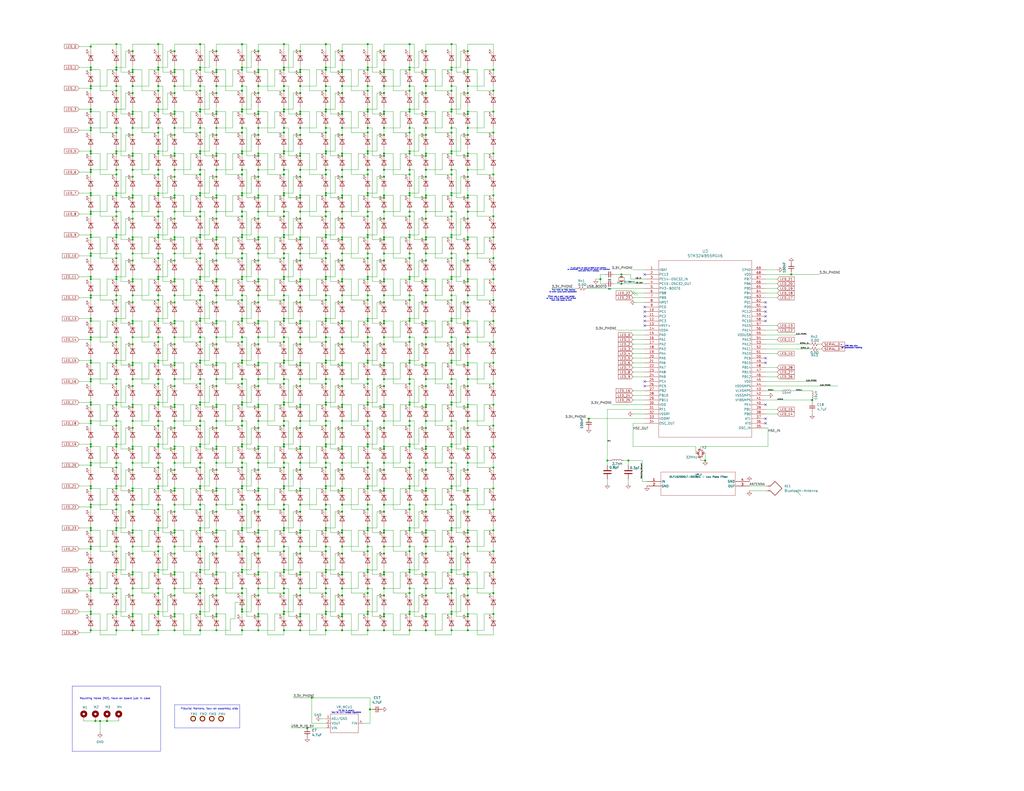
<source format=kicad_sch>
(kicad_sch (version 20250114) (generator "eeschema") (generator_version "9.0")
  (paper "C")
  (rectangle (start 39.37 374.65) (end 87.63 410.21))
  (rectangle (start 95.25 384.81) (end 130.81 397.51))
  (text "FIN pin is usually\nVout for 1117 voltage regulators" (at 188.976 388.62 0) (effects (font (size 0.635 0.635))))
  (text "im just gonna let these be 0603 0 ohm resistors \nas placeholder, i can desolder and replace with capacitors\nsome other time if necessary" (at 321.31 147.32 0) (effects (font (size 0.508 0.508))))
  (text "Fiducial Markers, four on assembly side" (at 114.3 387.096 0) (effects (font (size 1.016 1.016))))
  (text "Pull HIGH on MCU startup\nto enter (usb/uart) bootloader " (at 307.594 159.004 0) (effects (font (size 0.635 0.635))))
  (text "Mounting Holes (M2), have on board just in case" (at 62.738 381.508 0) (effects (font (size 1.016 1.016))))
  (text "USB data pins \nfor bootloader/flashing\n" (at 464.82 189.484 0) (effects (font (size 0.635 0.635))))
  (text "Either use a pad I can solder\nor have a tiny button/DIP switch\nfrom this trace to 3V3" (at 306.324 163.068 0) (effects (font (size 0.635 0.635))))
  (junction (at 163.83 107.95))
  (junction (at 95.25 325.12))
  (junction (at 269.24 243.84))
  (junction (at 63.5 115.57))
  (junction (at 118.11 207.01))
  (junction (at 246.38 118.11))
  (junction (at 72.39 198.12))
  (junction (at 95.25 252.73))
  (junction (at 63.5 38.1))
  (junction (at 109.22 252.73))
  (junction (at 95.25 266.7))
  (junction (at 72.39 85.09))
  (junction (at 186.69 313.69))
  (junction (at 177.8 38.1))
  (junction (at 246.38 163.83))
  (junction (at 223.52 243.84))
  (junction (at 200.66 232.41))
  (junction (at 163.83 161.29))
  (junction (at 109.22 46.99))
  (junction (at 49.53 128.27))
  (junction (at 86.36 92.71))
  (junction (at 223.52 83.82))
  (junction (at 200.66 252.73))
  (junction (at 223.52 95.25))
  (junction (at 63.5 161.29))
  (junction (at 246.38 69.85))
  (junction (at 246.38 288.29))
  (junction (at 86.36 207.01))
  (junction (at 118.11 106.68))
  (junction (at 186.69 115.57))
  (junction (at 163.83 289.56))
  (junction (at 132.08 323.85))
  (junction (at 154.94 115.57))
  (junction (at 86.36 219.71))
  (junction (at 72.39 38.1))
  (junction (at 163.83 119.38))
  (junction (at 177.8 151.13))
  (junction (at 177.8 265.43))
  (junction (at 109.22 38.1))
  (junction (at 232.41 298.45))
  (junction (at 132.08 334.01))
  (junction (at 63.5 321.31))
  (junction (at 63.5 24.13))
  (junction (at 209.55 39.37))
  (junction (at 269.24 72.39))
  (junction (at 223.52 242.57))
  (junction (at 95.25 152.4))
  (junction (at 209.55 313.69))
  (junction (at 109.22 163.83))
  (junction (at 95.25 222.25))
  (junction (at 95.25 336.55))
  (junction (at 177.8 115.57))
  (junction (at 49.53 48.26))
  (junction (at 223.52 298.45))
  (junction (at 163.83 313.69))
  (junction (at 154.94 289.56))
  (junction (at 72.39 106.68))
  (junction (at 109.22 105.41))
  (junction (at 163.83 62.23))
  (junction (at 200.66 118.11))
  (junction (at 255.27 152.4))
  (junction (at 186.69 279.4))
  (junction (at 72.39 256.54))
  (junction (at 209.55 60.96))
  (junction (at 154.94 275.59))
  (junction (at 49.53 321.31))
  (junction (at 163.83 175.26))
  (junction (at 72.39 335.28))
  (junction (at 223.52 82.55))
  (junction (at 140.97 256.54))
  (junction (at 232.41 73.66))
  (junction (at 246.38 334.01))
  (junction (at 118.11 245.11))
  (junction (at 223.52 312.42))
  (junction (at 186.69 252.73))
  (junction (at 246.38 129.54))
  (junction (at 177.8 266.7))
  (junction (at 72.39 252.73))
  (junction (at 109.22 312.42))
  (junction (at 109.22 266.7))
  (junction (at 132.08 278.13))
  (junction (at 246.38 186.69))
  (junction (at 140.97 298.45))
  (junction (at 86.36 173.99))
  (junction (at 109.22 129.54))
  (junction (at 63.5 344.17))
  (junction (at 118.11 290.83))
  (junction (at 209.55 46.99))
  (junction (at 163.83 50.8))
  (junction (at 200.66 175.26))
  (junction (at 246.38 311.15))
  (junction (at 223.52 323.85))
  (junction (at 255.27 130.81))
  (junction (at 269.24 106.68))
  (junction (at 109.22 220.98))
  (junction (at 186.69 321.31))
  (junction (at 49.53 252.73))
  (junction (at 232.41 229.87))
  (junction (at 223.52 207.01))
  (junction (at 232.41 289.56))
  (junction (at 154.94 266.7))
  (junction (at 49.53 92.71))
  (junction (at 49.53 322.58))
  (junction (at 63.5 95.25))
  (junction (at 86.36 115.57))
  (junction (at 86.36 334.01))
  (junction (at 223.52 129.54))
  (junction (at 200.66 278.13))
  (junction (at 132.08 152.4))
  (junction (at 223.52 105.41))
  (junction (at 200.66 265.43))
  (junction (at 223.52 49.53))
  (junction (at 186.69 344.17))
  (junction (at 246.38 335.28))
  (junction (at 177.8 289.56))
  (junction (at 163.83 38.1))
  (junction (at 177.8 82.55))
  (junction (at 109.22 36.83))
  (junction (at 118.11 302.26))
  (junction (at 140.97 245.11))
  (junction (at 95.25 344.17))
  (junction (at 49.53 312.42))
  (junction (at 255.27 222.25))
  (junction (at 200.66 92.71))
  (junction (at 200.66 334.01))
  (junction (at 118.11 184.15))
  (junction (at 200.66 344.17))
  (junction (at 200.66 106.68))
  (junction (at 140.97 275.59))
  (junction (at 140.97 130.81))
  (junction (at 132.08 175.26))
  (junction (at 209.55 220.98))
  (junction (at 86.36 129.54))
  (junction (at 186.69 165.1))
  (junction (at 200.66 243.84))
  (junction (at 232.41 142.24))
  (junction (at 95.25 243.84))
  (junction (at 72.39 165.1))
  (junction (at 269.24 323.85))
  (junction (at 154.94 278.13))
  (junction (at 200.66 138.43))
  (junction (at 109.22 265.43))
  (junction (at 246.38 161.29))
  (junction (at 86.36 209.55))
  (junction (at 163.83 279.4))
  (junction (at 49.53 59.69))
  (junction (at 223.52 252.73))
  (junction (at 209.55 130.81))
  (junction (at 255.27 220.98))
  (junction (at 209.55 245.11))
  (junction (at 49.53 242.57))
  (junction (at 95.25 38.1))
  (junction (at 132.08 173.99))
  (junction (at 177.8 83.82))
  (junction (at 223.52 118.11))
  (junction (at 246.38 243.84))
  (junction (at 186.69 152.4))
  (junction (at 255.27 46.99))
  (junction (at 209.55 115.57))
  (junction (at 154.94 209.55))
  (junction (at 209.55 175.26))
  (junction (at 186.69 290.83))
  (junction (at 232.41 266.7))
  (junction (at 200.66 298.45))
  (junction (at 49.53 254))
  (junction (at 72.39 199.39))
  (junction (at 95.25 96.52))
  (junction (at 118.11 161.29))
  (junction (at 140.97 266.7))
  (junction (at 63.5 184.15))
  (junction (at 72.39 129.54))
  (junction (at 95.25 321.31))
  (junction (at 269.24 220.98))
  (junction (at 232.41 275.59))
  (junction (at 154.94 321.31))
  (junction (at 177.8 242.57))
  (junction (at 246.38 151.13))
  (junction (at 132.08 332.74))
  (junction (at 86.36 184.15))
  (junction (at 140.97 325.12))
  (junction (at 209.55 210.82))
  (junction (at 170.18 381))
  (junction (at 49.53 162.56))
  (junction (at 186.69 325.12))
  (junction (at 109.22 198.12))
  (junction (at 186.69 289.56))
  (junction (at 118.11 198.12))
  (junction (at 200.66 83.82))
  (junction (at 63.5 151.13))
  (junction (at 209.55 62.23))
  (junction (at 140.97 175.26))
  (junction (at 232.41 233.68))
  (junction (at 95.25 220.98))
  (junction (at 63.5 229.87))
  (junction (at 109.22 196.85))
  (junction (at 72.39 69.85))
  (junction (at 163.83 106.68))
  (junction (at 63.5 118.11))
  (junction (at 154.94 220.98))
  (junction (at 132.08 95.25))
  (junction (at 200.66 161.29))
  (junction (at 223.52 186.69))
  (junction (at 118.11 92.71))
  (junction (at 140.97 233.68))
  (junction (at 63.5 323.85))
  (junction (at 132.08 118.11))
  (junction (at 154.94 24.13))
  (junction (at 63.5 278.13))
  (junction (at 186.69 130.81))
  (junction (at 118.11 243.84))
  (junction (at 109.22 209.55))
  (junction (at 140.97 73.66))
  (junction (at 246.38 321.31))
  (junction (at 95.25 279.4))
  (junction (at 200.66 288.29))
  (junction (at 54.61 393.7))
  (junction (at 118.11 85.09))
  (junction (at 232.41 344.17))
  (junction (at 200.66 289.56))
  (junction (at 232.41 312.42))
  (junction (at 255.27 62.23))
  (junction (at 86.36 106.68))
  (junction (at 246.38 106.68))
  (junction (at 140.97 165.1))
  (junction (at 49.53 220.98))
  (junction (at 63.5 128.27))
  (junction (at 177.8 152.4))
  (junction (at 186.69 229.87))
  (junction (at 186.69 92.71))
  (junction (at 163.83 336.55))
  (junction (at 118.11 138.43))
  (junction (at 49.53 116.84))
  (junction (at 109.22 92.71))
  (junction (at 132.08 311.15))
  (junction (at 118.11 298.45))
  (junction (at 109.22 59.69))
  (junction (at 72.39 245.11))
  (junction (at 186.69 106.68))
  (junction (at 63.5 46.99))
  (junction (at 246.38 173.99))
  (junction (at 49.53 299.72))
  (junction (at 246.38 229.87))
  (junction (at 167.64 397.51))
  (junction (at 63.5 69.85))
  (junction (at 223.52 321.31))
  (junction (at 154.94 129.54))
  (junction (at 269.24 198.12))
  (junction (at 86.36 118.11))
  (junction (at 140.97 60.96))
  (junction (at 186.69 142.24))
  (junction (at 49.53 46.99))
  (junction (at 186.69 256.54))
  (junction (at 72.39 344.17))
  (junction (at 177.8 335.28))
  (junction (at 154.94 163.83))
  (junction (at 109.22 106.68))
  (junction (at 177.8 173.99))
  (junction (at 232.41 130.81))
  (junction (at 86.36 275.59))
  (junction (at 255.27 161.29))
  (junction (at 384.81 251.46))
  (junction (at 109.22 161.29))
  (junction (at 49.53 105.41))
  (junction (at 63.5 207.01))
  (junction (at 140.97 321.31))
  (junction (at 163.83 245.11))
  (junction (at 163.83 252.73))
  (junction (at 200.66 300.99))
  (junction (at 232.41 325.12))
  (junction (at 154.94 242.57))
  (junction (at 109.22 138.43))
  (junction (at 132.08 186.69))
  (junction (at 342.9 251.46))
  (junction (at 49.53 38.1))
  (junction (at 140.97 210.82))
  (junction (at 255.27 153.67))
  (junction (at 246.38 265.43))
  (junction (at 163.83 60.96))
  (junction (at 109.22 311.15))
  (junction (at 49.53 184.15))
  (junction (at 232.41 107.95))
  (junction (at 209.55 138.43))
  (junction (at 223.52 38.1))
  (junction (at 255.27 187.96))
  (junction (at 209.55 222.25))
  (junction (at 177.8 243.84))
  (junction (at 95.25 267.97))
  (junction (at 200.66 82.55))
  (junction (at 223.52 106.68))
  (junction (at 86.36 38.1))
  (junction (at 186.69 27.94))
  (junction (at 223.52 300.99))
  (junction (at 49.53 36.83))
  (junction (at 154.94 252.73))
  (junction (at 86.36 138.43))
  (junction (at 154.94 140.97))
  (junction (at 232.41 335.28))
  (junction (at 443.23 218.44))
  (junction (at 177.8 255.27))
  (junction (at 186.69 96.52))
  (junction (at 186.69 85.09))
  (junction (at 118.11 233.68))
  (junction (at 132.08 252.73))
  (junction (at 255.27 275.59))
  (junction (at 95.25 83.82))
  (junction (at 209.55 290.83))
  (junction (at 72.39 119.38))
  (junction (at 269.24 49.53))
  (junction (at 232.41 256.54))
  (junction (at 209.55 275.59))
  (junction (at 186.69 161.29))
  (junction (at 177.8 196.85))
  (junction (at 163.83 210.82))
  (junction (at 223.52 278.13))
  (junction (at 163.83 243.84))
  (junction (at 86.36 255.27))
  (junction (at 118.11 130.81))
  (junction (at 209.55 325.12))
  (junction (at 72.39 115.57))
  (junction (at 177.8 163.83))
  (junction (at 118.11 50.8))
  (junction (at 63.5 289.56))
  (junction (at 132.08 321.31))
  (junction (at 140.97 62.23))
  (junction (at 209.55 243.84))
  (junction (at 223.52 220.98))
  (junction (at 86.36 344.17))
  (junction (at 209.55 153.67))
  (junction (at 255.27 138.43))
  (junction (at 223.52 92.71))
  (junction (at 163.83 73.66))
  (junction (at 223.52 140.97))
  (junction (at 132.08 207.01))
  (junction (at 86.36 161.29))
  (junction (at 118.11 289.56))
  (junction (at 49.53 335.28))
  (junction (at 72.39 210.82))
  (junction (at 232.41 252.73))
  (junction (at 95.25 298.45))
  (junction (at 95.25 130.81))
  (junction (at 163.83 222.25))
  (junction (at 49.53 71.12))
  (junction (at 109.22 72.39))
  (junction (at 246.38 128.27))
  (junction (at 95.25 50.8))
  (junction (at 95.25 119.38))
  (junction (at 140.97 289.56))
  (junction (at 255.27 129.54))
  (junction (at 246.38 312.42))
  (junction (at 132.08 163.83))
  (junction (at 86.36 252.73))
  (junction (at 132.08 115.57))
  (junction (at 86.36 151.13))
  (junction (at 132.08 232.41))
  (junction (at 232.41 336.55))
  (junction (at 118.11 129.54))
  (junction (at 186.69 187.96))
  (junction (at 63.5 186.69))
  (junction (at 223.52 288.29))
  (junction (at 109.22 115.57))
  (junction (at 49.53 344.17))
  (junction (at 177.8 300.99))
  (junction (at 72.39 130.81))
  (junction (at 163.83 129.54))
  (junction (at 49.53 198.12))
  (junction (at 95.25 165.1))
  (junction (at 255.27 266.7))
  (junction (at 431.8 149.86))
  (junction (at 49.53 25.4))
  (junction (at 140.97 313.69))
  (junction (at 140.97 69.85))
  (junction (at 154.94 243.84))
  (junction (at 177.8 161.29))
  (junction (at 154.94 95.25))
  (junction (at 163.83 115.57))
  (junction (at 209.55 119.38))
  (junction (at 154.94 311.15))
  (junction (at 177.8 207.01))
  (junction (at 209.55 184.15))
  (junction (at 200.66 323.85))
  (junction (at 200.66 198.12))
  (junction (at 209.55 229.87))
  (junction (at 72.39 92.71))
  (junction (at 200.66 49.53))
  (junction (at 49.53 276.86))
  (junction (at 109.22 278.13))
  (junction (at 209.55 298.45))
  (junction (at 132.08 289.56))
  (junction (at 232.41 165.1))
  (junction (at 246.38 152.4))
  (junction (at 49.53 334.01))
  (junction (at 109.22 298.45))
  (junction (at 49.53 298.45))
  (junction (at 49.53 138.43))
  (junction (at 95.25 46.99))
  (junction (at 209.55 199.39))
  (junction (at 95.25 60.96))
  (junction (at 63.5 232.41))
  (junction (at 49.53 83.82))
  (junction (at 140.97 96.52))
  (junction (at 109.22 323.85))
  (junction (at 132.08 38.1))
  (junction (at 209.55 266.7))
  (junction (at 86.36 49.53))
  (junction (at 95.25 207.01))
  (junction (at 246.38 209.55))
  (junction (at 255.27 39.37))
  (junction (at 200.66 46.99))
  (junction (at 118.11 312.42))
  (junction (at 63.5 265.43))
  (junction (at 132.08 312.42))
  (junction (at 154.94 255.27))
  (junction (at 232.41 38.1))
  (junction (at 95.25 138.43))
  (junction (at 186.69 298.45))
  (junction (at 95.25 62.23))
  (junction (at 109.22 335.28))
  (junction (at 255.27 344.17))
  (junction (at 109.22 334.01))
  (junction (at 255.27 312.42))
  (junction (at 63.5 152.4))
  (junction (at 255.27 50.8))
  (junction (at 177.8 219.71))
  (junction (at 109.22 69.85))
  (junction (at 223.52 69.85))
  (junction (at 200.66 266.7))
  (junction (at 132.08 106.68))
  (junction (at 200.66 184.15))
  (junction (at 118.11 279.4))
  (junction (at 209.55 344.17))
  (junction (at 72.39 302.26))
  (junction (at 200.66 311.15))
  (junction (at 246.38 105.41))
  (junction (at 269.24 175.26))
  (junction (at 209.55 267.97))
  (junction (at 132.08 300.99))
  (junction (at 186.69 153.67))
  (junction (at 109.22 289.56))
  (junction (at 246.38 138.43))
  (junction (at 232.41 27.94))
  (junction (at 109.22 118.11))
  (junction (at 232.41 313.69))
  (junction (at 186.69 245.11))
  (junction (at 95.25 106.68))
  (junction (at 118.11 142.24))
  (junction (at 109.22 275.59))
  (junction (at 177.8 69.85))
  (junction (at 200.66 59.69))
  (junction (at 255.27 325.12))
  (junction (at 177.8 59.69))
  (junction (at 177.8 186.69))
  (junction (at 255.27 245.11))
  (junction (at 95.25 245.11))
  (junction (at 118.11 119.38))
  (junction (at 246.38 83.82))
  (junction (at 95.25 92.71))
  (junction (at 232.41 245.11))
  (junction (at 255.27 115.57))
  (junction (at 86.36 321.31))
  (junction (at 223.52 24.13))
  (junction (at 86.36 312.42))
  (junction (at 72.39 138.43))
  (junction (at 255.27 38.1))
  (junction (at 232.41 96.52))
  (junction (at 154.94 49.53))
  (junction (at 154.94 184.15))
  (junction (at 72.39 243.84))
  (junction (at 154.94 312.42))
  (junction (at 154.94 59.69))
  (junction (at 109.22 186.69))
  (junction (at 63.5 105.41))
  (junction (at 109.22 152.4))
  (junction (at 200.66 140.97))
  (junction (at 154.94 265.43))
  (junction (at 132.08 59.69))
  (junction (at 269.24 209.55))
  (junction (at 140.97 184.15))
  (junction (at 246.38 266.7))
  (junction (at 255.27 302.26))
  (junction (at 86.36 83.82))
  (junction (at 186.69 220.98))
  (junction (at 86.36 46.99))
  (junction (at 255.27 267.97))
  (junction (at 95.25 73.66))
  (junction (at 223.52 198.12))
  (junction (at 154.94 83.82))
  (junction (at 186.69 60.96))
  (junction (at 49.53 196.85))
  (junction (at 109.22 288.29))
  (junction (at 246.38 207.01))
  (junction (at 118.11 165.1))
  (junction (at 200.66 105.41))
  (junction (at 232.41 106.68))
  (junction (at 132.08 161.29))
  (junction (at 49.53 231.14))
  (junction (at 200.66 24.13))
  (junction (at 223.52 60.96))
  (junction (at 255.27 106.68))
  (junction (at 163.83 229.87))
  (junction (at 63.5 252.73))
  (junction (at 154.94 232.41))
  (junction (at 163.83 275.59))
  (junction (at 163.83 176.53))
  (junction (at 177.8 220.98))
  (junction (at 269.24 255.27))
  (junction (at 200.66 242.57))
  (junction (at 140.97 302.26))
  (junction (at 72.39 229.87))
  (junction (at 232.41 153.67))
  (junction (at 118.11 107.95))
  (junction (at 140.97 142.24))
  (junction (at 49.53 185.42))
  (junction (at 232.41 92.71))
  (junction (at 232.41 115.57))
  (junction (at 109.22 344.17))
  (junction (at 86.36 289.56))
  (junction (at 163.83 39.37))
  (junction (at 132.08 198.12))
  (junction (at 49.53 115.57))
  (junction (at 132.08 151.13))
  (junction (at 72.39 336.55))
  (junction (at 223.52 173.99))
  (junction (at 223.52 151.13))
  (junction (at 200.66 173.99))
  (junction (at 232.41 62.23))
  (junction (at 255.27 290.83))
  (junction (at 232.41 83.82))
  (junction (at 118.11 73.66))
  (junction (at 118.11 210.82))
  (junction (at 140.97 220.98))
  (junction (at 63.5 243.84))
  (junction (at 95.25 302.26))
  (junction (at 72.39 153.67))
  (junction (at 209.55 85.09))
  (junction (at 86.36 298.45))
  (junction (at 177.8 72.39))
  (junction (at 177.8 275.59))
  (junction (at 86.36 163.83))
  (junction (at 186.69 39.37))
  (junction (at 269.24 129.54))
  (junction (at 118.11 175.26))
  (junction (at 58.42 393.7))
  (junction (at 49.53 311.15))
  (junction (at 49.53 151.13))
  (junction (at 72.39 39.37))
  (junction (at 63.5 173.99))
  (junction (at 63.5 300.99))
  (junction (at 223.52 229.87))
  (junction (at 154.94 198.12))
  (junction (at 255.27 229.87))
  (junction (at 223.52 232.41))
  (junction (at 63.5 242.57))
  (junction (at 132.08 220.98))
  (junction (at 132.08 243.84))
  (junction (at 72.39 60.96))
  (junction (at 223.52 161.29))
  (junction (at 63.5 275.59))
  (junction (at 255.27 176.53))
  (junction (at 339.09 149.86))
  (junction (at 72.39 73.66))
  (junction (at 140.97 119.38))
  (junction (at 223.52 175.26))
  (junction (at 232.41 220.98))
  (junction (at 177.8 138.43))
  (junction (at 255.27 321.31))
  (junction (at 232.41 199.39))
  (junction (at 200.66 196.85))
  (junction (at 95.25 175.26))
  (junction (at 163.83 199.39))
  (junction (at 269.24 266.7))
  (junction (at 255.27 96.52))
  (junction (at 86.36 105.41))
  (junction (at 246.38 184.15))
  (junction (at 177.8 311.15))
  (junction (at 209.55 233.68))
  (junction (at 246.38 198.12))
  (junction (at 63.5 60.96))
  (junction (at 246.38 115.57))
  (junction (at 109.22 321.31))
  (junction (at 232.41 302.26))
  (junction (at 72.39 290.83))
  (junction (at 209.55 335.28))
  (junction (at 163.83 153.67))
  (junction (at 246.38 252.73))
  (junction (at 132.08 49.53))
  (junction (at 109.22 243.84))
  (junction (at 86.36 72.39))
  (junction (at 246.38 46.99))
  (junction (at 163.83 92.71))
  (junction (at 200.66 275.59))
  (junction (at 154.94 152.4))
  (junction (at 140.97 152.4))
  (junction (at 132.08 255.27))
  (junction (at 255.27 73.66))
  (junction (at 177.8 278.13))
  (junction (at 49.53 60.96))
  (junction (at 177.8 209.55))
  (junction (at 232.41 85.09))
  (junction (at 269.24 163.83))
  (junction (at 72.39 142.24))
  (junction (at 109.22 184.15))
  (junction (at 52.07 393.7))
  (junction (at 177.8 288.29))
  (junction (at 95.25 115.57))
  (junction (at 86.36 311.15))
  (junction (at 255.27 298.45))
  (junction (at 118.11 325.12))
  (junction (at 49.53 229.87))
  (junction (at 154.94 323.85))
  (junction (at 186.69 312.42))
  (junction (at 118.11 96.52))
  (junction (at 154.94 38.1))
  (junction (at 63.5 298.45))
  (junction (at 140.97 39.37))
  (junction (at 186.69 233.68))
  (junction (at 154.94 118.11))
  (junction (at 246.38 72.39))
  (junction (at 72.39 27.94))
  (junction (at 186.69 199.39))
  (junction (at 163.83 256.54))
  (junction (at 118.11 252.73))
  (junction (at 321.31 228.6))
  (junction (at 63.5 138.43))
  (junction (at 109.22 60.96))
  (junction (at 154.94 151.13))
  (junction (at 209.55 198.12))
  (junction (at 177.8 129.54))
  (junction (at 95.25 275.59))
  (junction (at 255.27 252.73))
  (junction (at 223.52 115.57))
  (junction (at 63.5 335.28))
  (junction (at 154.94 138.43))
  (junction (at 132.08 92.71))
  (junction (at 95.25 256.54))
  (junction (at 269.24 312.42))
  (junction (at 177.8 36.83))
  (junction (at 163.83 138.43))
  (junction (at 246.38 289.56))
  (junction (at 132.08 69.85))
  (junction (at 200.66 69.85))
  (junction (at 163.83 187.96))
  (junction (at 163.83 312.42))
  (junction (at 209.55 279.4))
  (junction (at 109.22 173.99))
  (junction (at 72.39 313.69))
  (junction (at 109.22 242.57))
  (junction (at 223.52 138.43))
  (junction (at 255.27 279.4))
  (junction (at 163.83 220.98))
  (junction (at 200.66 128.27))
  (junction (at 154.94 196.85))
  (junction (at 186.69 266.7))
  (junction (at 209.55 27.94))
  (junction (at 246.38 59.69))
  (junction (at 223.52 255.27))
  (junction (at 63.5 163.83))
  (junction (at 140.97 107.95))
  (junction (at 246.38 82.55))
  (junction (at 132.08 105.41))
  (junction (at 86.36 152.4))
  (junction (at 255.27 335.28))
  (junction (at 255.27 313.69))
  (junction (at 177.8 232.41))
  (junction (at 246.38 219.71))
  (junction (at 118.11 83.82))
  (junction (at 63.5 198.12))
  (junction (at 246.38 140.97))
  (junction (at 163.83 85.09))
  (junction (at 154.94 105.41))
  (junction (at 186.69 38.1))
  (junction (at 177.8 49.53))
  (junction (at 63.5 106.68))
  (junction (at 132.08 275.59))
  (junction (at 63.5 334.01))
  (junction (at 154.94 219.71))
  (junction (at 255.27 184.15))
  (junction (at 163.83 302.26))
  (junction (at 223.52 311.15))
  (junction (at 140.97 176.53))
  (junction (at 223.52 184.15))
  (junction (at 95.25 161.29))
  (junction (at 95.25 107.95))
  (junction (at 109.22 219.71))
  (junction (at 154.94 60.96))
  (junction (at 132.08 184.15))
  (junction (at 63.5 209.55))
  (junction (at 200.66 209.55))
  (junction (at 140.97 85.09))
  (junction (at 269.24 118.11))
  (junction (at 232.41 69.85))
  (junction (at 255.27 142.24))
  (junction (at 163.83 83.82))
  (junction (at 200.66 36.83))
  (junction (at 200.66 219.71))
  (junction (at 223.52 335.28))
  (junction (at 132.08 288.29))
  (junction (at 186.69 69.85))
  (junction (at 95.25 229.87))
  (junction (at 246.38 49.53))
  (junction (at 246.38 242.57))
  (junction (at 232.41 46.99))
  (junction (at 72.39 62.23))
  (junction (at 72.39 96.52))
  (junction (at 95.25 129.54))
  (junction (at 140.97 344.17))
  (junction (at 232.41 198.12))
  (junction (at 163.83 266.7))
  (junction (at 186.69 119.38))
  (junction (at 49.53 289.56))
  (junction (at 118.11 222.25))
  (junction (at 86.36 24.13))
  (junction (at 331.47 251.46))
  (junction (at 186.69 83.82))
  (junction (at 140.97 38.1))
  (junction (at 223.52 163.83))
  (junction (at 209.55 129.54))
  (junction (at 86.36 82.55))
  (junction (at 118.11 176.53))
  (junction (at 327.66 152.4))
  (junction (at 255.27 243.84))
  (junction (at 72.39 267.97))
  (junction (at 86.36 243.84))
  (junction (at 132.08 265.43))
  (junction (at 232.41 222.25))
  (junction (at 72.39 222.25))
  (junction (at 163.83 233.68))
  (junction (at 86.36 196.85))
  (junction (at 200.66 312.42))
  (junction (at 154.94 92.71))
  (junction (at 255.27 60.96))
  (junction (at 86.36 335.28))
  (junction (at 86.36 278.13))
  (junction (at 177.8 344.17))
  (junction (at 140.97 207.01))
  (junction (at 140.97 229.87))
  (junction (at 255.27 175.26))
  (junction (at 95.25 85.09))
  (junction (at 132.08 140.97))
  (junction (at 63.5 312.42))
  (junction (at 49.53 69.85))
  (junction (at 246.38 275.59))
  (junction (at 232.41 243.84))
  (junction (at 209.55 165.1))
  (junction (at 132.08 229.87))
  (junction (at 269.24 95.25))
  (junction (at 132.08 138.43))
  (junction (at 255.27 198.12))
  (junction (at 95.25 313.69))
  (junction (at 49.53 288.29))
  (junction (at 255.27 85.09))
  (junction (at 49.53 152.4))
  (junction (at 209.55 73.66))
  (junction (at 255.27 256.54))
  (junction (at 86.36 60.96))
  (junction (at 269.24 140.97))
  (junction (at 177.8 198.12))
  (junction (at 154.94 300.99))
  (junction (at 140.97 336.55))
  (junction (at 86.36 36.83))
  (junction (at 132.08 60.96))
  (junction (at 177.8 184.15))
  (junction (at 163.83 298.45))
  (junction (at 232.41 184.15))
  (junction (at 269.24 83.82))
  (junction (at 177.8 323.85))
  (junction (at 95.25 184.15))
  (junction (at 163.83 46.99))
  (junction (at 186.69 275.59))
  (junction (at 232.41 210.82))
  (junction (at 186.69 73.66))
  (junction (at 200.66 255.27))
  (junction (at 95.25 210.82))
  (junction (at 49.53 82.55))
  (junction (at 177.8 24.13))
  (junction (at 154.94 161.29))
  (junction (at 63.5 72.39))
  (junction (at 255.27 233.68))
  (junction (at 246.38 323.85))
  (junction (at 186.69 50.8))
  (junction (at 132.08 82.55))
  (junction (at 49.53 161.29))
  (junction (at 246.38 92.71))
  (junction (at 63.5 255.27))
  (junction (at 232.41 207.01))
  (junction (at 140.97 312.42))
  (junction (at 72.39 220.98))
  (junction (at 86.36 128.27))
  (junction (at 132.08 83.82))
  (junction (at 255.27 69.85))
  (junction (at 118.11 313.69))
  (junction (at 49.53 219.71))
  (junction (at 246.38 255.27))
  (junction (at 246.38 196.85))
  (junction (at 209.55 176.53))
  (junction (at 154.94 335.28))
  (junction (at 163.83 344.17))
  (junction (at 154.94 173.99))
  (junction (at 255.27 207.01))
  (junction (at 132.08 196.85))
  (junction (at 118.11 256.54))
  (junction (at 177.8 60.96))
  (junction (at 154.94 128.27))
  (junction (at 223.52 219.71))
  (junction (at 246.38 38.1))
  (junction (at 154.94 175.26))
  (junction (at 72.39 46.99))
  (junction (at 86.36 288.29))
  (junction (at 72.39 275.59))
  (junction (at 118.11 38.1))
  (junction (at 49.53 243.84))
  (junction (at 140.97 83.82))
  (junction (at 232.41 267.97))
  (junction (at 72.39 298.45))
  (junction (at 246.38 344.17))
  (junction (at 109.22 24.13))
  (junction (at 95.25 199.39))
  (junction (at 232.41 60.96))
  (junction (at 95.25 27.94))
  (junction (at 223.52 196.85))
  (junction (at 86.36 175.26))
  (junction (at 95.25 153.67))
  (junction (at 49.53 175.26))
  (junction (at 186.69 302.26))
  (junction (at 209.55 187.96))
  (junction (at 154.94 106.68))
  (junction (at 118.11 335.28))
  (junction (at 223.52 265.43))
  (junction (at 209.55 289.56))
  (junction (at 177.8 128.27))
  (junction (at 95.25 289.56))
  (junction (at 209.55 336.55))
  (junction (at 86.36 186.69))
  (junction (at 109.22 140.97))
  (junction (at 232.41 152.4))
  (junction (at 186.69 184.15))
  (junction (at 200.66 229.87))
  (junction (at 186.69 129.54))
  (junction (at 72.39 50.8))
  (junction (at 200.66 95.25))
  (junction (at 154.94 69.85))
  (junction (at 63.5 36.83))
  (junction (at 200.66 152.4))
  (junction (at 72.39 152.4))
  (junction (at 63.5 59.69))
  (junction (at 246.38 298.45))
  (junction (at 255.27 210.82))
  (junction (at 232.41 161.29))
  (junction (at 140.97 161.29))
  (junction (at 72.39 107.95))
  (junction (at 154.94 334.01))
  (junction (at 140.97 129.54))
  (junction (at 109.22 151.13))
  (junction (at 86.36 323.85))
  (junction (at 186.69 207.01))
  (junction (at 63.5 82.55))
  (junction (at 246.38 24.13))
  (junction (at 72.39 321.31))
  (junction (at 163.83 96.52))
  (junction (at 186.69 46.99))
  (junction (at 95.25 187.96))
  (junction (at 232.41 290.83))
  (junction (at 269.24 278.13))
  (junction (at 177.8 106.68))
  (junction (at 118.11 336.55))
  (junction (at 177.8 92.71))
  (junction (at 177.8 334.01))
  (junction (at 49.53 173.99))
  (junction (at 86.36 232.41))
  (junction (at 209.55 107.95))
  (junction (at 223.52 344.17))
  (junction (at 154.94 72.39))
  (junction (at 186.69 267.97))
  (junction (at 186.69 243.84))
  (junction (at 118.11 62.23))
  (junction (at 63.5 219.71))
  (junction (at 140.97 267.97))
  (junction (at 132.08 129.54))
  (junction (at 255.27 336.55))
  (junction (at 269.24 300.99))
  (junction (at 72.39 289.56))
  (junction (at 154.94 36.83))
  (junction (at 49.53 106.68))
  (junction (at 140.97 138.43))
  (junction (at 186.69 107.95))
  (junction (at 118.11 60.96))
  (junction (at 109.22 95.25))
  (junction (at 49.53 93.98))
  (junction (at 232.41 187.96))
  (junction (at 72.39 83.82))
  (junction (at 86.36 140.97))
  (junction (at 109.22 207.01))
  (junction (at 186.69 176.53))
  (junction (at 132.08 209.55))
  (junction (at 118.11 152.4))
  (junction (at 177.8 95.25))
  (junction (at 132.08 219.71))
  (junction (at 163.83 130.81))
  (junction (at 163.83 207.01))
  (junction (at 49.53 129.54))
  (junction (at 109.22 255.27))
  (junction (at 177.8 105.41))
  (junction (at 140.97 243.84))
  (junction (at 72.39 312.42))
  (junction (at 209.55 256.54))
  (junction (at 140.97 187.96))
  (junction (at 63.5 49.53))
  (junction (at 269.24 232.41))
  (junction (at 186.69 335.28))
  (junction (at 269.24 289.56))
  (junction (at 49.53 275.59))
  (junction (at 140.97 222.25))
  (junction (at 177.8 140.97))
  (junction (at 86.36 266.7))
  (junction (at 118.11 199.39))
  (junction (at 132.08 266.7))
  (junction (at 118.11 220.98))
  (junction (at 186.69 198.12))
  (junction (at 86.36 220.98))
  (junction (at 72.39 266.7))
  (junction (at 209.55 321.31))
  (junction (at 255.27 107.95))
  (junction (at 118.11 267.97))
  (junction (at 269.24 152.4))
  (junction (at 177.8 175.26))
  (junction (at 72.39 279.4))
  (junction (at 163.83 267.97))
  (junction (at 118.11 39.37))
  (junction (at 109.22 83.82))
  (junction (at 209.55 38.1))
  (junction (at 72.39 207.01))
  (junction (at 177.8 46.99))
  (junction (at 232.41 50.8))
  (junction (at 269.24 60.96))
  (junction (at 223.52 209.55))
  (junction (at 255.27 92.71))
  (junction (at 232.41 138.43))
  (junction (at 154.94 298.45))
  (junction (at 109.22 175.26))
  (junction (at 186.69 210.82))
  (junction (at 132.08 24.13))
  (junction (at 109.22 229.87))
  (junction (at 118.11 344.17))
  (junction (at 154.94 207.01))
  (junction (at 177.8 321.31))
  (junction (at 200.66 163.83))
  (junction (at 140.97 153.67))
  (junction (at 200.66 115.57))
  (junction (at 200.66 38.1))
  (junction (at 86.36 242.57))
  (junction (at 63.5 288.29))
  (junction (at 140.97 198.12))
  (junction (at 109.22 82.55))
  (junction (at 209.55 152.4))
  (junction (at 63.5 92.71))
  (junction (at 95.25 39.37))
  (junction (at 246.38 60.96))
  (junction (at 209.55 312.42))
  (junction (at 269.24 186.69))
  (junction (at 223.52 334.01))
  (junction (at 154.94 82.55))
  (junction (at 163.83 184.15))
  (junction (at 186.69 222.25))
  (junction (at 109.22 128.27))
  (junction (at 232.41 119.38))
  (junction (at 200.66 151.13))
  (junction (at 72.39 184.15))
  (junction (at 86.36 198.12))
  (junction (at 223.52 128.27))
  (junction (at 140.97 290.83))
  (junction (at 109.22 300.99))
  (junction (at 118.11 187.96))
  (junction (at 163.83 165.1))
  (junction (at 132.08 128.27))
  (junction (at 209.55 106.68))
  (junction (at 140.97 106.68))
  (junction (at 86.36 229.87))
  (junction (at 209.55 252.73))
  (junction (at 223.52 59.69))
  (junction (at 339.09 154.94))
  (junction (at 118.11 69.85))
  (junction (at 95.25 312.42))
  (junction (at 95.25 198.12))
  (junction (at 63.5 140.97))
  (junction (at 200.66 207.01))
  (junction (at 246.38 278.13))
  (junction (at 132.08 344.17))
  (junction (at 246.38 220.98))
  (junction (at 200.66 321.31))
  (junction (at 72.39 176.53))
  (junction (at 154.94 288.29))
  (junction (at 95.25 233.68))
  (junction (at 95.25 142.24))
  (junction (at 223.52 152.4))
  (junction (at 118.11 115.57))
  (junction (at 186.69 138.43))
  (junction (at 109.22 49.53))
  (junction (at 140.97 199.39))
  (junction (at 140.97 50.8))
  (junction (at 72.39 187.96))
  (junction (at 177.8 252.73))
  (junction (at 200.66 186.69))
  (junction (at 49.53 266.7))
  (junction (at 209.55 142.24))
  (junction (at 209.55 302.26))
  (junction (at 269.24 38.1))
  (junction (at 209.55 161.29))
  (junction (at 118.11 266.7))
  (junction (at 95.25 335.28))
  (junction (at 154.94 186.69))
  (junction (at 186.69 62.23))
  (junction (at 200.66 72.39))
  (junction (at 163.83 152.4))
  (junction (at 255.27 119.38))
  (junction (at 209.55 50.8))
  (junction (at 118.11 27.94))
  (junction (at 95.25 176.53))
  (junction (at 201.93 387.35))
  (junction (at 132.08 46.99))
  (junction (at 200.66 60.96))
  (junction (at 72.39 161.29))
  (junction (at 232.41 321.31))
  (junction (at 72.39 175.26))
  (junction (at 132.08 72.39))
  (junction (at 163.83 69.85))
  (junction (at 95.25 69.85))
  (junction (at 140.97 27.94))
  (junction (at 140.97 279.4))
  (junction (at 140.97 335.28))
  (junction (at 140.97 252.73))
  (junction (at 49.53 208.28))
  (junction (at 209.55 83.82))
  (junction (at 255.27 27.94))
  (junction (at 269.24 335.28))
  (junction (at 223.52 275.59))
  (junction (at 63.5 220.98))
  (junction (at 246.38 232.41))
  (junction (at 118.11 153.67))
  (junction (at 223.52 36.83))
  (junction (at 246.38 36.83))
  (junction (at 177.8 118.11))
  (junction (at 255.27 199.39))
  (junction (at 154.94 229.87))
  (junction (at 246.38 175.26))
  (junction (at 163.83 27.94))
  (junction (at 163.83 321.31))
  (junction (at 232.41 176.53))
  (junction (at 49.53 207.01))
  (junction (at 132.08 298.45))
  (junction (at 163.83 325.12))
  (junction (at 177.8 298.45))
  (junction (at 255.27 289.56))
  (junction (at 209.55 92.71))
  (junction (at 118.11 321.31))
  (junction (at 232.41 279.4))
  (junction (at 63.5 311.15))
  (junction (at 86.36 265.43))
  (junction (at 86.36 95.25))
  (junction (at 163.83 335.28))
  (junction (at 109.22 232.41))
  (junction (at 154.94 46.99))
  (junction (at 140.97 92.71))
  (junction (at 72.39 325.12))
  (junction (at 154.94 344.17))
  (junction (at 163.83 142.24))
  (junction (at 186.69 336.55))
  (junction (at 177.8 312.42))
  (junction (at 209.55 69.85))
  (junction (at 223.52 46.99))
  (junction (at 200.66 335.28))
  (junction (at 118.11 275.59))
  (junction (at 95.25 290.83))
  (junction (at 223.52 266.7))
  (junction (at 232.41 129.54))
  (junction (at 209.55 207.01))
  (junction (at 177.8 229.87))
  (junction (at 86.36 69.85))
  (junction (at 232.41 39.37))
  (junction (at 86.36 300.99))
  (junction (at 63.5 196.85))
  (junction (at 63.5 175.26))
  (junction (at 163.83 290.83))
  (junction (at 232.41 175.26))
  (junction (at 118.11 229.87))
  (junction (at 118.11 46.99))
  (junction (at 246.38 300.99))
  (junction (at 86.36 59.69))
  (junction (at 255.27 165.1))
  (junction (at 140.97 115.57))
  (junction (at 200.66 129.54))
  (junction (at 255.27 83.82))
  (junction (at 186.69 175.26))
  (junction (at 132.08 36.83))
  (junction (at 209.55 96.52))
  (junction (at 200.66 220.98))
  (junction (at 223.52 289.56))
  (junction (at 49.53 265.43))
  (junction (at 72.39 233.68))
  (junction (at 223.52 72.39))
  (junction (at 246.38 95.25))
  (junction (at 63.5 83.82))
  (junction (at 49.53 139.7))
  (junction (at 163.83 198.12))
  (junction (at 63.5 266.7))
  (junction (at 132.08 242.57))
  (junction (at 140.97 46.99))
  (junction (at 63.5 129.54))
  (no_connect (at 351.79 172.72))
  (no_connect (at 351.79 177.8))
  (no_connect (at 351.79 208.28))
  (no_connect (at 351.79 170.18))
  (no_connect (at 417.83 170.18))
  (no_connect (at 417.83 175.26))
  (no_connect (at 417.83 172.72))
  (no_connect (at 351.79 210.82))
  (no_connect (at 417.83 220.98))
  (no_connect (at 351.79 167.64))
  (no_connect (at 351.79 175.26))
  (no_connect (at 351.79 149.86))
  (no_connect (at 417.83 165.1))
  (no_connect (at 417.83 198.12))
  (no_connect (at 417.83 195.58))
  (no_connect (at 417.83 228.6))
  (no_connect (at 417.83 231.14))
  (no_connect (at 417.83 167.64))
  (bus_entry (at 344.17 158.75) (size 2.54 2.54))
  (bus_entry (at 434.34 267.97) (size 2.54 2.54))
  (bus_entry (at 345.44 158.75) (size 2.54 2.54))
  (wire (pts (xy 200.66 302.26) (xy 200.66 300.99)))
  (wire (pts (xy 339.09 154.94) (xy 351.79 154.94)))
  (wire (pts (xy 58.42 46.99) (xy 58.42 38.1)))
  (wire (pts (xy 223.52 49.53) (xy 223.52 46.99)))
  (wire (pts (xy 186.69 129.54) (xy 186.69 130.81)))
  (wire (pts (xy 157.48 176.53) (xy 163.83 176.53)))
  (wire (pts (xy 223.52 242.57) (xy 228.6 242.57)))
  (wire (pts (xy 100.33 60.96) (xy 100.33 72.39)))
  (wire (pts (xy 68.58 279.4) (xy 72.39 279.4)))
  (wire (pts (xy 154.94 335.28) (xy 154.94 334.01)))
  (wire (pts (xy 269.24 127) (xy 269.24 129.54)))
  (wire (pts (xy 246.38 165.1) (xy 246.38 163.83)))
  (wire (pts (xy 232.41 218.44) (xy 232.41 220.98)))
  (wire (pts (xy 72.39 38.1) (xy 77.47 38.1)))
  (wire (pts (xy 109.22 129.54) (xy 109.22 128.27)))
  (wire (pts (xy 200.66 311.15) (xy 205.74 311.15)))
  (wire (pts (xy 203.2 290.83) (xy 209.55 290.83)))
  (wire (pts (xy 260.35 118.11) (xy 269.24 118.11)))
  (wire (pts (xy 269.24 232.41) (xy 269.24 229.87)))
  (wire (pts (xy 157.48 222.25) (xy 163.83 222.25)))
  (wire (pts (xy 160.02 256.54) (xy 163.83 256.54)))
  (wire (pts (xy 232.41 127) (xy 232.41 129.54)))
  (wire (pts (xy 255.27 220.98) (xy 255.27 222.25)))
  (wire (pts (xy 417.83 157.48) (xy 424.18 157.48)))
  (wire (pts (xy 86.36 300.99) (xy 86.36 298.45)))
  (wire (pts (xy 200.66 207.01) (xy 203.2 207.01)))
  (wire (pts (xy 132.08 328.93) (xy 132.08 332.74)))
  (wire (pts (xy 154.94 105.41) (xy 154.94 104.14)))
  (wire (pts (xy 49.53 208.28) (xy 49.53 210.82)))
  (wire (pts (xy 100.33 266.7) (xy 100.33 278.13)))
  (wire (pts (xy 118.11 60.96) (xy 118.11 62.23)))
  (wire (pts (xy 81.28 207.01) (xy 81.28 198.12)))
  (wire (pts (xy 118.11 92.71) (xy 127 92.71)))
  (wire (pts (xy 201.93 387.35) (xy 201.93 394.97)))
  (wire (pts (xy 140.97 152.4) (xy 146.05 152.4)))
  (wire (pts (xy 163.83 309.88) (xy 163.83 312.42)))
  (wire (pts (xy 132.08 140.97) (xy 132.08 138.43)))
  (wire (pts (xy 172.72 83.82) (xy 177.8 83.82)))
  (wire (pts (xy 88.9 130.81) (xy 95.25 130.81)))
  (wire (pts (xy 86.36 105.41) (xy 91.44 105.41)))
  (wire (pts (xy 134.62 321.31) (xy 134.62 336.55)))
  (wire (pts (xy 54.61 289.56) (xy 54.61 300.99)))
  (wire (pts (xy 104.14 106.68) (xy 109.22 106.68)))
  (wire (pts (xy 203.2 387.35) (xy 201.93 387.35)))
  (wire (pts (xy 203.2 336.55) (xy 209.55 336.55)))
  (wire (pts (xy 232.41 252.73) (xy 241.3 252.73)))
  (wire (pts (xy 160.02 128.27) (xy 160.02 119.38)))
  (wire (pts (xy 132.08 288.29) (xy 132.08 287.02)))
  (wire (pts (xy 118.11 138.43) (xy 127 138.43)))
  (wire (pts (xy 149.86 275.59) (xy 149.86 266.7)))
  (wire (pts (xy 72.39 275.59) (xy 81.28 275.59)))
  (wire (pts (xy 100.33 163.83) (xy 109.22 163.83)))
  (wire (pts (xy 209.55 106.68) (xy 214.63 106.68)))
  (wire (pts (xy 109.22 209.55) (xy 109.22 207.01)))
  (wire (pts (xy 68.58 142.24) (xy 72.39 142.24)))
  (wire (pts (xy 140.97 266.7) (xy 146.05 266.7)))
  (wire (pts (xy 172.72 69.85) (xy 172.72 60.96)))
  (wire (pts (xy 351.79 180.34) (xy 336.55 180.34)))
  (wire (pts (xy 232.41 138.43) (xy 232.41 142.24)))
  (wire (pts (xy 163.83 243.84) (xy 163.83 245.11)))
  (wire (pts (xy 246.38 220.98) (xy 246.38 219.71)))
  (wire (pts (xy 209.55 332.74) (xy 209.55 335.28)))
  (wire (pts (xy 232.41 172.72) (xy 232.41 175.26)))
  (wire (pts (xy 182.88 128.27) (xy 182.88 119.38)))
  (wire (pts (xy 172.72 138.43) (xy 172.72 129.54)))
  (wire (pts (xy 214.63 83.82) (xy 214.63 95.25)))
  (wire (pts (xy 132.08 325.12) (xy 132.08 323.85)))
  (wire (pts (xy 163.83 83.82) (xy 163.83 85.09)))
  (wire (pts (xy 237.49 38.1) (xy 237.49 49.53)))
  (wire (pts (xy 200.66 233.68) (xy 200.66 232.41)))
  (wire (pts (xy 177.8 229.87) (xy 180.34 229.87)))
  (wire (pts (xy 345.44 213.36) (xy 351.79 213.36)))
  (wire (pts (xy 140.97 152.4) (xy 140.97 153.67)))
  (wire (pts (xy 163.83 229.87) (xy 172.72 229.87)))
  (wire (pts (xy 269.24 163.83) (xy 269.24 161.29)))
  (wire (pts (xy 342.9 261.62) (xy 342.9 264.16)))
  (wire (pts (xy 180.34 24.13) (xy 180.34 39.37)))
  (wire (pts (xy 200.66 325.12) (xy 200.66 323.85)))
  (wire (pts (xy 241.3 275.59) (xy 241.3 266.7)))
  (wire (pts (xy 114.3 210.82) (xy 118.11 210.82)))
  (wire (pts (xy 68.58 173.99) (xy 68.58 165.1)))
  (wire (pts (xy 218.44 252.73) (xy 218.44 243.84)))
  (wire (pts (xy 205.74 334.01) (xy 205.74 325.12)))
  (wire (pts (xy 177.8 266.7) (xy 177.8 265.43)))
  (wire (pts (xy 180.34 184.15) (xy 180.34 199.39)))
  (wire (pts (xy 118.11 335.28) (xy 118.11 336.55)))
  (wire (pts (xy 209.55 195.58) (xy 209.55 198.12)))
  (wire (pts (xy 182.88 256.54) (xy 186.69 256.54)))
  (wire (pts (xy 157.48 85.09) (xy 163.83 85.09)))
  (wire (pts (xy 127 321.31) (xy 127 312.42)))
  (wire (pts (xy 43.18 48.26) (xy 49.53 48.26)))
  (wire (pts (xy 232.41 229.87) (xy 241.3 229.87)))
  (wire (pts (xy 58.42 252.73) (xy 58.42 243.84)))
  (wire (pts (xy 246.38 36.83) (xy 251.46 36.83)))
  (wire (pts (xy 232.41 38.1) (xy 237.49 38.1)))
  (wire (pts (xy 246.38 36.83) (xy 246.38 35.56)))
  (wire (pts (xy 49.53 243.84) (xy 54.61 243.84)))
  (wire (pts (xy 43.18 265.43) (xy 49.53 265.43)))
  (wire (pts (xy 149.86 46.99) (xy 149.86 38.1)))
  (wire (pts (xy 66.04 229.87) (xy 66.04 245.11)))
  (wire (pts (xy 154.94 152.4) (xy 154.94 151.13)))
  (wire (pts (xy 100.33 255.27) (xy 109.22 255.27)))
  (wire (pts (xy 86.36 105.41) (xy 86.36 104.14)))
  (wire (pts (xy 351.79 152.4) (xy 344.17 152.4)))
  (wire (pts (xy 58.42 161.29) (xy 58.42 152.4)))
  (wire (pts (xy 195.58 175.26) (xy 200.66 175.26)))
  (wire (pts (xy 43.18 242.57) (xy 49.53 242.57)))
  (wire (pts (xy 123.19 38.1) (xy 123.19 49.53)))
  (wire (pts (xy 177.8 346.71) (xy 177.8 344.17)))
  (wire (pts (xy 132.08 266.7) (xy 132.08 265.43)))
  (wire (pts (xy 127 60.96) (xy 132.08 60.96)))
  (wire (pts (xy 95.25 332.74) (xy 95.25 335.28)))
  (wire (pts (xy 172.72 175.26) (xy 177.8 175.26)))
  (wire (pts (xy 223.52 82.55) (xy 223.52 81.28)))
  (wire (pts (xy 72.39 161.29) (xy 72.39 165.1)))
  (wire (pts (xy 223.52 118.11) (xy 223.52 115.57)))
  (wire (pts (xy 72.39 229.87) (xy 72.39 233.68)))
  (wire (pts (xy 95.25 312.42) (xy 100.33 312.42)))
  (wire (pts (xy 209.55 127) (xy 209.55 129.54)))
  (wire (pts (xy 177.8 323.85) (xy 177.8 321.31)))
  (wire (pts (xy 327.66 149.86) (xy 327.66 152.4)))
  (wire (pts (xy 109.22 105.41) (xy 109.22 104.14)))
  (wire (pts (xy 66.04 267.97) (xy 72.39 267.97)))
  (wire (pts (xy 132.08 242.57) (xy 132.08 241.3)))
  (wire (pts (xy 269.24 195.58) (xy 269.24 198.12)))
  (wire (pts (xy 109.22 242.57) (xy 109.22 241.3)))
  (wire (pts (xy 154.94 334.01) (xy 154.94 332.74)))
  (wire (pts (xy 203.2 245.11) (xy 209.55 245.11)))
  (wire (pts (xy 248.92 252.73) (xy 248.92 267.97)))
  (wire (pts (xy 186.69 92.71) (xy 186.69 96.52)))
  (wire (pts (xy 172.72 92.71) (xy 172.72 83.82)))
  (wire (pts (xy 137.16 334.01) (xy 137.16 325.12)))
  (wire (pts (xy 269.24 118.11) (xy 269.24 115.57)))
  (wire (pts (xy 54.61 198.12) (xy 54.61 209.55)))
  (wire (pts (xy 237.49 266.7) (xy 237.49 278.13)))
  (wire (pts (xy 269.24 73.66) (xy 269.24 72.39)))
  (wire (pts (xy 163.83 161.29) (xy 172.72 161.29)))
  (wire (pts (xy 195.58 275.59) (xy 195.58 266.7)))
  (wire (pts (xy 226.06 115.57) (xy 226.06 130.81)))
  (wire (pts (xy 43.18 196.85) (xy 49.53 196.85)))
  (wire (pts (xy 255.27 321.31) (xy 264.16 321.31)))
  (wire (pts (xy 77.47 198.12) (xy 77.47 209.55)))
  (wire (pts (xy 218.44 229.87) (xy 218.44 220.98)))
  (wire (pts (xy 209.55 24.13) (xy 223.52 24.13)))
  (wire (pts (xy 134.62 107.95) (xy 140.97 107.95)))
  (wire (pts (xy 157.48 252.73) (xy 157.48 267.97)))
  (wire (pts (xy 177.8 210.82) (xy 177.8 209.55)))
  (wire (pts (xy 300.99 157.48) (xy 314.96 157.48)))
  (wire (pts (xy 137.16 279.4) (xy 140.97 279.4)))
  (wire (pts (xy 49.53 69.85) (xy 58.42 69.85)))
  (wire (pts (xy 163.83 252.73) (xy 163.83 256.54)))
  (wire (pts (xy 180.34 267.97) (xy 186.69 267.97)))
  (wire (pts (xy 104.14 344.17) (xy 104.14 335.28)))
  (wire (pts (xy 241.3 152.4) (xy 246.38 152.4)))
  (wire (pts (xy 134.62 267.97) (xy 140.97 267.97)))
  (wire (pts (xy 223.52 288.29) (xy 228.6 288.29)))
  (wire (pts (xy 255.27 175.26) (xy 260.35 175.26)))
  (wire (pts (xy 246.38 312.42) (xy 246.38 313.69)))
  (wire (pts (xy 132.08 198.12) (xy 132.08 196.85)))
  (wire (pts (xy 154.94 207.01) (xy 157.48 207.01)))
  (wire (pts (xy 146.05 72.39) (xy 154.94 72.39)))
  (wire (pts (xy 154.94 196.85) (xy 154.94 195.58)))
  (wire (pts (xy 95.25 195.58) (xy 95.25 198.12)))
  (wire (pts (xy 260.35 266.7) (xy 260.35 278.13)))
  (wire (pts (xy 114.3 279.4) (xy 118.11 279.4)))
  (wire (pts (xy 43.18 208.28) (xy 49.53 208.28)))
  (wire (pts (xy 182.88 82.55) (xy 182.88 73.66)))
  (wire (pts (xy 123.19 266.7) (xy 123.19 278.13)))
  (wire (pts (xy 77.47 289.56) (xy 77.47 300.99)))
  (wire (pts (xy 218.44 220.98) (xy 223.52 220.98)))
  (wire (pts (xy 77.47 72.39) (xy 86.36 72.39)))
  (wire (pts (xy 417.83 265.43) (xy 408.94 265.43)))
  (wire (pts (xy 251.46 119.38) (xy 255.27 119.38)))
  (wire (pts (xy 111.76 161.29) (xy 111.76 176.53)))
  (wire (pts (xy 209.55 92.71) (xy 218.44 92.71)))
  (wire (pts (xy 200.66 152.4) (xy 200.66 153.67)))
  (wire (pts (xy 232.41 24.13) (xy 246.38 24.13)))
  (wire (pts (xy 49.53 138.43) (xy 58.42 138.43)))
  (wire (pts (xy 168.91 198.12) (xy 168.91 209.55)))
  (wire (pts (xy 237.49 95.25) (xy 246.38 95.25)))
  (wire (pts (xy 191.77 289.56) (xy 191.77 300.99)))
  (wire (pts (xy 177.8 311.15) (xy 177.8 309.88)))
  (wire (pts (xy 63.5 173.99) (xy 68.58 173.99)))
  (wire (pts (xy 447.04 187.96) (xy 448.31 187.96)))
  (wire (pts (xy 186.69 35.56) (xy 186.69 38.1)))
  (wire (pts (xy 114.3 82.55) (xy 114.3 73.66)))
  (wire (pts (xy 118.11 83.82) (xy 123.19 83.82)))
  (wire (pts (xy 228.6 256.54) (xy 232.41 256.54)))
  (wire (pts (xy 140.97 138.43) (xy 149.86 138.43)))
  (wire (pts (xy 154.94 82.55) (xy 160.02 82.55)))
  (wire (pts (xy 182.88 151.13) (xy 182.88 142.24)))
  (wire (pts (xy 379.73 243.84) (xy 379.73 247.65)))
  (wire (pts (xy 223.52 36.83) (xy 228.6 36.83)))
  (wire (pts (xy 114.3 96.52) (xy 118.11 96.52)))
  (wire (pts (xy 63.5 288.29) (xy 68.58 288.29)))
  (wire (pts (xy 269.24 241.3) (xy 269.24 243.84)))
  (wire (pts (xy 345.44 182.88) (xy 351.79 182.88)))
  (wire (pts (xy 223.52 220.98) (xy 223.52 219.71)))
  (wire (pts (xy 228.6 325.12) (xy 232.41 325.12)))
  (wire (pts (xy 86.36 175.26) (xy 86.36 173.99)))
  (wire (pts (xy 177.8 334.01) (xy 182.88 334.01)))
  (wire (pts (xy 154.94 173.99) (xy 154.94 172.72)))
  (wire (pts (xy 157.48 107.95) (xy 163.83 107.95)))
  (wire (pts (xy 200.66 60.96) (xy 200.66 59.69)))
  (wire (pts (xy 118.11 106.68) (xy 118.11 107.95)))
  (wire (pts (xy 86.36 233.68) (xy 86.36 232.41)))
  (wire (pts (xy 237.49 312.42) (xy 237.49 323.85)))
  (wire (pts (xy 223.52 46.99) (xy 226.06 46.99)))
  (wire (pts (xy 68.58 265.43) (xy 68.58 256.54)))
  (wire (pts (xy 72.39 344.17) (xy 81.28 344.17)))
  (wire (pts (xy 91.44 265.43) (xy 91.44 256.54)))
  (wire (pts (xy 114.3 311.15) (xy 114.3 302.26)))
  (wire (pts (xy 264.16 138.43) (xy 264.16 129.54)))
  (wire (pts (xy 251.46 187.96) (xy 255.27 187.96)))
  (wire (pts (xy 345.44 226.06) (xy 351.79 226.06)))
  (wire (pts (xy 137.16 311.15) (xy 137.16 302.26)))
  (wire (pts (xy 177.8 49.53) (xy 177.8 46.99)))
  (wire (pts (xy 146.05 312.42) (xy 146.05 323.85)))
  (wire (pts (xy 214.63 232.41) (xy 223.52 232.41)))
  (wire (pts (xy 163.83 298.45) (xy 172.72 298.45)))
  (wire (pts (xy 177.8 289.56) (xy 177.8 290.83)))
  (wire (pts (xy 163.83 152.4) (xy 163.83 153.67)))
  (wire (pts (xy 260.35 129.54) (xy 260.35 140.97)))
  (wire (pts (xy 345.44 187.96) (xy 351.79 187.96)))
  (wire (pts (xy 132.08 332.74) (xy 132.08 334.01)))
  (wire (pts (xy 223.52 300.99) (xy 223.52 298.45)))
  (wire (pts (xy 241.3 344.17) (xy 241.3 335.28)))
  (wire (pts (xy 111.76 199.39) (xy 118.11 199.39)))
  (wire (pts (xy 180.34 92.71) (xy 180.34 107.95)))
  (wire (pts (xy 72.39 184.15) (xy 72.39 187.96)))
  (wire (pts (xy 246.38 186.69) (xy 246.38 184.15)))
  (wire (pts (xy 54.61 312.42) (xy 54.61 323.85)))
  (wire (pts (xy 132.08 72.39) (xy 132.08 69.85)))
  (wire (pts (xy 209.55 198.12) (xy 214.63 198.12)))
  (wire (pts (xy 345.44 198.12) (xy 351.79 198.12)))
  (wire (pts (xy 140.97 220.98) (xy 146.05 220.98)))
  (wire (pts (xy 127 275.59) (xy 127 266.7)))
  (wire (pts (xy 255.27 24.13) (xy 255.27 27.94)))
  (wire (pts (xy 134.62 138.43) (xy 134.62 153.67)))
  (wire (pts (xy 200.66 59.69) (xy 205.74 59.69)))
  (wire (pts (xy 226.06 321.31) (xy 226.06 336.55)))
  (wire (pts (xy 72.39 289.56) (xy 77.47 289.56)))
  (wire (pts (xy 417.83 154.94) (xy 424.18 154.94)))
  (wire (pts (xy 168.91 346.71) (xy 177.8 346.71)))
  (wire (pts (xy 246.38 95.25) (xy 246.38 92.71)))
  (wire (pts (xy 177.8 207.01) (xy 180.34 207.01)))
  (wire (pts (xy 180.34 130.81) (xy 186.69 130.81)))
  (wire (pts (xy 123.19 118.11) (xy 132.08 118.11)))
  (wire (pts (xy 237.49 243.84) (xy 237.49 255.27)))
  (wire (pts (xy 251.46 219.71) (xy 251.46 210.82)))
  (wire (pts (xy 86.36 115.57) (xy 88.9 115.57)))
  (wire (pts (xy 86.36 344.17) (xy 95.25 344.17)))
  (wire (pts (xy 157.48 275.59) (xy 157.48 290.83)))
  (wire (pts (xy 63.5 106.68) (xy 63.5 107.95)))
  (wire (pts (xy 58.42 243.84) (xy 63.5 243.84)))
  (wire (pts (xy 81.28 69.85) (xy 81.28 60.96)))
  (wire (pts (xy 246.38 82.55) (xy 246.38 81.28)))
  (wire (pts (xy 91.44 187.96) (xy 95.25 187.96)))
  (wire (pts (xy 345.44 243.84) (xy 379.73 243.84)))
  (wire (pts (xy 104.14 46.99) (xy 104.14 38.1)))
  (wire (pts (xy 91.44 151.13) (xy 91.44 142.24)))
  (wire (pts (xy 111.76 153.67) (xy 118.11 153.67)))
  (wire (pts (xy 209.55 69.85) (xy 218.44 69.85)))
  (wire (pts (xy 228.6 96.52) (xy 232.41 96.52)))
  (wire (pts (xy 132.08 50.8) (xy 132.08 49.53)))
  (wire (pts (xy 134.62 153.67) (xy 140.97 153.67)))
  (wire (pts (xy 81.28 220.98) (xy 86.36 220.98)))
  (wire (pts (xy 49.53 106.68) (xy 49.53 107.95)))
  (wire (pts (xy 246.38 243.84) (xy 246.38 242.57)))
  (wire (pts (xy 163.83 115.57) (xy 172.72 115.57)))
  (wire (pts (xy 49.53 161.29) (xy 49.53 162.56)))
  (wire (pts (xy 255.27 46.99) (xy 264.16 46.99)))
  (wire (pts (xy 269.24 266.7) (xy 269.24 267.97)))
  (wire (pts (xy 63.5 209.55) (xy 63.5 207.01)))
  (wire (pts (xy 163.83 275.59) (xy 172.72 275.59)))
  (wire (pts (xy 132.08 142.24) (xy 132.08 140.97)))
  (wire (pts (xy 72.39 149.86) (xy 72.39 152.4)))
  (wire (pts (xy 177.8 289.56) (xy 177.8 288.29)))
  (wire (pts (xy 232.41 335.28) (xy 237.49 335.28)))
  (wire (pts (xy 200.66 119.38) (xy 200.66 118.11)))
  (wire (pts (xy 137.16 256.54) (xy 140.97 256.54)))
  (wire (pts (xy 232.41 198.12) (xy 237.49 198.12)))
  (wire (pts (xy 255.27 298.45) (xy 255.27 302.26)))
  (wire (pts (xy 269.24 309.88) (xy 269.24 312.42)))
  (wire (pts (xy 182.88 288.29) (xy 182.88 279.4)))
  (wire (pts (xy 86.36 27.94) (xy 86.36 24.13)))
  (wire (pts (xy 49.53 266.7) (xy 54.61 266.7)))
  (wire (pts (xy 209.55 218.44) (xy 209.55 220.98)))
  (wire (pts (xy 180.34 115.57) (xy 180.34 130.81)))
  (wire (pts (xy 109.22 196.85) (xy 109.22 195.58)))
  (wire (pts (xy 123.19 312.42) (xy 123.19 323.85)))
  (wire (pts (xy 149.86 289.56) (xy 154.94 289.56)))
  (wire (pts (xy 200.66 161.29) (xy 203.2 161.29)))
  (wire (pts (xy 191.77 175.26) (xy 191.77 186.69)))
  (wire (pts (xy 157.48 69.85) (xy 157.48 85.09)))
  (wire (pts (xy 137.16 265.43) (xy 137.16 256.54)))
  (wire (pts (xy 226.06 222.25) (xy 232.41 222.25)))
  (wire (pts (xy 182.88 242.57) (xy 182.88 233.68)))
  (wire (pts (xy 255.27 266.7) (xy 255.27 267.97)))
  (wire (pts (xy 49.53 335.28) (xy 54.61 335.28)))
  (wire (pts (xy 157.48 153.67) (xy 163.83 153.67)))
  (wire (pts (xy 214.63 72.39) (xy 223.52 72.39)))
  (wire (pts (xy 424.18 193.04) (xy 417.83 193.04)))
  (wire (pts (xy 132.08 219.71) (xy 137.16 219.71)))
  (wire (pts (xy 86.36 36.83) (xy 91.44 36.83)))
  (wire (pts (xy 49.53 83.82) (xy 54.61 83.82)))
  (wire (pts (xy 200.66 242.57) (xy 205.74 242.57)))
  (wire (pts (xy 163.83 220.98) (xy 168.91 220.98)))
  (wire (pts (xy 186.69 335.28) (xy 186.69 336.55)))
  (wire (pts (xy 200.66 82.55) (xy 205.74 82.55)))
  (wire (pts (xy 146.05 129.54) (xy 146.05 140.97)))
  (wire (pts (xy 209.55 312.42) (xy 214.63 312.42)))
  (wire (pts (xy 63.5 196.85) (xy 68.58 196.85)))
  (wire (pts (xy 63.5 325.12) (xy 63.5 323.85)))
  (wire (pts (xy 109.22 173.99) (xy 109.22 172.72)))
  (wire (pts (xy 54.61 209.55) (xy 63.5 209.55)))
  (wire (pts (xy 132.08 265.43) (xy 132.08 264.16)))
  (wire (pts (xy 417.83 177.8) (xy 424.18 177.8)))
  (wire (pts (xy 114.3 50.8) (xy 118.11 50.8)))
  (wire (pts (xy 269.24 49.53) (xy 269.24 46.99)))
  (wire (pts (xy 118.11 207.01) (xy 118.11 210.82)))
  (wire (pts (xy 118.11 312.42) (xy 123.19 312.42)))
  (wire (pts (xy 168.91 209.55) (xy 177.8 209.55)))
  (wire (pts (xy 168.91 152.4) (xy 168.91 163.83)))
  (wire (pts (xy 149.86 344.17) (xy 149.86 335.28)))
  (wire (pts (xy 241.3 207.01) (xy 241.3 198.12)))
  (wire (pts (xy 91.44 219.71) (xy 91.44 210.82)))
  (wire (pts (xy 246.38 83.82) (xy 246.38 82.55)))
  (wire (pts (xy 109.22 198.12) (xy 109.22 199.39)))
  (wire (pts (xy 172.72 38.1) (xy 177.8 38.1)))
  (wire (pts (xy 66.04 46.99) (xy 66.04 62.23)))
  (wire (pts (xy 154.94 187.96) (xy 154.94 186.69)))
  (wire (pts (xy 223.52 298.45) (xy 226.06 298.45)))
  (wire (pts (xy 195.58 60.96) (xy 200.66 60.96)))
  (wire (pts (xy 255.27 138.43) (xy 255.27 142.24)))
  (wire (pts (xy 214.63 186.69) (xy 223.52 186.69)))
  (wire (pts (xy 77.47 60.96) (xy 77.47 72.39)))
  (wire (pts (xy 146.05 220.98) (xy 146.05 232.41)))
  (wire (pts (xy 264.16 129.54) (xy 269.24 129.54)))
  (wire (pts (xy 137.16 325.12) (xy 140.97 325.12)))
  (wire (pts (xy 154.94 312.42) (xy 154.94 311.15)))
  (wire (pts (xy 205.74 151.13) (xy 205.74 142.24)))
  (wire (pts (xy 209.55 312.42) (xy 209.55 313.69)))
  (wire (pts (xy 118.11 152.4) (xy 123.19 152.4)))
  (wire (pts (xy 81.28 229.87) (xy 81.28 220.98)))
  (wire (pts (xy 186.69 152.4) (xy 191.77 152.4)))
  (wire (pts (xy 49.53 173.99) (xy 49.53 175.26)))
  (wire (pts (xy 320.04 228.6) (xy 321.31 228.6)))
  (wire (pts (xy 66.04 275.59) (xy 66.04 290.83)))
  (wire (pts (xy 223.52 129.54) (xy 223.52 130.81)))
  (wire (pts (xy 200.66 266.7) (xy 200.66 265.43)))
  (wire (pts (xy 157.48 321.31) (xy 157.48 336.55)))
  (wire (pts (xy 63.5 278.13) (xy 63.5 275.59)))
  (wire (pts (xy 49.53 172.72) (xy 49.53 173.99)))
  (wire (pts (xy 177.8 83.82) (xy 177.8 82.55)))
  (wire (pts (xy 72.39 60.96) (xy 72.39 62.23)))
  (wire (pts (xy 205.74 265.43) (xy 205.74 256.54)))
  (wire (pts (xy 255.27 243.84) (xy 260.35 243.84)))
  (wire (pts (xy 186.69 218.44) (xy 186.69 220.98)))
  (wire (pts (xy 191.77 300.99) (xy 200.66 300.99)))
  (wire (pts (xy 88.9 176.53) (xy 95.25 176.53)))
  (wire (pts (xy 86.36 219.71) (xy 91.44 219.71)))
  (wire (pts (xy 180.34 275.59) (xy 180.34 290.83)))
  (wire (pts (xy 149.86 152.4) (xy 154.94 152.4)))
  (wire (pts (xy 163.83 106.68) (xy 168.91 106.68)))
  (wire (pts (xy 63.5 36.83) (xy 63.5 35.56)))
  (wire (pts (xy 226.06 24.13) (xy 226.06 39.37)))
  (wire (pts (xy 132.08 209.55) (xy 132.08 207.01)))
  (wire (pts (xy 177.8 243.84) (xy 177.8 245.11)))
  (wire (pts (xy 140.97 184.15) (xy 140.97 187.96)))
  (wire (pts (xy 223.52 255.27) (xy 223.52 252.73)))
  (wire (pts (xy 168.91 186.69) (xy 177.8 186.69)))
  (wire (pts (xy 109.22 265.43) (xy 109.22 264.16)))
  (wire (pts (xy 200.66 232.41) (xy 200.66 229.87)))
  (wire (pts (xy 177.8 232.41) (xy 177.8 229.87)))
  (wire (pts (xy 255.27 275.59) (xy 264.16 275.59)))
  (wire (pts (xy 109.22 36.83) (xy 109.22 35.56)))
  (wire (pts (xy 209.55 298.45) (xy 218.44 298.45)))
  (wire (pts (xy 195.58 266.7) (xy 200.66 266.7)))
  (wire (pts (xy 168.91 335.28) (xy 168.91 346.71)))
  (wire (pts (xy 186.69 138.43) (xy 186.69 142.24)))
  (wire (pts (xy 58.42 321.31) (xy 58.42 312.42)))
  (wire (pts (xy 91.44 59.69) (xy 91.44 50.8)))
  (wire (pts (xy 109.22 59.69) (xy 109.22 58.42)))
  (wire (pts (xy 132.08 298.45) (xy 134.62 298.45)))
  (wire (pts (xy 214.63 220.98) (xy 214.63 232.41)))
  (wire (pts (xy 186.69 266.7) (xy 191.77 266.7)))
  (wire (pts (xy 264.16 243.84) (xy 269.24 243.84)))
  (wire (pts (xy 149.86 243.84) (xy 154.94 243.84)))
  (wire (pts (xy 251.46 27.94) (xy 255.27 27.94)))
  (wire (pts (xy 49.53 220.98) (xy 49.53 222.25)))
  (wire (pts (xy 95.25 69.85) (xy 95.25 73.66)))
  (wire (pts (xy 72.39 106.68) (xy 72.39 107.95)))
  (wire (pts (xy 248.92 107.95) (xy 255.27 107.95)))
  (wire (pts (xy 269.24 346.71) (xy 269.24 344.17)))
  (wire (pts (xy 132.08 175.26) (xy 132.08 176.53)))
  (wire (pts (xy 260.35 38.1) (xy 260.35 49.53)))
  (wire (pts (xy 223.52 288.29) (xy 223.52 287.02)))
  (wire (pts (xy 177.8 59.69) (xy 182.88 59.69)))
  (wire (pts (xy 118.11 309.88) (xy 118.11 312.42)))
  (wire (pts (xy 86.36 278.13) (xy 86.36 275.59)))
  (wire (pts (xy 100.33 220.98) (xy 100.33 232.41)))
  (wire (pts (xy 177.8 173.99) (xy 177.8 172.72)))
  (wire (pts (xy 109.22 50.8) (xy 109.22 49.53)))
  (wire (pts (xy 63.5 82.55) (xy 68.58 82.55)))
  (wire (pts (xy 118.11 69.85) (xy 118.11 73.66)))
  (wire (pts (xy 72.39 35.56) (xy 72.39 38.1)))
  (wire (pts (xy 232.41 58.42) (xy 232.41 60.96)))
  (wire (pts (xy 109.22 302.26) (xy 109.22 300.99)))
  (wire (pts (xy 246.38 334.01) (xy 246.38 332.74)))
  (wire (pts (xy 132.08 129.54) (xy 132.08 128.27)))
  (wire (pts (xy 49.53 115.57) (xy 58.42 115.57)))
  (wire (pts (xy 248.92 176.53) (xy 255.27 176.53)))
  (wire (pts (xy 86.36 96.52) (xy 86.36 95.25)))
  (wire (pts (xy 66.04 245.11) (xy 72.39 245.11)))
  (wire (pts (xy 167.64 397.51) (xy 177.8 397.51)))
  (wire (pts (xy 260.35 140.97) (xy 269.24 140.97)))
  (wire (pts (xy 95.25 289.56) (xy 95.25 290.83)))
  (wire (pts (xy 154.94 288.29) (xy 154.94 287.02)))
  (wire (pts (xy 140.97 287.02) (xy 140.97 289.56)))
  (wire (pts (xy 223.52 73.66) (xy 223.52 72.39)))
  (wire (pts (xy 327.66 152.4) (xy 327.66 154.94)))
  (wire (pts (xy 63.5 118.11) (xy 63.5 115.57)))
  (wire (pts (xy 86.36 38.1) (xy 86.36 36.83)))
  (wire (pts (xy 186.69 106.68) (xy 191.77 106.68)))
  (wire (pts (xy 140.97 264.16) (xy 140.97 266.7)))
  (wire (pts (xy 77.47 335.28) (xy 77.47 346.71)))
  (wire (pts (xy 163.83 218.44) (xy 163.83 220.98)))
  (wire (pts (xy 205.74 27.94) (xy 209.55 27.94)))
  (wire (pts (xy 241.3 198.12) (xy 246.38 198.12)))
  (wire (pts (xy 81.28 252.73) (xy 81.28 243.84)))
  (wire (pts (xy 223.52 219.71) (xy 228.6 219.71)))
  (wire (pts (xy 177.8 27.94) (xy 177.8 24.13)))
  (wire (pts (xy 104.14 207.01) (xy 104.14 198.12)))
  (wire (pts (xy 58.42 298.45) (xy 58.42 289.56)))
  (wire (pts (xy 203.2 207.01) (xy 203.2 222.25)))
  (wire (pts (xy 177.8 220.98) (xy 177.8 219.71)))
  (wire (pts (xy 251.46 73.66) (xy 255.27 73.66)))
  (wire (pts (xy 132.08 288.29) (xy 137.16 288.29)))
  (wire (pts (xy 200.66 129.54) (xy 200.66 130.81)))
  (wire (pts (xy 49.53 60.96) (xy 49.53 62.23)))
  (wire (pts (xy 223.52 243.84) (xy 223.52 245.11)))
  (wire (pts (xy 123.19 152.4) (xy 123.19 163.83)))
  (wire (pts (xy 154.94 175.26) (xy 154.94 176.53)))
  (wire (pts (xy 246.38 196.85) (xy 246.38 195.58)))
  (wire (pts (xy 195.58 312.42) (xy 200.66 312.42)))
  (wire (pts (xy 81.28 312.42) (xy 86.36 312.42)))
  (wire (pts (xy 114.3 36.83) (xy 114.3 27.94)))
  (wire (pts (xy 63.5 173.99) (xy 63.5 172.72)))
  (wire (pts (xy 218.44 275.59) (xy 218.44 266.7)))
  (wire (pts (xy 72.39 312.42) (xy 77.47 312.42)))
  (wire (pts (xy 49.53 242.57) (xy 49.53 243.84)))
  (wire (pts (xy 255.27 161.29) (xy 264.16 161.29)))
  (wire (pts (xy 140.97 175.26) (xy 146.05 175.26)))
  (wire (pts (xy 81.28 138.43) (xy 81.28 129.54)))
  (wire (pts (xy 54.61 243.84) (xy 54.61 255.27)))
  (wire (pts (xy 186.69 298.45) (xy 195.58 298.45)))
  (wire (pts (xy 86.36 46.99) (xy 88.9 46.99)))
  (wire (pts (xy 223.52 266.7) (xy 223.52 265.43)))
  (wire (pts (xy 246.38 288.29) (xy 246.38 287.02)))
  (wire (pts (xy 241.3 69.85) (xy 241.3 60.96)))
  (wire (pts (xy 63.5 265.43) (xy 63.5 264.16)))
  (wire (pts (xy 109.22 243.84) (xy 109.22 242.57)))
  (wire (pts (xy 264.16 312.42) (xy 269.24 312.42)))
  (wire (pts (xy 248.92 275.59) (xy 248.92 290.83)))
  (wire (pts (xy 241.3 106.68) (xy 246.38 106.68)))
  (wire (pts (xy 54.61 346.71) (xy 63.5 346.71)))
  (wire (pts (xy 246.38 128.27) (xy 246.38 127)))
  (wire (pts (xy 218.44 289.56) (xy 223.52 289.56)))
  (wire (pts (xy 248.92 298.45) (xy 248.92 313.69)))
  (wire (pts (xy 114.3 165.1) (xy 118.11 165.1)))
  (wire (pts (xy 118.11 184.15) (xy 127 184.15)))
  (wire (pts (xy 241.3 298.45) (xy 241.3 289.56)))
  (wire (pts (xy 246.38 119.38) (xy 246.38 118.11)))
  (wire (pts (xy 214.63 255.27) (xy 223.52 255.27)))
  (wire (pts (xy 86.36 60.96) (xy 86.36 59.69)))
  (wire (pts (xy 86.36 72.39) (xy 86.36 69.85)))
  (wire (pts (xy 203.2 229.87) (xy 203.2 245.11)))
  (wire (pts (xy 86.36 187.96) (xy 86.36 186.69)))
  (wire (pts (xy 223.52 115.57) (xy 226.06 115.57)))
  (wire (pts (xy 127 312.42) (xy 132.08 312.42)))
  (wire (pts (xy 95.25 243.84) (xy 95.25 245.11)))
  (wire (pts (xy 127 289.56) (xy 132.08 289.56)))
  (wire (pts (xy 345.44 203.2) (xy 351.79 203.2)))
  (wire (pts (xy 255.27 332.74) (xy 255.27 335.28)))
  (wire (pts (xy 109.22 128.27) (xy 109.22 127)))
  (wire (pts (xy 54.61 83.82) (xy 54.61 95.25)))
  (wire (pts (xy 223.52 151.13) (xy 223.52 149.86)))
  (wire (pts (xy 127 69.85) (xy 127 60.96)))
  (wire (pts (xy 232.41 24.13) (xy 232.41 27.94)))
  (wire (pts (xy 63.5 252.73) (xy 66.04 252.73)))
  (wire (pts (xy 264.16 289.56) (xy 269.24 289.56)))
  (wire (pts (xy 132.08 49.53) (xy 132.08 46.99)))
  (wire (pts (xy 331.47 251.46) (xy 332.74 251.46)))
  (wire (pts (xy 154.94 298.45) (xy 157.48 298.45)))
  (wire (pts (xy 195.58 129.54) (xy 200.66 129.54)))
  (wire (pts (xy 72.39 195.58) (xy 72.39 198.12)))
  (wire (pts (xy 72.39 69.85) (xy 72.39 73.66)))
  (wire (pts (xy 269.24 323.85) (xy 269.24 321.31)))
  (wire (pts (xy 226.06 336.55) (xy 232.41 336.55)))
  (wire (pts (xy 111.76 222.25) (xy 118.11 222.25)))
  (wire (pts (xy 118.11 175.26) (xy 118.11 176.53)))
  (wire (pts (xy 63.5 334.01) (xy 63.5 332.74)))
  (wire (pts (xy 163.83 69.85) (xy 172.72 69.85)))
  (wire (pts (xy 163.83 207.01) (xy 172.72 207.01)))
  (wire (pts (xy 177.8 278.13) (xy 177.8 275.59)))
  (wire (pts (xy 154.94 288.29) (xy 160.02 288.29)))
  (wire (pts (xy 132.08 69.85) (xy 134.62 69.85)))
  (wire (pts (xy 49.53 254) (xy 49.53 256.54)))
  (wire (pts (xy 209.55 344.17) (xy 218.44 344.17)))
  (wire (pts (xy 77.47 118.11) (xy 86.36 118.11)))
  (wire (pts (xy 132.08 138.43) (xy 134.62 138.43)))
  (wire (pts (xy 255.27 24.13) (xy 269.24 24.13)))
  (wire (pts (xy 149.86 266.7) (xy 154.94 266.7)))
  (wire (pts (xy 132.08 105.41) (xy 137.16 105.41)))
  (wire (pts (xy 203.2 184.15) (xy 203.2 199.39)))
  (wire (pts (xy 72.39 198.12) (xy 72.39 199.39)))
  (wire (pts (xy 228.6 173.99) (xy 228.6 165.1)))
  (wire (pts (xy 95.25 46.99) (xy 95.25 50.8)))
  (wire (pts (xy 200.66 50.8) (xy 200.66 49.53)))
  (wire (pts (xy 255.27 38.1) (xy 255.27 39.37)))
  (wire (pts (xy 200.66 289.56) (xy 200.66 290.83)))
  (wire (pts (xy 66.04 313.69) (xy 72.39 313.69)))
  (wire (pts (xy 63.5 312.42) (xy 63.5 313.69)))
  (wire (pts (xy 209.55 81.28) (xy 209.55 83.82)))
  (wire (pts (xy 49.53 265.43) (xy 49.53 266.7)))
  (wire (pts (xy 114.3 59.69) (xy 114.3 50.8)))
  (wire (pts (xy 232.41 138.43) (xy 241.3 138.43)))
  (wire (pts (xy 228.6 165.1) (xy 232.41 165.1)))
  (wire (pts (xy 255.27 83.82) (xy 255.27 85.09)))
  (wire (pts (xy 54.61 118.11) (xy 63.5 118.11)))
  (wire (pts (xy 43.18 288.29) (xy 49.53 288.29)))
  (wire (pts (xy 248.92 130.81) (xy 255.27 130.81)))
  (wire (pts (xy 66.04 222.25) (xy 72.39 222.25)))
  (wire (pts (xy 86.36 311.15) (xy 86.36 309.88)))
  (wire (pts (xy 417.83 210.82) (xy 457.2 210.82)))
  (wire (pts (xy 49.53 24.13) (xy 63.5 24.13)))
  (wire (pts (xy 132.08 152.4) (xy 132.08 153.67)))
  (wire (pts (xy 203.2 222.25) (xy 209.55 222.25)))
  (wire (pts (xy 205.74 233.68) (xy 209.55 233.68)))
  (wire (pts (xy 195.58 161.29) (xy 195.58 152.4)))
  (wire (pts (xy 118.11 252.73) (xy 118.11 256.54)))
  (wire (pts (xy 149.86 252.73) (xy 149.86 243.84)))
  (wire (pts (xy 63.5 83.82) (xy 63.5 85.09)))
  (wire (pts (xy 180.34 69.85) (xy 180.34 85.09)))
  (wire (pts (xy 186.69 207.01) (xy 195.58 207.01)))
  (wire (pts (xy 109.22 275.59) (xy 111.76 275.59)))
  (wire (pts (xy 54.61 38.1) (xy 54.61 49.53)))
  (wire (pts (xy 49.53 276.86) (xy 49.53 279.4)))
  (wire (pts (xy 200.66 344.17) (xy 209.55 344.17)))
  (wire (pts (xy 68.58 210.82) (xy 72.39 210.82)))
  (wire (pts (xy 86.36 323.85) (xy 86.36 321.31)))
  (wire (pts (xy 111.76 176.53) (xy 118.11 176.53)))
  (wire (pts (xy 248.92 153.67) (xy 255.27 153.67)))
  (wire (pts (xy 228.6 128.27) (xy 228.6 119.38)))
  (wire (pts (xy 49.53 252.73) (xy 49.53 254)))
  (wire (pts (xy 49.53 139.7) (xy 49.53 142.24)))
  (wire (pts (xy 95.25 321.31) (xy 95.25 325.12)))
  (wire (pts (xy 58.42 335.28) (xy 63.5 335.28)))
  (wire (pts (xy 109.22 323.85) (xy 109.22 321.31)))
  (wire (pts (xy 72.39 243.84) (xy 72.39 245.11)))
  (wire (pts (xy 191.77 278.13) (xy 200.66 278.13)))
  (wire (pts (xy 232.41 229.87) (xy 232.41 233.68)))
  (wire (pts (xy 168.91 163.83) (xy 177.8 163.83)))
  (wire (pts (xy 200.66 288.29) (xy 200.66 287.02)))
  (wire (pts (xy 180.34 298.45) (xy 180.34 313.69)))
  (wire (pts (xy 100.33 209.55) (xy 109.22 209.55)))
  (wire (pts (xy 200.66 219.71) (xy 200.66 218.44)))
  (wire (pts (xy 140.97 24.13) (xy 140.97 27.94)))
  (wire (pts (xy 248.92 336.55) (xy 255.27 336.55)))
  (wire (pts (xy 104.14 115.57) (xy 104.14 106.68)))
  (wire (pts (xy 260.35 232.41) (xy 269.24 232.41)))
  (wire (pts (xy 63.5 129.54) (xy 63.5 130.81)))
  (wire (pts (xy 109.22 184.15) (xy 111.76 184.15)))
  (wire (pts (xy 49.53 38.1) (xy 49.53 39.37)))
  (wire (pts (xy 264.16 335.28) (xy 269.24 335.28)))
  (wire (pts (xy 49.53 264.16) (xy 49.53 265.43)))
  (wire (pts (xy 118.11 243.84) (xy 123.19 243.84)))
  (wire (pts (xy 86.36 209.55) (xy 86.36 207.01)))
  (wire (pts (xy 43.18 311.15) (xy 49.53 311.15)))
  (wire (pts (xy 172.72 335.28) (xy 177.8 335.28)))
  (wire (pts (xy 260.35 335.28) (xy 260.35 346.71)))
  (wire (pts (xy 63.5 266.7) (xy 63.5 265.43)))
  (wire (pts (xy 168.91 220.98) (xy 168.91 232.41)))
  (wire (pts (xy 68.58 151.13) (xy 68.58 142.24)))
  (wire (pts (xy 228.6 279.4) (xy 232.41 279.4)))
  (wire (pts (xy 200.66 151.13) (xy 200.66 149.86)))
  (wire (pts (xy 232.41 104.14) (xy 232.41 106.68)))
  (wire (pts (xy 209.55 275.59) (xy 209.55 279.4)))
  (wire (pts (xy 86.36 207.01) (xy 88.9 207.01)))
  (wire (pts (xy 186.69 184.15) (xy 186.69 187.96)))
  (wire (pts (xy 54.61 220.98) (xy 54.61 232.41)))
  (wire (pts (xy 132.08 92.71) (xy 134.62 92.71)))
  (wire (pts (xy 127 46.99) (xy 127 38.1)))
  (wire (pts (xy 214.63 312.42) (xy 214.63 323.85)))
  (wire (pts (xy 154.94 27.94) (xy 154.94 24.13)))
  (wire (pts (xy 260.35 198.12) (xy 260.35 209.55)))
  (wire (pts (xy 163.83 152.4) (xy 168.91 152.4)))
  (wire (pts (xy 163.83 175.26) (xy 163.83 176.53)))
  (wire (pts (xy 81.28 266.7) (xy 86.36 266.7)))
  (wire (pts (xy 49.53 69.85) (xy 49.53 71.12)))
  (wire (pts (xy 255.27 175.26) (xy 255.27 176.53)))
  (wire (pts (xy 63.5 165.1) (xy 63.5 163.83)))
  (wire (pts (xy 95.25 38.1) (xy 100.33 38.1)))
  (wire (pts (xy 63.5 59.69) (xy 68.58 59.69)))
  (wire (pts (xy 186.69 104.14) (xy 186.69 106.68)))
  (wire (pts (xy 49.53 38.1) (xy 54.61 38.1)))
  (wire (pts (xy 269.24 198.12) (xy 269.24 199.39)))
  (wire (pts (xy 251.46 96.52) (xy 255.27 96.52)))
  (wire (pts (xy 218.44 207.01) (xy 218.44 198.12)))
  (wire (pts (xy 118.11 195.58) (xy 118.11 198.12)))
  (wire (pts (xy 58.42 229.87) (xy 58.42 220.98)))
  (wire (pts (xy 163.83 38.1) (xy 168.91 38.1)))
  (wire (pts (xy 146.05 255.27) (xy 154.94 255.27)))
  (wire (pts (xy 191.77 129.54) (xy 191.77 140.97)))
  (wire (pts (xy 180.34 46.99) (xy 180.34 62.23)))
  (wire (pts (xy 72.39 104.14) (xy 72.39 106.68)))
  (wire (pts (xy 109.22 152.4) (xy 109.22 151.13)))
  (wire (pts (xy 66.04 92.71) (xy 66.04 107.95)))
  (wire (pts (xy 63.5 152.4) (xy 63.5 153.67)))
  (wire (pts (xy 49.53 83.82) (xy 49.53 85.09)))
  (wire (pts (xy 269.24 325.12) (xy 269.24 323.85)))
  (wire (pts (xy 168.91 278.13) (xy 177.8 278.13)))
  (wire (pts (xy 146.05 335.28) (xy 146.05 346.71)))
  (wire (pts (xy 109.22 152.4) (xy 109.22 153.67)))
  (wire (pts (xy 66.04 153.67) (xy 72.39 153.67)))
  (wire (pts (xy 160.02 210.82) (xy 163.83 210.82)))
  (wire (pts (xy 95.25 161.29) (xy 104.14 161.29)))
  (wire (pts (xy 100.33 106.68) (xy 100.33 118.11)))
  (wire (pts (xy 177.8 198.12) (xy 177.8 196.85)))
  (wire (pts (xy 134.62 176.53) (xy 140.97 176.53)))
  (wire (pts (xy 214.63 198.12) (xy 214.63 209.55)))
  (wire (pts (xy 100.33 289.56) (xy 100.33 300.99)))
  (wire (pts (xy 218.44 243.84) (xy 223.52 243.84)))
  (wire (pts (xy 95.25 266.7) (xy 95.25 267.97)))
  (wire (pts (xy 214.63 289.56) (xy 214.63 300.99)))
  (wire (pts (xy 154.94 60.96) (xy 154.94 62.23)))
  (wire (pts (xy 200.66 255.27) (xy 200.66 252.73)))
  (wire (pts (xy 443.23 218.44) (xy 443.23 219.71)))
  (wire (pts (xy 228.6 311.15) (xy 228.6 302.26)))
  (wire (pts (xy 77.47 312.42) (xy 77.47 323.85)))
  (wire (pts (xy 223.52 163.83) (xy 223.52 161.29)))
  (wire (pts (xy 182.88 302.26) (xy 186.69 302.26)))
  (wire (pts (xy 137.16 96.52) (xy 140.97 96.52)))
  (wire (pts (xy 182.88 233.68) (xy 186.69 233.68)))
  (wire (pts (xy 255.27 298.45) (xy 264.16 298.45)))
  (wire (pts (xy 200.66 60.96) (xy 200.66 62.23)))
  (wire (pts (xy 109.22 311.15) (xy 114.3 311.15)))
  (wire (pts (xy 140.97 332.74) (xy 140.97 335.28)))
  (wire (pts (xy 86.36 83.82) (xy 86.36 85.09)))
  (wire (pts (xy 232.41 252.73) (xy 232.41 256.54)))
  (wire (pts (xy 424.18 226.06) (xy 417.83 226.06)))
  (wire (pts (xy 123.19 335.28) (xy 123.19 346.71)))
  (wire (pts (xy 88.9 115.57) (xy 88.9 130.81)))
  (wire (pts (xy 182.88 59.69) (xy 182.88 50.8)))
  (wire (pts (xy 172.72 198.12) (xy 177.8 198.12)))
  (wire (pts (xy 95.25 46.99) (xy 104.14 46.99)))
  (wire (pts (xy 91.44 334.01) (xy 91.44 325.12)))
  (wire (pts (xy 237.49 323.85) (xy 246.38 323.85)))
  (wire (pts (xy 186.69 152.4) (xy 186.69 153.67)))
  (wire (pts (xy 140.97 229.87) (xy 149.86 229.87)))
  (wire (pts (xy 200.66 96.52) (xy 200.66 95.25)))
  (wire (pts (xy 66.04 138.43) (xy 66.04 153.67)))
  (wire (pts (xy 246.38 152.4) (xy 246.38 153.67)))
  (wire (pts (xy 186.69 312.42) (xy 186.69 313.69)))
  (wire (pts (xy 58.42 175.26) (xy 63.5 175.26)))
  (wire (pts (xy 237.49 83.82) (xy 237.49 95.25)))
  (wire (pts (xy 200.66 82.55) (xy 200.66 81.28)))
  (wire (pts (xy 248.92 184.15) (xy 248.92 199.39)))
  (wire (pts (xy 146.05 175.26) (xy 146.05 186.69)))
  (wire (pts (xy 140.97 38.1) (xy 140.97 39.37)))
  (wire (pts (xy 149.86 184.15) (xy 149.86 175.26)))
  (wire (pts (xy 209.55 220.98) (xy 209.55 222.25)))
  (wire (pts (xy 246.38 219.71) (xy 246.38 218.44)))
  (wire (pts (xy 72.39 287.02) (xy 72.39 289.56)))
  (wire (pts (xy 95.25 198.12) (xy 100.33 198.12)))
  (wire (pts (xy 246.38 175.26) (xy 246.38 173.99)))
  (wire (pts (xy 186.69 266.7) (xy 186.69 267.97)))
  (wire (pts (xy 86.36 288.29) (xy 91.44 288.29)))
  (wire (pts (xy 95.25 106.68) (xy 95.25 107.95)))
  (wire (pts (xy 200.66 243.84) (xy 200.66 242.57)))
  (wire (pts (xy 118.11 69.85) (xy 127 69.85)))
  (wire (pts (xy 209.55 138.43) (xy 218.44 138.43)))
  (wire (pts (xy 109.22 321.31) (xy 111.76 321.31)))
  (wire (pts (xy 223.52 152.4) (xy 223.52 153.67)))
  (wire (pts (xy 49.53 231.14) (xy 49.53 233.68)))
  (wire (pts (xy 214.63 346.71) (xy 223.52 346.71)))
  (wire (pts (xy 43.18 254) (xy 49.53 254)))
  (wire (pts (xy 72.39 321.31) (xy 81.28 321.31)))
  (wire (pts (xy 177.8 175.26) (xy 177.8 173.99)))
  (wire (pts (xy 209.55 35.56) (xy 209.55 38.1)))
  (wire (pts (xy 54.61 266.7) (xy 54.61 278.13)))
  (wire (pts (xy 95.25 207.01) (xy 104.14 207.01)))
  (wire (pts (xy 146.05 323.85) (xy 154.94 323.85)))
  (wire (pts (xy 109.22 252.73) (xy 111.76 252.73)))
  (wire (pts (xy 228.6 82.55) (xy 228.6 73.66)))
  (wire (pts (xy 140.97 60.96) (xy 140.97 62.23)))
  (wire (pts (xy 269.24 81.28) (xy 269.24 83.82)))
  (wire (pts (xy 109.22 243.84) (xy 109.22 245.11)))
  (wire (pts (xy 86.36 335.28) (xy 86.36 334.01)))
  (wire (pts (xy 160.02 151.13) (xy 160.02 142.24)))
  (wire (pts (xy 209.55 46.99) (xy 218.44 46.99)))
  (wire (pts (xy 177.8 105.41) (xy 182.88 105.41)))
  (wire (pts (xy 104.14 266.7) (xy 109.22 266.7)))
  (wire (pts (xy 209.55 175.26) (xy 209.55 176.53)))
  (wire (pts (xy 228.6 302.26) (xy 232.41 302.26)))
  (wire (pts (xy 168.91 49.53) (xy 177.8 49.53)))
  (wire (pts (xy 200.66 128.27) (xy 200.66 127)))
  (wire (pts (xy 205.74 59.69) (xy 205.74 50.8)))
  (wire (pts (xy 251.46 311.15) (xy 251.46 302.26)))
  (wire (pts (xy 146.05 186.69) (xy 154.94 186.69)))
  (wire (pts (xy 68.58 128.27) (xy 68.58 119.38)))
  (wire (pts (xy 154.94 198.12) (xy 154.94 196.85)))
  (wire (pts (xy 195.58 344.17) (xy 195.58 335.28)))
  (wire (pts (xy 100.33 152.4) (xy 100.33 163.83)))
  (wire (pts (xy 191.77 106.68) (xy 191.77 118.11)))
  (wire (pts (xy 63.5 175.26) (xy 63.5 173.99)))
  (wire (pts (xy 95.25 127) (xy 95.25 129.54)))
  (wire (pts (xy 104.14 138.43) (xy 104.14 129.54)))
  (wire (pts (xy 232.41 175.26) (xy 237.49 175.26)))
  (wire (pts (xy 200.66 105.41) (xy 205.74 105.41)))
  (wire (pts (xy 172.72 220.98) (xy 177.8 220.98)))
  (wire (pts (xy 95.25 298.45) (xy 104.14 298.45)))
  (wire (pts (xy 186.69 46.99) (xy 195.58 46.99)))
  (wire (pts (xy 255.27 321.31) (xy 255.27 325.12)))
  (wire (pts (xy 214.63 129.54) (xy 214.63 140.97)))
  (wire (pts (xy 214.63 38.1) (xy 214.63 49.53)))
  (wire (pts (xy 114.3 119.38) (xy 118.11 119.38)))
  (wire (pts (xy 251.46 173.99) (xy 251.46 165.1)))
  (wire (pts (xy 104.14 289.56) (xy 109.22 289.56)))
  (wire (pts (xy 109.22 96.52) (xy 109.22 95.25)))
  (wire (pts (xy 232.41 289.56) (xy 237.49 289.56)))
  (wire (pts (xy 63.5 323.85) (xy 63.5 321.31)))
  (wire (pts (xy 49.53 36.83) (xy 49.53 38.1)))
  (wire (pts (xy 180.34 290.83) (xy 186.69 290.83)))
  (wire (pts (xy 223.52 302.26) (xy 223.52 300.99)))
  (wire (pts (xy 255.27 69.85) (xy 255.27 73.66)))
  (wire (pts (xy 248.92 46.99) (xy 248.92 62.23)))
  (wire (pts (xy 203.2 267.97) (xy 209.55 267.97)))
  (wire (pts (xy 109.22 300.99) (xy 109.22 298.45)))
  (wire (pts (xy 109.22 288.29) (xy 109.22 287.02)))
  (wire (pts (xy 177.8 96.52) (xy 177.8 95.25)))
  (wire (pts (xy 149.86 60.96) (xy 154.94 60.96)))
  (wire (pts (xy 223.52 38.1) (xy 223.52 36.83)))
  (wire (pts (xy 134.62 245.11) (xy 140.97 245.11)))
  (wire (pts (xy 49.53 309.88) (xy 49.53 311.15)))
  (wire (pts (xy 246.38 256.54) (xy 246.38 255.27)))
  (wire (pts (xy 81.28 184.15) (xy 81.28 175.26)))
  (wire (pts (xy 154.94 325.12) (xy 154.94 323.85)))
  (wire (pts (xy 246.38 334.01) (xy 251.46 334.01)))
  (wire (pts (xy 246.38 209.55) (xy 246.38 207.01)))
  (wire (pts (xy 111.76 85.09) (xy 118.11 85.09)))
  (wire (pts (xy 49.53 198.12) (xy 49.53 199.39)))
  (wire (pts (xy 205.74 36.83) (xy 205.74 27.94)))
  (wire (pts (xy 168.91 255.27) (xy 177.8 255.27)))
  (wire (pts (xy 68.58 256.54) (xy 72.39 256.54)))
  (wire (pts (xy 223.52 242.57) (xy 223.52 241.3)))
  (wire (pts (xy 63.5 196.85) (xy 63.5 195.58)))
  (wire (pts (xy 157.48 24.13) (xy 157.48 39.37)))
  (wire (pts (xy 163.83 138.43) (xy 172.72 138.43)))
  (wire (pts (xy 154.94 49.53) (xy 154.94 46.99)))
  (wire (pts (xy 95.25 92.71) (xy 104.14 92.71)))
  (wire (pts (xy 146.05 198.12) (xy 146.05 209.55)))
  (wire (pts (xy 186.69 243.84) (xy 191.77 243.84)))
  (wire (pts (xy 54.61 95.25) (xy 63.5 95.25)))
  (wire (pts (xy 86.36 279.4) (xy 86.36 278.13)))
  (wire (pts (xy 209.55 115.57) (xy 209.55 119.38)))
  (wire (pts (xy 232.41 81.28) (xy 232.41 83.82)))
  (wire (pts (xy 157.48 92.71) (xy 157.48 107.95)))
  (wire (pts (xy 140.97 129.54) (xy 146.05 129.54)))
  (wire (pts (xy 134.62 252.73) (xy 134.62 267.97)))
  (wire (pts (xy 177.8 279.4) (xy 177.8 278.13)))
  (wire (pts (xy 163.83 289.56) (xy 168.91 289.56)))
  (wire (pts (xy 232.41 184.15) (xy 241.3 184.15)))
  (wire (pts (xy 58.42 115.57) (xy 58.42 106.68)))
  (wire (pts (xy 186.69 83.82) (xy 186.69 85.09)))
  (wire (pts (xy 160.02 265.43) (xy 160.02 256.54)))
  (wire (pts (xy 177.8 209.55) (xy 177.8 207.01)))
  (wire (pts (xy 63.5 96.52) (xy 63.5 95.25)))
  (wire (pts (xy 237.49 106.68) (xy 237.49 118.11)))
  (wire (pts (xy 95.25 220.98) (xy 95.25 222.25)))
  (wire (pts (xy 123.19 175.26) (xy 123.19 186.69)))
  (wire (pts (xy 226.06 107.95) (xy 232.41 107.95)))
  (wire (pts (xy 241.3 38.1) (xy 246.38 38.1)))
  (wire (pts (xy 132.08 265.43) (xy 137.16 265.43)))
  (wire (pts (xy 255.27 92.71) (xy 264.16 92.71)))
  (wire (pts (xy 114.3 219.71) (xy 114.3 210.82)))
  (wire (pts (xy 350.52 251.46) (xy 342.9 251.46)))
  (wire (pts (xy 154.94 173.99) (xy 160.02 173.99)))
  (wire (pts (xy 100.33 300.99) (xy 109.22 300.99)))
  (wire (pts (xy 91.44 128.27) (xy 91.44 119.38)))
  (wire (pts (xy 447.04 190.5) (xy 448.31 190.5)))
  (wire (pts (xy 154.94 278.13) (xy 154.94 275.59)))
  (wire (pts (xy 140.97 92.71) (xy 149.86 92.71)))
  (wire (pts (xy 111.76 252.73) (xy 111.76 267.97)))
  (wire (pts (xy 63.5 36.83) (xy 68.58 36.83)))
  (wire (pts (xy 118.11 220.98) (xy 118.11 222.25)))
  (wire (pts (xy 195.58 138.43) (xy 195.58 129.54)))
  (wire (pts (xy 63.5 152.4) (xy 63.5 151.13)))
  (wire (pts (xy 232.41 207.01) (xy 241.3 207.01)))
  (wire (pts (xy 68.58 82.55) (xy 68.58 73.66)))
  (wire (pts (xy 417.83 149.86) (xy 431.8 149.86)))
  (wire (pts (xy 177.8 300.99) (xy 177.8 298.45)))
  (wire (pts (xy 43.18 71.12) (xy 49.53 71.12)))
  (wire (pts (xy 232.41 115.57) (xy 241.3 115.57)))
  (wire (pts (xy 72.39 252.73) (xy 72.39 256.54)))
  (wire (pts (xy 209.55 149.86) (xy 209.55 152.4)))
  (wire (pts (xy 160.02 165.1) (xy 163.83 165.1)))
  (wire (pts (xy 209.55 60.96) (xy 214.63 60.96)))
  (wire (pts (xy 63.5 279.4) (xy 63.5 278.13)))
  (wire (pts (xy 132.08 196.85) (xy 137.16 196.85)))
  (wire (pts (xy 163.83 104.14) (xy 163.83 106.68)))
  (wire (pts (xy 137.16 151.13) (xy 137.16 142.24)))
  (wire (pts (xy 63.5 229.87) (xy 66.04 229.87)))
  (wire (pts (xy 417.83 218.44) (xy 443.23 218.44)))
  (wire (pts (xy 140.97 252.73) (xy 149.86 252.73)))
  (wire (pts (xy 66.04 207.01) (xy 66.04 222.25)))
  (wire (pts (xy 111.76 92.71) (xy 111.76 107.95)))
  (wire (pts (xy 177.8 196.85) (xy 177.8 195.58)))
  (wire (pts (xy 232.41 220.98) (xy 237.49 220.98)))
  (wire (pts (xy 123.19 60.96) (xy 123.19 72.39)))
  (wire (pts (xy 186.69 24.13) (xy 186.69 27.94)))
  (wire (pts (xy 154.94 242.57) (xy 160.02 242.57)))
  (wire (pts (xy 132.08 173.99) (xy 132.08 172.72)))
  (wire (pts (xy 91.44 242.57) (xy 91.44 233.68)))
  (wire (pts (xy 163.83 58.42) (xy 163.83 60.96)))
  (wire (pts (xy 226.06 85.09) (xy 232.41 85.09)))
  (wire (pts (xy 209.55 335.28) (xy 209.55 336.55)))
  (wire (pts (xy 86.36 243.84) (xy 86.36 242.57)))
  (wire (pts (xy 255.27 138.43) (xy 264.16 138.43)))
  (wire (pts (xy 269.24 95.25) (xy 269.24 92.71)))
  (wire (pts (xy 246.38 73.66) (xy 246.38 72.39)))
  (wire (pts (xy 118.11 229.87) (xy 118.11 233.68)))
  (wire (pts (xy 86.36 289.56) (xy 86.36 290.83)))
  (wire (pts (xy 132.08 115.57) (xy 134.62 115.57)))
  (wire (pts (xy 214.63 49.53) (xy 223.52 49.53)))
  (wire (pts (xy 232.41 161.29) (xy 232.41 165.1)))
  (wire (pts (xy 86.36 36.83) (xy 86.36 35.56)))
  (wire (pts (xy 63.5 220.98) (xy 63.5 222.25)))
  (wire (pts (xy 186.69 129.54) (xy 191.77 129.54)))
  (wire (pts (xy 49.53 311.15) (xy 49.53 312.42)))
  (wire (pts (xy 195.58 152.4) (xy 200.66 152.4)))
  (wire (pts (xy 49.53 151.13) (xy 49.53 152.4)))
  (wire (pts (xy 140.97 81.28) (xy 140.97 83.82)))
  (wire (pts (xy 232.41 69.85) (xy 232.41 73.66)))
  (wire (pts (xy 223.52 27.94) (xy 223.52 24.13)))
  (wire (pts (xy 223.52 321.31) (xy 226.06 321.31)))
  (wire (pts (xy 43.18 93.98) (xy 49.53 93.98)))
  (wire (pts (xy 77.47 140.97) (xy 86.36 140.97)))
  (wire (pts (xy 154.94 36.83) (xy 160.02 36.83)))
  (wire (pts (xy 218.44 129.54) (xy 223.52 129.54)))
  (wire (pts (xy 111.76 46.99) (xy 111.76 62.23)))
  (wire (pts (xy 86.36 219.71) (xy 86.36 218.44)))
  (wire (pts (xy 223.52 69.85) (xy 226.06 69.85)))
  (wire (pts (xy 109.22 118.11) (xy 109.22 115.57)))
  (wire (pts (xy 118.11 198.12) (xy 123.19 198.12)))
  (wire (pts (xy 114.3 334.01) (xy 114.3 325.12)))
  (wire (pts (xy 154.94 165.1) (xy 154.94 163.83)))
  (wire (pts (xy 157.48 46.99) (xy 157.48 62.23)))
  (wire (pts (xy 331.47 251.46) (xy 331.47 254)))
  (wire (pts (xy 114.3 302.26) (xy 118.11 302.26)))
  (wire (pts (xy 100.33 38.1) (xy 100.33 49.53)))
  (wire (pts (xy 88.9 290.83) (xy 95.25 290.83)))
  (wire (pts (xy 72.39 24.13) (xy 72.39 27.94)))
  (wire (pts (xy 417.83 180.34) (xy 424.18 180.34)))
  (wire (pts (xy 218.44 184.15) (xy 218.44 175.26)))
  (wire (pts (xy 177.8 252.73) (xy 180.34 252.73)))
  (wire (pts (xy 154.94 210.82) (xy 154.94 209.55)))
  (wire (pts (xy 132.08 346.71) (xy 132.08 344.17)))
  (wire (pts (xy 264.16 60.96) (xy 269.24 60.96)))
  (wire (pts (xy 109.22 142.24) (xy 109.22 140.97)))
  (wire (pts (xy 91.44 302.26) (xy 95.25 302.26)))
  (wire (pts (xy 123.19 289.56) (xy 123.19 300.99)))
  (wire (pts (xy 72.39 115.57) (xy 72.39 119.38)))
  (wire (pts (xy 154.94 59.69) (xy 160.02 59.69)))
  (wire (pts (xy 140.97 46.99) (xy 140.97 50.8)))
  (wire (pts (xy 251.46 279.4) (xy 255.27 279.4)))
  (wire (pts (xy 177.8 335.28) (xy 177.8 334.01)))
  (wire (pts (xy 269.24 140.97) (xy 269.24 138.43)))
  (wire (pts (xy 86.36 73.66) (xy 86.36 72.39)))
  (wire (pts (xy 168.91 118.11) (xy 177.8 118.11)))
  (wire (pts (xy 241.3 115.57) (xy 241.3 106.68)))
  (wire (pts (xy 140.97 289.56) (xy 140.97 290.83)))
  (wire (pts (xy 132.08 220.98) (xy 132.08 219.71)))
  (wire (pts (xy 88.9 222.25) (xy 95.25 222.25)))
  (wire (pts (xy 49.53 128.27) (xy 49.53 129.54)))
  (wire (pts (xy 111.76 321.31) (xy 111.76 336.55)))
  (wire (pts (xy 127 175.26) (xy 132.08 175.26)))
  (wire (pts (xy 177.8 344.17) (xy 186.69 344.17)))
  (wire (pts (xy 186.69 83.82) (xy 191.77 83.82)))
  (wire (pts (xy 104.14 312.42) (xy 109.22 312.42)))
  (wire (pts (xy 200.66 312.42) (xy 200.66 311.15)))
  (wire (pts (xy 95.25 229.87) (xy 95.25 233.68)))
  (wire (pts (xy 111.76 290.83) (xy 118.11 290.83)))
  (wire (pts (xy 218.44 175.26) (xy 223.52 175.26)))
  (wire (pts (xy 86.36 184.15) (xy 88.9 184.15)))
  (wire (pts (xy 154.94 140.97) (xy 154.94 138.43)))
  (wire (pts (xy 86.36 186.69) (xy 86.36 184.15)))
  (wire (pts (xy 72.39 321.31) (xy 72.39 325.12)))
  (wire (pts (xy 114.3 233.68) (xy 118.11 233.68)))
  (wire (pts (xy 68.58 59.69) (xy 68.58 50.8)))
  (wire (pts (xy 223.52 82.55) (xy 228.6 82.55)))
  (wire (pts (xy 205.74 210.82) (xy 209.55 210.82)))
  (wire (pts (xy 123.19 198.12) (xy 123.19 209.55)))
  (wire (pts (xy 163.83 207.01) (xy 163.83 210.82)))
  (wire (pts (xy 88.9 153.67) (xy 95.25 153.67)))
  (wire (pts (xy 49.53 287.02) (xy 49.53 288.29)))
  (wire (pts (xy 248.92 115.57) (xy 248.92 130.81)))
  (wire (pts (xy 88.9 275.59) (xy 88.9 290.83)))
  (wire (pts (xy 118.11 24.13) (xy 118.11 27.94)))
  (wire (pts (xy 205.74 142.24) (xy 209.55 142.24)))
  (wire (pts (xy 154.94 279.4) (xy 154.94 278.13)))
  (wire (pts (xy 177.8 46.99) (xy 180.34 46.99)))
  (wire (pts (xy 339.09 149.86) (xy 344.17 149.86)))
  (wire (pts (xy 81.28 92.71) (xy 81.28 83.82)))
  (wire (pts (xy 248.92 267.97) (xy 255.27 267.97)))
  (wire (pts (xy 200.66 83.82) (xy 200.66 85.09)))
  (wire (pts (xy 246.38 49.53) (xy 246.38 46.99)))
  (wire (pts (xy 232.41 275.59) (xy 241.3 275.59)))
  (wire (pts (xy 63.5 198.12) (xy 63.5 199.39)))
  (wire (pts (xy 160.02 73.66) (xy 163.83 73.66)))
  (wire (pts (xy 91.44 279.4) (xy 95.25 279.4)))
  (wire (pts (xy 154.94 321.31) (xy 157.48 321.31)))
  (wire (pts (xy 43.18 219.71) (xy 49.53 219.71)))
  (wire (pts (xy 417.83 215.9) (xy 419.1 215.9)))
  (wire (pts (xy 205.74 325.12) (xy 209.55 325.12)))
  (wire (pts (xy 246.38 207.01) (xy 248.92 207.01)))
  (wire (pts (xy 417.83 152.4) (xy 424.18 152.4)))
  (wire (pts (xy 186.69 332.74) (xy 186.69 335.28)))
  (wire (pts (xy 255.27 69.85) (xy 264.16 69.85)))
  (wire (pts (xy 49.53 25.4) (xy 49.53 27.94)))
  (wire (pts (xy 132.08 255.27) (xy 132.08 252.73)))
  (wire (pts (xy 132.08 60.96) (xy 132.08 62.23)))
  (wire (pts (xy 49.53 207.01) (xy 58.42 207.01)))
  (wire (pts (xy 140.97 312.42) (xy 146.05 312.42)))
  (wire (pts (xy 177.8 105.41) (xy 177.8 104.14)))
  (wire (pts (xy 100.33 72.39) (xy 109.22 72.39)))
  (wire (pts (xy 186.69 321.31) (xy 186.69 325.12)))
  (wire (pts (xy 228.6 142.24) (xy 232.41 142.24)))
  (wire (pts (xy 177.8 243.84) (xy 177.8 242.57)))
  (wire (pts (xy 200.66 115.57) (xy 203.2 115.57)))
  (wire (pts (xy 157.48 207.01) (xy 157.48 222.25)))
  (wire (pts (xy 246.38 105.41) (xy 246.38 104.14)))
  (wire (pts (xy 269.24 129.54) (xy 269.24 130.81)))
  (wire (pts (xy 191.77 312.42) (xy 191.77 323.85)))
  (wire (pts (xy 177.8 115.57) (xy 180.34 115.57)))
  (wire (pts (xy 200.66 72.39) (xy 200.66 69.85)))
  (wire (pts (xy 248.92 39.37) (xy 255.27 39.37)))
  (wire (pts (xy 134.62 313.69) (xy 140.97 313.69)))
  (wire (pts (xy 269.24 264.16) (xy 269.24 266.7)))
  (wire (pts (xy 49.53 184.15) (xy 49.53 185.42)))
  (wire (pts (xy 140.97 275.59) (xy 149.86 275.59)))
  (wire (pts (xy 163.83 266.7) (xy 168.91 266.7)))
  (wire (pts (xy 163.83 129.54) (xy 168.91 129.54)))
  (wire (pts (xy 72.39 172.72) (xy 72.39 175.26)))
  (wire (pts (xy 223.52 232.41) (xy 223.52 229.87)))
  (wire (pts (xy 195.58 243.84) (xy 200.66 243.84)))
  (wire (pts (xy 114.3 27.94) (xy 118.11 27.94)))
  (wire (pts (xy 160.02 288.29) (xy 160.02 279.4)))
  (wire (pts (xy 186.69 287.02) (xy 186.69 289.56)))
  (wire (pts (xy 232.41 152.4) (xy 232.41 153.67)))
  (wire (pts (xy 248.92 69.85) (xy 248.92 85.09)))
  (wire (pts (xy 177.8 36.83) (xy 177.8 35.56)))
  (wire (pts (xy 63.5 27.94) (xy 63.5 24.13)))
  (wire (pts (xy 163.83 252.73) (xy 172.72 252.73)))
  (wire (pts (xy 209.55 198.12) (xy 209.55 199.39)))
  (wire (pts (xy 49.53 220.98) (xy 54.61 220.98)))
  (wire (pts (xy 95.25 289.56) (xy 100.33 289.56)))
  (wire (pts (xy 218.44 198.12) (xy 223.52 198.12)))
  (wire (pts (xy 223.52 311.15) (xy 223.52 309.88)))
  (wire (pts (xy 72.39 129.54) (xy 72.39 130.81)))
  (wire (pts (xy 132.08 344.17) (xy 140.97 344.17)))
  (wire (pts (xy 246.38 242.57) (xy 246.38 241.3)))
  (wire (pts (xy 269.24 172.72) (xy 269.24 175.26)))
  (wire (pts (xy 63.5 60.96) (xy 63.5 62.23)))
  (wire (pts (xy 177.8 288.29) (xy 182.88 288.29)))
  (wire (pts (xy 49.53 196.85) (xy 49.53 198.12)))
  (wire (pts (xy 140.97 298.45) (xy 140.97 302.26)))
  (wire (pts (xy 132.08 289.56) (xy 132.08 290.83)))
  (wire (pts (xy 72.39 266.7) (xy 72.39 267.97)))
  (wire (pts (xy 246.38 196.85) (xy 251.46 196.85)))
  (wire (pts (xy 209.55 229.87) (xy 209.55 233.68)))
  (wire (pts (xy 209.55 129.54) (xy 209.55 130.81)))
  (wire (pts (xy 246.38 265.43) (xy 246.38 264.16)))
  (wire (pts (xy 86.36 152.4) (xy 86.36 151.13)))
  (wire (pts (xy 58.42 106.68) (xy 63.5 106.68)))
  (wire (pts (xy 86.36 242.57) (xy 91.44 242.57)))
  (wire (pts (xy 177.8 151.13) (xy 182.88 151.13)))
  (wire (pts (xy 49.53 92.71) (xy 49.53 93.98)))
  (wire (pts (xy 54.61 72.39) (xy 63.5 72.39)))
  (wire (pts (xy 163.83 92.71) (xy 172.72 92.71)))
  (wire (pts (xy 177.8 288.29) (xy 177.8 287.02)))
  (wire (pts (xy 180.34 229.87) (xy 180.34 245.11)))
  (wire (pts (xy 223.52 173.99) (xy 223.52 172.72)))
  (wire (pts (xy 200.66 163.83) (xy 200.66 161.29)))
  (wire (pts (xy 72.39 220.98) (xy 72.39 222.25)))
  (wire (pts (xy 205.74 105.41) (xy 205.74 96.52)))
  (wire (pts (xy 72.39 275.59) (xy 72.39 279.4)))
  (wire (pts (xy 177.8 106.68) (xy 177.8 105.41)))
  (wire (pts (xy 228.6 119.38) (xy 232.41 119.38)))
  (wire (pts (xy 246.38 233.68) (xy 246.38 232.41)))
  (wire (pts (xy 132.08 129.54) (xy 132.08 130.81)))
  (wire (pts (xy 226.06 69.85) (xy 226.06 85.09)))
  (wire (pts (xy 248.92 321.31) (xy 248.92 336.55)))
  (wire (pts (xy 248.92 92.71) (xy 248.92 107.95)))
  (wire (pts (xy 72.39 106.68) (xy 77.47 106.68)))
  (wire (pts (xy 163.83 184.15) (xy 163.83 187.96)))
  (wire (pts (xy 246.38 60.96) (xy 246.38 59.69)))
  (wire (pts (xy 177.8 106.68) (xy 177.8 107.95)))
  (wire (pts (xy 132.08 198.12) (xy 132.08 199.39)))
  (wire (pts (xy 209.55 83.82) (xy 209.55 85.09)))
  (wire (pts (xy 232.41 106.68) (xy 232.41 107.95)))
  (wire (pts (xy 72.39 115.57) (xy 81.28 115.57)))
  (wire (pts (xy 182.88 265.43) (xy 182.88 256.54)))
  (wire (pts (xy 95.25 115.57) (xy 95.25 119.38)))
  (wire (pts (xy 58.42 138.43) (xy 58.42 129.54)))
  (wire (pts (xy 200.66 173.99) (xy 200.66 172.72)))
  (wire (pts (xy 255.27 60.96) (xy 260.35 60.96)))
  (wire (pts (xy 228.6 73.66) (xy 232.41 73.66)))
  (wire (pts (xy 100.33 175.26) (xy 100.33 186.69)))
  (wire (pts (xy 149.86 321.31) (xy 149.86 312.42)))
  (wire (pts (xy 86.36 173.99) (xy 91.44 173.99)))
  (wire (pts (xy 260.35 209.55) (xy 269.24 209.55)))
  (wire (pts (xy 269.24 72.39) (xy 269.24 69.85)))
  (wire (pts (xy 443.23 224.79) (xy 443.23 226.06)))
  (wire (pts (xy 114.3 325.12) (xy 118.11 325.12)))
  (wire (pts (xy 269.24 220.98) (xy 269.24 222.25)))
  (wire (pts (xy 163.83 321.31) (xy 163.83 325.12)))
  (wire (pts (xy 127 243.84) (xy 132.08 243.84)))
  (wire (pts (xy 182.88 96.52) (xy 186.69 96.52)))
  (wire (pts (xy 118.11 321.31) (xy 118.11 325.12)))
  (wire (pts (xy 260.35 312.42) (xy 260.35 323.85)))
  (wire (pts (xy 195.58 335.28) (xy 200.66 335.28)))
  (wire (pts (xy 86.36 242.57) (xy 86.36 241.3)))
  (wire (pts (xy 63.5 60.96) (xy 63.5 59.69)))
  (wire (pts (xy 223.52 334.01) (xy 228.6 334.01)))
  (wire (pts (xy 203.2 138.43) (xy 203.2 153.67)))
  (wire (pts (xy 49.53 288.29) (xy 49.53 289.56)))
  (wire (pts (xy 91.44 27.94) (xy 95.25 27.94)))
  (wire (pts (xy 72.39 241.3) (xy 72.39 243.84)))
  (wire (pts (xy 109.22 151.13) (xy 114.3 151.13)))
  (wire (pts (xy 200.66 334.01) (xy 200.66 332.74)))
  (wire (pts (xy 154.94 24.13) (xy 157.48 24.13)))
  (wire (pts (xy 63.5 50.8) (xy 63.5 49.53)))
  (wire (pts (xy 63.5 275.59) (xy 66.04 275.59)))
  (wire (pts (xy 186.69 175.26) (xy 186.69 176.53)))
  (wire (pts (xy 218.44 115.57) (xy 218.44 106.68)))
  (wire (pts (xy 146.05 83.82) (xy 146.05 95.25)))
  (wire (pts (xy 63.5 289.56) (xy 63.5 290.83)))
  (wire (pts (xy 255.27 161.29) (xy 255.27 165.1)))
  (wire (pts (xy 255.27 207.01) (xy 264.16 207.01)))
  (wire (pts (xy 226.06 298.45) (xy 226.06 313.69)))
  (wire (pts (xy 54.61 255.27) (xy 63.5 255.27)))
  (wire (pts (xy 109.22 27.94) (xy 109.22 24.13)))
  (wire (pts (xy 63.5 92.71) (xy 66.04 92.71)))
  (wire (pts (xy 246.38 323.85) (xy 246.38 321.31)))
  (wire (pts (xy 248.92 229.87) (xy 248.92 245.11)))
  (wire (pts (xy 118.11 38.1) (xy 123.19 38.1)))
  (wire (pts (xy 91.44 325.12) (xy 95.25 325.12)))
  (wire (pts (xy 132.08 38.1) (xy 132.08 36.83)))
  (wire (pts (xy 163.83 127) (xy 163.83 129.54)))
  (wire (pts (xy 86.36 83.82) (xy 86.36 82.55)))
  (wire (pts (xy 205.74 187.96) (xy 209.55 187.96)))
  (wire (pts (xy 63.5 129.54) (xy 63.5 128.27)))
  (wire (pts (xy 177.8 128.27) (xy 177.8 127)))
  (wire (pts (xy 49.53 195.58) (xy 49.53 196.85)))
  (wire (pts (xy 264.16 198.12) (xy 269.24 198.12)))
  (wire (pts (xy 191.77 209.55) (xy 200.66 209.55)))
  (wire (pts (xy 269.24 233.68) (xy 269.24 232.41)))
  (wire (pts (xy 223.52 265.43) (xy 223.52 264.16)))
  (wire (pts (xy 200.66 138.43) (xy 203.2 138.43)))
  (wire (pts (xy 86.36 82.55) (xy 86.36 81.28)))
  (wire (pts (xy 49.53 161.29) (xy 58.42 161.29)))
  (wire (pts (xy 140.97 243.84) (xy 140.97 245.11)))
  (wire (pts (xy 200.66 83.82) (xy 200.66 82.55)))
  (wire (pts (xy 177.8 184.15) (xy 180.34 184.15)))
  (wire (pts (xy 214.63 300.99) (xy 223.52 300.99)))
  (wire (pts (xy 177.8 266.7) (xy 177.8 267.97)))
  (wire (pts (xy 118.11 83.82) (xy 118.11 85.09)))
  (wire (pts (xy 146.05 278.13) (xy 154.94 278.13)))
  (wire (pts (xy 160.02 233.68) (xy 163.83 233.68)))
  (wire (pts (xy 172.72 152.4) (xy 177.8 152.4)))
  (wire (pts (xy 95.25 35.56) (xy 95.25 38.1)))
  (wire (pts (xy 200.66 73.66) (xy 200.66 72.39)))
  (wire (pts (xy 132.08 151.13) (xy 132.08 149.86)))
  (wire (pts (xy 269.24 96.52) (xy 269.24 95.25)))
  (wire (pts (xy 232.41 207.01) (xy 232.41 210.82)))
  (wire (pts (xy 160.02 325.12) (xy 163.83 325.12)))
  (wire (pts (xy 154.94 334.01) (xy 160.02 334.01)))
  (wire (pts (xy 335.28 149.86) (xy 339.09 149.86)))
  (wire (pts (xy 132.08 311.15) (xy 137.16 311.15)))
  (wire (pts (xy 49.53 46.99) (xy 58.42 46.99)))
  (wire (pts (xy 109.22 140.97) (xy 109.22 138.43)))
  (wire (pts (xy 177.8 302.26) (xy 177.8 300.99)))
  (wire (pts (xy 49.53 184.15) (xy 58.42 184.15)))
  (wire (pts (xy 223.52 129.54) (xy 223.52 128.27)))
  (wire (pts (xy 104.14 175.26) (xy 109.22 175.26)))
  (wire (pts (xy 109.22 207.01) (xy 111.76 207.01)))
  (wire (pts (xy 66.04 298.45) (xy 66.04 313.69)))
  (wire (pts (xy 154.94 59.69) (xy 154.94 58.42)))
  (wire (pts (xy 177.8 312.42) (xy 177.8 313.69)))
  (wire (pts (xy 177.8 140.97) (xy 177.8 138.43)))
  (wire (pts (xy 431.8 149.86) (xy 447.04 149.86)))
  (wire (pts (xy 228.6 187.96) (xy 232.41 187.96)))
  (wire (pts (xy 255.27 229.87) (xy 264.16 229.87)))
  (wire (pts (xy 104.14 229.87) (xy 104.14 220.98)))
  (wire (pts (xy 182.88 36.83) (xy 182.88 27.94)))
  (wire (pts (xy 180.34 138.43) (xy 180.34 153.67)))
  (wire (pts (xy 132.08 73.66) (xy 132.08 72.39)))
  (wire (pts (xy 248.92 313.69) (xy 255.27 313.69)))
  (wire (pts (xy 241.3 220.98) (xy 246.38 220.98)))
  (wire (pts (xy 109.22 72.39) (xy 109.22 69.85)))
  (wire (pts (xy 86.36 49.53) (xy 86.36 46.99)))
  (wire (pts (xy 186.69 38.1) (xy 191.77 38.1)))
  (wire (pts (xy 209.55 266.7) (xy 214.63 266.7)))
  (wire (pts (xy 246.38 346.71) (xy 246.38 344.17)))
  (wire (pts (xy 104.14 38.1) (xy 109.22 38.1)))
  (wire (pts (xy 154.94 175.26) (xy 154.94 173.99)))
  (wire (pts (xy 54.61 300.99) (xy 63.5 300.99)))
  (wire (pts (xy 86.36 50.8) (xy 86.36 49.53)))
  (wire (pts (xy 269.24 50.8) (xy 269.24 49.53)))
  (wire (pts (xy 43.18 276.86) (xy 49.53 276.86)))
  (wire (pts (xy 95.25 161.29) (xy 95.25 165.1)))
  (wire (pts (xy 111.76 298.45) (xy 111.76 313.69)))
  (wire (pts (xy 77.47 323.85) (xy 86.36 323.85)))
  (wire (pts (xy 200.66 59.69) (xy 200.66 58.42)))
  (wire (pts (xy 127 207.01) (xy 127 198.12)))
  (wire (pts (xy 104.14 184.15) (xy 104.14 175.26)))
  (wire (pts (xy 417.83 190.5) (xy 441.96 190.5)))
  (wire (pts (xy 237.49 289.56) (xy 237.49 300.99)))
  (wire (pts (xy 186.69 243.84) (xy 186.69 245.11)))
  (wire (pts (xy 218.44 38.1) (xy 223.52 38.1)))
  (wire (pts (xy 114.3 242.57) (xy 114.3 233.68)))
  (wire (pts (xy 63.5 186.69) (xy 63.5 184.15)))
  (wire (pts (xy 118.11 266.7) (xy 123.19 266.7)))
  (wire (pts (xy 209.55 335.28) (xy 214.63 335.28)))
  (wire (pts (xy 109.22 346.71) (xy 109.22 344.17)))
  (wire (pts (xy 180.34 161.29) (xy 180.34 176.53)))
  (wire (pts (xy 146.05 289.56) (xy 146.05 300.99)))
  (wire (pts (xy 127 266.7) (xy 132.08 266.7)))
  (wire (pts (xy 170.18 394.97) (xy 170.18 381)))
  (wire (pts (xy 154.94 275.59) (xy 157.48 275.59)))
  (wire (pts (xy 237.49 118.11) (xy 246.38 118.11)))
  (wire (pts (xy 154.94 312.42) (xy 154.94 313.69)))
  (wire (pts (xy 246.38 173.99) (xy 246.38 172.72)))
  (wire (pts (xy 260.35 60.96) (xy 260.35 72.39)))
  (wire (pts (xy 127 115.57) (xy 127 106.68)))
  (wire (pts (xy 95.25 83.82) (xy 100.33 83.82)))
  (wire (pts (xy 134.62 130.81) (xy 140.97 130.81)))
  (wire (pts (xy 200.66 38.1) (xy 200.66 39.37)))
  (wire (pts (xy 63.5 175.26) (xy 63.5 176.53)))
  (wire (pts (xy 186.69 184.15) (xy 195.58 184.15)))
  (wire (pts (xy 104.14 161.29) (xy 104.14 152.4)))
  (wire (pts (xy 228.6 242.57) (xy 228.6 233.68)))
  (wire (pts (xy 241.3 46.99) (xy 241.3 38.1)))
  (wire (pts (xy 186.69 321.31) (xy 195.58 321.31)))
  (wire (pts (xy 86.36 163.83) (xy 86.36 161.29)))
  (wire (pts (xy 264.16 252.73) (xy 264.16 243.84)))
  (wire (pts (xy 154.94 323.85) (xy 154.94 321.31)))
  (wire (pts (xy 191.77 198.12) (xy 191.77 209.55)))
  (wire (pts (xy 223.52 173.99) (xy 228.6 173.99)))
  (wire (pts (xy 86.36 255.27) (xy 86.36 252.73)))
  (wire (pts (xy 91.44 210.82) (xy 95.25 210.82)))
  (wire (pts (xy 186.69 92.71) (xy 195.58 92.71)))
  (wire (pts (xy 68.58 36.83) (xy 68.58 27.94)))
  (wire (pts (xy 127 92.71) (xy 127 83.82)))
  (wire (pts (xy 43.18 299.72) (xy 49.53 299.72)))
  (wire (pts (xy 134.62 85.09) (xy 140.97 85.09)))
  (wire (pts (xy 137.16 128.27) (xy 137.16 119.38)))
  (wire (pts (xy 241.3 266.7) (xy 246.38 266.7)))
  (wire (pts (xy 214.63 335.28) (xy 214.63 346.71)))
  (wire (pts (xy 163.83 321.31) (xy 172.72 321.31)))
  (wire (pts (xy 260.35 289.56) (xy 260.35 300.99)))
  (wire (pts (xy 200.66 198.12) (xy 200.66 199.39)))
  (wire (pts (xy 191.77 220.98) (xy 191.77 232.41)))
  (wire (pts (xy 118.11 243.84) (xy 118.11 245.11)))
  (wire (pts (xy 140.97 309.88) (xy 140.97 312.42)))
  (wire (pts (xy 49.53 127) (xy 49.53 128.27)))
  (wire (pts (xy 177.8 69.85) (xy 180.34 69.85)))
  (wire (pts (xy 95.25 129.54) (xy 95.25 130.81)))
  (wire (pts (xy 163.83 264.16) (xy 163.83 266.7)))
  (wire (pts (xy 241.3 289.56) (xy 246.38 289.56)))
  (wire (pts (xy 157.48 199.39) (xy 163.83 199.39)))
  (wire (pts (xy 95.25 287.02) (xy 95.25 289.56)))
  (wire (pts (xy 109.22 105.41) (xy 114.3 105.41)))
  (wire (pts (xy 86.36 265.43) (xy 91.44 265.43)))
  (wire (pts (xy 195.58 229.87) (xy 195.58 220.98)))
  (wire (pts (xy 49.53 116.84) (xy 49.53 119.38)))
  (wire (pts (xy 168.91 60.96) (xy 168.91 72.39)))
  (wire (pts (xy 327.66 149.86) (xy 330.2 149.86)))
  (wire (pts (xy 118.11 115.57) (xy 118.11 119.38)))
  (wire (pts (xy 140.97 335.28) (xy 140.97 336.55)))
  (wire (pts (xy 228.6 210.82) (xy 232.41 210.82)))
  (wire (pts (xy 232.41 92.71) (xy 232.41 96.52)))
  (wire (pts (xy 177.8 82.55) (xy 182.88 82.55)))
  (wire (pts (xy 154.94 256.54) (xy 154.94 255.27)))
  (wire (pts (xy 218.44 92.71) (xy 218.44 83.82)))
  (wire (pts (xy 218.44 83.82) (xy 223.52 83.82)))
  (wire (pts (xy 149.86 38.1) (xy 154.94 38.1)))
  (wire (pts (xy 160.02 36.83) (xy 160.02 27.94)))
  (wire (pts (xy 63.5 95.25) (xy 63.5 92.71)))
  (wire (pts (xy 232.41 344.17) (xy 241.3 344.17)))
  (wire (pts (xy 43.18 59.69) (xy 49.53 59.69)))
  (wire (pts (xy 132.08 334.01) (xy 137.16 334.01)))
  (wire (pts (xy 264.16 69.85) (xy 264.16 60.96)))
  (wire (pts (xy 320.04 157.48) (xy 351.79 157.48)))
  (wire (pts (xy 123.19 300.99) (xy 132.08 300.99)))
  (wire (pts (xy 163.83 46.99) (xy 163.83 50.8)))
  (wire (pts (xy 160.02 105.41) (xy 160.02 96.52)))
  (wire (pts (xy 154.94 152.4) (xy 154.94 153.67)))
  (wire (pts (xy 209.55 104.14) (xy 209.55 106.68)))
  (wire (pts (xy 109.22 161.29) (xy 111.76 161.29)))
  (wire (pts (xy 203.2 298.45) (xy 203.2 313.69)))
  (wire (pts (xy 49.53 149.86) (xy 49.53 151.13)))
  (wire (pts (xy 246.38 83.82) (xy 246.38 85.09)))
  (wire (pts (xy 191.77 323.85) (xy 200.66 323.85)))
  (wire (pts (xy 223.52 311.15) (xy 228.6 311.15)))
  (wire (pts (xy 177.8 198.12) (xy 177.8 199.39)))
  (wire (pts (xy 49.53 321.31) (xy 58.42 321.31)))
  (wire (pts (xy 157.48 39.37) (xy 163.83 39.37)))
  (wire (pts (xy 255.27 38.1) (xy 260.35 38.1)))
  (wire (pts (xy 118.11 106.68) (xy 123.19 106.68)))
  (wire (pts (xy 205.74 242.57) (xy 205.74 233.68)))
  (wire (pts (xy 200.66 210.82) (xy 200.66 209.55)))
  (wire (pts (xy 88.9 207.01) (xy 88.9 222.25)))
  (wire (pts (xy 246.38 266.7) (xy 246.38 265.43)))
  (wire (pts (xy 137.16 165.1) (xy 140.97 165.1)))
  (wire (pts (xy 91.44 256.54) (xy 95.25 256.54)))
  (wire (pts (xy 123.19 72.39) (xy 132.08 72.39)))
  (wire (pts (xy 72.39 24.13) (xy 86.36 24.13)))
  (wire (pts (xy 149.86 106.68) (xy 154.94 106.68)))
  (wire (pts (xy 127 220.98) (xy 132.08 220.98)))
  (wire (pts (xy 104.14 321.31) (xy 104.14 312.42)))
  (wire (pts (xy 177.8 50.8) (xy 177.8 49.53)))
  (wire (pts (xy 246.38 175.26) (xy 246.38 176.53)))
  (wire (pts (xy 140.97 129.54) (xy 140.97 130.81)))
  (wire (pts (xy 88.9 184.15) (xy 88.9 199.39)))
  (wire (pts (xy 52.07 393.7) (xy 54.61 393.7)))
  (wire (pts (xy 88.9 298.45) (xy 88.9 313.69)))
  (wire (pts (xy 72.39 46.99) (xy 72.39 50.8)))
  (wire (pts (xy 100.33 95.25) (xy 109.22 95.25)))
  (wire (pts (xy 209.55 184.15) (xy 218.44 184.15)))
  (wire (pts (xy 54.61 393.7) (xy 58.42 393.7)))
  (wire (pts (xy 182.88 196.85) (xy 182.88 187.96)))
  (wire (pts (xy 111.76 207.01) (xy 111.76 222.25)))
  (wire (pts (xy 232.41 335.28) (xy 232.41 336.55)))
  (wire (pts (xy 251.46 165.1) (xy 255.27 165.1)))
  (wire (pts (xy 163.83 241.3) (xy 163.83 243.84)))
  (wire (pts (xy 177.8 59.69) (xy 177.8 58.42)))
  (wire (pts (xy 255.27 184.15) (xy 255.27 187.96)))
  (wire (pts (xy 86.36 161.29) (xy 88.9 161.29)))
  (wire (pts (xy 118.11 220.98) (xy 123.19 220.98)))
  (wire (pts (xy 195.58 38.1) (xy 200.66 38.1)))
  (wire (pts (xy 154.94 335.28) (xy 154.94 336.55)))
  (wire (pts (xy 246.38 82.55) (xy 251.46 82.55)))
  (wire (pts (xy 111.76 336.55) (xy 118.11 336.55)))
  (wire (pts (xy 118.11 129.54) (xy 123.19 129.54)))
  (wire (pts (xy 177.8 265.43) (xy 177.8 264.16)))
  (wire (pts (xy 209.55 298.45) (xy 209.55 302.26)))
  (wire (pts (xy 205.74 165.1) (xy 209.55 165.1)))
  (wire (pts (xy 214.63 243.84) (xy 214.63 255.27)))
  (wire (pts (xy 163.83 161.29) (xy 163.83 165.1)))
  (wire (pts (xy 191.77 83.82) (xy 191.77 95.25)))
  (wire (pts (xy 163.83 289.56) (xy 163.83 290.83)))
  (wire (pts (xy 43.18 185.42) (xy 49.53 185.42)))
  (wire (pts (xy 269.24 335.28) (xy 269.24 336.55)))
  (wire (pts (xy 223.52 96.52) (xy 223.52 95.25)))
  (wire (pts (xy 72.39 312.42) (xy 72.39 313.69)))
  (wire (pts (xy 63.5 232.41) (xy 63.5 229.87)))
  (wire (pts (xy 72.39 335.28) (xy 72.39 336.55)))
  (wire (pts (xy 177.8 325.12) (xy 177.8 323.85)))
  (wire (pts (xy 88.9 138.43) (xy 88.9 153.67)))
  (wire (pts (xy 269.24 287.02) (xy 269.24 289.56)))
  (wire (pts (xy 157.48 298.45) (xy 157.48 313.69)))
  (wire (pts (xy 63.5 233.68) (xy 63.5 232.41)))
  (wire (pts (xy 63.5 210.82) (xy 63.5 209.55)))
  (wire (pts (xy 149.86 229.87) (xy 149.86 220.98)))
  (wire (pts (xy 109.22 198.12) (xy 109.22 196.85)))
  (wire (pts (xy 214.63 266.7) (xy 214.63 278.13)))
  (wire (pts (xy 88.9 199.39) (xy 95.25 199.39)))
  (wire (pts (xy 109.22 173.99) (xy 114.3 173.99)))
  (wire (pts (xy 177.8 233.68) (xy 177.8 232.41)))
  (wire (pts (xy 91.44 105.41) (xy 91.44 96.52)))
  (wire (pts (xy 191.77 243.84) (xy 191.77 255.27)))
  (wire (pts (xy 200.66 300.99) (xy 200.66 298.45)))
  (wire (pts (xy 132.08 83.82) (xy 132.08 85.09)))
  (wire (pts (xy 214.63 323.85) (xy 223.52 323.85)))
  (wire (pts (xy 140.97 161.29) (xy 140.97 165.1)))
  (wire (pts (xy 86.36 60.96) (xy 86.36 62.23)))
  (wire (pts (xy 58.42 220.98) (xy 63.5 220.98)))
  (wire (pts (xy 195.58 207.01) (xy 195.58 198.12)))
  (wire (pts (xy 157.48 184.15) (xy 157.48 199.39)))
  (wire (pts (xy 95.25 104.14) (xy 95.25 106.68)))
  (wire (pts (xy 226.06 267.97) (xy 232.41 267.97)))
  (wire (pts (xy 205.74 256.54) (xy 209.55 256.54)))
  (wire (pts (xy 205.74 302.26) (xy 209.55 302.26)))
  (wire (pts (xy 345.44 160.02) (xy 351.79 160.02)))
  (wire (pts (xy 134.62 92.71) (xy 134.62 107.95)))
  (wire (pts (xy 228.6 233.68) (xy 232.41 233.68)))
  (wire (pts (xy 154.94 233.68) (xy 154.94 232.41)))
  (wire (pts (xy 246.38 289.56) (xy 246.38 290.83)))
  (wire (pts (xy 49.53 175.26) (xy 54.61 175.26)))
  (wire (pts (xy 114.3 187.96) (xy 118.11 187.96)))
  (wire (pts (xy 140.97 220.98) (xy 140.97 222.25)))
  (wire (pts (xy 95.25 115.57) (xy 104.14 115.57)))
  (wire (pts (xy 109.22 232.41) (xy 109.22 229.87)))
  (wire (pts (xy 269.24 165.1) (xy 269.24 163.83)))
  (wire (pts (xy 68.58 325.12) (xy 72.39 325.12)))
  (wire (pts (xy 191.77 335.28) (xy 191.77 346.71)))
  (wire (pts (xy 100.33 243.84) (xy 100.33 255.27)))
  (wire (pts (xy 241.3 92.71) (xy 241.3 83.82)))
  (wire (pts (xy 132.08 128.27) (xy 132.08 127)))
  (wire (pts (xy 154.94 243.84) (xy 154.94 242.57)))
  (wire (pts (xy 123.19 346.71) (xy 132.08 346.71)))
  (wire (pts (xy 260.35 346.71) (xy 269.24 346.71)))
  (wire (pts (xy 118.11 198.12) (xy 118.11 199.39)))
  (wire (pts (xy 201.93 381) (xy 201.93 387.35)))
  (wire (pts (xy 223.52 60.96) (xy 223.52 62.23)))
  (wire (pts (xy 248.92 62.23) (xy 255.27 62.23)))
  (wire (pts (xy 237.49 220.98) (xy 237.49 232.41)))
  (wire (pts (xy 246.38 265.43) (xy 251.46 265.43)))
  (wire (pts (xy 49.53 289.56) (xy 49.53 290.83)))
  (wire (pts (xy 68.58 96.52) (xy 72.39 96.52)))
  (wire (pts (xy 246.38 275.59) (xy 248.92 275.59)))
  (wire (pts (xy 109.22 334.01) (xy 109.22 332.74)))
  (wire (pts (xy 63.5 187.96) (xy 63.5 186.69)))
  (wire (pts (xy 228.6 36.83) (xy 228.6 27.94)))
  (wire (pts (xy 232.41 298.45) (xy 232.41 302.26)))
  (wire (pts (xy 431.8 213.36) (xy 443.23 213.36)))
  (wire (pts (xy 160.02 381) (xy 170.18 381)))
  (wire (pts (xy 255.27 106.68) (xy 260.35 106.68)))
  (wire (pts (xy 123.19 163.83) (xy 132.08 163.83)))
  (wire (pts (xy 246.38 38.1) (xy 246.38 36.83)))
  (wire (pts (xy 81.28 46.99) (xy 81.28 38.1)))
  (wire (pts (xy 200.66 36.83) (xy 200.66 35.56)))
  (wire (pts (xy 49.53 275.59) (xy 49.53 276.86)))
  (wire (pts (xy 54.61 163.83) (xy 63.5 163.83)))
  (wire (pts (xy 146.05 152.4) (xy 146.05 163.83)))
  (wire (pts (xy 132.08 95.25) (xy 132.08 92.71)))
  (wire (pts (xy 177.8 36.83) (xy 182.88 36.83)))
  (wire (pts (xy 140.97 83.82) (xy 140.97 85.09)))
  (wire (pts (xy 146.05 106.68) (xy 146.05 118.11)))
  (wire (pts (xy 63.5 311.15) (xy 63.5 309.88)))
  (wire (pts (xy 232.41 332.74) (xy 232.41 335.28)))
  (wire (pts (xy 209.55 129.54) (xy 214.63 129.54)))
  (wire (pts (xy 43.18 151.13) (xy 49.53 151.13)))
  (wire (pts (xy 209.55 229.87) (xy 218.44 229.87)))
  (wire (pts (xy 168.91 140.97) (xy 177.8 140.97)))
  (wire (pts (xy 114.3 265.43) (xy 114.3 256.54)))
  (wire (pts (xy 86.36 334.01) (xy 91.44 334.01)))
  (wire (pts (xy 118.11 287.02) (xy 118.11 289.56)))
  (wire (pts (xy 248.92 138.43) (xy 248.92 153.67)))
  (wire (pts (xy 146.05 243.84) (xy 146.05 255.27)))
  (wire (pts (xy 172.72 229.87) (xy 172.72 220.98)))
  (wire (pts (xy 54.61 129.54) (xy 54.61 140.97)))
  (wire (pts (xy 95.25 60.96) (xy 100.33 60.96)))
  (wire (pts (xy 100.33 312.42) (xy 100.33 323.85)))
  (wire (pts (xy 123.19 323.85) (xy 132.08 323.85)))
  (wire (pts (xy 68.58 187.96) (xy 72.39 187.96)))
  (wire (pts (xy 109.22 175.26) (xy 109.22 173.99)))
  (wire (pts (xy 331.47 261.62) (xy 331.47 264.16)))
  (wire (pts (xy 154.94 252.73) (xy 157.48 252.73)))
  (wire (pts (xy 154.94 344.17) (xy 163.83 344.17)))
  (wire (pts (xy 255.27 312.42) (xy 260.35 312.42)))
  (wire (pts (xy 200.66 334.01) (xy 205.74 334.01)))
  (wire (pts (xy 63.5 242.57) (xy 63.5 241.3)))
  (wire (pts (xy 177.8 60.96) (xy 177.8 59.69)))
  (wire (pts (xy 72.39 175.26) (xy 72.39 176.53)))
  (wire (pts (xy 237.49 198.12) (xy 237.49 209.55)))
  (wire (pts (xy 251.46 325.12) (xy 255.27 325.12)))
  (wire (pts (xy 140.97 60.96) (xy 146.05 60.96)))
  (wire (pts (xy 255.27 289.56) (xy 260.35 289.56)))
  (wire (pts (xy 186.69 229.87) (xy 186.69 233.68)))
  (wire (pts (xy 200.66 106.68) (xy 200.66 107.95)))
  (wire (pts (xy 77.47 129.54) (xy 77.47 140.97)))
  (wire (pts (xy 325.12 152.4) (xy 327.66 152.4)))
  (wire (pts (xy 86.36 129.54) (xy 86.36 130.81)))
  (wire (pts (xy 58.42 312.42) (xy 63.5 312.42)))
  (wire (pts (xy 246.38 105.41) (xy 251.46 105.41)))
  (wire (pts (xy 140.97 69.85) (xy 140.97 73.66)))
  (wire (pts (xy 255.27 335.28) (xy 255.27 336.55)))
  (wire (pts (xy 154.94 220.98) (xy 154.94 219.71)))
  (wire (pts (xy 154.94 36.83) (xy 154.94 35.56)))
  (wire (pts (xy 81.28 38.1) (xy 86.36 38.1)))
  (wire (pts (xy 246.38 72.39) (xy 246.38 69.85)))
  (wire (pts (xy 246.38 92.71) (xy 248.92 92.71)))
  (wire (pts (xy 68.58 119.38) (xy 72.39 119.38)))
  (wire (pts (xy 246.38 219.71) (xy 251.46 219.71)))
  (wire (pts (xy 63.5 298.45) (xy 66.04 298.45)))
  (wire (pts (xy 345.44 162.56) (xy 351.79 162.56)))
  (wire (pts (xy 251.46 265.43) (xy 251.46 256.54)))
  (wire (pts (xy 132.08 24.13) (xy 134.62 24.13)))
  (wire (pts (xy 49.53 334.01) (xy 49.53 335.28)))
  (wire (pts (xy 109.22 129.54) (xy 109.22 130.81)))
  (wire (pts (xy 200.66 24.13) (xy 203.2 24.13)))
  (wire (pts (xy 49.53 138.43) (xy 49.53 139.7)))
  (wire (pts (xy 54.61 49.53) (xy 63.5 49.53)))
  (wire (pts (xy 246.38 118.11) (xy 246.38 115.57)))
  (wire (pts (xy 63.5 119.38) (xy 63.5 118.11)))
  (wire (pts (xy 223.52 207.01) (xy 226.06 207.01)))
  (wire (pts (xy 132.08 173.99) (xy 137.16 173.99)))
  (wire (pts (xy 351.79 231.14) (xy 345.44 231.14)))
  (wire (pts (xy 95.25 243.84) (xy 100.33 243.84)))
  (wire (pts (xy 177.8 163.83) (xy 177.8 161.29)))
  (wire (pts (xy 109.22 289.56) (xy 109.22 288.29)))
  (wire (pts (xy 49.53 298.45) (xy 58.42 298.45)))
  (wire (pts (xy 228.6 151.13) (xy 228.6 142.24)))
  (wire (pts (xy 154.94 220.98) (xy 154.94 222.25)))
  (wire (pts (xy 63.5 106.68) (xy 63.5 105.41)))
  (wire (pts (xy 149.86 161.29) (xy 149.86 152.4)))
  (wire (pts (xy 149.86 175.26) (xy 154.94 175.26)))
  (wire (pts (xy 200.66 151.13) (xy 205.74 151.13)))
  (wire (pts (xy 109.22 186.69) (xy 109.22 184.15)))
  (wire (pts (xy 49.53 82.55) (xy 49.53 83.82)))
  (wire (pts (xy 264.16 83.82) (xy 269.24 83.82)))
  (wire (pts (xy 232.41 275.59) (xy 232.41 279.4)))
  (wire (pts (xy 223.52 289.56) (xy 223.52 290.83)))
  (wire (pts (xy 186.69 312.42) (xy 191.77 312.42)))
  (wire (pts (xy 186.69 252.73) (xy 195.58 252.73)))
  (wire (pts (xy 346.71 165.1) (xy 351.79 165.1)))
  (wire (pts (xy 246.38 24.13) (xy 248.92 24.13)))
  (wire (pts (xy 269.24 210.82) (xy 269.24 209.55)))
  (wire (pts (xy 95.25 172.72) (xy 95.25 175.26)))
  (wire (pts (xy 223.52 184.15) (xy 226.06 184.15)))
  (wire (pts (xy 160.02 242.57) (xy 160.02 233.68)))
  (wire (pts (xy 186.69 241.3) (xy 186.69 243.84)))
  (wire (pts (xy 118.11 289.56) (xy 123.19 289.56)))
  (wire (pts (xy 160.02 311.15) (xy 160.02 302.26)))
  (wire (pts (xy 232.41 266.7) (xy 237.49 266.7)))
  (wire (pts (xy 125.73 337.82) (xy 128.27 337.82)))
  (wire (pts (xy 260.35 220.98) (xy 260.35 232.41)))
  (wire (pts (xy 246.38 198.12) (xy 246.38 199.39)))
  (wire (pts (xy 251.46 151.13) (xy 251.46 142.24)))
  (wire (pts (xy 264.16 106.68) (xy 269.24 106.68)))
  (wire (pts (xy 114.3 73.66) (xy 118.11 73.66)))
  (wire (pts (xy 209.55 24.13) (xy 209.55 27.94)))
  (wire (pts (xy 132.08 83.82) (xy 132.08 82.55)))
  (wire (pts (xy 248.92 207.01) (xy 248.92 222.25)))
  (wire (pts (xy 182.88 105.41) (xy 182.88 96.52)))
  (wire (pts (xy 160.02 50.8) (xy 163.83 50.8)))
  (wire (pts (xy 251.46 233.68) (xy 255.27 233.68)))
  (wire (pts (xy 63.5 321.31) (xy 66.04 321.31)))
  (wire (pts (xy 43.18 25.4) (xy 49.53 25.4)))
  (wire (pts (xy 72.39 38.1) (xy 72.39 39.37)))
  (wire (pts (xy 123.19 129.54) (xy 123.19 140.97)))
  (wire (pts (xy 209.55 172.72) (xy 209.55 175.26)))
  (wire (pts (xy 111.76 62.23) (xy 118.11 62.23)))
  (wire (pts (xy 172.72 106.68) (xy 177.8 106.68)))
  (wire (pts (xy 77.47 243.84) (xy 77.47 255.27)))
  (wire (pts (xy 72.39 92.71) (xy 72.39 96.52)))
  (wire (pts (xy 237.49 72.39) (xy 246.38 72.39)))
  (wire (pts (xy 109.22 60.96) (xy 109.22 62.23)))
  (wire (pts (xy 77.47 106.68) (xy 77.47 118.11)))
  (wire (pts (xy 154.94 311.15) (xy 160.02 311.15)))
  (wire (pts (xy 154.94 232.41) (xy 154.94 229.87)))
  (wire (pts (xy 95.25 38.1) (xy 95.25 39.37)))
  (wire (pts (xy 154.94 138.43) (xy 157.48 138.43)))
  (wire (pts (xy 127 229.87) (xy 127 220.98)))
  (wire (pts (xy 260.35 95.25) (xy 269.24 95.25)))
  (wire (pts (xy 109.22 219.71) (xy 114.3 219.71)))
  (wire (pts (xy 177.8 138.43) (xy 180.34 138.43)))
  (wire (pts (xy 218.44 46.99) (xy 218.44 38.1)))
  (wire (pts (xy 186.69 175.26) (xy 191.77 175.26)))
  (wire (pts (xy 132.08 106.68) (xy 132.08 107.95)))
  (wire (pts (xy 118.11 241.3) (xy 118.11 243.84)))
  (wire (pts (xy 111.76 115.57) (xy 111.76 130.81)))
  (wire (pts (xy 81.28 129.54) (xy 86.36 129.54)))
  (wire (pts (xy 180.34 336.55) (xy 186.69 336.55)))
  (wire (pts (xy 95.25 184.15) (xy 95.25 187.96)))
  (wire (pts (xy 182.88 219.71) (xy 182.88 210.82)))
  (wire (pts (xy 251.46 196.85) (xy 251.46 187.96)))
  (wire (pts (xy 246.38 232.41) (xy 246.38 229.87)))
  (wire (pts (xy 66.04 252.73) (xy 66.04 267.97)))
  (wire (pts (xy 66.04 321.31) (xy 66.04 336.55)))
  (wire (pts (xy 223.52 119.38) (xy 223.52 118.11)))
  (wire (pts (xy 205.74 82.55) (xy 205.74 73.66)))
  (wire (pts (xy 200.66 346.71) (xy 200.66 344.17)))
  (wire (pts (xy 91.44 96.52) (xy 95.25 96.52)))
  (wire (pts (xy 95.25 264.16) (xy 95.25 266.7)))
  (wire (pts (xy 248.92 222.25) (xy 255.27 222.25)))
  (wire (pts (xy 134.62 115.57) (xy 134.62 130.81)))
  (wire (pts (xy 177.8 38.1) (xy 177.8 39.37)))
  (wire (pts (xy 246.38 288.29) (xy 251.46 288.29)))
  (wire (pts (xy 195.58 83.82) (xy 200.66 83.82)))
  (wire (pts (xy 384.81 247.65) (xy 384.81 251.46)))
  (wire (pts (xy 54.61 186.69) (xy 63.5 186.69)))
  (wire (pts (xy 255.27 344.17) (xy 264.16 344.17)))
  (wire (pts (xy 95.25 175.26) (xy 100.33 175.26)))
  (wire (pts (xy 223.52 83.82) (xy 223.52 85.09)))
  (wire (pts (xy 160.02 302.26) (xy 163.83 302.26)))
  (wire (pts (xy 95.25 149.86) (xy 95.25 152.4)))
  (wire (pts (xy 114.3 128.27) (xy 114.3 119.38)))
  (wire (pts (xy 163.83 220.98) (xy 163.83 222.25)))
  (wire (pts (xy 157.48 115.57) (xy 157.48 130.81)))
  (wire (pts (xy 228.6 27.94) (xy 232.41 27.94)))
  (wire (pts (xy 191.77 232.41) (xy 200.66 232.41)))
  (wire (pts (xy 127 298.45) (xy 127 289.56)))
  (wire (pts (xy 88.9 229.87) (xy 88.9 245.11)))
  (wire (pts (xy 86.36 232.41) (xy 86.36 229.87)))
  (wire (pts (xy 228.6 105.41) (xy 228.6 96.52)))
  (wire (pts (xy 269.24 175.26) (xy 269.24 176.53)))
  (wire (pts (xy 95.25 81.28) (xy 95.25 83.82)))
  (wire (pts (xy 182.88 210.82) (xy 186.69 210.82)))
  (wire (pts (xy 134.62 184.15) (xy 134.62 199.39)))
  (wire (pts (xy 163.83 298.45) (xy 163.83 302.26)))
  (wire (pts (xy 140.97 184.15) (xy 149.86 184.15)))
  (wire (pts (xy 123.19 49.53) (xy 132.08 49.53)))
  (wire (pts (xy 86.36 165.1) (xy 86.36 163.83)))
  (wire (pts (xy 72.39 298.45) (xy 72.39 302.26)))
  (wire (pts (xy 149.86 115.57) (xy 149.86 106.68)))
  (wire (pts (xy 109.22 92.71) (xy 111.76 92.71)))
  (wire (pts (xy 100.33 83.82) (xy 100.33 95.25)))
  (wire (pts (xy 163.83 335.28) (xy 168.91 335.28)))
  (wire (pts (xy 109.22 59.69) (xy 114.3 59.69)))
  (wire (pts (xy 228.6 196.85) (xy 228.6 187.96)))
  (wire (pts (xy 95.25 92.71) (xy 95.25 96.52)))
  (wire (pts (xy 132.08 243.84) (xy 132.08 242.57)))
  (wire (pts (xy 104.14 298.45) (xy 104.14 289.56)))
  (wire (pts (xy 63.5 198.12) (xy 63.5 196.85)))
  (wire (pts (xy 63.5 335.28) (xy 63.5 334.01)))
  (wire (pts (xy 140.97 92.71) (xy 140.97 96.52)))
  (wire (pts (xy 134.62 24.13) (xy 134.62 39.37)))
  (wire (pts (xy 246.38 151.13) (xy 251.46 151.13)))
  (wire (pts (xy 109.22 38.1) (xy 109.22 39.37)))
  (wire (pts (xy 232.41 60.96) (xy 232.41 62.23)))
  (wire (pts (xy 160.02 173.99) (xy 160.02 165.1)))
  (wire (pts (xy 86.36 92.71) (xy 88.9 92.71)))
  (wire (pts (xy 251.46 128.27) (xy 251.46 119.38)))
  (wire (pts (xy 72.39 335.28) (xy 77.47 335.28)))
  (wire (pts (xy 109.22 298.45) (xy 111.76 298.45)))
  (wire (pts (xy 132.08 60.96) (xy 132.08 59.69)))
  (wire (pts (xy 177.8 220.98) (xy 177.8 222.25)))
  (wire (pts (xy 132.08 36.83) (xy 132.08 35.56)))
  (wire (pts (xy 86.36 289.56) (xy 86.36 288.29)))
  (wire (pts (xy 127 152.4) (xy 132.08 152.4)))
  (wire (pts (xy 49.53 312.42) (xy 49.53 313.69)))
  (wire (pts (xy 77.47 38.1) (xy 77.47 49.53)))
  (wire (pts (xy 246.38 128.27) (xy 251.46 128.27)))
  (wire (pts (xy 118.11 152.4) (xy 118.11 153.67)))
  (wire (pts (xy 223.52 106.68) (xy 223.52 107.95)))
  (wire (pts (xy 260.35 323.85) (xy 269.24 323.85)))
  (wire (pts (xy 195.58 298.45) (xy 195.58 289.56)))
  (wire (pts (xy 200.66 92.71) (xy 203.2 92.71)))
  (wire (pts (xy 134.62 290.83) (xy 140.97 290.83)))
  (wire (pts (xy 269.24 106.68) (xy 269.24 107.95)))
  (wire (pts (xy 77.47 220.98) (xy 77.47 232.41)))
  (wire (pts (xy 200.66 288.29) (xy 205.74 288.29)))
  (wire (pts (xy 246.38 311.15) (xy 246.38 309.88)))
  (wire (pts (xy 203.2 161.29) (xy 203.2 176.53)))
  (wire (pts (xy 195.58 69.85) (xy 195.58 60.96)))
  (wire (pts (xy 68.58 242.57) (xy 68.58 233.68)))
  (wire (pts (xy 43.18 116.84) (xy 49.53 116.84)))
  (wire (pts (xy 123.19 106.68) (xy 123.19 118.11)))
  (wire (pts (xy 118.11 161.29) (xy 118.11 165.1)))
  (wire (pts (xy 118.11 298.45) (xy 127 298.45)))
  (wire (pts (xy 226.06 92.71) (xy 226.06 107.95)))
  (wire (pts (xy 86.36 275.59) (xy 88.9 275.59)))
  (wire (pts (xy 232.41 129.54) (xy 237.49 129.54)))
  (wire (pts (xy 114.3 196.85) (xy 114.3 187.96)))
  (wire (pts (xy 146.05 49.53) (xy 154.94 49.53)))
  (wire (pts (xy 200.66 105.41) (xy 200.66 104.14)))
  (wire (pts (xy 49.53 152.4) (xy 49.53 153.67)))
  (wire (pts (xy 345.44 218.44) (xy 351.79 218.44)))
  (wire (pts (xy 154.94 115.57) (xy 157.48 115.57)))
  (wire (pts (xy 109.22 256.54) (xy 109.22 255.27)))
  (wire (pts (xy 118.11 229.87) (xy 127 229.87)))
  (wire (pts (xy 154.94 346.71) (xy 154.94 344.17)))
  (wire (pts (xy 86.36 335.28) (xy 86.36 336.55)))
  (wire (pts (xy 100.33 118.11) (xy 109.22 118.11)))
  (wire (pts (xy 109.22 288.29) (xy 114.3 288.29)))
  (wire (pts (xy 168.91 38.1) (xy 168.91 49.53)))
  (wire (pts (xy 251.46 142.24) (xy 255.27 142.24)))
  (wire (pts (xy 72.39 152.4) (xy 77.47 152.4)))
  (wire (pts (xy 255.27 60.96) (xy 255.27 62.23)))
  (wire (pts (xy 123.19 232.41) (xy 132.08 232.41)))
  (wire (pts (xy 109.22 138.43) (xy 111.76 138.43)))
  (wire (pts (xy 72.39 92.71) (xy 81.28 92.71)))
  (wire (pts (xy 149.86 220.98) (xy 154.94 220.98)))
  (wire (pts (xy 137.16 27.94) (xy 140.97 27.94)))
  (wire (pts (xy 127 252.73) (xy 127 243.84)))
  (wire (pts (xy 237.49 255.27) (xy 246.38 255.27)))
  (wire (pts (xy 251.46 256.54) (xy 255.27 256.54)))
  (wire (pts (xy 177.8 265.43) (xy 182.88 265.43)))
  (wire (pts (xy 66.04 184.15) (xy 66.04 199.39)))
  (wire (pts (xy 63.5 46.99) (xy 66.04 46.99)))
  (wire (pts (xy 327.66 154.94) (xy 330.2 154.94)))
  (wire (pts (xy 49.53 344.17) (xy 58.42 344.17)))
  (wire (pts (xy 104.14 92.71) (xy 104.14 83.82)))
  (wire (pts (xy 186.69 275.59) (xy 195.58 275.59)))
  (wire (pts (xy 246.38 115.57) (xy 248.92 115.57)))
  (wire (pts (xy 264.16 115.57) (xy 264.16 106.68)))
  (wire (pts (xy 246.38 96.52) (xy 246.38 95.25)))
  (wire (pts (xy 63.5 266.7) (xy 63.5 267.97)))
  (wire (pts (xy 86.36 312.42) (xy 86.36 311.15)))
  (wire (pts (xy 246.38 142.24) (xy 246.38 140.97)))
  (wire (pts (xy 86.36 128.27) (xy 86.36 127)))
  (wire (pts (xy 86.36 311.15) (xy 91.44 311.15)))
  (wire (pts (xy 246.38 344.17) (xy 255.27 344.17)))
  (wire (pts (xy 214.63 175.26) (xy 214.63 186.69)))
  (wire (pts (xy 154.94 82.55) (xy 154.94 81.28)))
  (wire (pts (xy 214.63 106.68) (xy 214.63 118.11)))
  (wire (pts (xy 91.44 142.24) (xy 95.25 142.24)))
  (wire (pts (xy 95.25 309.88) (xy 95.25 312.42)))
  (wire (pts (xy 160.02 27.94) (xy 163.83 27.94)))
  (wire (pts (xy 104.14 275.59) (xy 104.14 266.7)))
  (wire (pts (xy 340.36 251.46) (xy 342.9 251.46)))
  (wire (pts (xy 132.08 252.73) (xy 134.62 252.73)))
  (wire (pts (xy 246.38 151.13) (xy 246.38 149.86)))
  (wire (pts (xy 111.76 275.59) (xy 111.76 290.83)))
  (wire (pts (xy 345.44 215.9) (xy 351.79 215.9)))
  (wire (pts (xy 132.08 323.85) (xy 132.08 321.31)))
  (wire (pts (xy 86.36 256.54) (xy 86.36 255.27)))
  (wire (pts (xy 237.49 175.26) (xy 237.49 186.69)))
  (wire (pts (xy 154.94 128.27) (xy 160.02 128.27)))
  (wire (pts (xy 95.25 218.44) (xy 95.25 220.98)))
  (wire (pts (xy 86.36 69.85) (xy 88.9 69.85)))
  (wire (pts (xy 58.42 289.56) (xy 63.5 289.56)))
  (wire (pts (xy 58.42 92.71) (xy 58.42 83.82)))
  (wire (pts (xy 149.86 198.12) (xy 154.94 198.12)))
  (wire (pts (xy 246.38 289.56) (xy 246.38 288.29)))
  (wire (pts (xy 251.46 302.26) (xy 255.27 302.26)))
  (wire (pts (xy 163.83 344.17) (xy 172.72 344.17)))
  (wire (pts (xy 223.52 24.13) (xy 226.06 24.13)))
  (wire (pts (xy 251.46 210.82) (xy 255.27 210.82)))
  (wire (pts (xy 132.08 256.54) (xy 132.08 255.27)))
  (wire (pts (xy 95.25 275.59) (xy 95.25 279.4)))
  (wire (pts (xy 160.02 219.71) (xy 160.02 210.82)))
  (wire (pts (xy 63.5 346.71) (xy 63.5 344.17)))
  (wire (pts (xy 214.63 118.11) (xy 223.52 118.11)))
  (wire (pts (xy 109.22 46.99) (xy 111.76 46.99)))
  (wire (pts (xy 132.08 302.26) (xy 132.08 300.99)))
  (wire (pts (xy 209.55 83.82) (xy 214.63 83.82)))
  (wire (pts (xy 63.5 207.01) (xy 66.04 207.01)))
  (wire (pts (xy 177.8 72.39) (xy 177.8 69.85)))
  (wire (pts (xy 86.36 198.12) (xy 86.36 199.39)))
  (wire (pts (xy 140.97 69.85) (xy 149.86 69.85)))
  (wire (pts (xy 88.9 92.71) (xy 88.9 107.95)))
  (wire (pts (xy 118.11 104.14) (xy 118.11 106.68)))
  (wire (pts (xy 140.97 172.72) (xy 140.97 175.26)))
  (wire (pts (xy 335.28 154.94) (xy 339.09 154.94)))
  (wire (pts (xy 203.2 115.57) (xy 203.2 130.81)))
  (wire (pts (xy 200.66 219.71) (xy 205.74 219.71)))
  (wire (pts (xy 95.25 335.28) (xy 95.25 336.55)))
  (wire (pts (xy 81.28 106.68) (xy 86.36 106.68)))
  (wire (pts (xy 86.36 196.85) (xy 86.36 195.58)))
  (wire (pts (xy 140.97 138.43) (xy 140.97 142.24)))
  (wire (pts (xy 226.06 39.37) (xy 232.41 39.37)))
  (wire (pts (xy 331.47 223.52) (xy 331.47 251.46)))
  (wire (pts (xy 114.3 256.54) (xy 118.11 256.54)))
  (wire (pts (xy 109.22 312.42) (xy 109.22 313.69)))
  (wire (pts (xy 264.16 184.15) (xy 264.16 175.26)))
  (wire (pts (xy 66.04 39.37) (xy 72.39 39.37)))
  (wire (pts (xy 58.42 69.85) (xy 58.42 60.96)))
  (wire (pts (xy 255.27 152.4) (xy 255.27 153.67)))
  (wire (pts (xy 72.39 266.7) (xy 77.47 266.7)))
  (wire (pts (xy 186.69 309.88) (xy 186.69 312.42)))
  (wire (pts (xy 86.36 334.01) (xy 86.36 332.74)))
  (wire (pts (xy 88.9 62.23) (xy 95.25 62.23)))
  (wire (pts (xy 248.92 199.39) (xy 255.27 199.39)))
  (wire (pts (xy 140.97 106.68) (xy 140.97 107.95)))
  (wire (pts (xy 109.22 128.27) (xy 114.3 128.27)))
  (wire (pts (xy 123.19 255.27) (xy 132.08 255.27)))
  (wire (pts (xy 95.25 106.68) (xy 100.33 106.68)))
  (wire (pts (xy 382.27 250.19) (xy 382.27 251.46)))
  (wire (pts (xy 345.44 205.74) (xy 351.79 205.74)))
  (wire (pts (xy 68.58 288.29) (xy 68.58 279.4)))
  (wire (pts (xy 182.88 279.4) (xy 186.69 279.4)))
  (wire (pts (xy 125.73 337.82) (xy 125.73 344.17)))
  (wire (pts (xy 137.16 242.57) (xy 137.16 233.68)))
  (wire (pts (xy 86.36 196.85) (xy 91.44 196.85)))
  (wire (pts (xy 255.27 309.88) (xy 255.27 312.42)))
  (wire (pts (xy 132.08 300.99) (xy 132.08 298.45)))
  (wire (pts (xy 241.3 184.15) (xy 241.3 175.26)))
  (wire (pts (xy 200.66 242.57) (xy 200.66 241.3)))
  (wire (pts (xy 214.63 163.83) (xy 223.52 163.83)))
  (wire (pts (xy 88.9 69.85) (xy 88.9 85.09)))
  (wire (pts (xy 255.27 152.4) (xy 260.35 152.4)))
  (wire (pts (xy 424.18 223.52) (xy 417.83 223.52)))
  (wire (pts (xy 223.52 278.13) (xy 223.52 275.59)))
  (wire (pts (xy 154.94 265.43) (xy 154.94 264.16)))
  (wire (pts (xy 203.2 39.37) (xy 209.55 39.37)))
  (wire (pts (xy 66.04 199.39) (xy 72.39 199.39)))
  (wire (pts (xy 154.94 311.15) (xy 154.94 309.88)))
  (wire (pts (xy 232.41 266.7) (xy 232.41 267.97)))
  (wire (pts (xy 63.5 128.27) (xy 63.5 127)))
  (wire (pts (xy 218.44 106.68) (xy 223.52 106.68)))
  (wire (pts (xy 186.69 229.87) (xy 195.58 229.87)))
  (wire (pts (xy 177.8 142.24) (xy 177.8 140.97)))
  (wire (pts (xy 146.05 209.55) (xy 154.94 209.55)))
  (wire (pts (xy 54.61 278.13) (xy 63.5 278.13)))
  (wire (pts (xy 382.27 251.46) (xy 384.81 251.46)))
  (wire (pts (xy 43.18 82.55) (xy 49.53 82.55)))
  (wire (pts (xy 226.06 161.29) (xy 226.06 176.53)))
  (wire (pts (xy 86.36 119.38) (xy 86.36 118.11)))
  (wire (pts (xy 49.53 243.84) (xy 49.53 245.11)))
  (wire (pts (xy 54.61 232.41) (xy 63.5 232.41)))
  (wire (pts (xy 86.36 229.87) (xy 88.9 229.87)))
  (wire (pts (xy 269.24 60.96) (xy 269.24 62.23)))
  (wire (pts (xy 49.53 229.87) (xy 58.42 229.87)))
  (wire (pts (xy 118.11 172.72) (xy 118.11 175.26)))
  (wire (pts (xy 132.08 152.4) (xy 132.08 151.13)))
  (wire (pts (xy 200.66 46.99) (xy 203.2 46.99)))
  (wire (pts (xy 248.92 161.29) (xy 248.92 176.53)))
  (wire (pts (xy 205.74 50.8) (xy 209.55 50.8)))
  (wire (pts (xy 209.55 289.56) (xy 209.55 290.83)))
  (wire (pts (xy 43.18 36.83) (xy 49.53 36.83)))
  (wire (pts (xy 49.53 229.87) (xy 49.53 231.14)))
  (wire (pts (xy 149.86 92.71) (xy 149.86 83.82)))
  (wire (pts (xy 209.55 309.88) (xy 209.55 312.42)))
  (wire (pts (xy 177.8 298.45) (xy 180.34 298.45)))
  (wire (pts (xy 68.58 105.41) (xy 68.58 96.52)))
  (wire (pts (xy 109.22 82.55) (xy 109.22 81.28)))
  (wire (pts (xy 232.41 161.29) (xy 241.3 161.29)))
  (wire (pts (xy 269.24 187.96) (xy 269.24 186.69)))
  (wire (pts (xy 209.55 241.3) (xy 209.55 243.84)))
  (wire (pts (xy 182.88 119.38) (xy 186.69 119.38)))
  (wire (pts (xy 118.11 138.43) (xy 118.11 142.24)))
  (wire (pts (xy 49.53 332.74) (xy 49.53 334.01)))
  (wire (pts (xy 49.53 58.42) (xy 49.53 59.69)))
  (wire (pts (xy 68.58 302.26) (xy 72.39 302.26)))
  (wire (pts (xy 200.66 165.1) (xy 200.66 163.83)))
  (wire (pts (xy 186.69 172.72) (xy 186.69 175.26)))
  (wire (pts (xy 241.3 312.42) (xy 246.38 312.42)))
  (wire (pts (xy 200.66 278.13) (xy 200.66 275.59)))
  (wire (pts (xy 58.42 60.96) (xy 63.5 60.96)))
  (wire (pts (xy 160.02 142.24) (xy 163.83 142.24)))
  (wire (pts (xy 163.83 24.13) (xy 177.8 24.13)))
  (wire (pts (xy 163.83 129.54) (xy 163.83 130.81)))
  (wire (pts (xy 127 138.43) (xy 127 129.54)))
  (wire (pts (xy 191.77 255.27) (xy 200.66 255.27)))
  (wire (pts (xy 49.53 299.72) (xy 49.53 302.26)))
  (wire (pts (xy 172.72 207.01) (xy 172.72 198.12)))
  (wire (pts (xy 163.83 81.28) (xy 163.83 83.82)))
  (wire (pts (xy 63.5 105.41) (xy 63.5 104.14)))
  (wire (pts (xy 232.41 241.3) (xy 232.41 243.84)))
  (wire (pts (xy 223.52 60.96) (xy 223.52 59.69)))
  (wire (pts (xy 218.44 60.96) (xy 223.52 60.96)))
  (wire (pts (xy 72.39 83.82) (xy 77.47 83.82)))
  (wire (pts (xy 49.53 322.58) (xy 49.53 325.12)))
  (wire (pts (xy 255.27 127) (xy 255.27 129.54)))
  (wire (pts (xy 163.83 229.87) (xy 163.83 233.68)))
  (wire (pts (xy 49.53 71.12) (xy 49.53 73.66)))
  (wire (pts (xy 149.86 69.85) (xy 149.86 60.96)))
  (wire (pts (xy 246.38 321.31) (xy 248.92 321.31)))
  (wire (pts (xy 154.94 209.55) (xy 154.94 207.01)))
  (wire (pts (xy 232.41 321.31) (xy 232.41 325.12)))
  (wire (pts (xy 95.25 138.43) (xy 104.14 138.43)))
  (wire (pts (xy 66.04 115.57) (xy 66.04 130.81)))
  (wire (pts (xy 86.36 252.73) (xy 88.9 252.73)))
  (wire (pts (xy 132.08 311.15) (xy 132.08 309.88)))
  (wire (pts (xy 109.22 24.13) (xy 111.76 24.13)))
  (wire (pts (xy 86.36 142.24) (xy 86.36 140.97)))
  (wire (pts (xy 118.11 175.26) (xy 123.19 175.26)))
  (wire (pts (xy 260.35 106.68) (xy 260.35 118.11)))
  (wire (pts (xy 226.06 275.59) (xy 226.06 290.83)))
  (wire (pts (xy 95.25 198.12) (xy 95.25 199.39)))
  (wire (pts (xy 186.69 38.1) (xy 186.69 39.37)))
  (wire (pts (xy 200.66 152.4) (xy 200.66 151.13)))
  (wire (pts (xy 255.27 275.59) (xy 255.27 279.4)))
  (wire (pts (xy 269.24 209.55) (xy 269.24 207.01)))
  (wire (pts (xy 140.97 38.1) (xy 146.05 38.1)))
  (wire (pts (xy 226.06 290.83) (xy 232.41 290.83)))
  (wire (pts (xy 163.83 198.12) (xy 168.91 198.12)))
  (wire (pts (xy 146.05 38.1) (xy 146.05 49.53)))
  (wire (pts (xy 88.9 267.97) (xy 95.25 267.97)))
  (wire (pts (xy 246.38 173.99) (xy 251.46 173.99)))
  (wire (pts (xy 154.94 186.69) (xy 154.94 184.15)))
  (wire (pts (xy 157.48 336.55) (xy 163.83 336.55)))
  (wire (pts (xy 66.04 161.29) (xy 66.04 176.53)))
  (wire (pts (xy 140.97 275.59) (xy 140.97 279.4)))
  (wire (pts (xy 134.62 275.59) (xy 134.62 290.83)))
  (wire (pts (xy 200.66 184.15) (xy 203.2 184.15)))
  (wire (pts (xy 86.36 151.13) (xy 91.44 151.13)))
  (wire (pts (xy 95.25 275.59) (xy 104.14 275.59)))
  (wire (pts (xy 154.94 266.7) (xy 154.94 267.97)))
  (wire (pts (xy 226.06 46.99) (xy 226.06 62.23)))
  (wire (pts (xy 111.76 24.13) (xy 111.76 39.37)))
  (wire (pts (xy 345.44 193.04) (xy 351.79 193.04)))
  (wire (pts (xy 246.38 325.12) (xy 246.38 323.85)))
  (wire (pts (xy 137.16 59.69) (xy 137.16 50.8)))
  (wire (pts (xy 63.5 82.55) (xy 63.5 81.28)))
  (wire (pts (xy 172.72 321.31) (xy 172.72 312.42)))
  (wire (pts (xy 345.44 185.42) (xy 351.79 185.42)))
  (wire (pts (xy 342.9 251.46) (xy 342.9 254)))
  (wire (pts (xy 132.08 229.87) (xy 134.62 229.87)))
  (wire (pts (xy 127 106.68) (xy 132.08 106.68)))
  (wire (pts (xy 205.74 96.52) (xy 209.55 96.52)))
  (wire (pts (xy 228.6 334.01) (xy 228.6 325.12)))
  (wire (pts (xy 200.66 198.12) (xy 200.66 196.85)))
  (wire (pts (xy 237.49 346.71) (xy 246.38 346.71)))
  (wire (pts (xy 86.36 243.84) (xy 86.36 245.11)))
  (wire (pts (xy 321.31 228.6) (xy 351.79 228.6)))
  (wire (pts (xy 86.36 152.4) (xy 86.36 153.67)))
  (wire (pts (xy 154.94 266.7) (xy 154.94 265.43)))
  (wire (pts (xy 218.44 344.17) (xy 218.44 335.28)))
  (wire (pts (xy 81.28 175.26) (xy 86.36 175.26)))
  (wire (pts (xy 417.83 208.28) (xy 445.77 208.28)))
  (wire (pts (xy 246.38 106.68) (xy 246.38 105.41)))
  (wire (pts (xy 95.25 24.13) (xy 95.25 27.94)))
  (wire (pts (xy 177.8 196.85) (xy 182.88 196.85)))
  (wire (pts (xy 68.58 73.66) (xy 72.39 73.66)))
  (wire (pts (xy 77.47 95.25) (xy 86.36 95.25)))
  (wire (pts (xy 255.27 83.82) (xy 260.35 83.82)))
  (wire (pts (xy 109.22 73.66) (xy 109.22 72.39)))
  (wire (pts (xy 140.97 207.01) (xy 149.86 207.01)))
  (wire (pts (xy 118.11 58.42) (xy 118.11 60.96)))
  (wire (pts (xy 72.39 161.29) (xy 81.28 161.29)))
  (wire (pts (xy 177.8 335.28) (xy 177.8 336.55)))
  (wire (pts (xy 269.24 300.99) (xy 269.24 298.45)))
  (wire (pts (xy 86.36 198.12) (xy 86.36 196.85)))
  (wire (pts (xy 109.22 344.17) (xy 118.11 344.17)))
  (wire (pts (xy 182.88 50.8) (xy 186.69 50.8)))
  (wire (pts (xy 246.38 50.8) (xy 246.38 49.53)))
  (wire (pts (xy 114.3 173.99) (xy 114.3 165.1)))
  (wire (pts (xy 140.97 198.12) (xy 140.97 199.39)))
  (wire (pts (xy 134.62 199.39) (xy 140.97 199.39)))
  (wire (pts (xy 223.52 140.97) (xy 223.52 138.43)))
  (wire (pts (xy 186.69 115.57) (xy 186.69 119.38)))
  (wire (pts (xy 264.16 46.99) (xy 264.16 38.1)))
  (wire (pts (xy 95.25 252.73) (xy 104.14 252.73)))
  (wire (pts (xy 200.66 140.97) (xy 200.66 138.43)))
  (wire (pts (xy 255.27 287.02) (xy 255.27 289.56)))
  (wire (pts (xy 77.47 266.7) (xy 77.47 278.13)))
  (wire (pts (xy 91.44 233.68) (xy 95.25 233.68)))
  (wire (pts (xy 255.27 129.54) (xy 255.27 130.81)))
  (wire (pts (xy 163.83 175.26) (xy 168.91 175.26)))
  (wire (pts (xy 49.53 92.71) (xy 58.42 92.71)))
  (wire (pts (xy 109.22 335.28) (xy 109.22 336.55)))
  (wire (pts (xy 146.05 60.96) (xy 146.05 72.39)))
  (wire (pts (xy 209.55 243.84) (xy 209.55 245.11)))
  (wire (pts (xy 255.27 220.98) (xy 260.35 220.98)))
  (wire (pts (xy 191.77 38.1) (xy 191.77 49.53)))
  (wire (pts (xy 246.38 163.83) (xy 246.38 161.29)))
  (wire (pts (xy 186.69 69.85) (xy 186.69 73.66)))
  (wire (pts (xy 134.62 222.25) (xy 140.97 222.25)))
  (wire (pts (xy 186.69 81.28) (xy 186.69 83.82)))
  (wire (pts (xy 95.25 184.15) (xy 104.14 184.15)))
  (wire (pts (xy 232.41 309.88) (xy 232.41 312.42)))
  (wire (pts (xy 223.52 279.4) (xy 223.52 278.13)))
  (wire (pts (xy 63.5 184.15) (xy 66.04 184.15)))
  (wire (pts (xy 203.2 275.59) (xy 203.2 290.83)))
  (wire (pts (xy 163.83 24.13) (xy 163.83 27.94)))
  (wire (pts (xy 109.22 220.98) (xy 109.22 222.25)))
  (wire (pts (xy 104.14 69.85) (xy 104.14 60.96)))
  (wire (pts (xy 49.53 129.54) (xy 49.53 130.81)))
  (wire (pts (xy 177.8 187.96) (xy 177.8 186.69)))
  (wire (pts (xy 109.22 265.43) (xy 114.3 265.43)))
  (wire (pts (xy 223.52 72.39) (xy 223.52 69.85)))
  (wire (pts (xy 160.02 96.52) (xy 163.83 96.52)))
  (wire (pts (xy 66.04 130.81) (xy 72.39 130.81)))
  (wire (pts (xy 177.8 92.71) (xy 180.34 92.71)))
  (wire (pts (xy 146.05 163.83) (xy 154.94 163.83)))
  (wire (pts (xy 246.38 255.27) (xy 246.38 252.73)))
  (wire (pts (xy 251.46 82.55) (xy 251.46 73.66)))
  (wire (pts (xy 146.05 266.7) (xy 146.05 278.13)))
  (wire (pts (xy 248.92 24.13) (xy 248.92 39.37)))
  (wire (pts (xy 232.41 38.1) (xy 232.41 39.37)))
  (wire (pts (xy 200.66 335.28) (xy 200.66 334.01)))
  (wire (pts (xy 205.74 196.85) (xy 205.74 187.96)))
  (wire (pts (xy 118.11 81.28) (xy 118.11 83.82)))
  (wire (pts (xy 132.08 219.71) (xy 132.08 218.44)))
  (wire (pts (xy 269.24 289.56) (xy 269.24 290.83)))
  (wire (pts (xy 177.8 95.25) (xy 177.8 92.71)))
  (wire (pts (xy 232.41 243.84) (xy 237.49 243.84)))
  (wire (pts (xy 49.53 312.42) (xy 54.61 312.42)))
  (wire (pts (xy 91.44 82.55) (xy 91.44 73.66)))
  (wire (pts (xy 118.11 184.15) (xy 118.11 187.96)))
  (wire (pts (xy 260.35 163.83) (xy 269.24 163.83)))
  (wire (pts (xy 95.25 138.43) (xy 95.25 142.24)))
  (wire (pts (xy 163.83 184.15) (xy 172.72 184.15)))
  (wire (pts (xy 140.97 289.56) (xy 146.05 289.56)))
  (wire (pts (xy 255.27 266.7) (xy 260.35 266.7)))
  (wire (pts (xy 205.74 288.29) (xy 205.74 279.4)))
  (wire (pts (xy 95.25 129.54) (xy 100.33 129.54)))
  (wire (pts (xy 251.46 288.29) (xy 251.46 279.4)))
  (wire (pts (xy 95.25 83.82) (xy 95.25 85.09)))
  (wire (pts (xy 63.5 334.01) (xy 68.58 334.01)))
  (wire (pts (xy 111.76 267.97) (xy 118.11 267.97)))
  (wire (pts (xy 154.94 60.96) (xy 154.94 59.69)))
  (wire (pts (xy 269.24 332.74) (xy 269.24 335.28)))
  (wire (pts (xy 132.08 46.99) (xy 134.62 46.99)))
  (wire (pts (xy 49.53 93.98) (xy 49.53 96.52)))
  (wire (pts (xy 168.91 106.68) (xy 168.91 118.11)))
  (wire (pts (xy 128.27 328.93) (xy 132.08 328.93)))
  (wire (pts (xy 264.16 207.01) (xy 264.16 198.12)))
  (wire (pts (xy 191.77 72.39) (xy 200.66 72.39)))
  (wire (pts (xy 186.69 127) (xy 186.69 129.54)))
  (wire (pts (xy 209.55 46.99) (xy 209.55 50.8)))
  (wire (pts (xy 149.86 312.42) (xy 154.94 312.42)))
  (wire (pts (xy 191.77 266.7) (xy 191.77 278.13)))
  (wire (pts (xy 424.18 203.2) (xy 417.83 203.2)))
  (wire (pts (xy 232.41 149.86) (xy 232.41 152.4)))
  (wire (pts (xy 228.6 219.71) (xy 228.6 210.82)))
  (wire (pts (xy 63.5 151.13) (xy 63.5 149.86)))
  (wire (pts (xy 118.11 266.7) (xy 118.11 267.97)))
  (wire (pts (xy 77.47 163.83) (xy 86.36 163.83)))
  (wire (pts (xy 255.27 312.42) (xy 255.27 313.69)))
  (wire (pts (xy 223.52 187.96) (xy 223.52 186.69)))
  (wire (pts (xy 209.55 275.59) (xy 218.44 275.59)))
  (wire (pts (xy 246.38 312.42) (xy 246.38 311.15)))
  (wire (pts (xy 200.66 196.85) (xy 205.74 196.85)))
  (wire (pts (xy 86.36 138.43) (xy 88.9 138.43)))
  (wire (pts (xy 81.28 83.82) (xy 86.36 83.82)))
  (wire (pts (xy 237.49 163.83) (xy 246.38 163.83)))
  (wire (pts (xy 205.74 279.4) (xy 209.55 279.4)))
  (wire (pts (xy 232.41 298.45) (xy 241.3 298.45)))
  (wire (pts (xy 118.11 298.45) (xy 118.11 302.26)))
  (wire (pts (xy 109.22 175.26) (xy 109.22 176.53)))
  (wire (pts (xy 163.83 312.42) (xy 163.83 313.69)))
  (wire (pts (xy 255.27 207.01) (xy 255.27 210.82)))
  (wire (pts (xy 255.27 243.84) (xy 255.27 245.11)))
  (wire (pts (xy 140.97 218.44) (xy 140.97 220.98)))
  (wire (pts (xy 157.48 290.83) (xy 163.83 290.83)))
  (wire (pts (xy 200.66 243.84) (xy 200.66 245.11)))
  (wire (pts (xy 49.53 59.69) (xy 49.53 60.96)))
  (wire (pts (xy 49.53 152.4) (xy 54.61 152.4)))
  (wire (pts (xy 86.36 173.99) (xy 86.36 172.72)))
  (wire (pts (xy 163.83 60.96) (xy 168.91 60.96)))
  (wire (pts (xy 246.38 300.99) (xy 246.38 298.45)))
  (wire (pts (xy 109.22 60.96) (xy 109.22 59.69)))
  (wire (pts (xy 246.38 311.15) (xy 251.46 311.15)))
  (wire (pts (xy 172.72 243.84) (xy 177.8 243.84)))
  (wire (pts (xy 200.66 335.28) (xy 200.66 336.55)))
  (wire (pts (xy 172.72 289.56) (xy 177.8 289.56)))
  (wire (pts (xy 140.97 149.86) (xy 140.97 152.4)))
  (wire (pts (xy 132.08 334.01) (xy 132.08 336.55)))
  (wire (pts (xy 86.36 82.55) (xy 91.44 82.55)))
  (wire (pts (xy 72.39 58.42) (xy 72.39 60.96)))
  (wire (pts (xy 237.49 232.41) (xy 246.38 232.41)))
  (wire (pts (xy 81.28 298.45) (xy 81.28 289.56)))
  (wire (pts (xy 58.42 275.59) (xy 58.42 266.7)))
  (wire (pts (xy 255.27 264.16) (xy 255.27 266.7)))
  (wire (pts (xy 182.88 187.96) (xy 186.69 187.96)))
  (wire (pts (xy 157.48 229.87) (xy 157.48 245.11)))
  (wire (pts (xy 246.38 252.73) (xy 248.92 252.73)))
  (wire (pts (xy 88.9 313.69) (xy 95.25 313.69)))
  (wire (pts (xy 109.22 289.56) (xy 109.22 290.83)))
  (wire (pts (xy 118.11 335.28) (xy 123.19 335.28)))
  (wire (pts (xy 260.35 186.69) (xy 269.24 186.69)))
  (wire (pts (xy 88.9 336.55) (xy 95.25 336.55)))
  (wire (pts (xy 63.5 219.71) (xy 63.5 218.44)))
  (wire (pts (xy 246.38 335.28) (xy 246.38 336.55)))
  (wire (pts (xy 260.35 72.39) (xy 269.24 72.39)))
  (wire (pts (xy 63.5 115.57) (xy 66.04 115.57)))
  (wire (pts (xy 417.83 162.56) (xy 424.18 162.56)))
  (wire (pts (xy 223.52 59.69) (xy 228.6 59.69)))
  (wire (pts (xy 350.52 262.89) (xy 350.52 251.46)))
  (wire (pts (xy 154.94 95.25) (xy 154.94 92.71)))
  (wire (pts (xy 186.69 335.28) (xy 191.77 335.28)))
  (wire (pts (xy 111.76 69.85) (xy 111.76 85.09)))
  (wire (pts (xy 163.83 312.42) (xy 168.91 312.42)))
  (wire (pts (xy 49.53 24.13) (xy 49.53 25.4)))
  (wire (pts (xy 269.24 243.84) (xy 269.24 245.11)))
  (wire (pts (xy 241.3 161.29) (xy 241.3 152.4)))
  (wire (pts (xy 134.62 62.23) (xy 140.97 62.23)))
  (wire (pts (xy 72.39 83.82) (xy 72.39 85.09)))
  (wire (pts (xy 146.05 346.71) (xy 154.94 346.71)))
  (wire (pts (xy 180.34 39.37) (xy 186.69 39.37)))
  (wire (pts (xy 109.22 151.13) (xy 109.22 149.86)))
  (wire (pts (xy 132.08 275.59) (xy 134.62 275.59)))
  (wire (pts (xy 140.97 58.42) (xy 140.97 60.96)))
  (wire (pts (xy 241.3 175.26) (xy 246.38 175.26)))
  (wire (pts (xy 154.94 184.15) (xy 157.48 184.15)))
  (wire (pts (xy 182.88 334.01) (xy 182.88 325.12)))
  (wire (pts (xy 63.5 142.24) (xy 63.5 140.97)))
  (wire (pts (xy 232.41 175.26) (xy 232.41 176.53)))
  (wire (pts (xy 157.48 138.43) (xy 157.48 153.67)))
  (wire (pts (xy 149.86 129.54) (xy 154.94 129.54)))
  (wire (pts (xy 54.61 60.96) (xy 54.61 72.39)))
  (wire (pts (xy 255.27 198.12) (xy 260.35 198.12)))
  (wire (pts (xy 264.16 321.31) (xy 264.16 312.42)))
  (wire (pts (xy 226.06 245.11) (xy 232.41 245.11)))
  (wire (pts (xy 109.22 165.1) (xy 109.22 163.83)))
  (wire (pts (xy 137.16 105.41) (xy 137.16 96.52)))
  (wire (pts (xy 200.66 256.54) (xy 200.66 255.27)))
  (wire (pts (xy 118.11 264.16) (xy 118.11 266.7)))
  (wire (pts (xy 127 198.12) (xy 132.08 198.12)))
  (wire (pts (xy 186.69 207.01) (xy 186.69 210.82)))
  (wire (pts (xy 140.97 35.56) (xy 140.97 38.1)))
  (wire (pts (xy 109.22 49.53) (xy 109.22 46.99)))
  (wire (pts (xy 180.34 199.39) (xy 186.69 199.39)))
  (wire (pts (xy 154.94 119.38) (xy 154.94 118.11)))
  (wire (pts (xy 49.53 218.44) (xy 49.53 219.71)))
  (wire (pts (xy 177.8 83.82) (xy 177.8 85.09)))
  (wire (pts (xy 255.27 172.72) (xy 255.27 175.26)))
  (wire (pts (xy 49.53 207.01) (xy 49.53 208.28)))
  (wire (pts (xy 104.14 83.82) (xy 109.22 83.82)))
  (wire (pts (xy 77.47 255.27) (xy 86.36 255.27)))
  (wire (pts (xy 223.52 95.25) (xy 223.52 92.71)))
  (wire (pts (xy 232.41 60.96) (xy 237.49 60.96)))
  (wire (pts (xy 246.38 152.4) (xy 246.38 151.13)))
  (wire (pts (xy 88.9 24.13) (xy 88.9 39.37)))
  (wire (pts (xy 154.94 50.8) (xy 154.94 49.53)))
  (wire (pts (xy 88.9 46.99) (xy 88.9 62.23)))
  (wire (pts (xy 269.24 152.4) (xy 269.24 153.67)))
  (wire (pts (xy 127 161.29) (xy 127 152.4)))
  (wire (pts (xy 132.08 82.55) (xy 137.16 82.55)))
  (wire (pts (xy 100.33 186.69) (xy 109.22 186.69)))
  (wire (pts (xy 201.93 394.97) (xy 198.12 394.97)))
  (wire (pts (xy 172.72 129.54) (xy 177.8 129.54)))
  (wire (pts (xy 86.36 140.97) (xy 86.36 138.43)))
  (wire (pts (xy 200.66 266.7) (xy 200.66 267.97)))
  (wire (pts (xy 424.18 147.32) (xy 417.83 147.32)))
  (wire (pts (xy 182.88 27.94) (xy 186.69 27.94)))
  (wire (pts (xy 177.8 186.69) (xy 177.8 184.15)))
  (wire (pts (xy 154.94 219.71) (xy 160.02 219.71)))
  (wire (pts (xy 417.83 213.36) (xy 426.72 213.36)))
  (wire (pts (xy 200.66 106.68) (xy 200.66 105.41)))
  (wire (pts (xy 66.04 69.85) (xy 66.04 85.09)))
  (wire (pts (xy 49.53 106.68) (xy 54.61 106.68)))
  (wire (pts (xy 63.5 265.43) (xy 68.58 265.43)))
  (wire (pts (xy 255.27 218.44) (xy 255.27 220.98)))
  (wire (pts (xy 269.24 27.94) (xy 269.24 24.13)))
  (wire (pts (xy 77.47 300.99) (xy 86.36 300.99)))
  (wire (pts (xy 264.16 161.29) (xy 264.16 152.4)))
  (wire (pts (xy 232.41 243.84) (xy 232.41 245.11)))
  (wire (pts (xy 255.27 252.73) (xy 264.16 252.73)))
  (wire (pts (xy 200.66 173.99) (xy 205.74 173.99)))
  (wire (pts (xy 186.69 60.96) (xy 186.69 62.23)))
  (wire (pts (xy 255.27 229.87) (xy 255.27 233.68)))
  (wire (pts (xy 205.74 73.66) (xy 209.55 73.66)))
  (wire (pts (xy 264.16 92.71) (xy 264.16 83.82)))
  (wire (pts (xy 186.69 58.42) (xy 186.69 60.96)))
  (wire (pts (xy 49.53 46.99) (xy 49.53 48.26)))
  (wire (pts (xy 246.38 266.7) (xy 246.38 267.97)))
  (wire (pts (xy 200.66 118.11) (xy 200.66 115.57)))
  (wire (pts (xy 68.58 311.15) (xy 68.58 302.26)))
  (wire (pts (xy 417.83 233.68) (xy 419.1 233.68)))
  (wire (pts (xy 209.55 321.31) (xy 209.55 325.12)))
  (wire (pts (xy 232.41 69.85) (xy 241.3 69.85)))
  (wire (pts (xy 100.33 198.12) (xy 100.33 209.55)))
  (wire (pts (xy 203.2 46.99) (xy 203.2 62.23)))
  (wire (pts (xy 223.52 105.41) (xy 228.6 105.41)))
  (wire (pts (xy 255.27 115.57) (xy 255.27 119.38)))
  (wire (pts (xy 177.8 334.01) (xy 177.8 332.74)))
  (wire (pts (xy 132.08 128.27) (xy 137.16 128.27)))
  (wire (pts (xy 81.28 275.59) (xy 81.28 266.7)))
  (wire (pts (xy 246.38 184.15) (xy 248.92 184.15)))
  (wire (pts (xy 209.55 138.43) (xy 209.55 142.24)))
  (wire (pts (xy 86.36 128.27) (xy 91.44 128.27)))
  (wire (pts (xy 191.77 95.25) (xy 200.66 95.25)))
  (wire (pts (xy 132.08 118.11) (xy 132.08 115.57)))
  (wire (pts (xy 246.38 242.57) (xy 251.46 242.57)))
  (wire (pts (xy 149.86 298.45) (xy 149.86 289.56)))
  (wire (pts (xy 109.22 95.25) (xy 109.22 92.71)))
  (wire (pts (xy 269.24 149.86) (xy 269.24 152.4)))
  (wire (pts (xy 132.08 279.4) (xy 132.08 278.13)))
  (wire (pts (xy 109.22 83.82) (xy 109.22 82.55)))
  (wire (pts (xy 237.49 60.96) (xy 237.49 72.39)))
  (wire (pts (xy 86.36 59.69) (xy 91.44 59.69)))
  (wire (pts (xy 49.53 335.28) (xy 49.53 336.55)))
  (wire (pts (xy 203.2 321.31) (xy 203.2 336.55)))
  (wire (pts (xy 209.55 264.16) (xy 209.55 266.7)))
  (wire (pts (xy 232.41 129.54) (xy 232.41 130.81)))
  (wire (pts (xy 140.97 83.82) (xy 146.05 83.82)))
  (wire (pts (xy 255.27 252.73) (xy 255.27 256.54)))
  (wire (pts (xy 255.27 184.15) (xy 264.16 184.15)))
  (wire (pts (xy 232.41 287.02) (xy 232.41 289.56)))
  (wire (pts (xy 223.52 229.87) (xy 226.06 229.87)))
  (wire (pts (xy 237.49 278.13) (xy 246.38 278.13)))
  (wire (pts (xy 209.55 266.7) (xy 209.55 267.97)))
  (wire (pts (xy 163.83 172.72) (xy 163.83 175.26)))
  (wire (pts (xy 264.16 298.45) (xy 264.16 289.56)))
  (wire (pts (xy 205.74 128.27) (xy 205.74 119.38)))
  (wire (pts (xy 109.22 69.85) (xy 111.76 69.85)))
  (wire (pts (xy 223.52 265.43) (xy 228.6 265.43)))
  (wire (pts (xy 209.55 106.68) (xy 209.55 107.95)))
  (wire (pts (xy 154.94 128.27) (xy 154.94 127)))
  (wire (pts (xy 134.62 39.37) (xy 140.97 39.37)))
  (wire (pts (xy 191.77 163.83) (xy 200.66 163.83)))
  (wire (pts (xy 77.47 186.69) (xy 86.36 186.69)))
  (wire (pts (xy 66.04 290.83) (xy 72.39 290.83)))
  (wire (pts (xy 132.08 119.38) (xy 132.08 118.11)))
  (wire (pts (xy 214.63 278.13) (xy 223.52 278.13)))
  (wire (pts (xy 100.33 129.54) (xy 100.33 140.97)))
  (wire (pts (xy 200.66 289.56) (xy 200.66 288.29)))
  (wire (pts (xy 137.16 302.26) (xy 140.97 302.26)))
  (wire (pts (xy 154.94 255.27) (xy 154.94 252.73)))
  (wire (pts (xy 205.74 173.99) (xy 205.74 165.1)))
  (wire (pts (xy 140.97 243.84) (xy 146.05 243.84)))
  (wire (pts (xy 91.44 173.99) (xy 91.44 165.1)))
  (wire (pts (xy 246.38 187.96) (xy 246.38 186.69)))
  (wire (pts (xy 203.2 85.09) (xy 209.55 85.09)))
  (wire (pts (xy 260.35 255.27) (xy 269.24 255.27)))
  (wire (pts (xy 209.55 289.56) (xy 214.63 289.56)))
  (wire (pts (xy 177.8 152.4) (xy 177.8 153.67)))
  (wire (pts (xy 163.83 92.71) (xy 163.83 96.52)))
  (wire (pts (xy 223.52 252.73) (xy 226.06 252.73)))
  (wire (pts (xy 195.58 92.71) (xy 195.58 83.82)))
  (wire (pts (xy 91.44 36.83) (xy 91.44 27.94)))
  (wire (pts (xy 431.8 148.59) (xy 431.8 149.86)))
  (wire (pts (xy 269.24 312.42) (xy 269.24 313.69)))
  (wire (pts (xy 134.62 69.85) (xy 134.62 85.09)))
  (wire (pts (xy 241.3 252.73) (xy 241.3 243.84)))
  (wire (pts (xy 43.18 173.99) (xy 49.53 173.99)))
  (wire (pts (xy 88.9 107.95) (xy 95.25 107.95)))
  (wire (pts (xy 72.39 332.74) (xy 72.39 335.28)))
  (wire (pts (xy 81.28 243.84) (xy 86.36 243.84)))
  (wire (pts (xy 118.11 46.99) (xy 127 46.99)))
  (wire (pts (xy 182.88 165.1) (xy 186.69 165.1)))
  (wire (pts (xy 118.11 275.59) (xy 127 275.59)))
  (wire (pts (xy 63.5 24.13) (xy 66.04 24.13)))
  (wire (pts (xy 109.22 119.38) (xy 109.22 118.11)))
  (wire (pts (xy 223.52 105.41) (xy 223.52 104.14)))
  (wire (pts (xy 232.41 312.42) (xy 232.41 313.69)))
  (wire (pts (xy 63.5 220.98) (xy 63.5 219.71)))
  (wire (pts (xy 118.11 321.31) (xy 127 321.31)))
  (wire (pts (xy 269.24 104.14) (xy 269.24 106.68)))
  (wire (pts (xy 109.22 279.4) (xy 109.22 278.13)))
  (wire (pts (xy 49.53 81.28) (xy 49.53 82.55)))
  (wire (pts (xy 118.11 35.56) (xy 118.11 38.1)))
  (wire (pts (xy 163.83 335.28) (xy 163.83 336.55)))
  (wire (pts (xy 132.08 242.57) (xy 137.16 242.57)))
  (wire (pts (xy 163.83 83.82) (xy 168.91 83.82)))
  (wire (pts (xy 123.19 83.82) (xy 123.19 95.25)))
  (wire (pts (xy 223.52 209.55) (xy 223.52 207.01)))
  (wire (pts (xy 218.44 335.28) (xy 223.52 335.28)))
  (wire (pts (xy 203.2 107.95) (xy 209.55 107.95)))
  (wire (pts (xy 168.91 289.56) (xy 168.91 300.99)))
  (wire (pts (xy 226.06 138.43) (xy 226.06 153.67)))
  (wire (pts (xy 186.69 69.85) (xy 195.58 69.85)))
  (wire (pts (xy 246.38 279.4) (xy 246.38 278.13)))
  (wire (pts (xy 118.11 127) (xy 118.11 129.54)))
  (wire (pts (xy 223.52 344.17) (xy 232.41 344.17)))
  (wire (pts (xy 66.04 336.55) (xy 72.39 336.55)))
  (wire (pts (xy 72.39 229.87) (xy 81.28 229.87)))
  (wire (pts (xy 49.53 35.56) (xy 49.53 36.83)))
  (wire (pts (xy 209.55 207.01) (xy 209.55 210.82)))
  (wire (pts (xy 214.63 95.25) (xy 223.52 95.25)))
  (wire (pts (xy 200.66 128.27) (xy 205.74 128.27)))
  (wire (pts (xy 255.27 104.14) (xy 255.27 106.68)))
  (wire (pts (xy 109.22 220.98) (xy 109.22 219.71)))
  (wire (pts (xy 81.28 115.57) (xy 81.28 106.68)))
  (wire (pts (xy 191.77 118.11) (xy 200.66 118.11)))
  (wire (pts (xy 132.08 36.83) (xy 137.16 36.83)))
  (wire (pts (xy 63.5 69.85) (xy 66.04 69.85)))
  (wire (pts (xy 81.28 335.28) (xy 86.36 335.28)))
  (wire (pts (xy 118.11 161.29) (xy 127 161.29)))
  (wire (pts (xy 419.1 233.68) (xy 419.1 243.84)))
  (wire (pts (xy 241.3 335.28) (xy 246.38 335.28)))
  (wire (pts (xy 209.55 38.1) (xy 209.55 39.37)))
  (wire (pts (xy 154.94 302.26) (xy 154.94 300.99)))
  (wire (pts (xy 223.52 325.12) (xy 223.52 323.85)))
  (wire (pts (xy 132.08 82.55) (xy 132.08 81.28)))
  (wire (pts (xy 111.76 245.11) (xy 118.11 245.11)))
  (wire (pts (xy 191.77 346.71) (xy 200.66 346.71)))
  (wire (pts (xy 114.3 105.41) (xy 114.3 96.52)))
  (wire (pts (xy 54.61 106.68) (xy 54.61 118.11)))
  (wire (pts (xy 88.9 39.37) (xy 95.25 39.37)))
  (wire (pts (xy 154.94 46.99) (xy 157.48 46.99)))
  (wire (pts (xy 200.66 175.26) (xy 200.66 173.99)))
  (wire (pts (xy 157.48 161.29) (xy 157.48 176.53)))
  (wire (pts (xy 223.52 138.43) (xy 226.06 138.43)))
  (wire (pts (xy 237.49 335.28) (xy 237.49 346.71)))
  (wire (pts (xy 137.16 219.71) (xy 137.16 210.82)))
  (wire (pts (xy 177.8 311.15) (xy 182.88 311.15)))
  (wire (pts (xy 109.22 266.7) (xy 109.22 267.97)))
  (wire (pts (xy 246.38 229.87) (xy 248.92 229.87)))
  (wire (pts (xy 154.94 300.99) (xy 154.94 298.45)))
  (wire (pts (xy 154.94 105.41) (xy 160.02 105.41)))
  (wire (pts (xy 77.47 232.41) (xy 86.36 232.41)))
  (wire (pts (xy 269.24 119.38) (xy 269.24 118.11)))
  (wire (pts (xy 100.33 140.97) (xy 109.22 140.97)))
  (wire (pts (xy 172.72 344.17) (xy 172.72 335.28)))
  (wire (pts (xy 63.5 105.41) (xy 68.58 105.41)))
  (wire (pts (xy 63.5 151.13) (xy 68.58 151.13)))
  (wire (pts (xy 228.6 50.8) (xy 232.41 50.8)))
  (wire (pts (xy 180.34 252.73) (xy 180.34 267.97)))
  (wire (pts (xy 132.08 59.69) (xy 137.16 59.69)))
  (wire (pts (xy 191.77 140.97) (xy 200.66 140.97)))
  (wire (pts (xy 118.11 207.01) (xy 127 207.01)))
  (wire (pts (xy 255.27 115.57) (xy 264.16 115.57)))
  (wire (pts (xy 232.41 220.98) (xy 232.41 222.25)))
  (wire (pts (xy 255.27 46.99) (xy 255.27 50.8)))
  (wire (pts (xy 228.6 265.43) (xy 228.6 256.54)))
  (wire (pts (xy 195.58 220.98) (xy 200.66 220.98)))
  (wire (pts (xy 88.9 252.73) (xy 88.9 267.97)))
  (wire (pts (xy 255.27 129.54) (xy 260.35 129.54)))
  (wire (pts (xy 132.08 106.68) (xy 132.08 105.41)))
  (wire (pts (xy 237.49 49.53) (xy 246.38 49.53)))
  (wire (pts (xy 209.55 152.4) (xy 209.55 153.67)))
  (wire (pts (xy 200.66 220.98) (xy 200.66 222.25)))
  (wire (pts (xy 132.08 232.41) (xy 132.08 229.87)))
  (wire (pts (xy 177.8 73.66) (xy 177.8 72.39)))
  (wire (pts (xy 223.52 151.13) (xy 228.6 151.13)))
  (wire (pts (xy 200.66 220.98) (xy 200.66 219.71)))
  (wire (pts (xy 72.39 81.28) (xy 72.39 83.82)))
  (wire (pts (xy 214.63 209.55) (xy 223.52 209.55)))
  (wire (pts (xy 49.53 105.41) (xy 49.53 106.68)))
  (wire (pts (xy 209.55 321.31) (xy 218.44 321.31)))
  (wire (pts (xy 226.06 153.67) (xy 232.41 153.67)))
  (wire (pts (xy 72.39 138.43) (xy 81.28 138.43)))
  (wire (pts (xy 137.16 142.24) (xy 140.97 142.24)))
  (wire (pts (xy 88.9 85.09) (xy 95.25 85.09)))
  (wire (pts (xy 95.25 321.31) (xy 104.14 321.31)))
  (wire (pts (xy 203.2 92.71) (xy 203.2 107.95)))
  (wire (pts (xy 154.94 129.54) (xy 154.94 128.27)))
  (wire (pts (xy 232.41 83.82) (xy 232.41 85.09)))
  (wire (pts (xy 132.08 38.1) (xy 132.08 39.37)))
  (wire (pts (xy 49.53 129.54) (xy 54.61 129.54)))
  (wire (pts (xy 118.11 218.44) (xy 118.11 220.98)))
  (wire (pts (xy 86.36 288.29) (xy 86.36 287.02)))
  (wire (pts (xy 209.55 252.73) (xy 218.44 252.73)))
  (wire (pts (xy 417.83 185.42) (xy 424.18 185.42)))
  (wire (pts (xy 149.86 138.43) (xy 149.86 129.54)))
  (wire (pts (xy 111.76 313.69) (xy 118.11 313.69)))
  (wire (pts (xy 186.69 106.68) (xy 186.69 107.95)))
  (wire (pts (xy 260.35 83.82) (xy 260.35 95.25)))
  (wire (pts (xy 104.14 198.12) (xy 109.22 198.12)))
  (wire (pts (xy 132.08 59.69) (xy 132.08 58.42)))
  (wire (pts (xy 86.36 266.7) (xy 86.36 265.43)))
  (wire (pts (xy 255.27 81.28) (xy 255.27 83.82)))
  (wire (pts (xy 68.58 165.1) (xy 72.39 165.1)))
  (wire (pts (xy 205.74 219.71) (xy 205.74 210.82)))
  (wire (pts (xy 132.08 220.98) (xy 132.08 222.25)))
  (wire (pts (xy 168.91 95.25) (xy 177.8 95.25)))
  (wire (pts (xy 132.08 321.31) (xy 134.62 321.31)))
  (wire (pts (xy 223.52 312.42) (xy 223.52 311.15)))
  (wire (pts (xy 132.08 96.52) (xy 132.08 95.25)))
  (wire (pts (xy 241.3 83.82) (xy 246.38 83.82)))
  (wire (pts (xy 95.25 152.4) (xy 100.33 152.4)))
  (wire (pts (xy 140.97 104.14) (xy 140.97 106.68)))
  (wire (pts (xy 232.41 264.16) (xy 232.41 266.7)))
  (wire (pts (xy 118.11 275.59) (xy 118.11 279.4)))
  (wire (pts (xy 237.49 186.69) (xy 246.38 186.69)))
  (wire (pts (xy 269.24 255.27) (xy 269.24 252.73)))
  (wire (pts (xy 223.52 256.54) (xy 223.52 255.27)))
  (wire (pts (xy 66.04 85.09) (xy 72.39 85.09)))
  (wire (pts (xy 66.04 24.13) (xy 66.04 39.37)))
  (wire (pts (xy 149.86 335.28) (xy 154.94 335.28)))
  (wire (pts (xy 72.39 184.15) (xy 81.28 184.15)))
  (wire (pts (xy 251.46 36.83) (xy 251.46 27.94)))
  (wire (pts (xy 172.72 46.99) (xy 172.72 38.1)))
  (wire (pts (xy 140.97 229.87) (xy 140.97 233.68)))
  (wire (pts (xy 237.49 209.55) (xy 246.38 209.55)))
  (wire (pts (xy 260.35 152.4) (xy 260.35 163.83)))
  (wire (pts (xy 177.8 275.59) (xy 180.34 275.59)))
  (wire (pts (xy 132.08 243.84) (xy 132.08 245.11)))
  (wire (pts (xy 186.69 161.29) (xy 186.69 165.1)))
  (wire (pts (xy 88.9 321.31) (xy 88.9 336.55)))
  (wire (pts (xy 63.5 312.42) (xy 63.5 311.15)))
  (wire (pts (xy 163.83 287.02) (xy 163.83 289.56)))
  (wire (pts (xy 154.94 265.43) (xy 160.02 265.43)))
  (wire (pts (xy 109.22 36.83) (xy 114.3 36.83)))
  (wire (pts (xy 86.36 302.26) (xy 86.36 300.99)))
  (wire (pts (xy 177.8 321.31) (xy 180.34 321.31)))
  (wire (pts (xy 172.72 60.96) (xy 177.8 60.96)))
  (wire (pts (xy 125.73 344.17) (xy 118.11 344.17)))
  (wire (pts (xy 54.61 140.97) (xy 63.5 140.97)))
  (wire (pts (xy 58.42 393.7) (xy 64.77 393.7)))
  (wire (pts (xy 49.53 198.12) (xy 54.61 198.12)))
  (wire (pts (xy 246.38 302.26) (xy 246.38 300.99)))
  (wire (pts (xy 95.25 175.26) (xy 95.25 176.53)))
  (wire (pts (xy 172.72 252.73) (xy 172.72 243.84)))
  (wire (pts (xy 49.53 298.45) (xy 49.53 299.72)))
  (wire (pts (xy 209.55 161.29) (xy 209.55 165.1)))
  (wire (pts (xy 209.55 220.98) (xy 214.63 220.98)))
  (wire (pts (xy 177.8 219.71) (xy 177.8 218.44)))
  (wire (pts (xy 68.58 196.85) (xy 68.58 187.96)))
  (wire (pts (xy 111.76 107.95) (xy 118.11 107.95)))
  (wire (pts (xy 177.8 129.54) (xy 177.8 128.27)))
  (wire (pts (xy 255.27 335.28) (xy 260.35 335.28)))
  (wire (pts (xy 109.22 312.42) (xy 109.22 311.15)))
  (wire (pts (xy 264.16 38.1) (xy 269.24 38.1)))
  (wire (pts (xy 223.52 175.26) (xy 223.52 176.53)))
  (wire (pts (xy 223.52 289.56) (xy 223.52 288.29)))
  (wire (pts (xy 203.2 153.67) (xy 209.55 153.67)))
  (wire (pts (xy 260.35 243.84) (xy 260.35 255.27)))
  (wire (pts (xy 66.04 176.53) (xy 72.39 176.53)))
  (wire (pts (xy 163.83 46.99) (xy 172.72 46.99)))
  (wire (pts (xy 137.16 50.8) (xy 140.97 50.8)))
  (wire (pts (xy 269.24 302.26) (xy 269.24 300.99)))
  (wire (pts (xy 223.52 83.82) (xy 223.52 82.55)))
  (wire (pts (xy 140.97 198.12) (xy 146.05 198.12)))
  (wire (pts (xy 128.27 337.82) (xy 128.27 328.93)))
  (wire (pts (xy 157.48 245.11) (xy 163.83 245.11)))
  (wire (pts (xy 109.22 210.82) (xy 109.22 209.55)))
  (wire (pts (xy 72.39 46.99) (xy 81.28 46.99)))
  (wire (pts (xy 168.91 129.54) (xy 168.91 140.97)))
  (wire (pts (xy 134.62 46.99) (xy 134.62 62.23)))
  (wire (pts (xy 251.46 242.57) (xy 251.46 233.68)))
  (wire (pts (xy 43.18 105.41) (xy 49.53 105.41)))
  (wire (pts (xy 86.36 325.12) (xy 86.36 323.85)))
  (wire (pts (xy 255.27 289.56) (xy 255.27 290.83)))
  (wire (pts (xy 200.66 175.26) (xy 200.66 176.53)))
  (wire (pts (xy 63.5 128.27) (xy 68.58 128.27)))
  (wire (pts (xy 246.38 69.85) (xy 248.92 69.85)))
  (wire (pts (xy 223.52 275.59) (xy 226.06 275.59)))
  (wire (pts (xy 72.39 243.84) (xy 77.47 243.84)))
  (wire (pts (xy 237.49 300.99) (xy 246.38 300.99)))
  (wire (pts (xy 86.36 106.68) (xy 86.36 107.95)))
  (wire (pts (xy 168.91 175.26) (xy 168.91 186.69)))
  (wire (pts (xy 223.52 210.82) (xy 223.52 209.55)))
  (wire (pts (xy 140.97 241.3) (xy 140.97 243.84)))
  (wire (pts (xy 177.8 82.55) (xy 177.8 81.28)))
  (wire (pts (xy 200.66 279.4) (xy 200.66 278.13)))
  (wire (pts (xy 200.66 312.42) (xy 200.66 313.69)))
  (wire (pts (xy 132.08 289.56) (xy 132.08 288.29)))
  (wire (pts (xy 132.08 187.96) (xy 132.08 186.69)))
  (wire (pts (xy 137.16 187.96) (xy 140.97 187.96)))
  (wire (pts (xy 223.52 152.4) (xy 223.52 151.13)))
  (wire (pts (xy 86.36 106.68) (xy 86.36 105.41)))
  (wire (pts (xy 95.25 335.28) (xy 100.33 335.28)))
  (wire (pts (xy 154.94 129.54) (xy 154.94 130.81)))
  (wire (pts (xy 232.41 289.56) (xy 232.41 290.83)))
  (wire (pts (xy 137.16 36.83) (xy 137.16 27.94)))
  (wire (pts (xy 200.66 265.43) (xy 205.74 265.43)))
  (wire (pts (xy 127 129.54) (xy 132.08 129.54)))
  (wire (pts (xy 160.02 82.55) (xy 160.02 73.66)))
  (wire (pts (xy 269.24 83.82) (xy 269.24 85.09)))
  (wire (pts (xy 43.18 128.27) (xy 49.53 128.27)))
  (wire (pts (xy 223.52 38.1) (xy 223.52 39.37)))
  (wire (pts (xy 118.11 60.96) (xy 123.19 60.96)))
  (wire (pts (xy 146.05 300.99) (xy 154.94 300.99)))
  (wire (pts (xy 246.38 198.12) (xy 246.38 196.85)))
  (wire (pts (xy 226.06 313.69) (xy 232.41 313.69)))
  (wire (pts (xy 260.35 49.53) (xy 269.24 49.53)))
  (wire (pts (xy 223.52 196.85) (xy 223.52 195.58)))
  (wire (pts (xy 49.53 162.56) (xy 49.53 165.1)))
  (wire (pts (xy 223.52 165.1) (xy 223.52 163.83)))
  (wire (pts (xy 132.08 312.42) (xy 132.08 313.69)))
  (wire (pts (xy 109.22 196.85) (xy 114.3 196.85)))
  (wire (pts (xy 163.83 195.58) (xy 163.83 198.12)))
  (wire (pts (xy 91.44 119.38) (xy 95.25 119.38)))
  (wire (pts (xy 95.25 266.7) (xy 100.33 266.7)))
  (wire (pts (xy 255.27 241.3) (xy 255.27 243.84)))
  (wire (pts (xy 132.08 151.13) (xy 137.16 151.13)))
  (wire (pts (xy 95.25 241.3) (xy 95.25 243.84)))
  (wire (pts (xy 177.8 152.4) (xy 177.8 151.13)))
  (wire (pts (xy 246.38 161.29) (xy 248.92 161.29)))
  (wire (pts (xy 180.34 222.25) (xy 186.69 222.25)))
  (wire (pts (xy 237.49 140.97) (xy 246.38 140.97)))
  (wire (pts (xy 255.27 195.58) (xy 255.27 198.12)))
  (wire (pts (xy 49.53 275.59) (xy 58.42 275.59)))
  (wire (pts (xy 109.22 311.15) (xy 109.22 309.88)))
  (wire (pts (xy 223.52 334.01) (xy 223.52 332.74)))
  (wire (pts (xy 154.94 243.84) (xy 154.94 245.11)))
  (wire (pts (xy 209.55 58.42) (xy 209.55 60.96)))
  (wire (pts (xy 191.77 186.69) (xy 200.66 186.69)))
  (wire (pts (xy 154.94 83.82) (xy 154.94 82.55)))
  (wire (pts (xy 154.94 106.68) (xy 154.94 107.95)))
  (wire (pts (xy 203.2 62.23) (xy 209.55 62.23)))
  (wire (pts (xy 200.66 142.24) (xy 200.66 140.97)))
  (wire (pts (xy 160.02 59.69) (xy 160.02 50.8)))
  (wire (pts (xy 68.58 219.71) (xy 68.58 210.82)))
  (wire (pts (xy 223.52 243.84) (xy 223.52 242.57)))
  (wire (pts (xy 72.39 309.88) (xy 72.39 312.42)))
  (wire (pts (xy 223.52 50.8) (xy 223.52 49.53)))
  (wire (pts (xy 237.49 152.4) (xy 237.49 163.83)))
  (wire (pts (xy 223.52 142.24) (xy 223.52 140.97)))
  (wire (pts (xy 91.44 311.15) (xy 91.44 302.26)))
  (wire (pts (xy 63.5 138.43) (xy 66.04 138.43)))
  (wire (pts (xy 132.08 163.83) (xy 132.08 161.29)))
  (wire (pts (xy 95.25 58.42) (xy 95.25 60.96)))
  (wire (pts (xy 264.16 152.4) (xy 269.24 152.4)))
  (wire (pts (xy 177.8 175.26) (xy 177.8 176.53)))
  (wire (pts (xy 140.97 175.26) (xy 140.97 176.53)))
  (wire (pts (xy 86.36 298.45) (xy 88.9 298.45)))
  (wire (pts (xy 140.97 321.31) (xy 149.86 321.31)))
  (wire (pts (xy 63.5 255.27) (xy 63.5 252.73)))
  (wire (pts (xy 149.86 207.01) (xy 149.86 198.12)))
  (wire (pts (xy 223.52 128.27) (xy 228.6 128.27)))
  (wire (pts (xy 186.69 24.13) (xy 200.66 24.13)))
  (wire (pts (xy 109.22 106.68) (xy 109.22 107.95)))
  (wire (pts (xy 223.52 198.12) (xy 223.52 196.85)))
  (wire (pts (xy 77.47 278.13) (xy 86.36 278.13)))
  (wire (pts (xy 140.97 344.17) (xy 149.86 344.17)))
  (wire (pts (xy 49.53 219.71) (xy 49.53 220.98)))
  (wire (pts (xy 111.76 39.37) (xy 118.11 39.37)))
  (wire (pts (xy 140.97 115.57) (xy 149.86 115.57)))
  (wire (pts (xy 72.39 129.54) (xy 77.47 129.54)))
  (wire (pts (xy 158.75 397.51) (xy 167.64 397.51)))
  (wire (pts (xy 123.19 243.84) (xy 123.19 255.27)))
  (wire (pts (xy 182.88 173.99) (xy 182.88 165.1)))
  (wire (pts (xy 63.5 335.28) (xy 63.5 336.55)))
  (wire (pts (xy 191.77 152.4) (xy 191.77 163.83)))
  (wire (pts (xy 226.06 184.15) (xy 226.06 199.39)))
  (wire (pts (xy 163.83 275.59) (xy 163.83 279.4)))
  (wire (pts (xy 86.36 210.82) (xy 86.36 209.55)))
  (wire (pts (xy 180.34 207.01) (xy 180.34 222.25)))
  (wire (pts (xy 109.22 115.57) (xy 111.76 115.57)))
  (wire (pts (xy 175.26 392.43) (xy 177.8 392.43)))
  (wire (pts (xy 63.5 256.54) (xy 63.5 255.27)))
  (wire (pts (xy 43.18 162.56) (xy 49.53 162.56)))
  (wire (pts (xy 137.16 82.55) (xy 137.16 73.66)))
  (wire (pts (xy 154.94 83.82) (xy 154.94 85.09)))
  (wire (pts (xy 203.2 199.39) (xy 209.55 199.39)))
  (wire (pts (xy 140.97 46.99) (xy 149.86 46.99)))
  (wire (pts (xy 154.94 92.71) (xy 157.48 92.71)))
  (wire (pts (xy 111.76 184.15) (xy 111.76 199.39)))
  (wire (pts (xy 149.86 83.82) (xy 154.94 83.82)))
  (wire (pts (xy 417.83 267.97) (xy 408.94 267.97)))
  (wire (pts (xy 218.44 321.31) (xy 218.44 312.42)))
  (wire (pts (xy 132.08 278.13) (xy 132.08 275.59)))
  (wire (pts (xy 104.14 243.84) (xy 109.22 243.84)))
  (wire (pts (xy 186.69 220.98) (xy 191.77 220.98)))
  (wire (pts (xy 177.8 165.1) (xy 177.8 163.83)))
  (wire (pts (xy 68.58 233.68) (xy 72.39 233.68)))
  (wire (pts (xy 157.48 313.69) (xy 163.83 313.69)))
  (wire (pts (xy 63.5 140.97) (xy 63.5 138.43)))
  (wire (pts (xy 109.22 163.83) (xy 109.22 161.29)))
  (wire (pts (xy 109.22 83.82) (xy 109.22 85.09)))
  (wire (pts (xy 228.6 288.29) (xy 228.6 279.4)))
  (wire (pts (xy 180.34 176.53) (xy 186.69 176.53)))
  (wire (pts (xy 95.25 60.96) (xy 95.25 62.23)))
  (wire (pts (xy 81.28 152.4) (xy 86.36 152.4)))
  (wire (pts (xy 168.91 300.99) (xy 177.8 300.99)))
  (wire (pts (xy 223.52 266.7) (xy 223.52 267.97)))
  (wire (pts (xy 382.27 245.11) (xy 382.27 243.84)))
  (wire (pts (xy 95.25 220.98) (xy 100.33 220.98)))
  (wire (pts (xy 140.97 312.42) (xy 140.97 313.69)))
  (wire (pts (xy 251.46 334.01) (xy 251.46 325.12)))
  (wire (pts (xy 203.2 130.81) (xy 209.55 130.81)))
  (wire (pts (xy 186.69 198.12) (xy 186.69 199.39)))
  (wire (pts (xy 209.55 184.15) (xy 209.55 187.96)))
  (wire (pts (xy 86.36 95.25) (xy 86.36 92.71)))
  (wire (pts (xy 77.47 152.4) (xy 77.47 163.83)))
  (wire (pts (xy 132.08 312.42) (xy 132.08 311.15)))
  (wire (pts (xy 232.41 195.58) (xy 232.41 198.12)))
  (wire (pts (xy 154.94 198.12) (xy 154.94 199.39)))
  (wire (pts (xy 109.22 219.71) (xy 109.22 218.44)))
  (wire (pts (xy 223.52 161.29) (xy 226.06 161.29)))
  (wire (pts (xy 241.3 321.31) (xy 241.3 312.42)))
  (wire (pts (xy 95.25 152.4) (xy 95.25 153.67)))
  (wire (pts (xy 246.38 129.54) (xy 246.38 128.27)))
  (wire (pts (xy 168.91 72.39) (xy 177.8 72.39)))
  (wire (pts (xy 209.55 207.01) (xy 218.44 207.01)))
  (wire (pts (xy 195.58 289.56) (xy 200.66 289.56)))
  (wire (pts (xy 91.44 196.85) (xy 91.44 187.96)))
  (wire (pts (xy 232.41 198.12) (xy 232.41 199.39)))
  (wire (pts (xy 100.33 346.71) (xy 109.22 346.71)))
  (wire (pts (xy 223.52 312.42) (xy 223.52 313.69)))
  (wire (pts (xy 163.83 69.85) (xy 163.83 73.66)))
  (wire (pts (xy 345.44 195.58) (xy 351.79 195.58)))
  (wire (pts (xy 111.76 229.87) (xy 111.76 245.11)))
  (wire (pts (xy 214.63 60.96) (xy 214.63 72.39)))
  (wire (pts (xy 218.44 312.42) (xy 223.52 312.42)))
  (wire (pts (xy 172.72 161.29) (xy 172.72 152.4)))
  (wire (pts (xy 104.14 335.28) (xy 109.22 335.28)))
  (wire (pts (xy 269.24 35.56) (xy 269.24 38.1)))
  (wire (pts (xy 214.63 140.97) (xy 223.52 140.97)))
  (wire (pts (xy 109.22 278.13) (xy 109.22 275.59)))
  (wire (pts (xy 269.24 278.13) (xy 269.24 275.59)))
  (wire (pts (xy 43.18 139.7) (xy 49.53 139.7)))
  (wire (pts (xy 154.94 73.66) (xy 154.94 72.39)))
  (wire (pts (xy 160.02 119.38) (xy 163.83 119.38)))
  (wire (pts (xy 177.8 312.42) (xy 177.8 311.15)))
  (wire (pts (xy 58.42 83.82) (xy 63.5 83.82)))
  (wire (pts (xy 111.76 130.81) (xy 118.11 130.81)))
  (wire (pts (xy 63.5 288.29) (xy 63.5 287.02)))
  (wire (pts (xy 163.83 332.74) (xy 163.83 335.28)))
  (wire (pts (xy 200.66 229.87) (xy 203.2 229.87)))
  (wire (pts (xy 100.33 49.53) (xy 109.22 49.53)))
  (wire (pts (xy 109.22 38.1) (xy 109.22 36.83)))
  (wire (pts (xy 269.24 218.44) (xy 269.24 220.98)))
  (wire (pts (xy 203.2 176.53) (xy 209.55 176.53)))
  (wire (pts (xy 91.44 73.66) (xy 95.25 73.66)))
  (wire (pts (xy 172.72 312.42) (xy 177.8 312.42)))
  (wire (pts (xy 140.97 298.45) (xy 149.86 298.45)))
  (wire (pts (xy 200.66 321.31) (xy 203.2 321.31)))
  (wire (pts (xy 205.74 311.15) (xy 205.74 302.26)))
  (wire (pts (xy 177.8 60.96) (xy 177.8 62.23)))
  (wire (pts (xy 81.28 60.96) (xy 86.36 60.96)))
  (wire (pts (xy 180.34 62.23) (xy 186.69 62.23)))
  (wire (pts (xy 127 38.1) (xy 132.08 38.1)))
  (wire (pts (xy 86.36 220.98) (xy 86.36 219.71)))
  (wire (pts (xy 264.16 275.59) (xy 264.16 266.7)))
  (wire (pts (xy 49.53 115.57) (xy 49.53 116.84)))
  (wire (pts (xy 54.61 152.4) (xy 54.61 163.83)))
  (wire (pts (xy 255.27 106.68) (xy 255.27 107.95)))
  (wire (pts (xy 49.53 185.42) (xy 49.53 187.96)))
  (wire (pts (xy 186.69 344.17) (xy 195.58 344.17)))
  (wire (pts (xy 86.36 321.31) (xy 88.9 321.31)))
  (wire (pts (xy 186.69 149.86) (xy 186.69 152.4)))
  (wire (pts (xy 63.5 161.29) (xy 66.04 161.29)))
  (wire (pts (xy 241.3 229.87) (xy 241.3 220.98)))
  (wire (pts (xy 163.83 115.57) (xy 163.83 119.38)))
  (wire (pts (xy 63.5 302.26) (xy 63.5 300.99)))
  (wire (pts (xy 132.08 27.94) (xy 132.08 24.13)))
  (wire (pts (xy 49.53 266.7) (xy 49.53 267.97)))
  (wire (pts (xy 255.27 92.71) (xy 255.27 96.52)))
  (wire (pts (xy 200.66 323.85) (xy 200.66 321.31)))
  (wire (pts (xy 95.25 229.87) (xy 104.14 229.87)))
  (wire (pts (xy 269.24 38.1) (xy 269.24 39.37)))
  (wire (pts (xy 186.69 161.29) (xy 195.58 161.29)))
  (wire (pts (xy 182.88 311.15) (xy 182.88 302.26)))
  (wire (pts (xy 246.38 220.98) (xy 246.38 222.25)))
  (wire (pts (xy 223.52 219.71) (xy 223.52 218.44)))
  (wire (pts (xy 195.58 252.73) (xy 195.58 243.84)))
  (wire (pts (xy 45.72 393.7) (xy 52.07 393.7)))
  (wire (pts (xy 241.3 243.84) (xy 246.38 243.84)))
  (wire (pts (xy 49.53 60.96) (xy 54.61 60.96)))
  (wire (pts (xy 209.55 115.57) (xy 218.44 115.57)))
  (wire (pts (xy 63.5 243.84) (xy 63.5 242.57)))
  (wire (pts (xy 186.69 275.59) (xy 186.69 279.4)))
  (wire (pts (xy 209.55 92.71) (xy 209.55 96.52)))
  (wire (pts (xy 86.36 346.71) (xy 86.36 344.17)))
  (wire (pts (xy 154.94 96.52) (xy 154.94 95.25)))
  (wire (pts (xy 132.08 233.68) (xy 132.08 232.41)))
  (wire (pts (xy 132.08 207.01) (xy 134.62 207.01)))
  (wire (pts (xy 140.97 335.28) (xy 146.05 335.28)))
  (wire (pts (xy 203.2 24.13) (xy 203.2 39.37)))
  (wire (pts (xy 223.52 92.71) (xy 226.06 92.71)))
  (wire (pts (xy 186.69 195.58) (xy 186.69 198.12)))
  (wire (pts (xy 163.83 35.56) (xy 163.83 38.1)))
  (wire (pts (xy 186.69 264.16) (xy 186.69 266.7)))
  (wire (pts (xy 182.88 73.66) (xy 186.69 73.66)))
  (wire (pts (xy 137.16 73.66) (xy 140.97 73.66)))
  (wire (pts (xy 160.02 334.01) (xy 160.02 325.12)))
  (wire (pts (xy 72.39 264.16) (xy 72.39 266.7)))
  (wire (pts (xy 218.44 161.29) (xy 218.44 152.4)))
  (wire (pts (xy 132.08 184.15) (xy 134.62 184.15)))
  (wire (pts (xy 72.39 298.45) (xy 81.28 298.45)))
  (wire (pts (xy 163.83 106.68) (xy 163.83 107.95)))
  (wire (pts (xy 180.34 245.11) (xy 186.69 245.11)))
  (wire (pts (xy 123.19 140.97) (xy 132.08 140.97)))
  (wire (pts (xy 200.66 275.59) (xy 203.2 275.59)))
  (wire (pts (xy 118.11 149.86) (xy 118.11 152.4)))
  (wire (pts (xy 118.11 332.74) (xy 118.11 335.28)))
  (wire (pts (xy 146.05 140.97) (xy 154.94 140.97)))
  (wire (pts (xy 226.06 62.23) (xy 232.41 62.23)))
  (wire (pts (xy 66.04 62.23) (xy 72.39 62.23)))
  (wire (pts (xy 168.91 312.42) (xy 168.91 323.85)))
  (wire (pts (xy 154.94 142.24) (xy 154.94 140.97)))
  (wire (pts (xy 195.58 46.99) (xy 195.58 38.1)))
  (wire (pts (xy 86.36 312.42) (xy 86.36 313.69)))
  (wire (pts (xy 137.16 233.68) (xy 140.97 233.68)))
  (wire (pts (xy 382.27 243.84) (xy 419.1 243.84)))
  (wire (pts (xy 109.22 334.01) (xy 114.3 334.01)))
  (wire (pts (xy 154.94 118.11) (xy 154.94 115.57)))
  (wire (pts (xy 246.38 298.45) (xy 248.92 298.45)))
  (wire (pts (xy 200.66 38.1) (xy 200.66 36.83)))
  (wire (pts (xy 111.76 138.43) (xy 111.76 153.67)))
  (wire (pts (xy 195.58 184.15) (xy 195.58 175.26)))
  (wire (pts (xy 251.46 59.69) (xy 251.46 50.8)))
  (wire (pts (xy 63.5 289.56) (xy 63.5 288.29)))
  (wire (pts (xy 200.66 129.54) (xy 200.66 128.27)))
  (wire (pts (xy 109.22 335.28) (xy 109.22 334.01)))
  (wire (pts (xy 180.34 321.31) (xy 180.34 336.55)))
  (wire (pts (xy 104.14 60.96) (xy 109.22 60.96)))
  (wire (pts (xy 104.14 252.73) (xy 104.14 243.84)))
  (wire (pts (xy 154.94 163.83) (xy 154.94 161.29)))
  (wire (pts (xy 186.69 138.43) (xy 195.58 138.43)))
  (wire (pts (xy 186.69 198.12) (xy 191.77 198.12)))
  (wire (pts (xy 246.38 138.43) (xy 248.92 138.43)))
  (wire (pts (xy 49.53 252.73) (xy 58.42 252.73)))
  (wire (pts (xy 134.62 161.29) (xy 134.62 176.53)))
  (wire (pts (xy 260.35 175.26) (xy 260.35 186.69)))
  (wire (pts (xy 137.16 288.29) (xy 137.16 279.4)))
  (wire (pts (xy 246.38 335.28) (xy 246.38 334.01)))
  (wire (pts (xy 146.05 118.11) (xy 154.94 118.11)))
  (wire (pts (xy 191.77 49.53) (xy 200.66 49.53)))
  (wire (pts (xy 248.92 290.83) (xy 255.27 290.83)))
  (wire (pts (xy 109.22 233.68) (xy 109.22 232.41)))
  (wire (pts (xy 232.41 92.71) (xy 241.3 92.71)))
  (wire (pts (xy 154.94 151.13) (xy 160.02 151.13)))
  (wire (pts (xy 226.06 207.01) (xy 226.06 222.25)))
  (wire (pts (xy 109.22 229.87) (xy 111.76 229.87)))
  (wire (pts (xy 209.55 287.02) (xy 209.55 289.56)))
  (wire (pts (xy 424.18 205.74) (xy 417.83 205.74)))
  (wire (pts (xy 177.8 129.54) (xy 177.8 130.81)))
  (wire (pts (xy 154.94 38.1) (xy 154.94 36.83)))
  (wire (pts (xy 68.58 334.01) (xy 68.58 325.12)))
  (wire (pts (xy 246.38 278.13) (xy 246.38 275.59)))
  (wire (pts (xy 140.97 252.73) (xy 140.97 256.54)))
  (wire (pts (xy 95.25 252.73) (xy 95.25 256.54)))
  (wire (pts (xy 154.94 289.56) (xy 154.94 290.83)))
  (wire (pts (xy 63.5 311.15) (xy 68.58 311.15)))
  (wire (pts (xy 168.91 243.84) (xy 168.91 255.27)))
  (wire (pts (xy 163.83 38.1) (xy 163.83 39.37)))
  (wire (pts (xy 154.94 38.1) (xy 154.94 39.37)))
  (wire (pts (xy 72.39 69.85) (xy 81.28 69.85)))
  (wire (pts (xy 58.42 344.17) (xy 58.42 335.28)))
  (wire (pts (xy 248.92 85.09) (xy 255.27 85.09)))
  (wire (pts (xy 232.41 184.15) (xy 232.41 187.96)))
  (wire (pts (xy 118.11 38.1) (xy 118.11 39.37)))
  (wire (pts (xy 177.8 394.97) (xy 170.18 394.97)))
  (wire (pts (xy 160.02 187.96) (xy 163.83 187.96)))
  (wire (pts (xy 88.9 161.29) (xy 88.9 176.53)))
  (wire (pts (xy 91.44 288.29) (xy 91.44 279.4)))
  (wire (pts (xy 223.52 175.26) (xy 223.52 173.99)))
  (wire (pts (xy 132.08 196.85) (xy 132.08 195.58)))
  (wire (pts (xy 118.11 312.42) (xy 118.11 313.69)))
  (wire (pts (xy 140.97 106.68) (xy 146.05 106.68)))
  (wire (pts (xy 218.44 266.7) (xy 223.52 266.7)))
  (wire (pts (xy 248.92 245.11) (xy 255.27 245.11)))
  (wire (pts (xy 49.53 104.14) (xy 49.53 105.41)))
  (wire (pts (xy 63.5 300.99) (xy 63.5 298.45)))
  (wire (pts (xy 43.18 231.14) (xy 49.53 231.14)))
  (wire (pts (xy 251.46 50.8) (xy 255.27 50.8)))
  (wire (pts (xy 123.19 186.69) (xy 132.08 186.69)))
  (wire (pts (xy 95.25 69.85) (xy 104.14 69.85)))
  (wire (pts (xy 264.16 344.17) (xy 264.16 335.28)))
  (wire (pts (xy 251.46 105.41) (xy 251.46 96.52)))
  (wire (pts (xy 123.19 95.25) (xy 132.08 95.25)))
  (wire (pts (xy 163.83 198.12) (xy 163.83 199.39)))
  (wire (pts (xy 351.79 220.98) (xy 334.01 220.98)))
  (wire (pts (xy 344.17 152.4) (xy 344.17 149.86)))
  (wire (pts (xy 132.08 161.29) (xy 134.62 161.29)))
  (wire (pts (xy 177.8 242.57) (xy 182.88 242.57)))
  (wire (pts (xy 157.48 62.23) (xy 163.83 62.23)))
  (wire (pts (xy 177.8 173.99) (xy 182.88 173.99)))
  (wire (pts (xy 195.58 115.57) (xy 195.58 106.68)))
  (wire (pts (xy 132.08 210.82) (xy 132.08 209.55)))
  (wire (pts (xy 255.27 58.42) (xy 255.27 60.96)))
  (wire (pts (xy 345.44 231.14) (xy 345.44 243.84)))
  (wire (pts (xy 86.36 175.26) (xy 86.36 176.53)))
  (wire (pts (xy 118.11 129.54) (xy 118.11 130.81)))
  (wire (pts (xy 209.55 175.26) (xy 214.63 175.26)))
  (wire (pts (xy 146.05 232.41) (xy 154.94 232.41)))
  (wire (pts (xy 218.44 138.43) (xy 218.44 129.54)))
  (wire (pts (xy 200.66 265.43) (xy 200.66 264.16)))
  (wire (pts (xy 200.66 311.15) (xy 200.66 309.88)))
  (wire (pts (xy 58.42 266.7) (xy 63.5 266.7)))
  (wire (pts (xy 209.55 243.84) (xy 214.63 243.84)))
  (wire (pts (xy 200.66 298.45) (xy 203.2 298.45)))
  (wire (pts (xy 264.16 220.98) (xy 269.24 220.98)))
  (wire (pts (xy 170.18 381) (xy 201.93 381)))
  (wire (pts (xy 86.36 129.54) (xy 86.36 128.27)))
  (wire (pts (xy 109.22 266.7) (xy 109.22 265.43)))
  (wire (pts (xy 177.8 219.71) (xy 182.88 219.71)))
  (wire (pts (xy 154.94 72.39) (xy 154.94 69.85)))
  (wire (pts (xy 63.5 219.71) (xy 68.58 219.71)))
  (wire (pts (xy 91.44 165.1) (xy 95.25 165.1)))
  (wire (pts (xy 104.14 129.54) (xy 109.22 129.54)))
  (wire (pts (xy 353.06 262.89) (xy 350.52 262.89)))
  (wire (pts (xy 195.58 321.31) (xy 195.58 312.42)))
  (wire (pts (xy 72.39 152.4) (xy 72.39 153.67)))
  (wire (pts (xy 232.41 152.4) (xy 237.49 152.4)))
  (wire (pts (xy 172.72 115.57) (xy 172.72 106.68)))
  (wire (pts (xy 118.11 92.71) (xy 118.11 96.52)))
  (wire (pts (xy 180.34 153.67) (xy 186.69 153.67)))
  (wire (pts (xy 137.16 210.82) (xy 140.97 210.82)))
  (wire (pts (xy 232.41 115.57) (xy 232.41 119.38)))
  (wire (pts (xy 177.8 242.57) (xy 177.8 241.3)))
  (wire (pts (xy 43.18 322.58) (xy 49.53 322.58)))
  (wire (pts (xy 154.94 106.68) (xy 154.94 105.41)))
  (wire (pts (xy 246.38 129.54) (xy 246.38 130.81)))
  (wire (pts (xy 140.97 161.29) (xy 149.86 161.29)))
  (wire (pts (xy 127 184.15) (xy 127 175.26)))
  (wire (pts (xy 177.8 24.13) (xy 180.34 24.13)))
  (wire (pts (xy 137.16 173.99) (xy 137.16 165.1)))
  (wire (pts (xy 237.49 129.54) (xy 237.49 140.97)))
  (wire (pts (xy 264.16 266.7) (xy 269.24 266.7)))
  (wire (pts (xy 223.52 346.71) (xy 223.52 344.17)))
  (wire (pts (xy 100.33 323.85) (xy 109.22 323.85)))
  (wire (pts (xy 223.52 186.69) (xy 223.52 184.15)))
  (wire (pts (xy 114.3 151.13) (xy 114.3 142.24)))
  (wire (pts (xy 54.61 323.85) (xy 63.5 323.85)))
  (wire (pts (xy 255.27 35.56) (xy 255.27 38.1)))
  (wire (pts (xy 177.8 38.1) (xy 177.8 36.83)))
  (wire (pts (xy 223.52 59.69) (xy 223.52 58.42)))
  (wire (pts (xy 203.2 252.73) (xy 203.2 267.97)))
  (wire (pts (xy 226.06 130.81) (xy 232.41 130.81)))
  (wire (pts (xy 264.16 175.26) (xy 269.24 175.26)))
  (wire (pts (xy 223.52 220.98) (xy 223.52 222.25)))
  (wire (pts (xy 81.28 161.29) (xy 81.28 152.4)))
  (wire (pts (xy 114.3 288.29) (xy 114.3 279.4)))
  (wire (pts (xy 58.42 129.54) (xy 63.5 129.54)))
  (wire (pts (xy 63.5 344.17) (xy 72.39 344.17)))
  (wire (pts (xy 218.44 69.85) (xy 218.44 60.96)))
  (wire (pts (xy 180.34 85.09) (xy 186.69 85.09)))
  (wire (pts (xy 232.41 46.99) (xy 241.3 46.99)))
  (wire (pts (xy 168.91 323.85) (xy 177.8 323.85)))
  (wire (pts (xy 86.36 59.69) (xy 86.36 58.42)))
  (wire (pts (xy 417.83 160.02) (xy 424.18 160.02)))
  (wire (pts (xy 186.69 220.98) (xy 186.69 222.25)))
  (wire (pts (xy 417.83 182.88) (xy 434.34 182.88)))
  (wire (pts (xy 186.69 60.96) (xy 191.77 60.96)))
  (wire (pts (xy 49.53 175.26) (xy 49.53 176.53)))
  (wire (pts (xy 160.02 196.85) (xy 160.02 187.96)))
  (wire (pts (xy 200.66 27.94) (xy 200.66 24.13)))
  (wire (pts (xy 177.8 255.27) (xy 177.8 252.73)))
  (wire (pts (xy 123.19 278.13) (xy 132.08 278.13)))
  (wire (pts (xy 195.58 198.12) (xy 200.66 198.12)))
  (wire (pts (xy 88.9 245.11) (xy 95.25 245.11)))
  (wire (pts (xy 200.66 95.25) (xy 200.66 92.71)))
  (wire (pts (xy 132.08 186.69) (xy 132.08 184.15)))
  (wire (pts (xy 86.36 118.11) (xy 86.36 115.57)))
  (wire (pts (xy 72.39 175.26) (xy 77.47 175.26)))
  (wire (pts (xy 104.14 220.98) (xy 109.22 220.98)))
  (wire (pts (xy 49.53 344.17) (xy 49.53 345.44)))
  (wire (pts (xy 54.61 335.28) (xy 54.61 346.71)))
  (wire (pts (xy 86.36 151.13) (xy 86.36 149.86)))
  (wire (pts (xy 63.5 38.1) (xy 63.5 36.83)))
  (wire (pts (xy 209.55 60.96) (xy 209.55 62.23)))
  (wire (pts (xy 255.27 198.12) (xy 255.27 199.39)))
  (wire (pts (xy 86.36 38.1) (xy 86.36 39.37)))
  (wire (pts (xy 100.33 232.41) (xy 109.22 232.41)))
  (wire (pts (xy 186.69 289.56) (xy 191.77 289.56)))
  (wire (pts (xy 86.36 220.98) (xy 86.36 222.25)))
  (wire (pts (xy 200.66 209.55) (xy 200.66 207.01)))
  (wire (pts (xy 137.16 196.85) (xy 137.16 187.96)))
  (wire (pts (xy 209.55 252.73) (xy 209.55 256.54)))
  (wire (pts (xy 91.44 50.8) (xy 95.25 50.8)))
  (wire (pts (xy 140.97 127) (xy 140.97 129.54)))
  (wire (pts (xy 123.19 209.55) (xy 132.08 209.55)))
  (wire (pts (xy 209.55 161.29) (xy 218.44 161.29)))
  (wire (pts (xy 241.3 60.96) (xy 246.38 60.96)))
  (wire (pts (xy 269.24 256.54) (xy 269.24 255.27)))
  (wire (pts (xy 81.28 321.31) (xy 81.28 312.42)))
  (wire (pts (xy 203.2 69.85) (xy 203.2 85.09)))
  (wire (pts (xy 132.08 175.26) (xy 132.08 173.99)))
  (wire (pts (xy 43.18 334.01) (xy 49.53 334.01)))
  (wire (pts (xy 218.44 298.45) (xy 218.44 289.56)))
  (wire (pts (xy 157.48 130.81) (xy 163.83 130.81)))
  (wire (pts (xy 226.06 252.73) (xy 226.06 267.97)))
  (wire (pts (xy 331.47 223.52) (xy 351.79 223.52)))
  (wire (pts (xy 54.61 175.26) (xy 54.61 186.69)))
  (wire (pts (xy 140.97 207.01) (xy 140.97 210.82)))
  (wire (pts (xy 154.94 151.13) (xy 154.94 149.86)))
  (wire (pts (xy 246.38 243.84) (xy 246.38 245.11)))
  (wire (pts (xy 140.97 321.31) (xy 140.97 325.12)))
  (wire (pts (xy 118.11 289.56) (xy 118.11 290.83)))
  (wire (pts (xy 163.83 60.96) (xy 163.83 62.23)))
  (wire (pts (xy 104.14 152.4) (xy 109.22 152.4)))
  (wire (pts (xy 72.39 138.43) (xy 72.39 142.24)))
  (wire (pts (xy 269.24 142.24) (xy 269.24 140.97)))
  (wire (pts (xy 424.18 200.66) (xy 417.83 200.66)))
  (wire (pts (xy 118.11 46.99) (xy 118.11 50.8)))
  (wire (pts (xy 68.58 27.94) (xy 72.39 27.94)))
  (wire (pts (xy 54.61 393.7) (xy 54.61 400.05)))
  (wire (pts (xy 260.35 278.13) (xy 269.24 278.13)))
  (wire (pts (xy 154.94 161.29) (xy 157.48 161.29)))
  (wire (pts (xy 246.38 38.1) (xy 246.38 39.37)))
  (wire (pts (xy 137.16 119.38) (xy 140.97 119.38)))
  (wire (pts (xy 163.83 149.86) (xy 163.83 152.4)))
  (wire (pts (xy 154.94 219.71) (xy 154.94 218.44)))
  (wire (pts (xy 134.62 298.45) (xy 134.62 313.69)))
  (wire (pts (xy 58.42 198.12) (xy 63.5 198.12)))
  (wire (pts (xy 232.41 321.31) (xy 241.3 321.31)))
  (wire (pts (xy 226.06 199.39) (xy 232.41 199.39)))
  (wire (pts (xy 58.42 184.15) (xy 58.42 175.26)))
  (wire (pts (xy 246.38 46.99) (xy 248.92 46.99)))
  (wire (pts (xy 63.5 59.69) (xy 63.5 58.42)))
  (wire (pts (xy 223.52 36.83) (xy 223.52 35.56)))
  (wire (pts (xy 186.69 115.57) (xy 195.58 115.57)))
  (wire (pts (xy 209.55 152.4) (xy 214.63 152.4)))
  (wire (pts (xy 186.69 289.56) (xy 186.69 290.83)))
  (wire (pts (xy 246.38 140.97) (xy 246.38 138.43)))
  (wire (pts (xy 223.52 198.12) (xy 223.52 199.39)))
  (wire (pts (xy 163.83 138.43) (xy 163.83 142.24)))
  (wire (pts (xy 182.88 142.24) (xy 186.69 142.24)))
  (wire (pts (xy 81.28 344.17) (xy 81.28 335.28)))
  (wire (pts (xy 109.22 82.55) (xy 114.3 82.55)))
  (wire (pts (xy 168.91 83.82) (xy 168.91 95.25)))
  (wire (pts (xy 146.05 95.25) (xy 154.94 95.25)))
  (wire (pts (xy 209.55 38.1) (xy 214.63 38.1)))
  (wire (pts (xy 172.72 184.15) (xy 172.72 175.26)))
  (wire (pts (xy 177.8 151.13) (xy 177.8 149.86)))
  (wire (pts (xy 154.94 242.57) (xy 154.94 241.3)))
  (wire (pts (xy 226.06 229.87) (xy 226.06 245.11)))
  (wire (pts (xy 168.91 232.41) (xy 177.8 232.41)))
  (wire (pts (xy 223.52 233.68) (xy 223.52 232.41)))
  (wire (pts (xy 232.41 46.99) (xy 232.41 50.8)))
  (wire (pts (xy 72.39 207.01) (xy 72.39 210.82)))
  (wire (pts (xy 246.38 106.68) (xy 246.38 107.95)))
  (wire (pts (xy 72.39 207.01) (xy 81.28 207.01)))
  (wire (pts (xy 180.34 313.69) (xy 186.69 313.69)))
  (wire (pts (xy 118.11 252.73) (xy 127 252.73)))
  (wire (pts (xy 241.3 138.43) (xy 241.3 129.54)))
  (wire (pts (xy 86.36 24.13) (xy 88.9 24.13)))
  (wire (pts (xy 228.6 59.69) (xy 228.6 50.8)))
  (wire (pts (xy 246.38 27.94) (xy 246.38 24.13)))
  (wire (pts (xy 140.97 24.13) (xy 154.94 24.13)))
  (wire (pts (xy 157.48 267.97) (xy 163.83 267.97)))
  (wire (pts (xy 154.94 196.85) (xy 160.02 196.85)))
  (wire (pts (xy 214.63 152.4) (xy 214.63 163.83)))
  (wire (pts (xy 100.33 335.28) (xy 100.33 346.71)))
  (wire (pts (xy 255.27 149.86) (xy 255.27 152.4)))
  (wire (pts (xy 95.25 312.42) (xy 95.25 313.69)))
  (wire (pts (xy 177.8 128.27) (xy 182.88 128.27)))
  (wire (pts (xy 77.47 83.82) (xy 77.47 95.25)))
  (wire (pts (xy 140.97 115.57) (xy 140.97 119.38)))
  (wire (pts (xy 246.38 59.69) (xy 246.38 58.42)))
  (wire (pts (xy 154.94 69.85) (xy 157.48 69.85)))
  (wire (pts (xy 160.02 279.4) (xy 163.83 279.4)))
  (wire (pts (xy 351.79 147.32) (xy 345.44 147.32)))
  (wire (pts (xy 200.66 187.96) (xy 200.66 186.69)))
  (wire (pts (xy 168.91 266.7) (xy 168.91 278.13)))
  (wire (pts (xy 417.83 187.96) (xy 441.96 187.96)))
  (wire (pts (xy 177.8 161.29) (xy 180.34 161.29)))
  (wire (pts (xy 109.22 255.27) (xy 109.22 252.73)))
  (wire (pts (xy 232.41 83.82) (xy 237.49 83.82)))
  (wire (pts (xy 209.55 69.85) (xy 209.55 73.66)))
  (wire (pts (xy 109.22 187.96) (xy 109.22 186.69)))
  (wire (pts (xy 200.66 36.83) (xy 205.74 36.83)))
  (wire (pts (xy 95.25 344.17) (xy 104.14 344.17)))
  (wire (pts (xy 134.62 207.01) (xy 134.62 222.25)))
  (wire (pts (xy 172.72 266.7) (xy 177.8 266.7)))
  (wire (pts (xy 72.39 289.56) (xy 72.39 290.83)))
  (wire (pts (xy 49.53 48.26) (xy 49.53 50.8)))
  (wire (pts (xy 109.22 325.12) (xy 109.22 323.85)))
  (wire (pts (xy 63.5 49.53) (xy 63.5 46.99)))
  (wire (pts (xy 223.52 128.27) (xy 223.52 127)))
  (wire (pts (xy 49.53 241.3) (xy 49.53 242.57)))
  (wire (pts (xy 163.83 266.7) (xy 163.83 267.97)))
  (wire (pts (xy 140.97 195.58) (xy 140.97 198.12)))
  (wire (pts (xy 191.77 60.96) (xy 191.77 72.39)))
  (wire (pts (xy 195.58 106.68) (xy 200.66 106.68)))
  (wire (pts (xy 269.24 279.4) (xy 269.24 278.13)))
  (wire (pts (xy 127 83.82) (xy 132.08 83.82)))
  (wire (pts (xy 182.88 325.12) (xy 186.69 325.12)))
  (wire (pts (xy 132.08 165.1) (xy 132.08 163.83)))
  (wire (pts (xy 63.5 163.83) (xy 63.5 161.29)))
  (wire (pts (xy 63.5 73.66) (xy 63.5 72.39)))
  (wire (pts (xy 118.11 115.57) (xy 127 115.57)))
  (wire (pts (xy 223.52 106.68) (xy 223.52 105.41)))
  (wire (pts (xy 269.24 58.42) (xy 269.24 60.96)))
  (wire (pts (xy 77.47 175.26) (xy 77.47 186.69)))
  (wire (pts (xy 232.41 312.42) (xy 237.49 312.42)))
  (wire (pts (xy 223.52 196.85) (xy 228.6 196.85)))
  (wire (pts (xy 186.69 252.73) (xy 186.69 256.54)))
  (wire (pts (xy 109.22 242.57) (xy 114.3 242.57)))
  (wire (pts (xy 132.08 266.7) (xy 132.08 267.97)))
  (wire (pts (xy 72.39 218.44) (xy 72.39 220.98)))
  (wire (pts (xy 186.69 298.45) (xy 186.69 302.26)))
  (wire (pts (xy 260.35 300.99) (xy 269.24 300.99)))
  (wire (pts (xy 95.25 24.13) (xy 109.22 24.13)))
  (wire (pts (xy 95.25 207.01) (xy 95.25 210.82)))
  (wire (pts (xy 72.39 127) (xy 72.39 129.54)))
  (wire (pts (xy 58.42 152.4) (xy 63.5 152.4)))
  (wire (pts (xy 63.5 242.57) (xy 68.58 242.57)))
  (wire (pts (xy 177.8 118.11) (xy 177.8 115.57)))
  (wire (pts (xy 140.97 266.7) (xy 140.97 267.97)))
  (wire (pts (xy 49.53 321.31) (xy 49.53 322.58)))
  (wire (pts (xy 63.5 243.84) (xy 63.5 245.11)))
  (wire (pts (xy 58.42 38.1) (xy 63.5 38.1)))
  (wire (pts (xy 77.47 346.71) (xy 86.36 346.71)))
  (wire (pts (xy 223.52 323.85) (xy 223.52 321.31)))
  (wire (pts (xy 134.62 336.55) (xy 140.97 336.55)))
  (wire (pts (xy 232.41 35.56) (xy 232.41 38.1)))
  (wire (pts (xy 246.38 210.82) (xy 246.38 209.55)))
  (wire (pts (xy 49.53 289.56) (xy 54.61 289.56)))
  (wire (pts (xy 132.08 105.41) (xy 132.08 104.14)))
  (wire (pts (xy 109.22 106.68) (xy 109.22 105.41)))
  (wire (pts (xy 72.39 198.12) (xy 77.47 198.12)))
  (wire (pts (xy 58.42 207.01) (xy 58.42 198.12)))
  (wire (pts (xy 172.72 298.45) (xy 172.72 289.56)))
  (wire (pts (xy 218.44 152.4) (xy 223.52 152.4)))
  (wire (pts (xy 172.72 275.59) (xy 172.72 266.7)))
  (wire (pts (xy 177.8 256.54) (xy 177.8 255.27)))
  (wire (pts (xy 43.18 345.44) (xy 49.53 345.44)))
  (wire (pts (xy 63.5 83.82) (xy 63.5 82.55)))
  (wire (pts (xy 66.04 107.95) (xy 72.39 107.95)))
  (wire (pts (xy 200.66 69.85) (xy 203.2 69.85)))
  (wire (pts (xy 223.52 335.28) (xy 223.52 336.55)))
  (wire (pts (xy 246.38 60.96) (xy 246.38 62.23)))
  (wire (pts (xy 81.28 198.12) (xy 86.36 198.12)))
  (wire (pts (xy 200.66 252.73) (xy 203.2 252.73)))
  (wire (pts (xy 95.25 298.45) (xy 95.25 302.26)))
  (wire (pts (xy 232.41 106.68) (xy 237.49 106.68)))
  (wire (pts (xy 246.38 59.69) (xy 251.46 59.69)))
  (wire (pts (xy 123.19 220.98) (xy 123.19 232.41)))
  (wire (pts (xy 200.66 186.69) (xy 200.66 184.15)))
  (wire (pts (xy 63.5 38.1) (xy 63.5 39.37)))
  (wire (pts (xy 134.62 229.87) (xy 134.62 245.11)))
  (wire (pts (xy 154.94 229.87) (xy 157.48 229.87)))
  (wire (pts (xy 163.83 243.84) (xy 168.91 243.84)))
  (wire (pts (xy 264.16 229.87) (xy 264.16 220.98)))
  (wire (pts (xy 345.44 200.66) (xy 351.79 200.66)))
  (wire (pts (xy 180.34 107.95) (xy 186.69 107.95)))
  (wire (pts (xy 86.36 266.7) (xy 86.36 267.97)))
  (wire (pts (xy 226.06 176.53) (xy 232.41 176.53)))
  (wire (pts (xy 177.8 119.38) (xy 177.8 118.11)))
  (wire (pts (xy 114.3 142.24) (xy 118.11 142.24)))
  (wire (pts (xy 345.44 190.5) (xy 351.79 190.5)))
  (wire (pts (xy 269.24 186.69) (xy 269.24 184.15)))
  (wire (pts (xy 241.3 129.54) (xy 246.38 129.54)))
  (wire (pts (xy 77.47 49.53) (xy 86.36 49.53)))
  (wire (pts (xy 203.2 313.69) (xy 209.55 313.69)))
  (wire (pts (xy 63.5 72.39) (xy 63.5 69.85)))
  (wire (pts (xy 72.39 252.73) (xy 81.28 252.73)))
  (wire (pts (xy 100.33 278.13) (xy 109.22 278.13)))
  (wire (pts (xy 86.36 265.43) (xy 86.36 264.16)))
  (wire (pts (xy 205.74 119.38) (xy 209.55 119.38)))
  (wire (pts (xy 118.11 24.13) (xy 132.08 24.13)))
  (wire (pts (xy 81.28 289.56) (xy 86.36 289.56)))
  (wire (pts (xy 200.66 49.53) (xy 200.66 46.99)))
  (wire (pts (xy 72.39 220.98) (xy 77.47 220.98)))
  (wire (pts (xy 154.94 289.56) (xy 154.94 288.29)))
  (wire (pts (xy 72.39 60.96) (xy 77.47 60.96)))
  (wire (pts (xy 200.66 196.85) (xy 200.66 195.58)))
  (wire (pts (xy 68.58 50.8) (xy 72.39 50.8)))
  (wire (pts (xy 223.52 335.28) (xy 223.52 334.01)))
  (wire (pts (xy 186.69 46.99) (xy 186.69 50.8)))
  (wire (pts (xy 77.47 209.55) (xy 86.36 209.55)))
  (label "SMPSLX" (at 419.1 213.36 0) (effects (font (size 0.508 0.508))))
  (label "3.3V_PHONE" (at 434.34 182.88 0) (effects (font (size 0.635 0.635))))
  (label "3.3V_PHONE" (at 345.44 147.32 180))
  (label "Matching_Network" (at 350.52 252.73 270) (effects (font (size 0.635 0.635))))
  (label "3.3V_PHONE" (at 334.01 220.98 180))
  (label "3.3V_PHONE" (at 445.77 208.28 180) (effects (font (size 0.635 0.635))))
  (label "SMPSLXL" (at 434.34 213.36 0) (effects (font (size 0.508 0.508))))
  (label "ANTENNA" (at 408.94 265.43 0))
  (label "LSE_IN" (at 346.71 152.4 0) (effects (font (size 0.635 0.635))))
  (label "SMPSFB" (at 424.18 218.44 0) (effects (font (size 0.508 0.508))))
  (label "HSE_OUT" (at 345.44 234.95 0))
  (label "HSE_IN" (at 419.1 236.22 0))
  (label "USB_M_IN_5V" (at 158.75 397.51 0))
  (label "3.3V_PHONE" (at 447.04 149.86 0))
  (label "3.3V_PHONE" (at 320.04 228.6 180))
  (label "SERIAL_D+" (at 436.5271 187.96 0) (effects (font (size 0.635 0.635))))
  (label "3.3V_PHONE" (at 160.02 381 0))
  (label "3.3V_PHONE" (at 453.39 210.82 180) (effects (font (size 0.635 0.635))))
  (label "RF1" (at 331.47 241.3 0) (effects (font (size 0.635 0.635))))
  (label "SERIAL_D-" (at 436.88 190.5 0) (effects (font (size 0.635 0.635))))
  (label "3.3V_PHONE" (at 300.99 157.48 0))
  (label "USB_BOOT0" (at 320.04 157.48 0))
  (label "LSE_OUT" (at 346.71 154.94 0) (effects (font (size 0.635 0.635))))
  (label "3.3V_PHONE" (at 336.55 180.34 180))
  (global_label "LED_18" (shape input) (at 424.18 160.02 0) (property "Intersheetrefs" "${INTERSHEET_REFS}" (effects (hide yes))))
  (global_label "LED_22" (shape input) (at 43.18 276.86 180) (property "Intersheetrefs" "${INTERSHEET_REFS}" (effects (hide yes))))
  (global_label "SERIAL_D-" (shape input) (at 448.31 190.5 0) (property "Intersheetrefs" "${INTERSHEET_REFS}" (effects (hide yes))))
  (global_label "LED_21" (shape input) (at 424.18 152.4 0) (property "Intersheetrefs" "${INTERSHEET_REFS}" (effects (hide yes))))
  (global_label "LED_15" (shape input) (at 43.18 196.85 180) (property "Intersheetrefs" "${INTERSHEET_REFS}" (effects (hide yes))))
  (global_label "LED_11" (shape input) (at 424.18 185.42 0) (property "Intersheetrefs" "${INTERSHEET_REFS}" (effects (hide yes))))
  (global_label "LED_25" (shape input) (at 43.18 311.15 180) (property "Intersheetrefs" "${INTERSHEET_REFS}" (effects (hide yes))))
  (global_label "LED_3" (shape input) (at 345.44 190.5 180) (property "Intersheetrefs" "${INTERSHEET_REFS}" (effects (hide yes))))
  (global_label "LED_15" (shape input) (at 424.18 223.52 0) (property "Intersheetrefs" "${INTERSHEET_REFS}" (effects (hide yes))))
  (global_label "LED_23" (shape input) (at 43.18 288.29 180) (property "Intersheetrefs" "${INTERSHEET_REFS}" (effects (hide yes))))
  (global_label "LED_14" (shape input) (at 43.18 185.42 180) (property "Intersheetrefs" "${INTERSHEET_REFS}" (effects (hide yes))))
  (global_label "LED_26" (shape input) (at 424.18 205.74 0) (property "Intersheetrefs" "${INTERSHEET_REFS}" (effects (hide yes))))
  (global_label "LED_27" (shape input) (at 43.18 334.01 180) (property "Intersheetrefs" "${INTERSHEET_REFS}" (effects (hide yes))))
  (global_label "LED_7" (shape input) (at 345.44 200.66 180) (property "Intersheetrefs" "${INTERSHEET_REFS}" (effects (hide yes))))
  (global_label "LED_20" (shape input) (at 43.18 254 180) (property "Intersheetrefs" "${INTERSHEET_REFS}" (effects (hide yes))))
  (global_label "LED_4" (shape input) (at 43.18 71.12 180) (property "Intersheetrefs" "${INTERSHEET_REFS}" (effects (hide yes))))
  (global_label "LED_8" (shape input) (at 43.18 116.84 180) (property "Intersheetrefs" "${INTERSHEET_REFS}" (effects (hide yes))))
  (global_label "LED_12" (shape input) (at 424.18 180.34 0) (property "Intersheetrefs" "${INTERSHEET_REFS}" (effects (hide yes))))
  (global_label "LED_11" (shape input) (at 43.18 151.13 180) (property "Intersheetrefs" "${INTERSHEET_REFS}" (effects (hide yes))))
  (global_label "LED_5" (shape input) (at 43.18 82.55 180) (property "Intersheetrefs" "${INTERSHEET_REFS}" (effects (hide yes))))
  (global_label "LED_18" (shape input) (at 43.18 231.14 180) (property "Intersheetrefs" "${INTERSHEET_REFS}" (effects (hide yes))))
  (global_label "LED_19" (shape input) (at 43.18 242.57 180) (property "Intersheetrefs" "${INTERSHEET_REFS}" (effects (hide yes))))
  (global_label "LED_10" (shape input) (at 43.18 139.7 180) (property "Intersheetrefs" "${INTERSHEET_REFS}" (effects (hide yes))))
  (global_label "LED_16" (shape input) (at 43.18 208.28 180) (property "Intersheetrefs" "${INTERSHEET_REFS}" (effects (hide yes))))
  (global_label "LED_7" (shape input) (at 43.18 105.41 180) (property "Intersheetrefs" "${INTERSHEET_REFS}" (effects (hide yes))))
  (global_label "LED_3" (shape input) (at 43.18 59.69 180) (property "Intersheetrefs" "${INTERSHEET_REFS}" (effects (hide yes))))
  (global_label "LED_17" (shape input) (at 43.18 219.71 180) (property "Intersheetrefs" "${INTERSHEET_REFS}" (effects (hide yes))))
  (global_label "LED_8" (shape input) (at 345.44 203.2 180) (property "Intersheetrefs" "${INTERSHEET_REFS}" (effects (hide yes))))
  (global_label "LED_16" (shape input) (at 345.44 213.36 180) (property "Intersheetrefs" "${INTERSHEET_REFS}" (effects (hide yes))))
  (global_label "LED_2" (shape input) (at 43.18 48.26 180) (property "Intersheetrefs" "${INTERSHEET_REFS}" (effects (hide yes))))
  (global_label "LED_6" (shape input) (at 345.44 198.12 180) (property "Intersheetrefs" "${INTERSHEET_REFS}" (effects (hide yes))))
  (global_label "LED_9" (shape input) (at 43.18 128.27 180) (property "Intersheetrefs" "${INTERSHEET_REFS}" (effects (hide yes))))
  (global_label "LED_24" (shape input) (at 345.44 215.9 180) (property "Intersheetrefs" "${INTERSHEET_REFS}" (effects (hide yes))))
  (global_label "LED_24" (shape input) (at 43.18 299.72 180) (property "Intersheetrefs" "${INTERSHEET_REFS}" (effects (hide yes))))
  (global_label "LED_10" (shape input) (at 424.18 193.04 0) (property "Intersheetrefs" "${INTERSHEET_REFS}" (effects (hide yes))))
  (global_label "LED_17" (shape input) (at 424.18 162.56 0) (property "Intersheetrefs" "${INTERSHEET_REFS}" (effects (hide yes))))
  (global_label "LED_14" (shape input) (at 424.18 226.06 0) (property "Intersheetrefs" "${INTERSHEET_REFS}" (effects (hide yes))))
  (global_label "LED_9" (shape input) (at 345.44 205.74 180) (property "Intersheetrefs" "${INTERSHEET_REFS}" (effects (hide yes))))
  (global_label "LED_1" (shape input) (at 345.44 185.42 180) (property "Intersheetrefs" "${INTERSHEET_REFS}" (effects (hide yes))))
  (global_label "LED_5" (shape input) (at 345.44 195.58 180) (property "Intersheetrefs" "${INTERSHEET_REFS}" (effects (hide yes))))
  (global_label "LED_0" (shape input) (at 345.44 182.88 180) (property "Intersheetrefs" "${INTERSHEET_REFS}" (effects (hide yes))))
  (global_label "LED_6" (shape input) (at 43.18 93.98 180) (property "Intersheetrefs" "${INTERSHEET_REFS}" (effects (hide yes))))
  (global_label "LED_28" (shape input) (at 424.18 200.66 0) (property "Intersheetrefs" "${INTERSHEET_REFS}" (effects (hide yes))))
  (global_label "LED_27" (shape input) (at 424.18 203.2 0) (property "Intersheetrefs" "${INTERSHEET_REFS}" (effects (hide yes))))
  (global_label "LED_13" (shape input) (at 424.18 177.8 0) (property "Intersheetrefs" "${INTERSHEET_REFS}" (effects (hide yes))))
  (global_label "LED_4" (shape input) (at 345.44 193.04 180) (property "Intersheetrefs" "${INTERSHEET_REFS}" (effects (hide yes))))
  (global_label "LED_28" (shape input) (at 43.18 345.44 180) (property "Intersheetrefs" "${INTERSHEET_REFS}" (effects (hide yes))))
  (global_label "LED_13" (shape input) (at 43.18 173.99 180) (property "Intersheetrefs" "${INTERSHEET_REFS}" (effects (hide yes))))
  (global_label "LED_22" (shape input) (at 345.44 160.02 180) (property "Intersheetrefs" "${INTERSHEET_REFS}" (effects (hide yes))))
  (global_label "SERIAL_D+" (shape input) (at 448.31 187.96 0) (property "Intersheetrefs" "${INTERSHEET_REFS}" (effects (hide yes))))
  (global_label "LED_12" (shape input) (at 43.18 162.56 180) (property "Intersheetrefs" "${INTERSHEET_REFS}" (effects (hide yes))))
  (global_label "LED_1" (shape input) (at 43.18 36.83 180) (property "Intersheetrefs" "${INTERSHEET_REFS}" (effects (hide yes))))
  (global_label "LED_23" (shape input) (at 345.44 162.56 180) (property "Intersheetrefs" "${INTERSHEET_REFS}" (effects (hide yes))))
  (global_label "LED_0" (shape input) (at 43.18 25.4 180) (property "Intersheetrefs" "${INTERSHEET_REFS}" (effects (hide yes))))
  (global_label "LED_21" (shape input) (at 43.18 265.43 180) (property "Intersheetrefs" "${INTERSHEET_REFS}" (effects (hide yes))))
  (global_label "LED_20" (shape input) (at 424.18 154.94 0) (property "Intersheetrefs" "${INTERSHEET_REFS}" (effects (hide yes))))
  (global_label "LED_25" (shape input) (at 345.44 218.44 180) (property "Intersheetrefs" "${INTERSHEET_REFS}" (effects (hide yes))))
  (global_label "LED_2" (shape input) (at 345.44 187.96 180) (property "Intersheetrefs" "${INTERSHEET_REFS}" (effects (hide yes))))
  (global_label "LED_26" (shape input) (at 43.18 322.58 180) (property "Intersheetrefs" "${INTERSHEET_REFS}" (effects (hide yes))))
  (global_label "LED_19" (shape input) (at 424.18 157.48 0) (property "Intersheetrefs" "${INTERSHEET_REFS}" (effects (hide yes))))
  (symbol (lib_id "Device:LED") (at 200.66 294.64 270) (unit 1)
    (property "Reference" "D972" (effects (hide yes)))
    (property "Value" "LED" (effects (hide yes)))
    (property "Description" "Light emitting diode" (effects (hide yes)))
    (property "Sim.Pins" "1=K 2=A" (effects (hide yes)))
  )
  (symbol (lib_id "Device:LED") (at 109.22 134.62 270) (unit 1)
    (property "Reference" "D1822" (effects (hide yes)))
    (property "Value" "LED" (effects (hide yes)))
    (property "Description" "Light emitting diode" (effects (hide yes)))
    (property "Sim.Pins" "1=K 2=A" (effects (hide yes)))
  )
  (symbol (lib_id "Device:LED") (at 255.27 77.47 270) (unit 1)
    (property "Reference" "D1061" (effects (hide yes)))
    (property "Value" "LED" (effects (hide yes)))
    (property "Description" "Light emitting diode" (effects (hide yes)))
    (property "Sim.Pins" "1=K 2=A" (effects (hide yes)))
  )
  (symbol (lib_id "Device:LED") (at 49.53 146.05 270) (unit 1)
    (property "Reference" "D653" (effects (hide yes)))
    (property "Value" "LED" (effects (hide yes)))
    (property "Description" "Light emitting diode" (effects (hide yes)))
    (property "Sim.Pins" "1=K 2=A" (effects (hide yes)))
  )
  (symbol (lib_id "Device:LED") (at 140.97 237.49 270) (unit 1)
    (property "Reference" "D1939" (effects (hide yes)))
    (property "Value" "LED" (effects (hide yes)))
    (property "Description" "Light emitting diode" (effects (hide yes)))
    (property "Sim.Pins" "1=K 2=A" (effects (hide yes)))
  )
  (symbol (lib_id "Device:LED") (at 118.11 168.91 270) (unit 1)
    (property "Reference" "D1861" (effects (hide yes)))
    (property "Value" "LED" (effects (hide yes)))
    (property "Description" "Light emitting diode" (effects (hide yes)))
    (property "Sim.Pins" "1=K 2=A" (effects (hide yes)))
  )
  (symbol (lib_id "Device:LED") (at 200.66 146.05 270) (unit 1)
    (property "Reference" "D959" (effects (hide yes)))
    (property "Value" "LED" (effects (hide yes)))
    (property "Description" "Light emitting diode" (effects (hide yes)))
    (property "Sim.Pins" "1=K 2=A" (effects (hide yes)))
  )
  (symbol (lib_id "Device:LED") (at 132.08 214.63 270) (unit 1)
    (property "Reference" "D1901" (effects (hide yes)))
    (property "Value" "LED" (effects (hide yes)))
    (property "Description" "Light emitting diode" (effects (hide yes)))
    (property "Sim.Pins" "1=K 2=A" (effects (hide yes)))
  )
  (symbol (lib_id "Device:LED") (at 200.66 191.77 270) (unit 1)
    (property "Reference" "D963" (effects (hide yes)))
    (property "Value" "LED" (effects (hide yes)))
    (property "Description" "Light emitting diode" (effects (hide yes)))
    (property "Sim.Pins" "1=K 2=A" (effects (hide yes)))
  )
  (symbol (lib_id "Device:LED") (at 246.38 328.93 270) (unit 1)
    (property "Reference" "D1047" (effects (hide yes)))
    (property "Value" "LED" (effects (hide yes)))
    (property "Description" "Light emitting diode" (effects (hide yes)))
    (property "Sim.Pins" "1=K 2=A" (effects (hide yes)))
  )
  (symbol (lib_id "Device:LED") (at 163.83 340.36 270) (unit 1)
    (property "Reference" "D796" (effects (hide yes)))
    (property "Value" "LED" (effects (hide yes)))
    (property "Description" "Light emitting diode" (effects (hide yes)))
    (property "Sim.Pins" "1=K 2=A" (effects (hide yes)))
  )
  (symbol (lib_id "Device:LED") (at 223.52 283.21 270) (unit 1)
    (property "Reference" "D713" (effects (hide yes)))
    (property "Value" "LED" (effects (hide yes)))
    (property "Description" "Light emitting diode" (effects (hide yes)))
    (property "Sim.Pins" "1=K 2=A" (effects (hide yes)))
  )
  (symbol (lib_id "Device:LED") (at 63.5 191.77 270) (unit 1)
    (property "Reference" "D647" (effects (hide yes)))
    (property "Value" "LED" (effects (hide yes)))
    (property "Description" "Light emitting diode" (effects (hide yes)))
    (property "Sim.Pins" "1=K 2=A" (effects (hide yes)))
  )
  (symbol (lib_id "Device:LED") (at 186.69 43.18 270) (unit 1)
    (property "Reference" "D914" (effects (hide yes)))
    (property "Value" "LED" (effects (hide yes)))
    (property "Description" "Light emitting diode" (effects (hide yes)))
    (property "Sim.Pins" "1=K 2=A" (effects (hide yes)))
  )
  (symbol (lib_id "Device:LED") (at 209.55 283.21 270) (unit 1)
    (property "Reference" "D703" (effects (hide yes)))
    (property "Value" "LED" (effects (hide yes)))
    (property "Description" "Light emitting diode" (effects (hide yes)))
    (property "Sim.Pins" "1=K 2=A" (effects (hide yes)))
  )
  (symbol (lib_id "Device:LED") (at 186.69 111.76 270) (unit 1)
    (property "Reference" "D920" (effects (hide yes)))
    (property "Value" "LED" (effects (hide yes)))
    (property "Description" "Light emitting diode" (effects (hide yes)))
    (property "Sim.Pins" "1=K 2=A" (effects (hide yes)))
  )
  (symbol (lib_id "Device:R_Small_US") (at 444.5 187.96 90) (unit 1)
    (property "Reference" "Rn2" (at 444.246 183.896 90))
    (property "Value" "0.0Ω" (at 444.754 185.928 90))
    (property "Footprint" "Resistor_SMD:R_0603_1608Metric_Pad0.98x0.95mm_HandSolder" (effects (hide yes)))
    (property "Datasheet" "https://jlcpcb.com/partdetail/HKR_Hong_Kong_Resistors-RCT030RLF/C177335" (effects (hide yes)))
    (property "Description" "Resistor, small US symbol" (effects (hide yes)))
  )
  (symbol (lib_id "Device:LED") (at 177.8 168.91 270) (unit 1)
    (property "Reference" "D817" (effects (hide yes)))
    (property "Value" "LED" (effects (hide yes)))
    (property "Description" "Light emitting diode" (effects (hide yes)))
    (property "Sim.Pins" "1=K 2=A" (effects (hide yes)))
  )
  (symbol (lib_id "Device:LED") (at 132.08 134.62 270) (unit 1)
    (property "Reference" "D1894" (effects (hide yes)))
    (property "Value" "LED" (effects (hide yes)))
    (property "Description" "Light emitting diode" (effects (hide yes)))
    (property "Sim.Pins" "1=K 2=A" (effects (hide yes)))
  )
  (symbol (lib_id "Device:LED") (at 200.66 328.93 270) (unit 1)
    (property "Reference" "D975" (effects (hide yes)))
    (property "Value" "LED" (effects (hide yes)))
    (property "Description" "Light emitting diode" (effects (hide yes)))
    (property "Sim.Pins" "1=K 2=A" (effects (hide yes)))
  )
  (symbol (lib_id "Device:LED") (at 95.25 157.48 270) (unit 1)
    (property "Reference" "D1788" (effects (hide yes)))
    (property "Value" "LED" (effects (hide yes)))
    (property "Description" "Light emitting diode" (effects (hide yes)))
    (property "Sim.Pins" "1=K 2=A" (effects (hide yes)))
  )
  (symbol (lib_id "Device:LED") (at 255.27 271.78 270) (unit 1)
    (property "Reference" "D1078" (effects (hide yes)))
    (property "Value" "LED" (effects (hide yes)))
    (property "Description" "Light emitting diode" (effects (hide yes)))
    (property "Sim.Pins" "1=K 2=A" (effects (hide yes)))
  )
  (symbol (lib_id "Device:LED") (at 132.08 111.76 270) (unit 1)
    (property "Reference" "D1892" (effects (hide yes)))
    (property "Value" "LED" (effects (hide yes)))
    (property "Description" "Light emitting diode" (effects (hide yes)))
    (property "Sim.Pins" "1=K 2=A" (effects (hide yes)))
  )
  (symbol (lib_id "power:GND") (at 345.44 226.06 270) (unit 1)
    (property "Reference" "#PWR05" (effects (hide yes)))
    (property "Value" "GND" (effects (hide yes)))
    (property "Description" "Power symbol creates a global label with name \"GND\" , ground" (effects (hide yes)))
  )
  (symbol (lib_id "Device:LED") (at 177.8 237.49 270) (unit 1)
    (property "Reference" "D823" (effects (hide yes)))
    (property "Value" "LED" (effects (hide yes)))
    (property "Description" "Light emitting diode" (effects (hide yes)))
    (property "Sim.Pins" "1=K 2=A" (effects (hide yes)))
  )
  (symbol (lib_id "Device:LED") (at 154.94 31.75 270) (unit 1)
    (property "Reference" "D1957" (effects (hide yes)))
    (property "Value" "LED" (effects (hide yes)))
    (property "Description" "Light emitting diode" (effects (hide yes)))
    (property "Sim.Pins" "1=K 2=A" (effects (hide yes)))
  )
  (symbol (lib_id "Device:LED") (at 154.94 306.07 270) (unit 1)
    (property "Reference" "D1981" (effects (hide yes)))
    (property "Value" "LED" (effects (hide yes)))
    (property "Description" "Light emitting diode" (effects (hide yes)))
    (property "Sim.Pins" "1=K 2=A" (effects (hide yes)))
  )
  (symbol (lib_id "Device:LED") (at 223.52 271.78 270) (unit 1)
    (property "Reference" "D712" (effects (hide yes)))
    (property "Value" "LED" (effects (hide yes)))
    (property "Description" "Light emitting diode" (effects (hide yes)))
    (property "Sim.Pins" "1=K 2=A" (effects (hide yes)))
  )
  (symbol (lib_id "Device:LED") (at 200.66 88.9 270) (unit 1)
    (property "Reference" "D954" (effects (hide yes)))
    (property "Value" "LED" (effects (hide yes)))
    (property "Description" "Light emitting diode" (effects (hide yes)))
    (property "Sim.Pins" "1=K 2=A" (effects (hide yes)))
  )
  (symbol (lib_id "Device:LED") (at 246.38 180.34 270) (unit 1)
    (property "Reference" "D1034" (effects (hide yes)))
    (property "Value" "LED" (effects (hide yes)))
    (property "Description" "Light emitting diode" (effects (hide yes)))
    (property "Sim.Pins" "1=K 2=A" (effects (hide yes)))
  )
  (symbol (lib_id "Device:LED") (at 63.5 157.48 270) (unit 1)
    (property "Reference" "D656" (effects (hide yes)))
    (property "Value" "LED" (effects (hide yes)))
    (property "Description" "Light emitting diode" (effects (hide yes)))
    (property "Sim.Pins" "1=K 2=A" (effects (hide yes)))
  )
  (symbol (lib_id "Device:LED") (at 223.52 226.06 270) (unit 1)
    (property "Reference" "D708" (effects (hide yes)))
    (property "Value" "LED" (effects (hide yes)))
    (property "Description" "Light emitting diode" (effects (hide yes)))
    (property "Sim.Pins" "1=K 2=A" (effects (hide yes)))
  )
  (symbol (lib_id "Device:C") (at 342.9 257.81 0) (unit 1)
    (property "Reference" "C12" (effects (hide yes)))
    (property "Value" "0.3pF" (at 343.662 255.524 0) (effects (justify left)))
    (property "Footprint" "Capacitor_SMD:C_0402_1005Metric" (effects (hide yes)))
    (property "Datasheet" "https://jlcpcb.com/partdetail/MurataElectronics-GJM1555C1HR30WB01D/C76909" (effects (hide yes)))
    (property "Description" "Unpolarized capacitor" (effects (hide yes)))
  )
  (symbol (lib_id "Device:LED") (at 132.08 328.93 270) (unit 1)
    (property "Reference" "D1911" (effects (hide yes)))
    (property "Value" "LED" (effects (hide yes)))
    (property "Description" "Light emitting diode" (effects (hide yes)))
    (property "Sim.Pins" "1=K 2=A" (effects (hide yes)))
  )
  (symbol (lib_id "Device:LED") (at 246.38 66.04 270) (unit 1)
    (property "Reference" "D1024" (effects (hide yes)))
    (property "Value" "LED" (effects (hide yes)))
    (property "Description" "Light emitting diode" (effects (hide yes)))
    (property "Sim.Pins" "1=K 2=A" (effects (hide yes)))
  )
  (symbol (lib_id "Device:LED") (at 95.25 294.64 270) (unit 1)
    (property "Reference" "D1800" (effects (hide yes)))
    (property "Value" "LED" (effects (hide yes)))
    (property "Description" "Light emitting diode" (effects (hide yes)))
    (property "Sim.Pins" "1=K 2=A" (effects (hide yes)))
  )
  (symbol (lib_id "Device:LED") (at 186.69 294.64 270) (unit 1)
    (property "Reference" "D936" (effects (hide yes)))
    (property "Value" "LED" (effects (hide yes)))
    (property "Description" "Light emitting diode" (effects (hide yes)))
    (property "Sim.Pins" "1=K 2=A" (effects (hide yes)))
  )
  (symbol (lib_id "Device:LED") (at 186.69 226.06 270) (unit 1)
    (property "Reference" "D930" (effects (hide yes)))
    (property "Value" "LED" (effects (hide yes)))
    (property "Description" "Light emitting diode" (effects (hide yes)))
    (property "Sim.Pins" "1=K 2=A" (effects (hide yes)))
  )
  (symbol (lib_id "Device:LED") (at 95.25 317.5 270) (unit 1)
    (property "Reference" "D1802" (effects (hide yes)))
    (property "Value" "LED" (effects (hide yes)))
    (property "Description" "Light emitting diode" (effects (hide yes)))
    (property "Sim.Pins" "1=K 2=A" (effects (hide yes)))
  )
  (symbol (lib_id "Device:LED") (at 109.22 214.63 270) (unit 1)
    (property "Reference" "D1829" (effects (hide yes)))
    (property "Value" "LED" (effects (hide yes)))
    (property "Description" "Light emitting diode" (effects (hide yes)))
    (property "Sim.Pins" "1=K 2=A" (effects (hide yes)))
  )
  (symbol (lib_id "Device:LED") (at 177.8 271.78 270) (unit 1)
    (property "Reference" "D826" (effects (hide yes)))
    (property "Value" "LED" (effects (hide yes)))
    (property "Description" "Light emitting diode" (effects (hide yes)))
    (property "Sim.Pins" "1=K 2=A" (effects (hide yes)))
  )
  (symbol (lib_id "Device:LED") (at 132.08 54.61 270) (unit 1)
    (property "Reference" "D1887" (effects (hide yes)))
    (property "Value" "LED" (effects (hide yes)))
    (property "Description" "Light emitting diode" (effects (hide yes)))
    (property "Sim.Pins" "1=K 2=A" (effects (hide yes)))
  )
  (symbol (lib_id "Device:LED") (at 163.83 157.48 270) (unit 1)
    (property "Reference" "D780" (effects (hide yes)))
    (property "Value" "LED" (effects (hide yes)))
    (property "Description" "Light emitting diode" (effects (hide yes)))
    (property "Sim.Pins" "1=K 2=A" (effects (hide yes)))
  )
  (symbol (lib_id "Device:LED") (at 63.5 226.06 270) (unit 1)
    (property "Reference" "D650" (effects (hide yes)))
    (property "Value" "LED" (effects (hide yes)))
    (property "Description" "Light emitting diode" (effects (hide yes)))
    (property "Sim.Pins" "1=K 2=A" (effects (hide yes)))
  )
  (symbol (lib_id "Device:LED") (at 246.38 248.92 270) (unit 1)
    (property "Reference" "D1040" (effects (hide yes)))
    (property "Value" "LED" (effects (hide yes)))
    (property "Description" "Light emitting diode" (effects (hide yes)))
    (property "Sim.Pins" "1=K 2=A" (effects (hide yes)))
  )
  (symbol (lib_id "Device:LED") (at 200.66 100.33 270) (unit 1)
    (property "Reference" "D955" (effects (hide yes)))
    (property "Value" "LED" (effects (hide yes)))
    (property "Description" "Light emitting diode" (effects (hide yes)))
    (property "Sim.Pins" "1=K 2=A" (effects (hide yes)))
  )
  (symbol (lib_id "Device:LED") (at 209.55 237.49 270) (unit 1)
    (property "Reference" "D699" (effects (hide yes)))
    (property "Value" "LED" (effects (hide yes)))
    (property "Description" "Light emitting diode" (effects (hide yes)))
    (property "Sim.Pins" "1=K 2=A" (effects (hide yes)))
  )
  (symbol (lib_id "Device:LED") (at 177.8 54.61 270) (unit 1)
    (property "Reference" "D807" (effects (hide yes)))
    (property "Value" "LED" (effects (hide yes)))
    (property "Description" "Light emitting diode" (effects (hide yes)))
    (property "Sim.Pins" "1=K 2=A" (effects (hide yes)))
  )
  (symbol (lib_id "Device:LED") (at 209.55 203.2 270) (unit 1)
    (property "Reference" "D746" (effects (hide yes)))
    (property "Value" "LED" (effects (hide yes)))
    (property "Description" "Light emitting diode" (effects (hide yes)))
    (property "Sim.Pins" "1=K 2=A" (effects (hide yes)))
  )
  (symbol (lib_id "Device:LED") (at 72.39 203.2 270) (unit 1)
    (property "Reference" "D1720" (effects (hide yes)))
    (property "Value" "LED" (effects (hide yes)))
    (property "Description" "Light emitting diode" (effects (hide yes)))
    (property "Sim.Pins" "1=K 2=A" (effects (hide yes)))
  )
  (symbol (lib_id "power:GND") (at 321.31 233.68 0) (unit 1)
    (property "Reference" "#PWR012" (effects (hide yes)))
    (property "Value" "GND" (effects (hide yes)))
    (property "Description" "Power symbol creates a global label with name \"GND\" , ground" (effects (hide yes)))
  )
  (symbol (lib_id "Device:LED") (at 118.11 146.05 270) (unit 1)
    (property "Reference" "D1859" (effects (hide yes)))
    (property "Value" "LED" (effects (hide yes)))
    (property "Description" "Light emitting diode" (effects (hide yes)))
    (property "Sim.Pins" "1=K 2=A" (effects (hide yes)))
  )
  (symbol (lib_id "Device:LED") (at 209.55 168.91 270) (unit 1)
    (property "Reference" "D743" (effects (hide yes)))
    (property "Value" "LED" (effects (hide yes)))
    (property "Description" "Light emitting diode" (effects (hide yes)))
    (property "Sim.Pins" "1=K 2=A" (effects (hide yes)))
  )
  (symbol (lib_id "Device:LED") (at 177.8 123.19 270) (unit 1)
    (property "Reference" "D813" (effects (hide yes)))
    (property "Value" "LED" (effects (hide yes)))
    (property "Description" "Light emitting diode" (effects (hide yes)))
    (property "Sim.Pins" "1=K 2=A" (effects (hide yes)))
  )
  (symbol (lib_id "Device:LED") (at 49.53 260.35 270) (unit 1)
    (property "Reference" "D621" (effects (hide yes)))
    (property "Value" "LED" (effects (hide yes)))
    (property "Description" "Light emitting diode" (effects (hide yes)))
    (property "Sim.Pins" "1=K 2=A" (effects (hide yes)))
  )
  (symbol (lib_id "Device:LED") (at 200.66 77.47 270) (unit 1)
    (property "Reference" "D953" (effects (hide yes)))
    (property "Value" "LED" (effects (hide yes)))
    (property "Description" "Light emitting diode" (effects (hide yes)))
    (property "Sim.Pins" "1=K 2=A" (effects (hide yes)))
  )
  (symbol (lib_id "Device:LED") (at 163.83 66.04 270) (unit 1)
    (property "Reference" "D772" (effects (hide yes)))
    (property "Value" "LED" (effects (hide yes)))
    (property "Description" "Light emitting diode" (effects (hide yes)))
    (property "Sim.Pins" "1=K 2=A" (effects (hide yes)))
  )
  (symbol (lib_id "Device:LED") (at 186.69 328.93 270) (unit 1)
    (property "Reference" "D939" (effects (hide yes)))
    (property "Value" "LED" (effects (hide yes)))
    (property "Description" "Light emitting diode" (effects (hide yes)))
    (property "Sim.Pins" "1=K 2=A" (effects (hide yes)))
  )
  (symbol (lib_id "Device:LED") (at 63.5 43.18 270) (unit 1)
    (property "Reference" "D676" (effects (hide yes)))
    (property "Value" "LED" (effects (hide yes)))
    (property "Description" "Light emitting diode" (effects (hide yes)))
    (property "Sim.Pins" "1=K 2=A" (effects (hide yes)))
  )
  (symbol (lib_id "Device:LED") (at 95.25 168.91 270) (unit 1)
    (property "Reference" "D1789" (effects (hide yes)))
    (property "Value" "LED" (effects (hide yes)))
    (property "Description" "Light emitting diode" (effects (hide yes)))
    (property "Sim.Pins" "1=K 2=A" (effects (hide yes)))
  )
  (symbol (lib_id "Device:LED") (at 232.41 88.9 270) (unit 1)
    (property "Reference" "D990" (effects (hide yes)))
    (property "Value" "LED" (effects (hide yes)))
    (property "Description" "Light emitting diode" (effects (hide yes)))
    (property "Sim.Pins" "1=K 2=A" (effects (hide yes)))
  )
  (symbol (lib_id "Device:C_Small") (at 332.74 154.94 270) (unit 1)
    (property "Reference" "C11" (effects (hide yes)))
    (property "Value" "0pF" (at 332.74 157.734 90) (effects (font (size 0.635 0.635))))
    (property "Footprint" "Resistor_SMD:R_0603_1608Metric_Pad0.98x0.95mm_HandSolder" (effects (hide yes)))
    (property "Datasheet" "https://jlcpcb.com/partdetail/HKR_Hong_Kong_Resistors-RCT030RLF/C177335" (effects (hide yes)))
    (property "Description" "Unpolarized capacitor, small symbol" (effects (hide yes)))
  )
  (symbol (lib_id "Device:LED") (at 232.41 328.93 270) (unit 1)
    (property "Reference" "D1011" (effects (hide yes)))
    (property "Value" "LED" (effects (hide yes)))
    (property "Description" "Light emitting diode" (effects (hide yes)))
    (property "Sim.Pins" "1=K 2=A" (effects (hide yes)))
  )
  (symbol (lib_id "Device:LED") (at 118.11 66.04 270) (unit 1)
    (property "Reference" "D1852" (effects (hide yes)))
    (property "Value" "LED" (effects (hide yes)))
    (property "Description" "Light emitting diode" (effects (hide yes)))
    (property "Sim.Pins" "1=K 2=A" (effects (hide yes)))
  )
  (symbol (lib_id "Device:LED") (at 200.66 248.92 270) (unit 1)
    (property "Reference" "D968" (effects (hide yes)))
    (property "Value" "LED" (effects (hide yes)))
    (property "Description" "Light emitting diode" (effects (hide yes)))
    (property "Sim.Pins" "1=K 2=A" (effects (hide yes)))
  )
  (symbol (lib_id "Device:LED") (at 86.36 123.19 270) (unit 1)
    (property "Reference" "D1749" (effects (hide yes)))
    (property "Value" "LED" (effects (hide yes)))
    (property "Description" "Light emitting diode" (effects (hide yes)))
    (property "Sim.Pins" "1=K 2=A" (effects (hide yes)))
  )
  (symbol (lib_id "Device:LED") (at 223.52 66.04 270) (unit 1)
    (property "Reference" "D764" (effects (hide yes)))
    (property "Value" "LED" (effects (hide yes)))
    (property "Description" "Light emitting diode" (effects (hide yes)))
    (property "Sim.Pins" "1=K 2=A" (effects (hide yes)))
  )
  (symbol (lib_id "Device:LED") (at 186.69 260.35 270) (unit 1)
    (property "Reference" "D933" (effects (hide yes)))
    (property "Value" "LED" (effects (hide yes)))
    (property "Description" "Light emitting diode" (effects (hide yes)))
    (property "Sim.Pins" "1=K 2=A" (effects (hide yes)))
  )
  (symbol (lib_id "Device:LED") (at 223.52 203.2 270) (unit 1)
    (property "Reference" "D756" (effects (hide yes)))
    (property "Value" "LED" (effects (hide yes)))
    (property "Description" "Light emitting diode" (effects (hide yes)))
    (property "Sim.Pins" "1=K 2=A" (effects (hide yes)))
  )
  (symbol (lib_id "Device:LED") (at 49.53 134.62 270) (unit 1)
    (property "Reference" "D658" (effects (hide yes)))
    (property "Value" "LED" (effects (hide yes)))
    (property "Description" "Light emitting diode" (effects (hide yes)))
    (property "Sim.Pins" "1=K 2=A" (effects (hide yes)))
  )
  (symbol (lib_id "power:GND") (at 346.71 165.1 270) (unit 1)
    (property "Reference" "#PWR02" (effects (hide yes)))
    (property "Value" "GND" (effects (hide yes)))
    (property "Description" "Power symbol creates a global label with name \"GND\" , ground" (effects (hide yes)))
  )
  (symbol (lib_id "Device:LED") (at 246.38 226.06 270) (unit 1)
    (property "Reference" "D1038" (effects (hide yes)))
    (property "Value" "LED" (effects (hide yes)))
    (property "Description" "Light emitting diode" (effects (hide yes)))
    (property "Sim.Pins" "1=K 2=A" (effects (hide yes)))
  )
  (symbol (lib_id "Device:LED") (at 140.97 191.77 270) (unit 1)
    (property "Reference" "D1935" (effects (hide yes)))
    (property "Value" "LED" (effects (hide yes)))
    (property "Description" "Light emitting diode" (effects (hide yes)))
    (property "Sim.Pins" "1=K 2=A" (effects (hide yes)))
  )
  (symbol (lib_id "Device:LED") (at 177.8 317.5 270) (unit 1)
    (property "Reference" "D830" (effects (hide yes)))
    (property "Value" "LED" (effects (hide yes)))
    (property "Description" "Light emitting diode" (effects (hide yes)))
    (property "Sim.Pins" "1=K 2=A" (effects (hide yes)))
  )
  (symbol (lib_id "Device:LED") (at 269.24 203.2 270) (unit 1)
    (property "Reference" "D1108" (effects (hide yes)))
    (property "Value" "LED" (effects (hide yes)))
    (property "Description" "Light emitting diode" (effects (hide yes)))
    (property "Sim.Pins" "1=K 2=A" (effects (hide yes)))
  )
  (symbol (lib_id "Device:LED") (at 232.41 100.33 270) (unit 1)
    (property "Reference" "D991" (effects (hide yes)))
    (property "Value" "LED" (effects (hide yes)))
    (property "Description" "Light emitting diode" (effects (hide yes)))
    (property "Sim.Pins" "1=K 2=A" (effects (hide yes)))
  )
  (symbol (lib_id "Device:LED") (at 95.25 191.77 270) (unit 1)
    (property "Reference" "D1791" (effects (hide yes)))
    (property "Value" "LED" (effects (hide yes)))
    (property "Description" "Light emitting diode" (effects (hide yes)))
    (property "Sim.Pins" "1=K 2=A" (effects (hide yes)))
  )
  (symbol (lib_id "Device:LED") (at 186.69 248.92 270) (unit 1)
    (property "Reference" "D932" (effects (hide yes)))
    (property "Value" "LED" (effects (hide yes)))
    (property "Description" "Light emitting diode" (effects (hide yes)))
    (property "Sim.Pins" "1=K 2=A" (effects (hide yes)))
  )
  (symbol (lib_id "Device:LED") (at 269.24 123.19 270) (unit 1)
    (property "Reference" "D1101" (effects (hide yes)))
    (property "Value" "LED" (effects (hide yes)))
    (property "Description" "Light emitting diode" (effects (hide yes)))
    (property "Sim.Pins" "1=K 2=A" (effects (hide yes)))
  )
  (symbol (lib_id "Device:LED") (at 49.53 191.77 270) (unit 1)
    (property "Reference" "D639" (effects (hide yes)))
    (property "Value" "LED" (effects (hide yes)))
    (property "Description" "Light emitting diode" (effects (hide yes)))
    (property "Sim.Pins" "1=K 2=A" (effects (hide yes)))
  )
  (symbol (lib_id "Device:LED") (at 246.38 191.77 270) (unit 1)
    (property "Reference" "D1035" (effects (hide yes)))
    (property "Value" "LED" (effects (hide yes)))
    (property "Description" "Light emitting diode" (effects (hide yes)))
    (property "Sim.Pins" "1=K 2=A" (effects (hide yes)))
  )
  (symbol (lib_id "Device:LED") (at 177.8 111.76 270) (unit 1)
    (property "Reference" "D812" (effects (hide yes)))
    (property "Value" "LED" (effects (hide yes)))
    (property "Description" "Light emitting diode" (effects (hide yes)))
    (property "Sim.Pins" "1=K 2=A" (effects (hide yes)))
  )
  (symbol (lib_id "power:GND") (at 342.9 264.16 0) (unit 1)
    (property "Reference" "#PWR018" (effects (hide yes)))
    (property "Value" "GND" (effects (hide yes)))
    (property "Description" "Power symbol creates a global label with name \"GND\" , ground" (effects (hide yes)))
  )
  (symbol (lib_id "Mechanical:Fiducial") (at 105.41 392.43 0) (unit 1) (in_bom no)
    (property "Reference" "FM1" (at 103.886 389.89 0) (effects (justify left)))
    (property "Value" "Fiducial" (effects (hide yes)))
    (property "Footprint" "Fiducial:Fiducial_1.5mm_Mask3mm" (effects (hide yes)))
    (property "Description" "Fiducial Marker" (effects (hide yes)))
  )
  (symbol (lib_id "Device:LED") (at 72.39 123.19 270) (unit 1)
    (property "Reference" "D1713" (effects (hide yes)))
    (property "Value" "LED" (effects (hide yes)))
    (property "Description" "Light emitting diode" (effects (hide yes)))
    (property "Sim.Pins" "1=K 2=A" (effects (hide yes)))
  )
  (symbol (lib_id "Device:LED") (at 118.11 191.77 270) (unit 1)
    (property "Reference" "D1863" (effects (hide yes)))
    (property "Value" "LED" (effects (hide yes)))
    (property "Description" "Light emitting diode" (effects (hide yes)))
    (property "Sim.Pins" "1=K 2=A" (effects (hide yes)))
  )
  (symbol (lib_id "Device:LED") (at 63.5 88.9 270) (unit 1)
    (property "Reference" "D668" (effects (hide yes)))
    (property "Value" "LED" (effects (hide yes)))
    (property "Description" "Light emitting diode" (effects (hide yes)))
    (property "Sim.Pins" "1=K 2=A" (effects (hide yes)))
  )
  (symbol (lib_id "Device:LED") (at 200.66 134.62 270) (unit 1)
    (property "Reference" "D958" (effects (hide yes)))
    (property "Value" "LED" (effects (hide yes)))
    (property "Description" "Light emitting diode" (effects (hide yes)))
    (property "Sim.Pins" "1=K 2=A" (effects (hide yes)))
  )
  (symbol (lib_id "Mechanical:MountingHole_Pad") (at 58.42 391.16 0) (unit 1) (in_bom no)
    (property "Reference" "M3" (at 57.404 386.08 0) (effects (justify left)))
    (property "Value" "MountingHole_Pad" (effects (hide yes)))
    (property "Footprint" "MountingHole:MountingHole_2.2mm_M2_ISO7380_Pad_TopBottom" (effects (hide yes)))
    (property "Description" "Mounting Hole with connection" (effects (hide yes)))
  )
  (symbol (lib_id "Device:LED") (at 109.22 180.34 270) (unit 1)
    (property "Reference" "D1826" (effects (hide yes)))
    (property "Value" "LED" (effects (hide yes)))
    (property "Description" "Light emitting diode" (effects (hide yes)))
    (property "Sim.Pins" "1=K 2=A" (effects (hide yes)))
  )
  (symbol (lib_id "Device:LED") (at 109.22 88.9 270) (unit 1)
    (property "Reference" "D1818" (effects (hide yes)))
    (property "Value" "LED" (effects (hide yes)))
    (property "Description" "Light emitting diode" (effects (hide yes)))
    (property "Sim.Pins" "1=K 2=A" (effects (hide yes)))
  )
  (symbol (lib_id "Device:LED") (at 223.52 248.92 270) (unit 1)
    (property "Reference" "D710" (effects (hide yes)))
    (property "Value" "LED" (effects (hide yes)))
    (property "Description" "Light emitting diode" (effects (hide yes)))
    (property "Sim.Pins" "1=K 2=A" (effects (hide yes)))
  )
  (symbol (lib_id "Device:LED") (at 132.08 77.47 270) (unit 1)
    (property "Reference" "D1889" (effects (hide yes)))
    (property "Value" "LED" (effects (hide yes)))
    (property "Description" "Light emitting diode" (effects (hide yes)))
    (property "Sim.Pins" "1=K 2=A" (effects (hide yes)))
  )
  (symbol (lib_id "Device:LED") (at 186.69 123.19 270) (unit 1)
    (property "Reference" "D921" (effects (hide yes)))
    (property "Value" "LED" (effects (hide yes)))
    (property "Description" "Light emitting diode" (effects (hide yes)))
    (property "Sim.Pins" "1=K 2=A" (effects (hide yes)))
  )
  (symbol (lib_id "Device:C_Small") (at 205.74 387.35 90) (unit 1)
    (property "Reference" "C17" (at 205.7463 381 90))
    (property "Value" "4.7uF" (at 205.7463 383.54 90))
    (property "Footprint" "Capacitor_SMD:C_0603_1608Metric" (effects (hide yes)))
    (property "Datasheet" "https://jlcpcb.com/partdetail/2057-CL10A475KP8NNNC/C1705" (effects (hide yes)))
    (property "Description" "Unpolarized capacitor, small symbol" (effects (hide yes)))
  )
  (symbol (lib_id "Device:LED") (at 118.11 54.61 270) (unit 1)
    (property "Reference" "D1851" (effects (hide yes)))
    (property "Value" "LED" (effects (hide yes)))
    (property "Description" "Light emitting diode" (effects (hide yes)))
    (property "Sim.Pins" "1=K 2=A" (effects (hide yes)))
  )
  (symbol (lib_id "Device:LED") (at 209.55 43.18 270) (unit 1)
    (property "Reference" "D766" (effects (hide yes)))
    (property "Value" "LED" (effects (hide yes)))
    (property "Description" "Light emitting diode" (effects (hide yes)))
    (property "Sim.Pins" "1=K 2=A" (effects (hide yes)))
  )
  (symbol (lib_id "Device:LED") (at 209.55 77.47 270) (unit 1)
    (property "Reference" "D757" (effects (hide yes)))
    (property "Value" "LED" (effects (hide yes)))
    (property "Description" "Light emitting diode" (effects (hide yes)))
    (property "Sim.Pins" "1=K 2=A" (effects (hide yes)))
  )
  (symbol (lib_id "Device:LED") (at 118.11 134.62 270) (unit 1)
    (property "Reference" "D1858" (effects (hide yes)))
    (property "Value" "LED" (effects (hide yes)))
    (property "Description" "Light emitting diode" (effects (hide yes)))
    (property "Sim.Pins" "1=K 2=A" (effects (hide yes)))
  )
  (symbol (lib_id "Device:LED") (at 232.41 340.36 270) (unit 1)
    (property "Reference" "D1012" (effects (hide yes)))
    (property "Value" "LED" (effects (hide yes)))
    (property "Description" "Light emitting diode" (effects (hide yes)))
    (property "Sim.Pins" "1=K 2=A" (effects (hide yes)))
  )
  (symbol (lib_id "Device:LED") (at 49.53 214.63 270) (unit 1)
    (property "Reference" "D641" (effects (hide yes)))
    (property "Value" "LED" (effects (hide yes)))
    (property "Description" "Light emitting diode" (effects (hide yes)))
    (property "Sim.Pins" "1=K 2=A" (effects (hide yes)))
  )
  (symbol (lib_id "Device:LED") (at 200.66 203.2 270) (unit 1)
    (property "Reference" "D964" (effects (hide yes)))
    (property "Value" "LED" (effects (hide yes)))
    (property "Description" "Light emitting diode" (effects (hide yes)))
    (property "Sim.Pins" "1=K 2=A" (effects (hide yes)))
  )
  (symbol (lib_id "Mechanical:Fiducial") (at 120.65 392.43 0) (unit 1) (in_bom no)
    (property "Reference" "FM4" (at 119.126 389.89 0) (effects (justify left)))
    (property "Value" "Fiducial" (effects (hide yes)))
    (property "Footprint" "Fiducial:Fiducial_1.5mm_Mask3mm" (effects (hide yes)))
    (property "Description" "Fiducial Marker" (effects (hide yes)))
  )
  (symbol (lib_id "Device:LED") (at 154.94 157.48 270) (unit 1)
    (property "Reference" "D1968" (effects (hide yes)))
    (property "Value" "LED" (effects (hide yes)))
    (property "Description" "Light emitting diode" (effects (hide yes)))
    (property "Sim.Pins" "1=K 2=A" (effects (hide yes)))
  )
  (symbol (lib_id "Device:LED") (at 177.8 283.21 270) (unit 1)
    (property "Reference" "D827" (effects (hide yes)))
    (property "Value" "LED" (effects (hide yes)))
    (property "Description" "Light emitting diode" (effects (hide yes)))
    (property "Sim.Pins" "1=K 2=A" (effects (hide yes)))
  )
  (symbol (lib_id "Device:LED") (at 72.39 31.75 270) (unit 1)
    (property "Reference" "D1705" (effects (hide yes)))
    (property "Value" "LED" (effects (hide yes)))
    (property "Description" "Light emitting diode" (effects (hide yes)))
    (property "Sim.Pins" "1=K 2=A" (effects (hide yes)))
  )
  (symbol (lib_id "Device:LED") (at 177.8 134.62 270) (unit 1)
    (property "Reference" "D814" (effects (hide yes)))
    (property "Value" "LED" (effects (hide yes)))
    (property "Description" "Light emitting diode" (effects (hide yes)))
    (property "Sim.Pins" "1=K 2=A" (effects (hide yes)))
  )
  (symbol (lib_id "Device:LED") (at 246.38 134.62 270) (unit 1)
    (property "Reference" "D1030" (effects (hide yes)))
    (property "Value" "LED" (effects (hide yes)))
    (property "Description" "Light emitting diode" (effects (hide yes)))
    (property "Sim.Pins" "1=K 2=A" (effects (hide yes)))
  )
  (symbol (lib_id "Device:LED") (at 95.25 54.61 270) (unit 1)
    (property "Reference" "D1779" (effects (hide yes)))
    (property "Value" "LED" (effects (hide yes)))
    (property "Description" "Light emitting diode" (effects (hide yes)))
    (property "Sim.Pins" "1=K 2=A" (effects (hide yes)))
  )
  (symbol (lib_id "Device:LED") (at 232.41 146.05 270) (unit 1)
    (property "Reference" "D995" (effects (hide yes)))
    (property "Value" "LED" (effects (hide yes)))
    (property "Description" "Light emitting diode" (effects (hide yes)))
    (property "Sim.Pins" "1=K 2=A" (effects (hide yes)))
  )
  (symbol (lib_id "Device:LED") (at 177.8 191.77 270) (unit 1)
    (property "Reference" "D819" (effects (hide yes)))
    (property "Value" "LED" (effects (hide yes)))
    (property "Description" "Light emitting diode" (effects (hide yes)))
    (property "Sim.Pins" "1=K 2=A" (effects (hide yes)))
  )
  (symbol (lib_id "Device:LED") (at 95.25 340.36 270) (unit 1)
    (property "Reference" "D1804" (effects (hide yes)))
    (property "Value" "LED" (effects (hide yes)))
    (property "Description" "Light emitting diode" (effects (hide yes)))
    (property "Sim.Pins" "1=K 2=A" (effects (hide yes)))
  )
  (symbol (lib_id "Device:LED") (at 154.94 226.06 270) (unit 1)
    (property "Reference" "D1974" (effects (hide yes)))
    (property "Value" "LED" (effects (hide yes)))
    (property "Description" "Light emitting diode" (effects (hide yes)))
    (property "Sim.Pins" "1=K 2=A" (effects (hide yes)))
  )
  (symbol (lib_id "Device:LED") (at 223.52 134.62 270) (unit 1)
    (property "Reference" "D750" (effects (hide yes)))
    (property "Value" "LED" (effects (hide yes)))
    (property "Description" "Light emitting diode" (effects (hide yes)))
    (property "Sim.Pins" "1=K 2=A" (effects (hide yes)))
  )
  (symbol (lib_id "Device:LED") (at 255.27 157.48 270) (unit 1)
    (property "Reference" "D1068" (effects (hide yes)))
    (property "Value" "LED" (effects (hide yes)))
    (property "Description" "Light emitting diode" (effects (hide yes)))
    (property "Sim.Pins" "1=K 2=A" (effects (hide yes)))
  )
  (symbol (lib_id "Device:LED") (at 223.52 214.63 270) (unit 1)
    (property "Reference" "D707" (effects (hide yes)))
    (property "Value" "LED" (effects (hide yes)))
    (property "Description" "Light emitting diode" (effects (hide yes)))
    (property "Sim.Pins" "1=K 2=A" (effects (hide yes)))
  )
  (symbol (lib_id "Device:LED") (at 269.24 294.64 270) (unit 1)
    (property "Reference" "D1116" (effects (hide yes)))
    (property "Value" "LED" (effects (hide yes)))
    (property "Description" "Light emitting diode" (effects (hide yes)))
    (property "Sim.Pins" "1=K 2=A" (effects (hide yes)))
  )
  (symbol (lib_id "Mechanical:MountingHole_Pad") (at 52.07 391.16 0) (unit 1) (in_bom no)
    (property "Reference" "M2" (at 51.054 386.08 0) (effects (justify left)))
    (property "Value" "MountingHole_Pad" (effects (hide yes)))
    (property "Footprint" "MountingHole:MountingHole_2.2mm_M2_ISO7380_Pad_TopBottom" (effects (hide yes)))
    (property "Description" "Mounting Hole with connection" (effects (hide yes)))
  )
  (symbol (lib_id "Device:LED") (at 200.66 123.19 270) (unit 1)
    (property "Reference" "D957" (effects (hide yes)))
    (property "Value" "LED" (effects (hide yes)))
    (property "Description" "Light emitting diode" (effects (hide yes)))
    (property "Sim.Pins" "1=K 2=A" (effects (hide yes)))
  )
  (symbol (lib_id "Device:LED") (at 163.83 237.49 270) (unit 1)
    (property "Reference" "D787" (effects (hide yes)))
    (property "Value" "LED" (effects (hide yes)))
    (property "Description" "Light emitting diode" (effects (hide yes)))
    (property "Sim.Pins" "1=K 2=A" (effects (hide yes)))
  )
  (symbol (lib_id "Device:LED") (at 140.97 180.34 270) (unit 1)
    (property "Reference" "D1934" (effects (hide yes)))
    (property "Value" "LED" (effects (hide yes)))
    (property "Description" "Light emitting diode" (effects (hide yes)))
    (property "Sim.Pins" "1=K 2=A" (effects (hide yes)))
  )
  (symbol (lib_id "Device:LED") (at 86.36 168.91 270) (unit 1)
    (property "Reference" "D1753" (effects (hide yes)))
    (property "Value" "LED" (effects (hide yes)))
    (property "Description" "Light emitting diode" (effects (hide yes)))
    (property "Sim.Pins" "1=K 2=A" (effects (hide yes)))
  )
  (symbol (lib_id "Device:LED") (at 140.97 54.61 270) (unit 1)
    (property "Reference" "D1923" (effects (hide yes)))
    (property "Value" "LED" (effects (hide yes)))
    (property "Description" "Light emitting diode" (effects (hide yes)))
    (property "Sim.Pins" "1=K 2=A" (effects (hide yes)))
  )
  (symbol (lib_id "Device:LED") (at 209.55 66.04 270) (unit 1)
    (property "Reference" "D762" (effects (hide yes)))
    (property "Value" "LED" (effects (hide yes)))
    (property "Description" "Light emitting diode" (effects (hide yes)))
    (property "Sim.Pins" "1=K 2=A" (effects (hide yes)))
  )
  (symbol (lib_id "Device:LED") (at 223.52 328.93 270) (unit 1)
    (property "Reference" "D695" (effects (hide yes)))
    (property "Value" "LED" (effects (hide yes)))
    (property "Description" "Light emitting diode" (effects (hide yes)))
    (property "Sim.Pins" "1=K 2=A" (effects (hide yes)))
  )
  (symbol (lib_id "Device:LED") (at 154.94 66.04 270) (unit 1)
    (property "Reference" "D1960" (effects (hide yes)))
    (property "Value" "LED" (effects (hide yes)))
    (property "Description" "Light emitting diode" (effects (hide yes)))
    (property "Sim.Pins" "1=K 2=A" (effects (hide yes)))
  )
  (symbol (lib_id "Device:LED") (at 86.36 248.92 270) (unit 1)
    (property "Reference" "D1760" (effects (hide yes)))
    (property "Value" "LED" (effects (hide yes)))
    (property "Description" "Light emitting diode" (effects (hide yes)))
    (property "Sim.Pins" "1=K 2=A" (effects (hide yes)))
  )
  (symbol (lib_id "Device:LED") (at 163.83 100.33 270) (unit 1)
    (property "Reference" "D775" (effects (hide yes)))
    (property "Value" "LED" (effects (hide yes)))
    (property "Description" "Light emitting diode" (effects (hide yes)))
    (property "Sim.Pins" "1=K 2=A" (effects (hide yes)))
  )
  (symbol (lib_id "Device:LED") (at 246.38 168.91 270) (unit 1)
    (property "Reference" "D1033" (effects (hide yes)))
    (property "Value" "LED" (effects (hide yes)))
    (property "Description" "Light emitting diode" (effects (hide yes)))
    (property "Sim.Pins" "1=K 2=A" (effects (hide yes)))
  )
  (symbol (lib_id "Device:LED") (at 109.22 226.06 270) (unit 1)
    (property "Reference" "D1830" (effects (hide yes)))
    (property "Value" "LED" (effects (hide yes)))
    (property "Description" "Light emitting diode" (effects (hide yes)))
    (property "Sim.Pins" "1=K 2=A" (effects (hide yes)))
  )
  (symbol (lib_id "Device:LED") (at 246.38 100.33 270) (unit 1)
    (property "Reference" "D1027" (effects (hide yes)))
    (property "Value" "LED" (effects (hide yes)))
    (property "Description" "Light emitting diode" (effects (hide yes)))
    (property "Sim.Pins" "1=K 2=A" (effects (hide yes)))
  )
  (symbol (lib_id "Device:LED") (at 200.66 31.75 270) (unit 1)
    (property "Reference" "D949" (effects (hide yes)))
    (property "Value" "LED" (effects (hide yes)))
    (property "Description" "Light emitting diode" (effects (hide yes)))
    (property "Sim.Pins" "1=K 2=A" (effects (hide yes)))
  )
  (symbol (lib_id "power:GND") (at 325.12 152.4 0) (unit 1)
    (property "Reference" "#PWR016" (effects (hide yes)))
    (property "Value" "GND" (effects (hide yes)))
    (property "Description" "Power symbol creates a global label with name \"GND\" , ground" (effects (hide yes)))
  )
  (symbol (lib_id "Device:LED") (at 246.38 31.75 270) (unit 1)
    (property "Reference" "D1021" (effects (hide yes)))
    (property "Value" "LED" (effects (hide yes)))
    (property "Description" "Light emitting diode" (effects (hide yes)))
    (property "Sim.Pins" "1=K 2=A" (effects (hide yes)))
  )
  (symbol (lib_id "Device:LED") (at 72.39 317.5 270) (unit 1)
    (property "Reference" "D1730" (effects (hide yes)))
    (property "Value" "LED" (effects (hide yes)))
    (property "Description" "Light emitting diode" (effects (hide yes)))
    (property "Sim.Pins" "1=K 2=A" (effects (hide yes)))
  )
  (symbol (lib_id "Device:LED") (at 109.22 77.47 270) (unit 1)
    (property "Reference" "D1817" (effects (hide yes)))
    (property "Value" "LED" (effects (hide yes)))
    (property "Description" "Light emitting diode" (effects (hide yes)))
    (property "Sim.Pins" "1=K 2=A" (effects (hide yes)))
  )
  (symbol (lib_id "Device:LED") (at 132.08 100.33 270) (unit 1)
    (property "Reference" "D1891" (effects (hide yes)))
    (property "Value" "LED" (effects (hide yes)))
    (property "Description" "Light emitting diode" (effects (hide yes)))
    (property "Sim.Pins" "1=K 2=A" (effects (hide yes)))
  )
  (symbol (lib_id "Device:LED") (at 132.08 168.91 270) (unit 1)
    (property "Reference" "D1897" (effects (hide yes)))
    (property "Value" "LED" (effects (hide yes)))
    (property "Description" "Light emitting diode" (effects (hide yes)))
    (property "Sim.Pins" "1=K 2=A" (effects (hide yes)))
  )
  (symbol (lib_id "Device:LED") (at 95.25 283.21 270) (unit 1)
    (property "Reference" "D1799" (effects (hide yes)))
    (property "Value" "LED" (effects (hide yes)))
    (property "Description" "Light emitting diode" (effects (hide yes)))
    (property "Sim.Pins" "1=K 2=A" (effects (hide yes)))
  )
  (symbol (lib_id "Device:LED") (at 49.53 283.21 270) (unit 1)
    (property "Reference" "D623" (effects (hide yes)))
    (property "Value" "LED" (effects (hide yes)))
    (property "Description" "Light emitting diode" (effects (hide yes)))
    (property "Sim.Pins" "1=K 2=A" (effects (hide yes)))
  )
  (symbol (lib_id "Device:LED") (at 232.41 317.5 270) (unit 1)
    (property "Reference" "D1010" (effects (hide yes)))
    (property "Value" "LED" (effects (hide yes)))
    (property "Description" "Light emitting diode" (effects (hide yes)))
    (property "Sim.Pins" "1=K 2=A" (effects (hide yes)))
  )
  (symbol (lib_id "Device:LED") (at 154.94 146.05 270) (unit 1)
    (property "Reference" "D1967" (effects (hide yes)))
    (property "Value" "LED" (effects (hide yes)))
    (property "Description" "Light emitting diode" (effects (hide yes)))
    (property "Sim.Pins" "1=K 2=A" (effects (hide yes)))
  )
  (symbol (lib_id "Device:LED") (at 140.97 328.93 270) (unit 1)
    (property "Reference" "D1947" (effects (hide yes)))
    (property "Value" "LED" (effects (hide yes)))
    (property "Description" "Light emitting diode" (effects (hide yes)))
    (property "Sim.Pins" "1=K 2=A" (effects (hide yes)))
  )
  (symbol (lib_id "Device:LED") (at 49.53 168.91 270) (unit 1)
    (property "Reference" "D637" (effects (hide yes)))
    (property "Value" "LED" (effects (hide yes)))
    (property "Description" "Light emitting diode" (effects (hide yes)))
    (property "Sim.Pins" "1=K 2=A" (effects (hide yes)))
  )
  (symbol (lib_id "Device:LED") (at 118.11 283.21 270) (unit 1)
    (property "Reference" "D1871" (effects (hide yes)))
    (property "Value" "LED" (effects (hide yes)))
    (property "Description" "Light emitting diode" (effects (hide yes)))
    (property "Sim.Pins" "1=K 2=A" (effects (hide yes)))
  )
  (symbol (lib_id "Device:LED") (at 63.5 134.62 270) (unit 1)
    (property "Reference" "D660" (effects (hide yes)))
    (property "Value" "LED" (effects (hide yes)))
    (property "Description" "Light emitting diode" (effects (hide yes)))
    (property "Sim.Pins" "1=K 2=A" (effects (hide yes)))
  )
  (symbol (lib_id "Device:LED") (at 109.22 191.77 270) (unit 1)
    (property "Reference" "D1827" (effects (hide yes)))
    (property "Value" "LED" (effects (hide yes)))
    (property "Description" "Light emitting diode" (effects (hide yes)))
    (property "Sim.Pins" "1=K 2=A" (effects (hide yes)))
  )
  (symbol (lib_id "Device:LED") (at 118.11 306.07 270) (unit 1)
    (property "Reference" "D1873" (effects (hide yes)))
    (property "Value" "LED" (effects (hide yes)))
    (property "Description" "Light emitting diode" (effects (hide yes)))
    (property "Sim.Pins" "1=K 2=A" (effects (hide yes)))
  )
  (symbol (lib_id "Device:LED") (at 163.83 88.9 270) (unit 1)
    (property "Reference" "D774" (effects (hide yes)))
    (property "Value" "LED" (effects (hide yes)))
    (property "Description" "Light emitting diode" (effects (hide yes)))
    (property "Sim.Pins" "1=K 2=A" (effects (hide yes)))
  )
  (symbol (lib_id "Device:LED") (at 154.94 88.9 270) (unit 1)
    (property "Reference" "D1962" (effects (hide yes)))
    (property "Value" "LED" (effects (hide yes)))
    (property "Description" "Light emitting diode" (effects (hide yes)))
    (property "Sim.Pins" "1=K 2=A" (effects (hide yes)))
  )
  (symbol (lib_id "Device:LED") (at 269.24 157.48 270) (unit 1)
    (property "Reference" "D1104" (effects (hide yes)))
    (property "Value" "LED" (effects (hide yes)))
    (property "Description" "Light emitting diode" (effects (hide yes)))
    (property "Sim.Pins" "1=K 2=A" (effects (hide yes)))
  )
  (symbol (lib_id "Device:LED") (at 163.83 271.78 270) (unit 1)
    (property "Reference" "D790" (effects (hide yes)))
    (property "Value" "LED" (effects (hide yes)))
    (property "Description" "Light emitting diode" (effects (hide yes)))
    (property "Sim.Pins" "1=K 2=A" (effects (hide yes)))
  )
  (symbol (lib_id "Device:LED") (at 163.83 248.92 270) (unit 1)
    (property "Reference" "D788" (effects (hide yes)))
    (property "Value" "LED" (effects (hide yes)))
    (property "Description" "Light emitting diode" (effects (hide yes)))
    (property "Sim.Pins" "1=K 2=A" (effects (hide yes)))
  )
  (symbol (lib_id "Device:LED") (at 118.11 157.48 270) (unit 1)
    (property "Reference" "D1860" (effects (hide yes)))
    (property "Value" "LED" (effects (hide yes)))
    (property "Description" "Light emitting diode" (effects (hide yes)))
    (property "Sim.Pins" "1=K 2=A" (effects (hide yes)))
  )
  (symbol (lib_id "Device:LED") (at 63.5 237.49 270) (unit 1)
    (property "Reference" "D651" (effects (hide yes)))
    (property "Value" "LED" (effects (hide yes)))
    (property "Description" "Light emitting diode" (effects (hide yes)))
    (property "Sim.Pins" "1=K 2=A" (effects (hide yes)))
  )
  (symbol (lib_id "Device:LED") (at 177.8 328.93 270) (unit 1)
    (property "Reference" "D831" (effects (hide yes)))
    (property "Value" "LED" (effects (hide yes)))
    (property "Description" "Light emitting diode" (effects (hide yes)))
    (property "Sim.Pins" "1=K 2=A" (effects (hide yes)))
  )
  (symbol (lib_id "Device:LED") (at 49.53 306.07 270) (unit 1)
    (property "Reference" "D625" (effects (hide yes)))
    (property "Value" "LED" (effects (hide yes)))
    (property "Description" "Light emitting diode" (effects (hide yes)))
    (property "Sim.Pins" "1=K 2=A" (effects (hide yes)))
  )
  (symbol (lib_id "Device:LED") (at 177.8 157.48 270) (unit 1)
    (property "Reference" "D816" (effects (hide yes)))
    (property "Value" "LED" (effects (hide yes)))
    (property "Description" "Light emitting diode" (effects (hide yes)))
    (property "Sim.Pins" "1=K 2=A" (effects (hide yes)))
  )
  (symbol (lib_id "Device:LED") (at 72.39 283.21 270) (unit 1)
    (property "Reference" "D1727" (effects (hide yes)))
    (property "Value" "LED" (effects (hide yes)))
    (property "Description" "Light emitting diode" (effects (hide yes)))
    (property "Sim.Pins" "1=K 2=A" (effects (hide yes)))
  )
  (symbol (lib_id "Device:LED") (at 132.08 271.78 270) (unit 1)
    (property "Reference" "D1906" (effects (hide yes)))
    (property "Value" "LED" (effects (hide yes)))
    (property "Description" "Light emitting diode" (effects (hide yes)))
    (property "Sim.Pins" "1=K 2=A" (effects (hide yes)))
  )
  (symbol (lib_id "Device:LED") (at 163.83 283.21 270) (unit 1)
    (property "Reference" "D791" (effects (hide yes)))
    (property "Value" "LED" (effects (hide yes)))
    (property "Description" "Light emitting diode" (effects (hide yes)))
    (property "Sim.Pins" "1=K 2=A" (effects (hide yes)))
  )
  (symbol (lib_id "Device:LED") (at 118.11 180.34 270) (unit 1)
    (property "Reference" "D1862" (effects (hide yes)))
    (property "Value" "LED" (effects (hide yes)))
    (property "Description" "Light emitting diode" (effects (hide yes)))
    (property "Sim.Pins" "1=K 2=A" (effects (hide yes)))
  )
  (symbol (lib_id "Device:LED") (at 109.22 146.05 270) (unit 1)
    (property "Reference" "D1823" (effects (hide yes)))
    (property "Value" "LED" (effects (hide yes)))
    (property "Description" "Light emitting diode" (effects (hide yes)))
    (property "Sim.Pins" "1=K 2=A" (effects (hide yes)))
  )
  (symbol (lib_id "power:GND") (at 384.81 251.46 0) (unit 1)
    (property "Reference" "#PWR015" (effects (hide yes)))
    (property "Value" "GND" (effects (hide yes)))
    (property "Description" "Power symbol creates a global label with name \"GND\" , ground" (effects (hide yes)))
  )
  (symbol (lib_id "Device:LED") (at 246.38 283.21 270) (unit 1)
    (property "Reference" "D1043" (effects (hide yes)))
    (property "Value" "LED" (effects (hide yes)))
    (property "Description" "Light emitting diode" (effects (hide yes)))
    (property "Sim.Pins" "1=K 2=A" (effects (hide yes)))
  )
  (symbol (lib_id "Device:LED") (at 140.97 43.18 270) (unit 1)
    (property "Reference" "D1922" (effects (hide yes)))
    (property "Value" "LED" (effects (hide yes)))
    (property "Description" "Light emitting diode" (effects (hide yes)))
    (property "Sim.Pins" "1=K 2=A" (effects (hide yes)))
  )
  (symbol (lib_id "Device:LED") (at 63.5 31.75 270) (unit 1)
    (property "Reference" "D675" (effects (hide yes)))
    (property "Value" "LED" (effects (hide yes)))
    (property "Description" "Light emitting diode" (effects (hide yes)))
    (property "Sim.Pins" "1=K 2=A" (effects (hide yes)))
  )
  (symbol (lib_id "Device:LED") (at 49.53 340.36 270) (unit 1)
    (property "Reference" "D628" (effects (hide yes)))
    (property "Value" "LED" (effects (hide yes)))
    (property "Description" "Light emitting diode" (effects (hide yes)))
    (property "Sim.Pins" "1=K 2=A" (effects (hide yes)))
  )
  (symbol (lib_id "Device:LED") (at 163.83 168.91 270) (unit 1)
    (property "Reference" "D781" (effects (hide yes)))
    (property "Value" "LED" (effects (hide yes)))
    (property "Description" "Light emitting diode" (effects (hide yes)))
    (property "Sim.Pins" "1=K 2=A" (effects (hide yes)))
  )
  (symbol (lib_id "Device:LED") (at 232.41 214.63 270) (unit 1)
    (property "Reference" "D1001" (effects (hide yes)))
    (property "Value" "LED" (effects (hide yes)))
    (property "Description" "Light emitting diode" (effects (hide yes)))
    (property "Sim.Pins" "1=K 2=A" (effects (hide yes)))
  )
  (symbol (lib_id "Device:LED") (at 63.5 306.07 270) (unit 1)
    (property "Reference" "D633" (effects (hide yes)))
    (property "Value" "LED" (effects (hide yes)))
    (property "Description" "Light emitting diode" (effects (hide yes)))
    (property "Sim.Pins" "1=K 2=A" (effects (hide yes)))
  )
  (symbol (lib_id "Device:LED") (at 223.52 294.64 270) (unit 1)
    (property "Reference" "D714" (effects (hide yes)))
    (property "Value" "LED" (effects (hide yes)))
    (property "Description" "Light emitting diode" (effects (hide yes)))
    (property "Sim.Pins" "1=K 2=A" (effects (hide yes)))
  )
  (symbol (lib_id "Device:LED") (at 86.36 66.04 270) (unit 1)
    (property "Reference" "D1744" (effects (hide yes)))
    (property "Value" "LED" (effects (hide yes)))
    (property "Description" "Light emitting diode" (effects (hide yes)))
    (property "Sim.Pins" "1=K 2=A" (effects (hide yes)))
  )
  (symbol (lib_id "Device:LED") (at 72.39 271.78 270) (unit 1)
    (property "Reference" "D1726" (effects (hide yes)))
    (property "Value" "LED" (effects (hide yes)))
    (property "Description" "Light emitting diode" (effects (hide yes)))
    (property "Sim.Pins" "1=K 2=A" (effects (hide yes)))
  )
  (symbol (lib_id "Device:LED") (at 86.36 43.18 270) (unit 1)
    (property "Reference" "D1742" (effects (hide yes)))
    (property "Value" "LED" (effects (hide yes)))
    (property "Description" "Light emitting diode" (effects (hide yes)))
    (property "Sim.Pins" "1=K 2=A" (effects (hide yes)))
  )
  (symbol (lib_id "Device:LED") (at 72.39 157.48 270) (unit 1)
    (property "Reference" "D1716" (effects (hide yes)))
    (property "Value" "LED" (effects (hide yes)))
    (property "Description" "Light emitting diode" (effects (hide yes)))
    (property "Sim.Pins" "1=K 2=A" (effects (hide yes)))
  )
  (symbol (lib_id "Device:LED") (at 232.41 260.35 270) (unit 1)
    (property "Reference" "D1005" (effects (hide yes)))
    (property "Value" "LED" (effects (hide yes)))
    (property "Description" "Light emitting diode" (effects (hide yes)))
    (property "Sim.Pins" "1=K 2=A" (effects (hide yes)))
  )
  (symbol (lib_id "Device:LED") (at 72.39 54.61 270) (unit 1)
    (property "Reference" "D1707" (effects (hide yes)))
    (property "Value" "LED" (effects (hide yes)))
    (property "Description" "Light emitting diode" (effects (hide yes)))
    (property "Sim.Pins" "1=K 2=A" (effects (hide yes)))
  )
  (symbol (lib_id "power:GND") (at 431.8 143.51 180) (unit 1)
    (property "Reference" "#PWR08" (effects (hide yes)))
    (property "Value" "GND" (effects (hide yes)))
    (property "Description" "Power symbol creates a global label with name \"GND\" , ground" (effects (hide yes)))
  )
  (symbol (lib_id "Device:LED") (at 132.08 226.06 270) (unit 1)
    (property "Reference" "D1902" (effects (hide yes)))
    (property "Value" "LED" (effects (hide yes)))
    (property "Description" "Light emitting diode" (effects (hide yes)))
    (property "Sim.Pins" "1=K 2=A" (effects (hide yes)))
  )
  (symbol (lib_id "Device:LED") (at 109.22 271.78 270) (unit 1)
    (property "Reference" "D1834" (effects (hide yes)))
    (property "Value" "LED" (effects (hide yes)))
    (property "Description" "Light emitting diode" (effects (hide yes)))
    (property "Sim.Pins" "1=K 2=A" (effects (hide yes)))
  )
  (symbol (lib_id "Device:LED") (at 109.22 111.76 270) (unit 1)
    (property "Reference" "D1820" (effects (hide yes)))
    (property "Value" "LED" (effects (hide yes)))
    (property "Description" "Light emitting diode" (effects (hide yes)))
    (property "Sim.Pins" "1=K 2=A" (effects (hide yes)))
  )
  (symbol (lib_id "Device:LED") (at 223.52 237.49 270) (unit 1)
    (property "Reference" "D709" (effects (hide yes)))
    (property "Value" "LED" (effects (hide yes)))
    (property "Description" "Light emitting diode" (effects (hide yes)))
    (property "Sim.Pins" "1=K 2=A" (effects (hide yes)))
  )
  (symbol (lib_id "Device:LED") (at 72.39 294.64 270) (unit 1)
    (property "Reference" "D1728" (effects (hide yes)))
    (property "Value" "LED" (effects (hide yes)))
    (property "Description" "Light emitting diode" (effects (hide yes)))
    (property "Sim.Pins" "1=K 2=A" (effects (hide yes)))
  )
  (symbol (lib_id "Device:LED") (at 177.8 88.9 270) (unit 1)
    (property "Reference" "D810" (effects (hide yes)))
    (property "Value" "LED" (effects (hide yes)))
    (property "Description" "Light emitting diode" (effects (hide yes)))
    (property "Sim.Pins" "1=K 2=A" (effects (hide yes)))
  )
  (symbol (lib_id "Device:LED") (at 118.11 203.2 270) (unit 1)
    (property "Reference" "D1864" (effects (hide yes)))
    (property "Value" "LED" (effects (hide yes)))
    (property "Description" "Light emitting diode" (effects (hide yes)))
    (property "Sim.Pins" "1=K 2=A" (effects (hide yes)))
  )
  (symbol (lib_id "Device:LED") (at 186.69 157.48 270) (unit 1)
    (property "Reference" "D924" (effects (hide yes)))
    (property "Value" "LED" (effects (hide yes)))
    (property "Description" "Light emitting diode" (effects (hide yes)))
    (property "Sim.Pins" "1=K 2=A" (effects (hide yes)))
  )
  (symbol (lib_id "power:GND") (at 408.94 267.97 0) (unit 1)
    (property "Reference" "#PWR021" (effects (hide yes)))
    (property "Value" "GND" (effects (hide yes)))
    (property "Description" "Power symbol creates a global label with name \"GND\" , ground" (effects (hide yes)))
  )
  (symbol (lib_id "Device:LED") (at 95.25 134.62 270) (unit 1)
    (property "Reference" "D1786" (effects (hide yes)))
    (property "Value" "LED" (effects (hide yes)))
    (property "Description" "Light emitting diode" (effects (hide yes)))
    (property "Sim.Pins" "1=K 2=A" (effects (hide yes)))
  )
  (symbol (lib_id "Device:LED") (at 49.53 123.19 270) (unit 1)
    (property "Reference" "D657" (effects (hide yes)))
    (property "Value" "LED" (effects (hide yes)))
    (property "Description" "Light emitting diode" (effects (hide yes)))
    (property "Sim.Pins" "1=K 2=A" (effects (hide yes)))
  )
  (symbol (lib_id "Device:LED") (at 246.38 271.78 270) (unit 1)
    (property "Reference" "D1042" (effects (hide yes)))
    (property "Value" "LED" (effects (hide yes)))
    (property "Description" "Light emitting diode" (effects (hide yes)))
    (property "Sim.Pins" "1=K 2=A" (effects (hide yes)))
  )
  (symbol (lib_id "Device:LED") (at 232.41 294.64 270) (unit 1)
    (property "Reference" "D1008" (effects (hide yes)))
    (property "Value" "LED" (effects (hide yes)))
    (property "Description" "Light emitting diode" (effects (hide yes)))
    (property "Sim.Pins" "1=K 2=A" (effects (hide yes)))
  )
  (symbol (lib_id "Device:LED") (at 118.11 226.06 270) (unit 1)
    (property "Reference" "D1866" (effects (hide yes)))
    (property "Value" "LED" (effects (hide yes)))
    (property "Description" "Light emitting diode" (effects (hide yes)))
    (property "Sim.Pins" "1=K 2=A" (effects (hide yes)))
  )
  (symbol (lib_id "Device:LED") (at 95.25 226.06 270) (unit 1)
    (property "Reference" "D1794" (effects (hide yes)))
    (property "Value" "LED" (effects (hide yes)))
    (property "Description" "Light emitting diode" (effects (hide yes)))
    (property "Sim.Pins" "1=K 2=A" (effects (hide yes)))
  )
  (symbol (lib_id "Device:LED") (at 209.55 180.34 270) (unit 1)
    (property "Reference" "D744" (effects (hide yes)))
    (property "Value" "LED" (effects (hide yes)))
    (property "Description" "Light emitting diode" (effects (hide yes)))
    (property "Sim.Pins" "1=K 2=A" (effects (hide yes)))
  )
  (symbol (lib_id "Device:LED") (at 132.08 260.35 270) (unit 1)
    (property "Reference" "D1905" (effects (hide yes)))
    (property "Value" "LED" (effects (hide yes)))
    (property "Description" "Light emitting diode" (effects (hide yes)))
    (property "Sim.Pins" "1=K 2=A" (effects (hide yes)))
  )
  (symbol (lib_id "Device:LED") (at 223.52 191.77 270) (unit 1)
    (property "Reference" "D755" (effects (hide yes)))
    (property "Value" "LED" (effects (hide yes)))
    (property "Description" "Light emitting diode" (effects (hide yes)))
    (property "Sim.Pins" "1=K 2=A" (effects (hide yes)))
  )
  (symbol (lib_id "Device:LED") (at 232.41 66.04 270) (unit 1)
    (property "Reference" "D988" (effects (hide yes)))
    (property "Value" "LED" (effects (hide yes)))
    (property "Description" "Light emitting diode" (effects (hide yes)))
    (property "Sim.Pins" "1=K 2=A" (effects (hide yes)))
  )
  (symbol (lib_id "Device:LED") (at 269.24 43.18 270) (unit 1)
    (property "Reference" "D1094" (effects (hide yes)))
    (property "Value" "LED" (effects (hide yes)))
    (property "Description" "Light emitting diode" (effects (hide yes)))
    (property "Sim.Pins" "1=K 2=A" (effects (hide yes)))
  )
  (symbol (lib_id "power:GND") (at 208.28 387.35 90) (unit 1)
    (property "Reference" "#PWR028" (effects (hide yes)))
    (property "Value" "GND" (effects (hide yes)))
    (property "Description" "Power symbol creates a global label with name \"GND\" , ground" (effects (hide yes)))
  )
  (symbol (lib_id "Device:LED") (at 177.8 203.2 270) (unit 1)
    (property "Reference" "D820" (effects (hide yes)))
    (property "Value" "LED" (effects (hide yes)))
    (property "Description" "Light emitting diode" (effects (hide yes)))
    (property "Sim.Pins" "1=K 2=A" (effects (hide yes)))
  )
  (symbol (lib_id "Device:LED") (at 209.55 31.75 270) (unit 1)
    (property "Reference" "D765" (effects (hide yes)))
    (property "Value" "LED" (effects (hide yes)))
    (property "Description" "Light emitting diode" (effects (hide yes)))
    (property "Sim.Pins" "1=K 2=A" (effects (hide yes)))
  )
  (symbol (lib_id "Device:LED") (at 109.22 123.19 270) (unit 1)
    (property "Reference" "D1821" (effects (hide yes)))
    (property "Value" "LED" (effects (hide yes)))
    (property "Description" "Light emitting diode" (effects (hide yes)))
    (property "Sim.Pins" "1=K 2=A" (effects (hide yes)))
  )
  (symbol (lib_id "Device:LED") (at 109.22 31.75 270) (unit 1)
    (property "Reference" "D1813" (effects (hide yes)))
    (property "Value" "LED" (effects (hide yes)))
    (property "Description" "Light emitting diode" (effects (hide yes)))
    (property "Sim.Pins" "1=K 2=A" (effects (hide yes)))
  )
  (symbol (lib_id "Device:LED") (at 232.41 77.47 270) (unit 1)
    (property "Reference" "D989" (effects (hide yes)))
    (property "Value" "LED" (effects (hide yes)))
    (property "Description" "Light emitting diode" (effects (hide yes)))
    (property "Sim.Pins" "1=K 2=A" (effects (hide yes)))
  )
  (symbol (lib_id "Device:LED") (at 154.94 237.49 270) (unit 1)
    (property "Reference" "D1975" (effects (hide yes)))
    (property "Value" "LED" (effects (hide yes)))
    (property "Description" "Light emitting diode" (effects (hide yes)))
    (property "Sim.Pins" "1=K 2=A" (effects (hide yes)))
  )
  (symbol (lib_id "Device:LED") (at 118.11 248.92 270) (unit 1)
    (property "Reference" "D1868" (effects (hide yes)))
    (property "Value" "LED" (effects (hide yes)))
    (property "Description" "Light emitting diode" (effects (hide yes)))
    (property "Sim.Pins" "1=K 2=A" (effects (hide yes)))
  )
  (symbol (lib_id "Device:LED") (at 246.38 214.63 270) (unit 1)
    (property "Reference" "D1037" (effects (hide yes)))
    (property "Value" "LED" (effects (hide yes)))
    (property "Description" "Light emitting diode" (effects (hide yes)))
    (property "Sim.Pins" "1=K 2=A" (effects (hide yes)))
  )
  (symbol (lib_id "Device:LED") (at 163.83 146.05 270) (unit 1)
    (property "Reference" "D779" (effects (hide yes)))
    (property "Value" "LED" (effects (hide yes)))
    (property "Description" "Light emitting diode" (effects (hide yes)))
    (property "Sim.Pins" "1=K 2=A" (effects (hide yes)))
  )
  (symbol (lib_id "Device:LED") (at 49.53 66.04 270) (unit 1)
    (property "Reference" "D670" (effects (hide yes)))
    (property "Value" "LED" (effects (hide yes)))
    (property "Description" "Light emitting diode" (effects (hide yes)))
    (property "Sim.Pins" "1=K 2=A" (effects (hide yes)))
  )
  (symbol (lib_id "Device:LED") (at 132.08 146.05 270) (unit 1)
    (property "Reference" "D1895" (effects (hide yes)))
    (property "Value" "LED" (effects (hide yes)))
    (property "Description" "Light emitting diode" (effects (hide yes)))
    (property "Sim.Pins" "1=K 2=A" (effects (hide yes)))
  )
  (symbol (lib_id "Device:LED") (at 232.41 54.61 270) (unit 1)
    (property "Reference" "D987" (effects (hide yes)))
    (property "Value" "LED" (effects (hide yes)))
    (property "Description" "Light emitting diode" (effects (hide yes)))
    (property "Sim.Pins" "1=K 2=A" (effects (hide yes)))
  )
  (symbol (lib_id "Device:LED") (at 72.39 306.07 270) (unit 1)
    (property "Reference" "D1729" (effects (hide yes)))
    (property "Value" "LED" (effects (hide yes)))
    (property "Description" "Light emitting diode" (effects (hide yes)))
    (property "Sim.Pins" "1=K 2=A" (effects (hide yes)))
  )
  (symbol (lib_id "Device:LED") (at 140.97 168.91 270) (unit 1)
    (property "Reference" "D1933" (effects (hide yes)))
    (property "Value" "LED" (effects (hide yes)))
    (property "Description" "Light emitting diode" (effects (hide yes)))
    (property "Sim.Pins" "1=K 2=A" (effects (hide yes)))
  )
  (symbol (lib_id "Device:LED") (at 49.53 317.5 270) (unit 1)
    (property "Reference" "D626" (effects (hide yes)))
    (property "Value" "LED" (effects (hide yes)))
    (property "Description" "Light emitting diode" (effects (hide yes)))
    (property "Sim.Pins" "1=K 2=A" (effects (hide yes)))
  )
  (symbol (lib_id "Device:LED") (at 200.66 306.07 270) (unit 1)
    (property "Reference" "D973" (effects (hide yes)))
    (property "Value" "LED" (effects (hide yes)))
    (property "Description" "Light emitting diode" (effects (hide yes)))
    (property "Sim.Pins" "1=K 2=A" (effects (hide yes)))
  )
  (symbol (lib_id "Device:LED") (at 86.36 191.77 270) (unit 1)
    (property "Reference" "D1755" (effects (hide yes)))
    (property "Value" "LED" (effects (hide yes)))
    (property "Description" "Light emitting diode" (effects (hide yes)))
    (property "Sim.Pins" "1=K 2=A" (effects (hide yes)))
  )
  (symbol (lib_id "Device:LED") (at 255.27 294.64 270) (unit 1)
    (property "Reference" "D1080" (effects (hide yes)))
    (property "Value" "LED" (effects (hide yes)))
    (property "Description" "Light emitting diode" (effects (hide yes)))
    (property "Sim.Pins" "1=K 2=A" (effects (hide yes)))
  )
  (symbol (lib_id "Device:LED") (at 118.11 317.5 270) (unit 1)
    (property "Reference" "D1874" (effects (hide yes)))
    (property "Value" "LED" (effects (hide yes)))
    (property "Description" "Light emitting diode" (effects (hide yes)))
    (property "Sim.Pins" "1=K 2=A" (effects (hide yes)))
  )
  (symbol (lib_id "Device:LED") (at 232.41 191.77 270) (unit 1)
    (property "Reference" "D999" (effects (hide yes)))
    (property "Value" "LED" (effects (hide yes)))
    (property "Description" "Light emitting diode" (effects (hide yes)))
    (property "Sim.Pins" "1=K 2=A" (effects (hide yes)))
  )
  (symbol (lib_id "Device:LED") (at 132.08 123.19 270) (unit 1)
    (property "Reference" "D1893" (effects (hide yes)))
    (property "Value" "LED" (effects (hide yes)))
    (property "Description" "Light emitting diode" (effects (hide yes)))
    (property "Sim.Pins" "1=K 2=A" (effects (hide yes)))
  )
  (symbol (lib_id "Device:LED") (at 200.66 157.48 270) (unit 1)
    (property "Reference" "D960" (effects (hide yes)))
    (property "Value" "LED" (effects (hide yes)))
    (property "Description" "Light emitting diode" (effects (hide yes)))
    (property "Sim.Pins" "1=K 2=A" (effects (hide yes)))
  )
  (symbol (lib_id "Device:LED") (at 154.94 191.77 270) (unit 1)
    (property "Reference" "D1971" (effects (hide yes)))
    (property "Value" "LED" (effects (hide yes)))
    (property "Description" "Light emitting diode" (effects (hide yes)))
    (property "Sim.Pins" "1=K 2=A" (effects (hide yes)))
  )
  (symbol (lib_id "Device:LED") (at 209.55 328.93 270) (unit 1)
    (property "Reference" "D693" (effects (hide yes)))
    (property "Value" "LED" (effects (hide yes)))
    (property "Description" "Light emitting diode" (effects (hide yes)))
    (property "Sim.Pins" "1=K 2=A" (effects (hide yes)))
  )
  (symbol (lib_id "Device:LED") (at 72.39 328.93 270) (unit 1)
    (property "Reference" "D1731" (effects (hide yes)))
    (property "Value" "LED" (effects (hide yes)))
    (property "Description" "Light emitting diode" (effects (hide yes)))
    (property "Sim.Pins" "1=K 2=A" (effects (hide yes)))
  )
  (symbol (lib_id "Device:LED") (at 232.41 248.92 270) (unit 1)
    (property "Reference" "D1004" (effects (hide yes)))
    (property "Value" "LED" (effects (hide yes)))
    (property "Description" "Light emitting diode" (effects (hide yes)))
    (property "Sim.Pins" "1=K 2=A" (effects (hide yes)))
  )
  (symbol (lib_id "Device:LED") (at 209.55 54.61 270) (unit 1)
    (property "Reference" "D761" (effects (hide yes)))
    (property "Value" "LED" (effects (hide yes)))
    (property "Description" "Light emitting diode" (effects (hide yes)))
    (property "Sim.Pins" "1=K 2=A" (effects (hide yes)))
  )
  (symbol (lib_id "Device:LED") (at 95.25 237.49 270) (unit 1)
    (property "Reference" "D1795" (effects (hide yes)))
    (property "Value" "LED" (effects (hide yes)))
    (property "Description" "Light emitting diode" (effects (hide yes)))
    (property "Sim.Pins" "1=K 2=A" (effects (hide yes)))
  )
  (symbol (lib_id "Device:LED") (at 223.52 31.75 270) (unit 1)
    (property "Reference" "D767" (effects (hide yes)))
    (property "Value" "LED" (effects (hide yes)))
    (property "Description" "Light emitting diode" (effects (hide yes)))
    (property "Sim.Pins" "1=K 2=A" (effects (hide yes)))
  )
  (symbol (lib_id "Device:LED") (at 132.08 157.48 270) (unit 1)
    (property "Reference" "D1896" (effects (hide yes)))
    (property "Value" "LED" (effects (hide yes)))
    (property "Description" "Light emitting diode" (effects (hide yes)))
    (property "Sim.Pins" "1=K 2=A" (effects (hide yes)))
  )
  (symbol (lib_id "Device:LED") (at 255.27 146.05 270) (unit 1)
    (property "Reference" "D1067" (effects (hide yes)))
    (property "Value" "LED" (effects (hide yes)))
    (property "Description" "Light emitting diode" (effects (hide yes)))
    (property "Sim.Pins" "1=K 2=A" (effects (hide yes)))
  )
  (symbol (lib_id "Device:LED") (at 255.27 260.35 270) (unit 1)
    (property "Reference" "D1077" (effects (hide yes)))
    (property "Value" "LED" (effects (hide yes)))
    (property "Description" "Light emitting diode" (effects (hide yes)))
    (property "Sim.Pins" "1=K 2=A" (effects (hide yes)))
  )
  (symbol (lib_id "Device:LED") (at 95.25 260.35 270) (unit 1)
    (property "Reference" "D1797" (effects (hide yes)))
    (property "Value" "LED" (effects (hide yes)))
    (property "Description" "Light emitting diode" (effects (hide yes)))
    (property "Sim.Pins" "1=K 2=A" (effects (hide yes)))
  )
  (symbol (lib_id "Device:LED") (at 154.94 77.47 270) (unit 1)
    (property "Reference" "D1961" (effects (hide yes)))
    (property "Value" "LED" (effects (hide yes)))
    (property "Description" "Light emitting diode" (effects (hide yes)))
    (property "Sim.Pins" "1=K 2=A" (effects (hide yes)))
  )
  (symbol (lib_id "Device:LED") (at 223.52 43.18 270) (unit 1)
    (property "Reference" "D768" (effects (hide yes)))
    (property "Value" "LED" (effects (hide yes)))
    (property "Description" "Light emitting diode" (effects (hide yes)))
    (property "Sim.Pins" "1=K 2=A" (effects (hide yes)))
  )
  (symbol (lib_id "Device:LED") (at 154.94 100.33 270) (unit 1)
    (property "Reference" "D1963" (effects (hide yes)))
    (property "Value" "LED" (effects (hide yes)))
    (property "Description" "Light emitting diode" (effects (hide yes)))
    (property "Sim.Pins" "1=K 2=A" (effects (hide yes)))
  )
  (symbol (lib_id "2025-10-04_21-10-41:DLF162500LT-5028A1") (at 353.06 262.89 0) (unit 1)
    (property "Reference" "LPF_1" (at 381.254 259.08 0) (effects (font (size 0.762 0.762))))
    (property "Value" "DLF162500LT-5028A1 - Low Pass Filter" (at 381.254 260.35 0) (effects (font (size 1.016 1.016))))
    (property "Footprint" "CUSTOMFOOTPRINTS:LowPassFilter_DLF-4_1P6X0P8" (effects (hide yes)))
    (property "Datasheet" "DLF162500LT-5028A1" (effects (hide yes)))
  )
  (symbol (lib_id "Device:LED") (at 49.53 271.78 270) (unit 1)
    (property "Reference" "D622" (effects (hide yes)))
    (property "Value" "LED" (effects (hide yes)))
    (property "Description" "Light emitting diode" (effects (hide yes)))
    (property "Sim.Pins" "1=K 2=A" (effects (hide yes)))
  )
  (symbol (lib_id "Device:LED") (at 118.11 31.75 270) (unit 1)
    (property "Reference" "D1849" (effects (hide yes)))
    (property "Value" "LED" (effects (hide yes)))
    (property "Description" "Light emitting diode" (effects (hide yes)))
    (property "Sim.Pins" "1=K 2=A" (effects (hide yes)))
  )
  (symbol (lib_id "Mechanical:Fiducial") (at 110.49 392.43 0) (unit 1) (in_bom no)
    (property "Reference" "FM2" (at 108.966 389.89 0) (effects (justify left)))
    (property "Value" "Fiducial" (effects (hide yes)))
    (property "Footprint" "Fiducial:Fiducial_1.5mm_Mask3mm" (effects (hide yes)))
    (property "Description" "Fiducial Marker" (effects (hide yes)))
  )
  (symbol (lib_id "Device:LED") (at 140.97 317.5 270) (unit 1)
    (property "Reference" "D1946" (effects (hide yes)))
    (property "Value" "LED" (effects (hide yes)))
    (property "Description" "Light emitting diode" (effects (hide yes)))
    (property "Sim.Pins" "1=K 2=A" (effects (hide yes)))
  )
  (symbol (lib_id "Device:LED") (at 209.55 111.76 270) (unit 1)
    (property "Reference" "D738" (effects (hide yes)))
    (property "Value" "LED" (effects (hide yes)))
    (property "Description" "Light emitting diode" (effects (hide yes)))
    (property "Sim.Pins" "1=K 2=A" (effects (hide yes)))
  )
  (symbol (lib_id "Device:LED") (at 232.41 157.48 270) (unit 1)
    (property "Reference" "D996" (effects (hide yes)))
    (property "Value" "LED" (effects (hide yes)))
    (property "Description" "Light emitting diode" (effects (hide yes)))
    (property "Sim.Pins" "1=K 2=A" (effects (hide yes)))
  )
  (symbol (lib_id "Device:LED") (at 63.5 66.04 270) (unit 1)
    (property "Reference" "D672" (effects (hide yes)))
    (property "Value" "LED" (effects (hide yes)))
    (property "Description" "Light emitting diode" (effects (hide yes)))
    (property "Sim.Pins" "1=K 2=A" (effects (hide yes)))
  )
  (symbol (lib_id "Device:LED") (at 200.66 340.36 270) (unit 1)
    (property "Reference" "D976" (effects (hide yes)))
    (property "Value" "LED" (effects (hide yes)))
    (property "Description" "Light emitting diode" (effects (hide yes)))
    (property "Sim.Pins" "1=K 2=A" (effects (hide yes)))
  )
  (symbol (lib_id "Device:LED") (at 63.5 100.33 270) (unit 1)
    (property "Reference" "D663" (effects (hide yes)))
    (property "Value" "LED" (effects (hide yes)))
    (property "Description" "Light emitting diode" (effects (hide yes)))
    (property "Sim.Pins" "1=K 2=A" (effects (hide yes)))
  )
  (symbol (lib_id "Device:LED") (at 186.69 317.5 270) (unit 1)
    (property "Reference" "D938" (effects (hide yes)))
    (property "Value" "LED" (effects (hide yes)))
    (property "Description" "Light emitting diode" (effects (hide yes)))
    (property "Sim.Pins" "1=K 2=A" (effects (hide yes)))
  )
  (symbol (lib_id "Mechanical:MountingHole_Pad") (at 64.77 391.16 0) (unit 1) (in_bom no)
    (property "Reference" "M4" (at 63.754 386.08 0) (effects (justify left)))
    (property "Value" "MountingHole_Pad" (effects (hide yes)))
    (property "Footprint" "MountingHole:MountingHole_2.2mm_M2_ISO7380_Pad_TopBottom" (effects (hide yes)))
    (property "Description" "Mounting Hole with connection" (effects (hide yes)))
  )
  (symbol (lib_id "Device:LED") (at 186.69 146.05 270) (unit 1)
    (property "Reference" "D923" (effects (hide yes)))
    (property "Value" "LED" (effects (hide yes)))
    (property "Description" "Light emitting diode" (effects (hide yes)))
    (property "Sim.Pins" "1=K 2=A" (effects (hide yes)))
  )
  (symbol (lib_id "Device:LED") (at 186.69 66.04 270) (unit 1)
    (property "Reference" "D916" (effects (hide yes)))
    (property "Value" "LED" (effects (hide yes)))
    (property "Description" "Light emitting diode" (effects (hide yes)))
    (property "Sim.Pins" "1=K 2=A" (effects (hide yes)))
  )
  (symbol (lib_id "Device:LED") (at 49.53 100.33 270) (unit 1)
    (property "Reference" "D661" (effects (hide yes)))
    (property "Value" "LED" (effects (hide yes)))
    (property "Description" "Light emitting diode" (effects (hide yes)))
    (property "Sim.Pins" "1=K 2=A" (effects (hide yes)))
  )
  (symbol (lib_id "Device:LED") (at 86.36 340.36 270) (unit 1)
    (property "Reference" "D1768" (effects (hide yes)))
    (property "Value" "LED" (effects (hide yes)))
    (property "Description" "Light emitting diode" (effects (hide yes)))
    (property "Sim.Pins" "1=K 2=A" (effects (hide yes)))
  )
  (symbol (lib_id "Device:LED") (at 232.41 31.75 270) (unit 1)
    (property "Reference" "D985" (effects (hide yes)))
    (property "Value" "LED" (effects (hide yes)))
    (property "Description" "Light emitting diode" (effects (hide yes)))
    (property "Sim.Pins" "1=K 2=A" (effects (hide yes)))
  )
  (symbol (lib_id "Device:LED") (at 223.52 146.05 270) (unit 1)
    (property "Reference" "D751" (effects (hide yes)))
    (property "Value" "LED" (effects (hide yes)))
    (property "Description" "Light emitting diode" (effects (hide yes)))
    (property "Sim.Pins" "1=K 2=A" (effects (hide yes)))
  )
  (symbol (lib_id "Device:LED") (at 95.25 111.76 270) (unit 1)
    (property "Reference" "D1784" (effects (hide yes)))
    (property "Value" "LED" (effects (hide yes)))
    (property "Description" "Light emitting diode" (effects (hide yes)))
    (property "Sim.Pins" "1=K 2=A" (effects (hide yes)))
  )
  (symbol (lib_id "Device:LED") (at 255.27 306.07 270) (unit 1)
    (property "Reference" "D1081" (effects (hide yes)))
    (property "Value" "LED" (effects (hide yes)))
    (property "Description" "Light emitting diode" (effects (hide yes)))
    (property "Sim.Pins" "1=K 2=A" (effects (hide yes)))
  )
  (symbol (lib_id "Device:LED") (at 223.52 306.07 270) (unit 1)
    (property "Reference" "D715" (effects (hide yes)))
    (property "Value" "LED" (effects (hide yes)))
    (property "Description" "Light emitting diode" (effects (hide yes)))
    (property "Sim.Pins" "1=K 2=A" (effects (hide yes)))
  )
  (symbol (lib_id "Device:LED") (at 186.69 100.33 270) (unit 1)
    (property "Reference" "D919" (effects (hide yes)))
    (property "Value" "LED" (effects (hide yes)))
    (property "Description" "Light emitting diode" (effects (hide yes)))
    (property "Sim.Pins" "1=K 2=A" (effects (hide yes)))
  )
  (symbol (lib_id "Device:LED") (at 255.27 237.49 270) (unit 1)
    (property "Reference" "D1075" (effects (hide yes)))
    (property "Value" "LED" (effects (hide yes)))
    (property "Description" "Light emitting diode" (effects (hide yes)))
    (property "Sim.Pins" "1=K 2=A" (effects (hide yes)))
  )
  (symbol (lib_id "Device:LED") (at 132.08 31.75 270) (unit 1)
    (property "Reference" "D1885" (effects (hide yes)))
    (property "Value" "LED" (effects (hide yes)))
    (property "Description" "Light emitting diode" (effects (hide yes)))
    (property "Sim.Pins" "1=K 2=A" (effects (hide yes)))
  )
  (symbol (lib_id "Device:LED") (at 154.94 111.76 270) (unit 1)
    (property "Reference" "D1964" (effects (hide yes)))
    (property "Value" "LED" (effects (hide yes)))
    (property "Description" "Light emitting diode" (effects (hide yes)))
    (property "Sim.Pins" "1=K 2=A" (effects (hide yes)))
  )
  (symbol (lib_id "Device:LED") (at 186.69 203.2 270) (unit 1)
    (property "Reference" "D928" (effects (hide yes)))
    (property "Value" "LED" (effects (hide yes)))
    (property "Description" "Light emitting diode" (effects (hide yes)))
    (property "Sim.Pins" "1=K 2=A" (effects (hide yes)))
  )
  (symbol (lib_id "Device:LED") (at 95.25 306.07 270) (unit 1)
    (property "Reference" "D1801" (effects (hide yes)))
    (property "Value" "LED" (effects (hide yes)))
    (property "Description" "Light emitting diode" (effects (hide yes)))
    (property "Sim.Pins" "1=K 2=A" (effects (hide yes)))
  )
  (symbol (lib_id "Device:LED") (at 255.27 123.19 270) (unit 1)
    (property "Reference" "D1065" (effects (hide yes)))
    (property "Value" "LED" (effects (hide yes)))
    (property "Description" "Light emitting diode" (effects (hide yes)))
    (property "Sim.Pins" "1=K 2=A" (effects (hide yes)))
  )
  (symbol (lib_id "power:GND") (at 419.1 215.9 90) (unit 1)
    (property "Reference" "#PWR06" (effects (hide yes)))
    (property "Value" "GND" (effects (hide yes)))
    (property "Description" "Power symbol creates a global label with name \"GND\" , ground" (effects (hide yes)))
  )
  (symbol (lib_id "Device:LED") (at 163.83 134.62 270) (unit 1)
    (property "Reference" "D778" (effects (hide yes)))
    (property "Value" "LED" (effects (hide yes)))
    (property "Description" "Light emitting diode" (effects (hide yes)))
    (property "Sim.Pins" "1=K 2=A" (effects (hide yes)))
  )
  (symbol (lib_id "Device:LED") (at 255.27 134.62 270) (unit 1)
    (property "Reference" "D1066" (effects (hide yes)))
    (property "Value" "LED" (effects (hide yes)))
    (property "Description" "Light emitting diode" (effects (hide yes)))
    (property "Sim.Pins" "1=K 2=A" (effects (hide yes)))
  )
  (symbol (lib_id "Device:LED") (at 95.25 180.34 270) (unit 1)
    (property "Reference" "D1790" (effects (hide yes)))
    (property "Value" "LED" (effects (hide yes)))
    (property "Description" "Light emitting diode" (effects (hide yes)))
    (property "Sim.Pins" "1=K 2=A" (effects (hide yes)))
  )
  (symbol (lib_id "Device:LED") (at 269.24 77.47 270) (unit 1)
    (property "Reference" "D1097" (effects (hide yes)))
    (property "Value" "LED" (effects (hide yes)))
    (property "Description" "Light emitting diode" (effects (hide yes)))
    (property "Sim.Pins" "1=K 2=A" (effects (hide yes)))
  )
  (symbol (lib_id "power:GND") (at 424.18 147.32 90) (unit 1)
    (property "Reference" "#PWR07" (effects (hide yes)))
    (property "Value" "GND" (effects (hide yes)))
    (property "Description" "Power symbol creates a global label with name \"GND\" , ground" (effects (hide yes)))
  )
  (symbol (lib_id "power:GND") (at 408.94 262.89 180) (unit 1)
    (property "Reference" "#PWR020" (effects (hide yes)))
    (property "Value" "GND" (effects (hide yes)))
    (property "Description" "Power symbol creates a global label with name \"GND\" , ground" (effects (hide yes)))
  )
  (symbol (lib_id "Device:LED") (at 140.97 77.47 270) (unit 1)
    (property "Reference" "D1925" (effects (hide yes)))
    (property "Value" "LED" (effects (hide yes)))
    (property "Description" "Light emitting diode" (effects (hide yes)))
    (property "Sim.Pins" "1=K 2=A" (effects (hide yes)))
  )
  (symbol (lib_id "Device:LED") (at 140.97 123.19 270) (unit 1)
    (property "Reference" "D1929" (effects (hide yes)))
    (property "Value" "LED" (effects (hide yes)))
    (property "Description" "Light emitting diode" (effects (hide yes)))
    (property "Sim.Pins" "1=K 2=A" (effects (hide yes)))
  )
  (symbol (lib_id "Device:LED") (at 200.66 317.5 270) (unit 1)
    (property "Reference" "D974" (effects (hide yes)))
    (property "Value" "LED" (effects (hide yes)))
    (property "Description" "Light emitting diode" (effects (hide yes)))
    (property "Sim.Pins" "1=K 2=A" (effects (hide yes)))
  )
  (symbol (lib_id "Device:LED") (at 72.39 43.18 270) (unit 1)
    (property "Reference" "D1706" (effects (hide yes)))
    (property "Value" "LED" (effects (hide yes)))
    (property "Description" "Light emitting diode" (effects (hide yes)))
    (property "Sim.Pins" "1=K 2=A" (effects (hide yes)))
  )
  (symbol (lib_id "Device:LED") (at 255.27 226.06 270) (unit 1)
    (property "Reference" "D1074" (effects (hide yes)))
    (property "Value" "LED" (effects (hide yes)))
    (property "Description" "Light emitting diode" (effects (hide yes)))
    (property "Sim.Pins" "1=K 2=A" (effects (hide yes)))
  )
  (symbol (lib_id "Device:LED") (at 163.83 260.35 270) (unit 1)
    (property "Reference" "D789" (effects (hide yes)))
    (property "Value" "LED" (effects (hide yes)))
    (property "Description" "Light emitting diode" (effects (hide yes)))
    (property "Sim.Pins" "1=K 2=A" (effects (hide yes)))
  )
  (symbol (lib_id "Device:LED") (at 109.22 237.49 270) (unit 1)
    (property "Reference" "D1831" (effects (hide yes)))
    (property "Value" "LED" (effects (hide yes)))
    (property "Description" "Light emitting diode" (effects (hide yes)))
    (property "Sim.Pins" "1=K 2=A" (effects (hide yes)))
  )
  (symbol (lib_id "Device:LED") (at 109.22 66.04 270) (unit 1)
    (property "Reference" "D1816" (effects (hide yes)))
    (property "Value" "LED" (effects (hide yes)))
    (property "Description" "Light emitting diode" (effects (hide yes)))
    (property "Sim.Pins" "1=K 2=A" (effects (hide yes)))
  )
  (symbol (lib_id "Device:LED") (at 255.27 111.76 270) (unit 1)
    (property "Reference" "D1064" (effects (hide yes)))
    (property "Value" "LED" (effects (hide yes)))
    (property "Description" "Light emitting diode" (effects (hide yes)))
    (property "Sim.Pins" "1=K 2=A" (effects (hide yes)))
  )
  (symbol (lib_id "Device:LED") (at 63.5 328.93 270) (unit 1)
    (property "Reference" "D635" (effects (hide yes)))
    (property "Value" "LED" (effects (hide yes)))
    (property "Description" "Light emitting diode" (effects (hide yes)))
    (property "Sim.Pins" "1=K 2=A" (effects (hide yes)))
  )
  (symbol (lib_id "Device:LED") (at 154.94 317.5 270) (unit 1)
    (property "Reference" "D1982" (effects (hide yes)))
    (property "Value" "LED" (effects (hide yes)))
    (property "Description" "Light emitting diode" (effects (hide yes)))
    (property "Sim.Pins" "1=K 2=A" (effects (hide yes)))
  )
  (symbol (lib_id "Device:LED") (at 186.69 31.75 270) (unit 1)
    (property "Reference" "D913" (effects (hide yes)))
    (property "Value" "LED" (effects (hide yes)))
    (property "Description" "Light emitting diode" (effects (hide yes)))
    (property "Sim.Pins" "1=K 2=A" (effects (hide yes)))
  )
  (symbol (lib_id "Device:LED") (at 255.27 66.04 270) (unit 1)
    (property "Reference" "D1060" (effects (hide yes)))
    (property "Value" "LED" (effects (hide yes)))
    (property "Description" "Light emitting diode" (effects (hide yes)))
    (property "Sim.Pins" "1=K 2=A" (effects (hide yes)))
  )
  (symbol (lib_id "Device:LED") (at 140.97 294.64 270) (unit 1)
    (property "Reference" "D1944" (effects (hide yes)))
    (property "Value" "LED" (effects (hide yes)))
    (property "Description" "Light emitting diode" (effects (hide yes)))
    (property "Sim.Pins" "1=K 2=A" (effects (hide yes)))
  )
  (symbol (lib_id "Device:LED") (at 95.25 77.47 270) (unit 1)
    (property "Reference" "D1781" (effects (hide yes)))
    (property "Value" "LED" (effects (hide yes)))
    (property "Description" "Light emitting diode" (effects (hide yes)))
    (property "Sim.Pins" "1=K 2=A" (effects (hide yes)))
  )
  (symbol (lib_id "Device:LED") (at 177.8 66.04 270) (unit 1)
    (property "Reference" "D808" (effects (hide yes)))
    (property "Value" "LED" (effects (hide yes)))
    (property "Description" "Light emitting diode" (effects (hide yes)))
    (property "Sim.Pins" "1=K 2=A" (effects (hide yes)))
  )
  (symbol (lib_id "Device:LED") (at 154.94 294.64 270) (unit 1)
    (property "Reference" "D1980" (effects (hide yes)))
    (property "Value" "LED" (effects (hide yes)))
    (property "Description" "Light emitting diode" (effects (hide yes)))
    (property "Sim.Pins" "1=K 2=A" (effects (hide yes)))
  )
  (symbol (lib_id "Device:LED") (at 200.66 214.63 270) (unit 1)
    (property "Reference" "D965" (effects (hide yes)))
    (property "Value" "LED" (effects (hide yes)))
    (property "Description" "Light emitting diode" (effects (hide yes)))
    (property "Sim.Pins" "1=K 2=A" (effects (hide yes)))
  )
  (symbol (lib_id "Device:LED") (at 72.39 111.76 270) (unit 1)
    (property "Reference" "D1712" (effects (hide yes)))
    (property "Value" "LED" (effects (hide yes)))
    (property "Description" "Light emitting diode" (effects (hide yes)))
    (property "Sim.Pins" "1=K 2=A" (effects (hide yes)))
  )
  (symbol (lib_id "Device:LED") (at 132.08 340.36 270) (unit 1)
    (property "Reference" "D1912" (effects (hide yes)))
    (property "Value" "LED" (effects (hide yes)))
    (property "Description" "Light emitting diode" (effects (hide yes)))
    (property "Sim.Pins" "1=K 2=A" (effects (hide yes)))
  )
  (symbol (lib_id "Device:LED") (at 132.08 191.77 270) (unit 1)
    (property "Reference" "D1899" (effects (hide yes)))
    (property "Value" "LED" (effects (hide yes)))
    (property "Description" "Light emitting diode" (effects (hide yes)))
    (property "Sim.Pins" "1=K 2=A" (effects (hide yes)))
  )
  (symbol (lib_id "Device:LED") (at 154.94 43.18 270) (unit 1)
    (property "Reference" "D1958" (effects (hide yes)))
    (property "Value" "LED" (effects (hide yes)))
    (property "Description" "Light emitting diode" (effects (hide yes)))
    (property "Sim.Pins" "1=K 2=A" (effects (hide yes)))
  )
  (symbol (lib_id "Device:LED") (at 154.94 328.93 270) (unit 1)
    (property "Reference" "D1983" (effects (hide yes)))
    (property "Value" "LED" (effects (hide yes)))
    (property "Description" "Light emitting diode" (effects (hide yes)))
    (property "Sim.Pins" "1=K 2=A" (effects (hide yes)))
  )
  (symbol (lib_id "Device:LED") (at 186.69 214.63 270) (unit 1)
    (property "Reference" "D929" (effects (hide yes)))
    (property "Value" "LED" (effects (hide yes)))
    (property "Description" "Light emitting diode" (effects (hide yes)))
    (property "Sim.Pins" "1=K 2=A" (effects (hide yes)))
  )
  (symbol (lib_id "Device:LED") (at 140.97 226.06 270) (unit 1)
    (property "Reference" "D1938" (effects (hide yes)))
    (property "Value" "LED" (effects (hide yes)))
    (property "Description" "Light emitting diode" (effects (hide yes)))
    (property "Sim.Pins" "1=K 2=A" (effects (hide yes)))
  )
  (symbol (lib_id "Device:LED") (at 49.53 294.64 270) (unit 1)
    (property "Reference" "D624" (effects (hide yes)))
    (property "Value" "LED" (effects (hide yes)))
    (property "Description" "Light emitting diode" (effects (hide yes)))
    (property "Sim.Pins" "1=K 2=A" (effects (hide yes)))
  )
  (symbol (lib_id "Device:LED") (at 209.55 260.35 270) (unit 1)
    (property "Reference" "D701" (effects (hide yes)))
    (property "Value" "LED" (effects (hide yes)))
    (property "Description" "Light emitting diode" (effects (hide yes)))
    (property "Sim.Pins" "1=K 2=A" (effects (hide yes)))
  )
  (symbol (lib_id "Device:LED") (at 72.39 134.62 270) (unit 1)
    (property "Reference" "D1714" (effects (hide yes)))
    (property "Value" "LED" (effects (hide yes)))
    (property "Description" "Light emitting diode" (effects (hide yes)))
    (property "Sim.Pins" "1=K 2=A" (effects (hide yes)))
  )
  (symbol (lib_id "Device:LED") (at 109.22 260.35 270) (unit 1)
    (property "Reference" "D1833" (effects (hide yes)))
    (property "Value" "LED" (effects (hide yes)))
    (property "Description" "Light emitting diode" (effects (hide yes)))
    (property "Sim.Pins" "1=K 2=A" (effects (hide yes)))
  )
  (symbol (lib_id "Device:LED") (at 255.27 283.21 270) (unit 1)
    (property "Reference" "D1079" (effects (hide yes)))
    (property "Value" "LED" (effects (hide yes)))
    (property "Description" "Light emitting diode" (effects (hide yes)))
    (property "Sim.Pins" "1=K 2=A" (effects (hide yes)))
  )
  (symbol (lib_id "Device:LED") (at 140.97 340.36 270) (unit 1)
    (property "Reference" "D1948" (effects (hide yes)))
    (property "Value" "LED" (effects (hide yes)))
    (property "Description" "Light emitting diode" (effects (hide yes)))
    (property "Sim.Pins" "1=K 2=A" (effects (hide yes)))
  )
  (symbol (lib_id "Device:LED") (at 72.39 226.06 270) (unit 1)
    (property "Reference" "D1722" (effects (hide yes)))
    (property "Value" "LED" (effects (hide yes)))
    (property "Description" "Light emitting diode" (effects (hide yes)))
    (property "Sim.Pins" "1=K 2=A" (effects (hide yes)))
  )
  (symbol (lib_id "Device:LED") (at 200.66 168.91 270) (unit 1)
    (property "Reference" "D961" (effects (hide yes)))
    (property "Value" "LED" (effects (hide yes)))
    (property "Description" "Light emitting diode" (effects (hide yes)))
    (property "Sim.Pins" "1=K 2=A" (effects (hide yes)))
  )
  (symbol (lib_id "Device:LED") (at 86.36 146.05 270) (unit 1)
    (property "Reference" "D1751" (effects (hide yes)))
    (property "Value" "LED" (effects (hide yes)))
    (property "Description" "Light emitting diode" (effects (hide yes)))
    (property "Sim.Pins" "1=K 2=A" (effects (hide yes)))
  )
  (symbol (lib_id "Device:LED") (at 209.55 191.77 270) (unit 1)
    (property "Reference" "D745" (effects (hide yes)))
    (property "Value" "LED" (effects (hide yes)))
    (property "Description" "Light emitting diode" (effects (hide yes)))
    (property "Sim.Pins" "1=K 2=A" (effects (hide yes)))
  )
  (symbol (lib_id "Device:LED") (at 186.69 54.61 270) (unit 1)
    (property "Reference" "D915" (effects (hide yes)))
    (property "Value" "LED" (effects (hide yes)))
    (property "Description" "Light emitting diode" (effects (hide yes)))
    (property "Sim.Pins" "1=K 2=A" (effects (hide yes)))
  )
  (symbol (lib_id "Device:LED") (at 95.25 66.04 270) (unit 1)
    (property "Reference" "D1780" (effects (hide yes)))
    (property "Value" "LED" (effects (hide yes)))
    (property "Description" "Light emitting diode" (effects (hide yes)))
    (property "Sim.Pins" "1=K 2=A" (effects (hide yes)))
  )
  (symbol (lib_id "Device:LED") (at 163.83 31.75 270) (unit 1)
    (property "Reference" "D769" (effects (hide yes)))
    (property "Value" "LED" (effects (hide yes)))
    (property "Description" "Light emitting diode" (effects (hide yes)))
    (property "Sim.Pins" "1=K 2=A" (effects (hide yes)))
  )
  (symbol (lib_id "Device:LED") (at 223.52 168.91 270) (unit 1)
    (property "Reference" "D753" (effects (hide yes)))
    (property "Value" "LED" (effects (hide yes)))
    (property "Description" "Light emitting diode" (effects (hide yes)))
    (property "Sim.Pins" "1=K 2=A" (effects (hide yes)))
  )
  (symbol (lib_id "Device:LED") (at 118.11 77.47 270) (unit 1)
    (property "Reference" "D1853" (effects (hide yes)))
    (property "Value" "LED" (effects (hide yes)))
    (property "Description" "Light emitting diode" (effects (hide yes)))
    (property "Sim.Pins" "1=K 2=A" (effects (hide yes)))
  )
  (symbol (lib_id "Device:LED") (at 209.55 294.64 270) (unit 1)
    (property "Reference" "D704" (effects (hide yes)))
    (property "Value" "LED" (effects (hide yes)))
    (property "Description" "Light emitting diode" (effects (hide yes)))
    (property "Sim.Pins" "1=K 2=A" (effects (hide yes)))
  )
  (symbol (lib_id "Device:LED") (at 177.8 31.75 270) (unit 1)
    (property "Reference" "D805" (effects (hide yes)))
    (property "Value" "LED" (effects (hide yes)))
    (property "Description" "Light emitting diode" (effects (hide yes)))
    (property "Sim.Pins" "1=K 2=A" (effects (hide yes)))
  )
  (symbol (lib_id "Device:LED") (at 132.08 88.9 270) (unit 1)
    (property "Reference" "D1890" (effects (hide yes)))
    (property "Value" "LED" (effects (hide yes)))
    (property "Description" "Light emitting diode" (effects (hide yes)))
    (property "Sim.Pins" "1=K 2=A" (effects (hide yes)))
  )
  (symbol (lib_id "Device:LED") (at 269.24 260.35 270) (unit 1)
    (property "Reference" "D1113" (effects (hide yes)))
    (property "Value" "LED" (effects (hide yes)))
    (property "Description" "Light emitting diode" (effects (hide yes)))
    (property "Sim.Pins" "1=K 2=A" (effects (hide yes)))
  )
  (symbol (lib_id "Device:LED") (at 118.11 328.93 270) (unit 1)
    (property "Reference" "D1875" (effects (hide yes)))
    (property "Value" "LED" (effects (hide yes)))
    (property "Description" "Light emitting diode" (effects (hide yes)))
    (property "Sim.Pins" "1=K 2=A" (effects (hide yes)))
  )
  (symbol (lib_id "Device:LED") (at 63.5 77.47 270) (unit 1)
    (property "Reference" "D667" (effects (hide yes)))
    (property "Value" "LED" (effects (hide yes)))
    (property "Description" "Light emitting diode" (effects (hide yes)))
    (property "Sim.Pins" "1=K 2=A" (effects (hide yes)))
  )
  (symbol (lib_id "Device:LED") (at 232.41 43.18 270) (unit 1)
    (property "Reference" "D986" (effects (hide yes)))
    (property "Value" "LED" (effects (hide yes)))
    (property "Description" "Light emitting diode" (effects (hide yes)))
    (property "Sim.Pins" "1=K 2=A" (effects (hide yes)))
  )
  (symbol (lib_id "Device:LED") (at 269.24 283.21 270) (unit 1)
    (property "Reference" "D1115" (effects (hide yes)))
    (property "Value" "LED" (effects (hide yes)))
    (property "Description" "Light emitting diode" (effects (hide yes)))
    (property "Sim.Pins" "1=K 2=A" (effects (hide yes)))
  )
  (symbol (lib_id "Device:C") (at 331.47 257.81 0) (unit 1)
    (property "Reference" "C13" (effects (hide yes)))
    (property "Value" "0.8pF" (at 332.486 255.27 0) (effects (justify left)))
    (property "Footprint" "Capacitor_SMD:C_0402_1005Metric" (effects (hide yes)))
    (property "Datasheet" "https://jlcpcb.com/partdetail/41442-0402CG0R8C500NT/C40459" (effects (hide yes)))
    (property "Description" "Unpolarized capacitor" (effects (hide yes)))
  )
  (symbol (lib_id "Device:LED") (at 118.11 271.78 270) (unit 1)
    (property "Reference" "D1870" (effects (hide yes)))
    (property "Value" "LED" (effects (hide yes)))
    (property "Description" "Light emitting diode" (effects (hide yes)))
    (property "Sim.Pins" "1=K 2=A" (effects (hide yes)))
  )
  (symbol (lib_id "Device:LED") (at 255.27 317.5 270) (unit 1)
    (property "Reference" "D1082" (effects (hide yes)))
    (property "Value" "LED" (effects (hide yes)))
    (property "Description" "Light emitting diode" (effects (hide yes)))
    (property "Sim.Pins" "1=K 2=A" (effects (hide yes)))
  )
  (symbol (lib_id "Device:LED") (at 163.83 77.47 270) (unit 1)
    (property "Reference" "D773" (effects (hide yes)))
    (property "Value" "LED" (effects (hide yes)))
    (property "Description" "Light emitting diode" (effects (hide yes)))
    (property "Sim.Pins" "1=K 2=A" (effects (hide yes)))
  )
  (symbol (lib_id "Device:LED") (at 86.36 328.93 270) (unit 1)
    (property "Reference" "D1767" (effects (hide yes)))
    (property "Value" "LED" (effects (hide yes)))
    (property "Description" "Light emitting diode" (effects (hide yes)))
    (property "Sim.Pins" "1=K 2=A" (effects (hide yes)))
  )
  (symbol (lib_id "Device:LED") (at 95.25 88.9 270) (unit 1)
    (property "Reference" "D1782" (effects (hide yes)))
    (property "Value" "LED" (effects (hide yes)))
    (property "Description" "Light emitting diode" (effects (hide yes)))
    (property "Sim.Pins" "1=K 2=A" (effects (hide yes)))
  )
  (symbol (lib_id "Device:LED") (at 177.8 180.34 270) (unit 1)
    (property "Reference" "D818" (effects (hide yes)))
    (property "Value" "LED" (effects (hide yes)))
    (property "Description" "Light emitting diode" (effects (hide yes)))
    (property "Sim.Pins" "1=K 2=A" (effects (hide yes)))
  )
  (symbol (lib_id "Device:LED") (at 118.11 88.9 270) (unit 1)
    (property "Reference" "D1854" (effects (hide yes)))
    (property "Value" "LED" (effects (hide yes)))
    (property "Description" "Light emitting diode" (effects (hide yes)))
    (property "Sim.Pins" "1=K 2=A" (effects (hide yes)))
  )
  (symbol (lib_id "Device:LED") (at 109.22 248.92 270) (unit 1)
    (property "Reference" "D1832" (effects (hide yes)))
    (property "Value" "LED" (effects (hide yes)))
    (property "Description" "Light emitting diode" (effects (hide yes)))
    (property "Sim.Pins" "1=K 2=A" (effects (hide yes)))
  )
  (symbol (lib_id "Device:LED") (at 186.69 134.62 270) (unit 1)
    (property "Reference" "D922" (effects (hide yes)))
    (property "Value" "LED" (effects (hide yes)))
    (property "Description" "Light emitting diode" (effects (hide yes)))
    (property "Sim.Pins" "1=K 2=A" (effects (hide yes)))
  )
  (symbol (lib_id "Device:LED") (at 186.69 283.21 270) (unit 1)
    (property "Reference" "D935" (effects (hide yes)))
    (property "Value" "LED" (effects (hide yes)))
    (property "Description" "Light emitting diode" (effects (hide yes)))
    (property "Sim.Pins" "1=K 2=A" (effects (hide yes)))
  )
  (symbol (lib_id "Device:LED") (at 154.94 123.19 270) (unit 1)
    (property "Reference" "D1965" (effects (hide yes)))
    (property "Value" "LED" (effects (hide yes)))
    (property "Description" "Light emitting diode" (effects (hide yes)))
    (property "Sim.Pins" "1=K 2=A" (effects (hide yes)))
  )
  (symbol (lib_id "Device:LED") (at 223.52 88.9 270) (unit 1)
    (property "Reference" "D760" (effects (hide yes)))
    (property "Value" "LED" (effects (hide yes)))
    (property "Description" "Light emitting diode" (effects (hide yes)))
    (property "Sim.Pins" "1=K 2=A" (effects (hide yes)))
  )
  (symbol (lib_id "Device:LED") (at 177.8 306.07 270) (unit 1)
    (property "Reference" "D829" (effects (hide yes)))
    (property "Value" "LED" (effects (hide yes)))
    (property "Description" "Light emitting diode" (effects (hide yes)))
    (property "Sim.Pins" "1=K 2=A" (effects (hide yes)))
  )
  (symbol (lib_id "Device:LED") (at 72.39 100.33 270) (unit 1)
    (property "Reference" "D1711" (effects (hide yes)))
    (property "Value" "LED" (effects (hide yes)))
    (property "Description" "Light emitting diode" (effects (hide yes)))
    (property "Sim.Pins" "1=K 2=A" (effects (hide yes)))
  )
  (symbol (lib_id "Device:LED") (at 223.52 123.19 270) (unit 1)
    (property "Reference" "D749" (effects (hide yes)))
    (property "Value" "LED" (effects (hide yes)))
    (property "Description" "Light emitting diode" (effects (hide yes)))
    (property "Sim.Pins" "1=K 2=A" (effects (hide yes)))
  )
  (symbol (lib_id "Device:R_Small_US") (at 317.5 157.48 90) (unit 1)
    (property "Reference" "Rn1" (at 317.246 153.416 90))
    (property "Value" "0.0Ω" (at 317.754 155.448 90))
    (property "Footprint" "Resistor_SMD:R_0603_1608Metric_Pad0.98x0.95mm_HandSolder" (effects (hide yes)))
    (property "Datasheet" "https://jlcpcb.com/partdetail/HKR_Hong_Kong_Resistors-RCT030RLF/C177335" (effects (hide yes)))
    (property "Description" "Resistor, small US symbol" (effects (hide yes)))
  )
  (symbol (lib_id "Device:LED") (at 163.83 123.19 270) (unit 1)
    (property "Reference" "D777" (effects (hide yes)))
    (property "Value" "LED" (effects (hide yes)))
    (property "Description" "Light emitting diode" (effects (hide yes)))
    (property "Sim.Pins" "1=K 2=A" (effects (hide yes)))
  )
  (symbol (lib_id "Device:LED") (at 200.66 111.76 270) (unit 1)
    (property "Reference" "D956" (effects (hide yes)))
    (property "Value" "LED" (effects (hide yes)))
    (property "Description" "Light emitting diode" (effects (hide yes)))
    (property "Sim.Pins" "1=K 2=A" (effects (hide yes)))
  )
  (symbol (lib_id "Device:LED") (at 200.66 237.49 270) (unit 1)
    (property "Reference" "D967" (effects (hide yes)))
    (property "Value" "LED" (effects (hide yes)))
    (property "Description" "Light emitting diode" (effects (hide yes)))
    (property "Sim.Pins" "1=K 2=A" (effects (hide yes)))
  )
  (symbol (lib_id "Device:LED") (at 132.08 203.2 270) (unit 1)
    (property "Reference" "D1900" (effects (hide yes)))
    (property "Value" "LED" (effects (hide yes)))
    (property "Description" "Light emitting diode" (effects (hide yes)))
    (property "Sim.Pins" "1=K 2=A" (effects (hide yes)))
  )
  (symbol (lib_id "Device:LED") (at 223.52 260.35 270) (unit 1)
    (property "Reference" "D711" (effects (hide yes)))
    (property "Value" "LED" (effects (hide yes)))
    (property "Description" "Light emitting diode" (effects (hide yes)))
    (property "Sim.Pins" "1=K 2=A" (effects (hide yes)))
  )
  (symbol (lib_id "Device:LED") (at 140.97 66.04 270) (unit 1)
    (property "Reference" "D1924" (effects (hide yes)))
    (property "Value" "LED" (effects (hide yes)))
    (property "Description" "Light emitting diode" (effects (hide yes)))
    (property "Sim.Pins" "1=K 2=A" (effects (hide yes)))
  )
  (symbol (lib_id "Device:LED") (at 86.36 31.75 270) (unit 1)
    (property "Reference" "D1741" (effects (hide yes)))
    (property "Value" "LED" (effects (hide yes)))
    (property "Description" "Light emitting diode" (effects (hide yes)))
    (property "Sim.Pins" "1=K 2=A" (effects (hide yes)))
  )
  (symbol (lib_id "Device:LED") (at 223.52 340.36 270) (unit 1)
    (property "Reference" "D696" (effects (hide yes)))
    (property "Value" "LED" (effects (hide yes)))
    (property "Description" "Light emitting diode" (effects (hide yes)))
    (property "Sim.Pins" "1=K 2=A" (effects (hide yes)))
  )
  (symbol (lib_id "Device:LED") (at 186.69 271.78 270) (unit 1)
    (property "Reference" "D934" (effects (hide yes)))
    (property "Value" "LED" (effects (hide yes)))
    (property "Description" "Light emitting diode" (effects (hide yes)))
    (property "Sim.Pins" "1=K 2=A" (effects (hide yes)))
  )
  (symbol (lib_id "Device:LED") (at 255.27 31.75 270) (unit 1)
    (property "Reference" "D1057" (effects (hide yes)))
    (property "Value" "LED" (effects (hide yes)))
    (property "Description" "Light emitting diode" (effects (hide yes)))
    (property "Sim.Pins" "1=K 2=A" (effects (hide yes)))
  )
  (symbol (lib_id "Device:LED") (at 232.41 111.76 270) (unit 1)
    (property "Reference" "D992" (effects (hide yes)))
    (property "Value" "LED" (effects (hide yes)))
    (property "Description" "Light emitting diode" (effects (hide yes)))
    (property "Sim.Pins" "1=K 2=A" (effects (hide yes)))
  )
  (symbol (lib_id "Device:LED") (at 49.53 43.18 270) (unit 1)
    (property "Reference" "D674" (effects (hide yes)))
    (property "Value" "LED" (effects (hide yes)))
    (property "Description" "Light emitting diode" (effects (hide yes)))
    (property "Sim.Pins" "1=K 2=A" (effects (hide yes)))
  )
  (symbol (lib_id "Device:LED") (at 140.97 203.2 270) (unit 1)
    (property "Reference" "D1936" (effects (hide yes)))
    (property "Value" "LED" (effects (hide yes)))
    (property "Description" "Light emitting diode" (effects (hide yes)))
    (property "Sim.Pins" "1=K 2=A" (effects (hide yes)))
  )
  (symbol (lib_id "Device:LED") (at 63.5 54.61 270) (unit 1)
    (property "Reference" "D671" (effects (hide yes)))
    (property "Value" "LED" (effects (hide yes)))
    (property "Description" "Light emitting diode" (effects (hide yes)))
    (property "Sim.Pins" "1=K 2=A" (effects (hide yes)))
  )
  (symbol (lib_id "Device:LED") (at 63.5 214.63 270) (unit 1)
    (property "Reference" "D649" (effects (hide yes)))
    (property "Value" "LED" (effects (hide yes)))
    (property "Description" "Light emitting diode" (effects (hide yes)))
    (property "Sim.Pins" "1=K 2=A" (effects (hide yes)))
  )
  (symbol (lib_id "Device:LED") (at 72.39 260.35 270) (unit 1)
    (property "Reference" "D1725" (effects (hide yes)))
    (property "Value" "LED" (effects (hide yes)))
    (property "Description" "Light emitting diode" (effects (hide yes)))
    (property "Sim.Pins" "1=K 2=A" (effects (hide yes)))
  )
  (symbol (lib_id "Device:LED") (at 255.27 248.92 270) (unit 1)
    (property "Reference" "D1076" (effects (hide yes)))
    (property "Value" "LED" (effects (hide yes)))
    (property "Description" "Light emitting diode" (effects (hide yes)))
    (property "Sim.Pins" "1=K 2=A" (effects (hide yes)))
  )
  (symbol (lib_id "power:GND") (at 353.06 265.43 0) (unit 1)
    (property "Reference" "#PWR019" (effects (hide yes)))
    (property "Value" "GND" (effects (hide yes)))
    (property "Description" "Power symbol creates a global label with name \"GND\" , ground" (effects (hide yes)))
  )
  (symbol (lib_id "Device:LED") (at 269.24 88.9 270) (unit 1)
    (property "Reference" "D1098" (effects (hide yes)))
    (property "Value" "LED" (effects (hide yes)))
    (property "Description" "Light emitting diode" (effects (hide yes)))
    (property "Sim.Pins" "1=K 2=A" (effects (hide yes)))
  )
  (symbol (lib_id "Device:LED") (at 132.08 248.92 270) (unit 1)
    (property "Reference" "D1904" (effects (hide yes)))
    (property "Value" "LED" (effects (hide yes)))
    (property "Description" "Light emitting diode" (effects (hide yes)))
    (property "Sim.Pins" "1=K 2=A" (effects (hide yes)))
  )
  (symbol (lib_id "Device:LED") (at 163.83 180.34 270) (unit 1)
    (property "Reference" "D782" (effects (hide yes)))
    (property "Value" "LED" (effects (hide yes)))
    (property "Description" "Light emitting diode" (effects (hide yes)))
    (property "Sim.Pins" "1=K 2=A" (effects (hide yes)))
  )
  (symbol (lib_id "Device:LED") (at 140.97 306.07 270) (unit 1)
    (property "Reference" "D1945" (effects (hide yes)))
    (property "Value" "LED" (effects (hide yes)))
    (property "Description" "Light emitting diode" (effects (hide yes)))
    (property "Sim.Pins" "1=K 2=A" (effects (hide yes)))
  )
  (symbol (lib_id "Device:LED") (at 72.39 66.04 270) (unit 1)
    (property "Reference" "D1708" (effects (hide yes)))
    (property "Value" "LED" (effects (hide yes)))
    (property "Description" "Light emitting diode" (effects (hide yes)))
    (property "Sim.Pins" "1=K 2=A" (effects (hide yes)))
  )
  (symbol (lib_id "Device:LED") (at 49.53 111.76 270) (unit 1)
    (property "Reference" "D662" (effects (hide yes)))
    (property "Value" "LED" (effects (hide yes)))
    (property "Description" "Light emitting diode" (effects (hide yes)))
    (property "Sim.Pins" "1=K 2=A" (effects (hide yes)))
  )
  (symbol (lib_id "Device:LED") (at 177.8 77.47 270) (unit 1)
    (property "Reference" "D809" (effects (hide yes)))
    (property "Value" "LED" (effects (hide yes)))
    (property "Description" "Light emitting diode" (effects (hide yes)))
    (property "Sim.Pins" "1=K 2=A" (effects (hide yes)))
  )
  (symbol (lib_id "Device:LED") (at 95.25 328.93 270) (unit 1)
    (property "Reference" "D1803" (effects (hide yes)))
    (property "Value" "LED" (effects (hide yes)))
    (property "Description" "Light emitting diode" (effects (hide yes)))
    (property "Sim.Pins" "1=K 2=A" (effects (hide yes)))
  )
  (symbol (lib_id "Device:LED") (at 95.25 214.63 270) (unit 1)
    (property "Reference" "D1793" (effects (hide yes)))
    (property "Value" "LED" (effects (hide yes)))
    (property "Description" "Light emitting diode" (effects (hide yes)))
    (property "Sim.Pins" "1=K 2=A" (effects (hide yes)))
  )
  (symbol (lib_id "Device:LED") (at 140.97 271.78 270) (unit 1)
    (property "Reference" "D1942" (effects (hide yes)))
    (property "Value" "LED" (effects (hide yes)))
    (property "Description" "Light emitting diode" (effects (hide yes)))
    (property "Sim.Pins" "1=K 2=A" (effects (hide yes)))
  )
  (symbol (lib_id "Device:LED") (at 95.25 203.2 270) (unit 1)
    (property "Reference" "D1792" (effects (hide yes)))
    (property "Value" "LED" (effects (hide yes)))
    (property "Description" "Light emitting diode" (effects (hide yes)))
    (property "Sim.Pins" "1=K 2=A" (effects (hide yes)))
  )
  (symbol (lib_id "Device:LED") (at 63.5 203.2 270) (unit 1)
    (property "Reference" "D648" (effects (hide yes)))
    (property "Value" "LED" (effects (hide yes)))
    (property "Description" "Light emitting diode" (effects (hide yes)))
    (property "Sim.Pins" "1=K 2=A" (effects (hide yes)))
  )
  (symbol (lib_id "Device:LED") (at 109.22 100.33 270) (unit 1)
    (property "Reference" "D1819" (effects (hide yes)))
    (property "Value" "LED" (effects (hide yes)))
    (property "Description" "Light emitting diode" (effects (hide yes)))
    (property "Sim.Pins" "1=K 2=A" (effects (hide yes)))
  )
  (symbol (lib_id "Device:LED") (at 72.39 77.47 270) (unit 1)
    (property "Reference" "D1709" (effects (hide yes)))
    (property "Value" "LED" (effects (hide yes)))
    (property "Description" "Light emitting diode" (effects (hide yes)))
    (property "Sim.Pins" "1=K 2=A" (effects (hide yes)))
  )
  (symbol (lib_id "Device:LED") (at 246.38 123.19 270) (unit 1)
    (property "Reference" "D1029" (effects (hide yes)))
    (property "Value" "LED" (effects (hide yes)))
    (property "Description" "Light emitting diode" (effects (hide yes)))
    (property "Sim.Pins" "1=K 2=A" (effects (hide yes)))
  )
  (symbol (lib_id "Device:LED") (at 140.97 283.21 270) (unit 1)
    (property "Reference" "D1943" (effects (hide yes)))
    (property "Value" "LED" (effects (hide yes)))
    (property "Description" "Light emitting diode" (effects (hide yes)))
    (property "Sim.Pins" "1=K 2=A" (effects (hide yes)))
  )
  (symbol (lib_id "Device:LED") (at 109.22 43.18 270) (unit 1)
    (property "Reference" "D1814" (effects (hide yes)))
    (property "Value" "LED" (effects (hide yes)))
    (property "Description" "Light emitting diode" (effects (hide yes)))
    (property "Sim.Pins" "1=K 2=A" (effects (hide yes)))
  )
  (symbol (lib_id "Device:LED") (at 49.53 203.2 270) (unit 1)
    (property "Reference" "D640" (effects (hide yes)))
    (property "Value" "LED" (effects (hide yes)))
    (property "Description" "Light emitting diode" (effects (hide yes)))
    (property "Sim.Pins" "1=K 2=A" (effects (hide yes)))
  )
  (symbol (lib_id "Device:LED") (at 95.25 123.19 270) (unit 1)
    (property "Reference" "D1785" (effects (hide yes)))
    (property "Value" "LED" (effects (hide yes)))
    (property "Description" "Light emitting diode" (effects (hide yes)))
    (property "Sim.Pins" "1=K 2=A" (effects (hide yes)))
  )
  (symbol (lib_id "Device:LED") (at 163.83 191.77 270) (unit 1)
    (property "Reference" "D783" (effects (hide yes)))
    (property "Value" "LED" (effects (hide yes)))
    (property "Description" "Light emitting diode" (effects (hide yes)))
    (property "Sim.Pins" "1=K 2=A" (effects (hide yes)))
  )
  (symbol (lib_id "Device:LED") (at 269.24 180.34 270) (unit 1)
    (property "Reference" "D1106" (effects (hide yes)))
    (property "Value" "LED" (effects (hide yes)))
    (property "Description" "Light emitting diode" (effects (hide yes)))
    (property "Sim.Pins" "1=K 2=A" (effects (hide yes)))
  )
  (symbol (lib_id "Device:LED") (at 163.83 111.76 270) (unit 1)
    (property "Reference" "D776" (effects (hide yes)))
    (property "Value" "LED" (effects (hide yes)))
    (property "Description" "Light emitting diode" (effects (hide yes)))
    (property "Sim.Pins" "1=K 2=A" (effects (hide yes)))
  )
  (symbol (lib_id "Device:LED") (at 232.41 134.62 270) (unit 1)
    (property "Reference" "D994" (effects (hide yes)))
    (property "Value" "LED" (effects (hide yes)))
    (property "Description" "Light emitting diode" (effects (hide yes)))
    (property "Sim.Pins" "1=K 2=A" (effects (hide yes)))
  )
  (symbol (lib_id "Device:LED") (at 49.53 31.75 270) (unit 1)
    (property "Reference" "D673" (effects (hide yes)))
    (property "Value" "LED" (effects (hide yes)))
    (property "Description" "Light emitting diode" (effects (hide yes)))
    (property "Sim.Pins" "1=K 2=A" (effects (hide yes)))
  )
  (symbol (lib_id "Device:LED") (at 200.66 271.78 270) (unit 1)
    (property "Reference" "D970" (effects (hide yes)))
    (property "Value" "LED" (effects (hide yes)))
    (property "Description" "Light emitting diode" (effects (hide yes)))
    (property "Sim.Pins" "1=K 2=A" (effects (hide yes)))
  )
  (symbol (lib_id "Device:LED") (at 246.38 340.36 270) (unit 1)
    (property "Reference" "D1048" (effects (hide yes)))
    (property "Value" "LED" (effects (hide yes)))
    (property "Description" "Light emitting diode" (effects (hide yes)))
    (property "Sim.Pins" "1=K 2=A" (effects (hide yes)))
  )
  (symbol (lib_id "Device:LED") (at 200.66 180.34 270) (unit 1)
    (property "Reference" "D962" (effects (hide yes)))
    (property "Value" "LED" (effects (hide yes)))
    (property "Description" "Light emitting diode" (effects (hide yes)))
    (property "Sim.Pins" "1=K 2=A" (effects (hide yes)))
  )
  (symbol (lib_id "Device:LED") (at 186.69 88.9 270) (unit 1)
    (property "Reference" "D918" (effects (hide yes)))
    (property "Value" "LED" (effects (hide yes)))
    (property "Description" "Light emitting diode" (effects (hide yes)))
    (property "Sim.Pins" "1=K 2=A" (effects (hide yes)))
  )
  (symbol (lib_id "Device:LED") (at 200.66 54.61 270) (unit 1)
    (property "Reference" "D951" (effects (hide yes)))
    (property "Value" "LED" (effects (hide yes)))
    (property "Description" "Light emitting diode" (effects (hide yes)))
    (property "Sim.Pins" "1=K 2=A" (effects (hide yes)))
  )
  (symbol (lib_id "Device:LED") (at 232.41 203.2 270) (unit 1)
    (property "Reference" "D1000" (effects (hide yes)))
    (property "Value" "LED" (effects (hide yes)))
    (property "Description" "Light emitting diode" (effects (hide yes)))
    (property "Sim.Pins" "1=K 2=A" (effects (hide yes)))
  )
  (symbol (lib_id "Device:LED") (at 269.24 214.63 270) (unit 1)
    (property "Reference" "D1109" (effects (hide yes)))
    (property "Value" "LED" (effects (hide yes)))
    (property "Description" "Light emitting diode" (effects (hide yes)))
    (property "Sim.Pins" "1=K 2=A" (effects (hide yes)))
  )
  (symbol (lib_id "Device:LED") (at 269.24 168.91 270) (unit 1)
    (property "Reference" "D1105" (effects (hide yes)))
    (property "Value" "LED" (effects (hide yes)))
    (property "Description" "Light emitting diode" (effects (hide yes)))
    (property "Sim.Pins" "1=K 2=A" (effects (hide yes)))
  )
  (symbol (lib_id "Device:C_Small") (at 443.23 222.25 0) (unit 1)
    (property "Reference" "C18" (at 445.77 220.9862 0) (effects (justify left)))
    (property "Value" "4.7uF" (at 445.77 223.5262 0) (effects (justify left)))
    (property "Footprint" "Capacitor_SMD:C_0603_1608Metric" (effects (hide yes)))
    (property "Datasheet" "https://jlcpcb.com/partdetail/2057-CL10A475KP8NNNC/C1705" (effects (hide yes)))
    (property "Description" "Unpolarized capacitor, small symbol" (effects (hide yes)))
  )
  (symbol (lib_id "Device:LED") (at 223.52 180.34 270) (unit 1)
    (property "Reference" "D754" (effects (hide yes)))
    (property "Value" "LED" (effects (hide yes)))
    (property "Description" "Light emitting diode" (effects (hide yes)))
    (property "Sim.Pins" "1=K 2=A" (effects (hide yes)))
  )
  (symbol (lib_id "Device:LED") (at 72.39 214.63 270) (unit 1)
    (property "Reference" "D1721" (effects (hide yes)))
    (property "Value" "LED" (effects (hide yes)))
    (property "Description" "Light emitting diode" (effects (hide yes)))
    (property "Sim.Pins" "1=K 2=A" (effects (hide yes)))
  )
  (symbol (lib_id "Device:LED") (at 63.5 111.76 270) (unit 1)
    (property "Reference" "D664" (effects (hide yes)))
    (property "Value" "LED" (effects (hide yes)))
    (property "Description" "Light emitting diode" (effects (hide yes)))
    (property "Sim.Pins" "1=K 2=A" (effects (hide yes)))
  )
  (symbol (lib_id "Device:LED") (at 246.38 111.76 270) (unit 1)
    (property "Reference" "D1028" (effects (hide yes)))
    (property "Value" "LED" (effects (hide yes)))
    (property "Description" "Light emitting diode" (effects (hide yes)))
    (property "Sim.Pins" "1=K 2=A" (effects (hide yes)))
  )
  (symbol (lib_id "Device:LED") (at 72.39 237.49 270) (unit 1)
    (property "Reference" "D1723" (effects (hide yes)))
    (property "Value" "LED" (effects (hide yes)))
    (property "Description" "Light emitting diode" (effects (hide yes)))
    (property "Sim.Pins" "1=K 2=A" (effects (hide yes)))
  )
  (symbol (lib_id "Device:LED") (at 163.83 43.18 270) (unit 1)
    (property "Reference" "D770" (effects (hide yes)))
    (property "Value" "LED" (effects (hide yes)))
    (property "Description" "Light emitting diode" (effects (hide yes)))
    (property "Sim.Pins" "1=K 2=A" (effects (hide yes)))
  )
  (symbol (lib_id "Device:LED") (at 49.53 248.92 270) (unit 1)
    (property "Reference" "D644" (effects (hide yes)))
    (property "Value" "LED" (effects (hide yes)))
    (property "Description" "Light emitting diode" (effects (hide yes)))
    (property "Sim.Pins" "1=K 2=A" (effects (hide yes)))
  )
  (symbol (lib_id "Device:LED") (at 140.97 100.33 270) (unit 1)
    (property "Reference" "D1927" (effects (hide yes)))
    (property "Value" "LED" (effects (hide yes)))
    (property "Description" "Light emitting diode" (effects (hide yes)))
    (property "Sim.Pins" "1=K 2=A" (effects (hide yes)))
  )
  (symbol (lib_id "Device:LED") (at 49.53 180.34 270) (unit 1)
    (property "Reference" "D638" (effects (hide yes)))
    (property "Value" "LED" (effects (hide yes)))
    (property "Description" "Light emitting diode" (effects (hide yes)))
    (property "Sim.Pins" "1=K 2=A" (effects (hide yes)))
  )
  (symbol (lib_id "Device:LED") (at 95.25 43.18 270) (unit 1)
    (property "Reference" "D1778" (effects (hide yes)))
    (property "Value" "LED" (effects (hide yes)))
    (property "Description" "Light emitting diode" (effects (hide yes)))
    (property "Sim.Pins" "1=K 2=A" (effects (hide yes)))
  )
  (symbol (lib_id "Device:LED") (at 255.27 340.36 270) (unit 1)
    (property "Reference" "D1084" (effects (hide yes)))
    (property "Value" "LED" (effects (hide yes)))
    (property "Description" "Light emitting diode" (effects (hide yes)))
    (property "Sim.Pins" "1=K 2=A" (effects (hide yes)))
  )
  (symbol (lib_id "Device:LED") (at 232.41 168.91 270) (unit 1)
    (property "Reference" "D997" (effects (hide yes)))
    (property "Value" "LED" (effects (hide yes)))
    (property "Description" "Light emitting diode" (effects (hide yes)))
    (property "Sim.Pins" "1=K 2=A" (effects (hide yes)))
  )
  (symbol (lib_id "Device:L_Small") (at 429.26 213.36 90) (unit 1)
    (property "Reference" "L2" (effects (hide yes)))
    (property "Value" "10nH" (at 431.8 214.376 90) (effects (justify left)))
    (property "Footprint" "Inductor_SMD:L_0603_1608Metric" (effects (hide yes)))
    (property "Datasheet" "https://jlcpcb.com/partdetail/Sunlord-SDCL1608C10NJTDF/C15666" (effects (hide yes)))
    (property "Description" "Inductor, small symbol" (effects (hide yes)))
  )
  (symbol (lib_id "Device:LED") (at 209.55 248.92 270) (unit 1)
    (property "Reference" "D700" (effects (hide yes)))
    (property "Value" "LED" (effects (hide yes)))
    (property "Description" "Light emitting diode" (effects (hide yes)))
    (property "Sim.Pins" "1=K 2=A" (effects (hide yes)))
  )
  (symbol (lib_id "Device:LED") (at 72.39 146.05 270) (unit 1)
    (property "Reference" "D1715" (effects (hide yes)))
    (property "Value" "LED" (effects (hide yes)))
    (property "Description" "Light emitting diode" (effects (hide yes)))
    (property "Sim.Pins" "1=K 2=A" (effects (hide yes)))
  )
  (symbol (lib_id "Device:LED") (at 209.55 134.62 270) (unit 1)
    (property "Reference" "D740" (effects (hide yes)))
    (property "Value" "LED" (effects (hide yes)))
    (property "Description" "Light emitting diode" (effects (hide yes)))
    (property "Sim.Pins" "1=K 2=A" (effects (hide yes)))
  )
  (symbol (lib_id "power:GND") (at 167.64 402.59 0) (unit 1)
    (property "Reference" "#PWR027" (effects (hide yes)))
    (property "Value" "GND" (effects (hide yes)))
    (property "Description" "Power symbol creates a global label with name \"GND\" , ground" (effects (hide yes)))
  )
  (symbol (lib_id "Device:LED") (at 223.52 111.76 270) (unit 1)
    (property "Reference" "D748" (effects (hide yes)))
    (property "Value" "LED" (effects (hide yes)))
    (property "Description" "Light emitting diode" (effects (hide yes)))
    (property "Sim.Pins" "1=K 2=A" (effects (hide yes)))
  )
  (symbol (lib_id "Device:LED") (at 269.24 237.49 270) (unit 1)
    (property "Reference" "D1111" (effects (hide yes)))
    (property "Value" "LED" (effects (hide yes)))
    (property "Description" "Light emitting diode" (effects (hide yes)))
    (property "Sim.Pins" "1=K 2=A" (effects (hide yes)))
  )
  (symbol (lib_id "Device:LED") (at 255.27 191.77 270) (unit 1)
    (property "Reference" "D1071" (effects (hide yes)))
    (property "Value" "LED" (effects (hide yes)))
    (property "Description" "Light emitting diode" (effects (hide yes)))
    (property "Sim.Pins" "1=K 2=A" (effects (hide yes)))
  )
  (symbol (lib_id "Mechanical:MountingHole_Pad") (at 45.72 391.16 0) (unit 1) (in_bom no)
    (property "Reference" "M1" (at 44.958 386.334 0) (effects (justify left)))
    (property "Value" "MountingHole_Pad" (effects (hide yes)))
    (property "Footprint" "MountingHole:MountingHole_2.2mm_M2_ISO7380_Pad_TopBottom" (effects (hide yes)))
    (property "Description" "Mounting Hole with connection" (effects (hide yes)))
  )
  (symbol (lib_id "Device:LED") (at 209.55 226.06 270) (unit 1)
    (property "Reference" "D698" (effects (hide yes)))
    (property "Value" "LED" (effects (hide yes)))
    (property "Description" "Light emitting diode" (effects (hide yes)))
    (property "Sim.Pins" "1=K 2=A" (effects (hide yes)))
  )
  (symbol (lib_id "Device:LED") (at 86.36 134.62 270) (unit 1)
    (property "Reference" "D1750" (effects (hide yes)))
    (property "Value" "LED" (effects (hide yes)))
    (property "Description" "Light emitting diode" (effects (hide yes)))
    (property "Sim.Pins" "1=K 2=A" (effects (hide yes)))
  )
  (symbol (lib_id "SSP1117-3.3V_Voltage_Regulator:SSP1117-3.3V Voltage Regulator") (at 180.34 389.89 0) (unit 1)
    (property "Reference" "VR_MCU1" (at 187.96 386.08 0))
    (property "Value" "~" (at 187.96 388.62 0))
    (property "Footprint" "CUSTOMFOOTPRINTS:SOT-223-3_L6.5-W3.4-P2.30-LS7.0-BR" (effects (hide yes)))
    (property "Datasheet" "https://jlcpcb.com/partdetail/265162-SSP1117_33V/C277892" (effects (hide yes)))
    (property "Description" "https://jlcpcb.com/partdetail/265162-SSP1117_33V/C277892 JLC PCB" (effects (hide yes)))
    (property "Manufacturer Part" "SSP1117-3.3V" (effects (hide yes)))
    (property "Manufacturer" "Siproin(上海矽朋)" (effects (hide yes)))
    (property "Supplier Part" "C277892" (effects (hide yes)))
    (property "Supplier" "LCSC" (effects (hide yes)))
    (property "LCSC Part Name" "输入20V 输出3.3V 1A" (effects (hide yes)))
  )
  (symbol (lib_id "Device:LED") (at 154.94 203.2 270) (unit 1)
    (property "Reference" "D1972" (effects (hide yes)))
    (property "Value" "LED" (effects (hide yes)))
    (property "Description" "Light emitting diode" (effects (hide yes)))
    (property "Sim.Pins" "1=K 2=A" (effects (hide yes)))
  )
  (symbol (lib_id "Device:LED") (at 86.36 226.06 270) (unit 1)
    (property "Reference" "D1758" (effects (hide yes)))
    (property "Value" "LED" (effects (hide yes)))
    (property "Description" "Light emitting diode" (effects (hide yes)))
    (property "Sim.Pins" "1=K 2=A" (effects (hide yes)))
  )
  (symbol (lib_id "Device:LED") (at 186.69 306.07 270) (unit 1)
    (property "Reference" "D937" (effects (hide yes)))
    (property "Value" "LED" (effects (hide yes)))
    (property "Description" "Light emitting diode" (effects (hide yes)))
    (property "Sim.Pins" "1=K 2=A" (effects (hide yes)))
  )
  (symbol (lib_id "Device:LED") (at 177.8 100.33 270) (unit 1)
    (property "Reference" "D811" (effects (hide yes)))
    (property "Value" "LED" (effects (hide yes)))
    (property "Description" "Light emitting diode" (effects (hide yes)))
    (property "Sim.Pins" "1=K 2=A" (effects (hide yes)))
  )
  (symbol (lib_id "2025-09-25_20-56-04:STM32WB55RGV6") (at 351.79 147.32 0) (unit 1)
    (property "Reference" "U3" (at 384.81 137.16 0) (effects (font (size 1.524 1.524))))
    (property "Value" "STM32WB55RGV6" (at 384.81 139.7 0) (effects (font (size 1.524 1.524))))
    (property "Footprint" "CUSTOMFOOTPRINTS:VFQFN68-8x8mm-L" (effects (hide yes)))
    (property "Datasheet" "https://www.st.com/resource/en/datasheet/stm32wb55cc.pdf" (effects (hide yes)))
  )
  (symbol (lib_id "Device:LED") (at 140.97 111.76 270) (unit 1)
    (property "Reference" "D1928" (effects (hide yes)))
    (property "Value" "LED" (effects (hide yes)))
    (property "Description" "Light emitting diode" (effects (hide yes)))
    (property "Sim.Pins" "1=K 2=A" (effects (hide yes)))
  )
  (symbol (lib_id "Device:LED") (at 209.55 146.05 270) (unit 1)
    (property "Reference" "D741" (effects (hide yes)))
    (property "Value" "LED" (effects (hide yes)))
    (property "Description" "Light emitting diode" (effects (hide yes)))
    (property "Sim.Pins" "1=K 2=A" (effects (hide yes)))
  )
  (symbol (lib_id "Device:LED") (at 186.69 191.77 270) (unit 1)
    (property "Reference" "D927" (effects (hide yes)))
    (property "Value" "LED" (effects (hide yes)))
    (property "Description" "Light emitting diode" (effects (hide yes)))
    (property "Sim.Pins" "1=K 2=A" (effects (hide yes)))
  )
  (symbol (lib_id "Device:LED") (at 223.52 157.48 270) (unit 1)
    (property "Reference" "D752" (effects (hide yes)))
    (property "Value" "LED" (effects (hide yes)))
    (property "Description" "Light emitting diode" (effects (hide yes)))
    (property "Sim.Pins" "1=K 2=A" (effects (hide yes)))
  )
  (symbol (lib_id "Device:LED") (at 269.24 66.04 270) (unit 1)
    (property "Reference" "D1096" (effects (hide yes)))
    (property "Value" "LED" (effects (hide yes)))
    (property "Description" "Light emitting diode" (effects (hide yes)))
    (property "Sim.Pins" "1=K 2=A" (effects (hide yes)))
  )
  (symbol (lib_id "Device:LED") (at 132.08 66.04 270) (unit 1)
    (property "Reference" "D1888" (effects (hide yes)))
    (property "Value" "LED" (effects (hide yes)))
    (property "Description" "Light emitting diode" (effects (hide yes)))
    (property "Sim.Pins" "1=K 2=A" (effects (hide yes)))
  )
  (symbol (lib_id "Device:LED") (at 163.83 294.64 270) (unit 1)
    (property "Reference" "D792" (effects (hide yes)))
    (property "Value" "LED" (effects (hide yes)))
    (property "Description" "Light emitting diode" (effects (hide yes)))
    (property "Sim.Pins" "1=K 2=A" (effects (hide yes)))
  )
  (symbol (lib_id "Device:LED") (at 86.36 260.35 270) (unit 1)
    (property "Reference" "D1761" (effects (hide yes)))
    (property "Value" "LED" (effects (hide yes)))
    (property "Description" "Light emitting diode" (effects (hide yes)))
    (property "Sim.Pins" "1=K 2=A" (effects (hide yes)))
  )
  (symbol (lib_id "Device:LED") (at 109.22 157.48 270) (unit 1)
    (property "Reference" "D1824" (effects (hide yes)))
    (property "Value" "LED" (effects (hide yes)))
    (property "Description" "Light emitting diode" (effects (hide yes)))
    (property "Sim.Pins" "1=K 2=A" (effects (hide yes)))
  )
  (symbol (lib_id "Device:LED") (at 232.41 237.49 270) (unit 1)
    (property "Reference" "D1003" (effects (hide yes)))
    (property "Value" "LED" (effects (hide yes)))
    (property "Description" "Light emitting diode" (effects (hide yes)))
    (property "Sim.Pins" "1=K 2=A" (effects (hide yes)))
  )
  (symbol (lib_id "Device:LED") (at 209.55 100.33 270) (unit 1)
    (property "Reference" "D737" (effects (hide yes)))
    (property "Value" "LED" (effects (hide yes)))
    (property "Description" "Light emitting diode" (effects (hide yes)))
    (property "Sim.Pins" "1=K 2=A" (effects (hide yes)))
  )
  (symbol (lib_id "Device:LED") (at 118.11 111.76 270) (unit 1)
    (property "Reference" "D1856" (effects (hide yes)))
    (property "Value" "LED" (effects (hide yes)))
    (property "Description" "Light emitting diode" (effects (hide yes)))
    (property "Sim.Pins" "1=K 2=A" (effects (hide yes)))
  )
  (symbol (lib_id "Device:LED") (at 63.5 283.21 270) (unit 1)
    (property "Reference" "D631" (effects (hide yes)))
    (property "Value" "LED" (effects (hide yes)))
    (property "Description" "Light emitting diode" (effects (hide yes)))
    (property "Sim.Pins" "1=K 2=A" (effects (hide yes)))
  )
  (symbol (lib_id "Device:Antenna_Loop") (at 422.91 265.43 270) (unit 1)
    (property "Reference" "AE1" (at 427.99 265.4299 90) (effects (justify left)))
    (property "Value" "Bluetooth-Antenna" (at 427.99 267.9699 90) (effects (justify left)))
    (property "Description" "Loop antenna" (effects (hide yes)))
  )
  (symbol (lib_id "Device:LED") (at 232.41 271.78 270) (unit 1)
    (property "Reference" "D1006" (effects (hide yes)))
    (property "Value" "LED" (effects (hide yes)))
    (property "Description" "Light emitting diode" (effects (hide yes)))
    (property "Sim.Pins" "1=K 2=A" (effects (hide yes)))
  )
  (symbol (lib_id "power:GND") (at 443.23 226.06 0) (unit 1)
    (property "Reference" "#PWR014" (effects (hide yes)))
    (property "Value" "GND" (effects (hide yes)))
    (property "Description" "Power symbol creates a global label with name \"GND\" , ground" (effects (hide yes)))
  )
  (symbol (lib_id "Device:C_Small") (at 431.8 146.05 180) (unit 1)
    (property "Reference" "C5" (effects (hide yes)))
    (property "Value" "100nF" (at 427.99 146.0437 90))
    (property "Footprint" "Capacitor_SMD:C_0402_1005Metric" (effects (hide yes)))
    (property "Datasheet" "https://jlcpcb.com/partdetail/1877-CL05B104KO5NNNC/C1525" (effects (hide yes)))
    (property "Description" "Unpolarized capacitor, small symbol" (effects (hide yes)))
  )
  (symbol (lib_id "Device:LED") (at 72.39 340.36 270) (unit 1)
    (property "Reference" "D1732" (effects (hide yes)))
    (property "Value" "LED" (effects (hide yes)))
    (property "Description" "Light emitting diode" (effects (hide yes)))
    (property "Sim.Pins" "1=K 2=A" (effects (hide yes)))
  )
  (symbol (lib_id "Device:LED") (at 209.55 317.5 270) (unit 1)
    (property "Reference" "D706" (effects (hide yes)))
    (property "Value" "LED" (effects (hide yes)))
    (property "Description" "Light emitting diode" (effects (hide yes)))
    (property "Sim.Pins" "1=K 2=A" (effects (hide yes)))
  )
  (symbol (lib_id "Device:LED") (at 269.24 226.06 270) (unit 1)
    (property "Reference" "D1110" (effects (hide yes)))
    (property "Value" "LED" (effects (hide yes)))
    (property "Description" "Light emitting diode" (effects (hide yes)))
    (property "Sim.Pins" "1=K 2=A" (effects (hide yes)))
  )
  (symbol (lib_id "Device:LED") (at 132.08 283.21 270) (unit 1)
    (property "Reference" "D1907" (effects (hide yes)))
    (property "Value" "LED" (effects (hide yes)))
    (property "Description" "Light emitting diode" (effects (hide yes)))
    (property "Sim.Pins" "1=K 2=A" (effects (hide yes)))
  )
  (symbol (lib_id "Device:LED") (at 269.24 100.33 270) (unit 1)
    (property "Reference" "D1099" (effects (hide yes)))
    (property "Value" "LED" (effects (hide yes)))
    (property "Description" "Light emitting diode" (effects (hide yes)))
    (property "Sim.Pins" "1=K 2=A" (effects (hide yes)))
  )
  (symbol (lib_id "Device:LED") (at 255.27 203.2 270) (unit 1)
    (property "Reference" "D1072" (effects (hide yes)))
    (property "Value" "LED" (effects (hide yes)))
    (property "Description" "Light emitting diode" (effects (hide yes)))
    (property "Sim.Pins" "1=K 2=A" (effects (hide yes)))
  )
  (symbol (lib_id "Device:LED") (at 163.83 203.2 270) (unit 1)
    (property "Reference" "D784" (effects (hide yes)))
    (property "Value" "LED" (effects (hide yes)))
    (property "Description" "Light emitting diode" (effects (hide yes)))
    (property "Sim.Pins" "1=K 2=A" (effects (hide yes)))
  )
  (symbol (lib_id "Device:C_Small") (at 332.74 149.86 270) (unit 1)
    (property "Reference" "C10" (effects (hide yes)))
    (property "Value" "0pF" (at 332.74 152.654 90) (effects (font (size 0.635 0.635))))
    (property "Footprint" "Resistor_SMD:R_0603_1608Metric_Pad0.98x0.95mm_HandSolder" (effects (hide yes)))
    (property "Datasheet" "https://jlcpcb.com/partdetail/HKR_Hong_Kong_Resistors-RCT030RLF/C177335" (effects (hide yes)))
    (property "Description" "Unpolarized capacitor, small symbol" (effects (hide yes)))
  )
  (symbol (lib_id "Mechanical:Fiducial") (at 115.57 392.43 0) (unit 1) (in_bom no)
    (property "Reference" "FM3" (at 114.046 389.89 0) (effects (justify left)))
    (property "Value" "Fiducial" (effects (hide yes)))
    (property "Footprint" "Fiducial:Fiducial_1.5mm_Mask3mm" (effects (hide yes)))
    (property "Description" "Fiducial Marker" (effects (hide yes)))
  )
  (symbol (lib_id "Device:LED") (at 86.36 157.48 270) (unit 1)
    (property "Reference" "D1752" (effects (hide yes)))
    (property "Value" "LED" (effects (hide yes)))
    (property "Description" "Light emitting diode" (effects (hide yes)))
    (property "Sim.Pins" "1=K 2=A" (effects (hide yes)))
  )
  (symbol (lib_id "Device:LED") (at 63.5 123.19 270) (unit 1)
    (property "Reference" "D659" (effects (hide yes)))
    (property "Value" "LED" (effects (hide yes)))
    (property "Description" "Light emitting diode" (effects (hide yes)))
    (property "Sim.Pins" "1=K 2=A" (effects (hide yes)))
  )
  (symbol (lib_id "Device:LED") (at 72.39 88.9 270) (unit 1)
    (property "Reference" "D1710" (effects (hide yes)))
    (property "Value" "LED" (effects (hide yes)))
    (property "Description" "Light emitting diode" (effects (hide yes)))
    (property "Sim.Pins" "1=K 2=A" (effects (hide yes)))
  )
  (symbol (lib_id "Device:LED") (at 269.24 317.5 270) (unit 1)
    (property "Reference" "D1118" (effects (hide yes)))
    (property "Value" "LED" (effects (hide yes)))
    (property "Description" "Light emitting diode" (effects (hide yes)))
    (property "Sim.Pins" "1=K 2=A" (effects (hide yes)))
  )
  (symbol (lib_id "Device:LED") (at 269.24 271.78 270) (unit 1)
    (property "Reference" "D1114" (effects (hide yes)))
    (property "Value" "LED" (effects (hide yes)))
    (property "Description" "Light emitting diode" (effects (hide yes)))
    (property "Sim.Pins" "1=K 2=A" (effects (hide yes)))
  )
  (symbol (lib_id "Device:LED") (at 255.27 328.93 270) (unit 1)
    (property "Reference" "D1083" (effects (hide yes)))
    (property "Value" "LED" (effects (hide yes)))
    (property "Description" "Light emitting diode" (effects (hide yes)))
    (property "Sim.Pins" "1=K 2=A" (effects (hide yes)))
  )
  (symbol (lib_id "Device:L") (at 336.55 251.46 90) (unit 1)
    (property "Reference" "L3" (effects (hide yes)))
    (property "Value" "2.7nH" (at 336.804 253.238 90))
    (property "Footprint" "Inductor_SMD:L_0402_1005Metric" (effects (hide yes)))
    (property "Datasheet" "https://jlcpcb.com/partdetail/Sunlord-SDCL1005C2N7STDF/C27123" (effects (hide yes)))
    (property "Description" "Inductor" (effects (hide yes)))
  )
  (symbol (lib_id "Device:C_Small") (at 321.31 231.14 180) (unit 1)
    (property "Reference" "C15" (effects (hide yes)))
    (property "Value" "100nF" (at 317.5 231.1337 90))
    (property "Footprint" "Capacitor_SMD:C_0402_1005Metric" (effects (hide yes)))
    (property "Datasheet" "https://jlcpcb.com/partdetail/1877-CL05B104KO5NNNC/C1525" (effects (hide yes)))
    (property "Description" "Unpolarized capacitor, small symbol" (effects (hide yes)))
  )
  (symbol (lib_id "Device:LED") (at 177.8 294.64 270) (unit 1)
    (property "Reference" "D828" (effects (hide yes)))
    (property "Value" "LED" (effects (hide yes)))
    (property "Description" "Light emitting diode" (effects (hide yes)))
    (property "Sim.Pins" "1=K 2=A" (effects (hide yes)))
  )
  (symbol (lib_id "Device:LED") (at 86.36 283.21 270) (unit 1)
    (property "Reference" "D1763" (effects (hide yes)))
    (property "Value" "LED" (effects (hide yes)))
    (property "Description" "Light emitting diode" (effects (hide yes)))
    (property "Sim.Pins" "1=K 2=A" (effects (hide yes)))
  )
  (symbol (lib_id "Device:LED") (at 154.94 283.21 270) (unit 1)
    (property "Reference" "D1979" (effects (hide yes)))
    (property "Value" "LED" (effects (hide yes)))
    (property "Description" "Light emitting diode" (effects (hide yes)))
    (property "Sim.Pins" "1=K 2=A" (effects (hide yes)))
  )
  (symbol (lib_id "Device:LED") (at 209.55 157.48 270) (unit 1)
    (property "Reference" "D742" (effects (hide yes)))
    (property "Value" "LED" (effects (hide yes)))
    (property "Description" "Light emitting diode" (effects (hide yes)))
    (property "Sim.Pins" "1=K 2=A" (effects (hide yes)))
  )
  (symbol (lib_id "Device:LED") (at 109.22 328.93 270) (unit 1)
    (property "Reference" "D1839" (effects (hide yes)))
    (property "Value" "LED" (effects (hide yes)))
    (property "Description" "Light emitting diode" (effects (hide yes)))
    (property "Sim.Pins" "1=K 2=A" (effects (hide yes)))
  )
  (symbol (lib_id "Device:R_Small_US") (at 444.5 190.5 90) (unit 1)
    (property "Reference" "Rn3" (at 444.5 194.056 90))
    (property "Value" "0.0Ω" (at 444.5 192.532 90))
    (property "Footprint" "Resistor_SMD:R_0603_1608Metric_Pad0.98x0.95mm_HandSolder" (effects (hide yes)))
    (property "Datasheet" "https://jlcpcb.com/partdetail/HKR_Hong_Kong_Resistors-RCT030RLF/C177335" (effects (hide yes)))
    (property "Description" "Resistor, small US symbol" (effects (hide yes)))
  )
  (symbol (lib_id "Device:LED") (at 132.08 317.5 270) (unit 1)
    (property "Reference" "D1910" (effects (hide yes)))
    (property "Value" "LED" (effects (hide yes)))
    (property "Description" "Light emitting diode" (effects (hide yes)))
    (property "Sim.Pins" "1=K 2=A" (effects (hide yes)))
  )
  (symbol (lib_id "Device:LED") (at 86.36 54.61 270) (unit 1)
    (property "Reference" "D1743" (effects (hide yes)))
    (property "Value" "LED" (effects (hide yes)))
    (property "Description" "Light emitting diode" (effects (hide yes)))
    (property "Sim.Pins" "1=K 2=A" (effects (hide yes)))
  )
  (symbol (lib_id "Device:LED") (at 154.94 54.61 270) (unit 1)
    (property "Reference" "D1959" (effects (hide yes)))
    (property "Value" "LED" (effects (hide yes)))
    (property "Description" "Light emitting diode" (effects (hide yes)))
    (property "Sim.Pins" "1=K 2=A" (effects (hide yes)))
  )
  (symbol (lib_id "Device:LED") (at 49.53 237.49 270) (unit 1)
    (property "Reference" "D643" (effects (hide yes)))
    (property "Value" "LED" (effects (hide yes)))
    (property "Description" "Light emitting diode" (effects (hide yes)))
    (property "Sim.Pins" "1=K 2=A" (effects (hide yes)))
  )
  (symbol (lib_id "Device:LED") (at 49.53 77.47 270) (unit 1)
    (property "Reference" "D665" (effects (hide yes)))
    (property "Value" "LED" (effects (hide yes)))
    (property "Description" "Light emitting diode" (effects (hide yes)))
    (property "Sim.Pins" "1=K 2=A" (effects (hide yes)))
  )
  (symbol (lib_id "Device:LED") (at 63.5 340.36 270) (unit 1)
    (property "Reference" "D636" (effects (hide yes)))
    (property "Value" "LED" (effects (hide yes)))
    (property "Description" "Light emitting diode" (effects (hide yes)))
    (property "Sim.Pins" "1=K 2=A" (effects (hide yes)))
  )
  (symbol (lib_id "Device:LED") (at 63.5 260.35 270) (unit 1)
    (property "Reference" "D629" (effects (hide yes)))
    (property "Value" "LED" (effects (hide yes)))
    (property "Description" "Light emitting diode" (effects (hide yes)))
    (property "Sim.Pins" "1=K 2=A" (effects (hide yes)))
  )
  (symbol (lib_id "Device:LED") (at 269.24 191.77 270) (unit 1)
    (property "Reference" "D1107" (effects (hide yes)))
    (property "Value" "LED" (effects (hide yes)))
    (property "Description" "Light emitting diode" (effects (hide yes)))
    (property "Sim.Pins" "1=K 2=A" (effects (hide yes)))
  )
  (symbol (lib_id "Device:LED") (at 177.8 260.35 270) (unit 1)
    (property "Reference" "D825" (effects (hide yes)))
    (property "Value" "LED" (effects (hide yes)))
    (property "Description" "Light emitting diode" (effects (hide yes)))
    (property "Sim.Pins" "1=K 2=A" (effects (hide yes)))
  )
  (symbol (lib_id "Device:LED") (at 140.97 88.9 270) (unit 1)
    (property "Reference" "D1926" (effects (hide yes)))
    (property "Value" "LED" (effects (hide yes)))
    (property "Description" "Light emitting diode" (effects (hide yes)))
    (property "Sim.Pins" "1=K 2=A" (effects (hide yes)))
  )
  (symbol (lib_id "Device:LED") (at 246.38 54.61 270) (unit 1)
    (property "Reference" "D1023" (effects (hide yes)))
    (property "Value" "LED" (effects (hide yes)))
    (property "Description" "Light emitting diode" (effects (hide yes)))
    (property "Sim.Pins" "1=K 2=A" (effects (hide yes)))
  )
  (symbol (lib_id "Device:LED") (at 109.22 283.21 270) (unit 1)
    (property "Reference" "D1835" (effects (hide yes)))
    (property "Value" "LED" (effects (hide yes)))
    (property "Description" "Light emitting diode" (effects (hide yes)))
    (property "Sim.Pins" "1=K 2=A" (effects (hide yes)))
  )
  (symbol (lib_id "Device:LED") (at 269.24 248.92 270) (unit 1)
    (property "Reference" "D1112" (effects (hide yes)))
    (property "Value" "LED" (effects (hide yes)))
    (property "Description" "Light emitting diode" (effects (hide yes)))
    (property "Sim.Pins" "1=K 2=A" (effects (hide yes)))
  )
  (symbol (lib_id "Device:LED") (at 232.41 226.06 270) (unit 1)
    (property "Reference" "D1002" (effects (hide yes)))
    (property "Value" "LED" (effects (hide yes)))
    (property "Description" "Light emitting diode" (effects (hide yes)))
    (property "Sim.Pins" "1=K 2=A" (effects (hide yes)))
  )
  (symbol (lib_id "Device:LED") (at 86.36 88.9 270) (unit 1)
    (property "Reference" "D1746" (effects (hide yes)))
    (property "Value" "LED" (effects (hide yes)))
    (property "Description" "Light emitting diode" (effects (hide yes)))
    (property "Sim.Pins" "1=K 2=A" (effects (hide yes)))
  )
  (symbol (lib_id "Device:LED") (at 177.8 146.05 270) (unit 1)
    (property "Reference" "D815" (effects (hide yes)))
    (property "Value" "LED" (effects (hide yes)))
    (property "Description" "Light emitting diode" (effects (hide yes)))
    (property "Sim.Pins" "1=K 2=A" (effects (hide yes)))
  )
  (symbol (lib_id "Device:LED") (at 255.27 100.33 270) (unit 1)
    (property "Reference" "D1063" (effects (hide yes)))
    (property "Value" "LED" (effects (hide yes)))
    (property "Description" "Light emitting diode" (effects (hide yes)))
    (property "Sim.Pins" "1=K 2=A" (effects (hide yes)))
  )
  (symbol (lib_id "Device:LED") (at 132.08 43.18 270) (unit 1)
    (property "Reference" "D1886" (effects (hide yes)))
    (property "Value" "LED" (effects (hide yes)))
    (property "Description" "Light emitting diode" (effects (hide yes)))
    (property "Sim.Pins" "1=K 2=A" (effects (hide yes)))
  )
  (symbol (lib_id "Device:LED") (at 109.22 54.61 270) (unit 1)
    (property "Reference" "D1815" (effects (hide yes)))
    (property "Value" "LED" (effects (hide yes)))
    (property "Description" "Light emitting diode" (effects (hide yes)))
    (property "Sim.Pins" "1=K 2=A" (effects (hide yes)))
  )
  (symbol (lib_id "Device:LED") (at 154.94 168.91 270) (unit 1)
    (property "Reference" "D1969" (effects (hide yes)))
    (property "Value" "LED" (effects (hide yes)))
    (property "Description" "Light emitting diode" (effects (hide yes)))
    (property "Sim.Pins" "1=K 2=A" (effects (hide yes)))
  )
  (symbol (lib_id "Device:Crystal_Small") (at 339.09 152.4 90) (unit 1)
    (property "Reference" "X1" (at 337.566 154.178 90) (effects (font (size 0.762 0.762))))
    (property "Value" "32.768KHz" (at 343.408 153.924 90) (effects (font (size 0.762 0.762))))
    (property "Footprint" "CUSTOMFOOTPRINTS:CRYSTAL-SMD_L1.6-W1.0" (effects (hide yes)))
    (property "Datasheet" "https://jlcpcb.com/partdetail/C5341288" (effects (hide yes)))
    (property "Description" "Two pin crystal, small symbol" (effects (hide yes)))
  )
  (symbol (lib_id "Device:LED") (at 186.69 180.34 270) (unit 1)
    (property "Reference" "D926" (effects (hide yes)))
    (property "Value" "LED" (effects (hide yes)))
    (property "Description" "Light emitting diode" (effects (hide yes)))
    (property "Sim.Pins" "1=K 2=A" (effects (hide yes)))
  )
  (symbol (lib_id "Device:LED") (at 246.38 317.5 270) (unit 1)
    (property "Reference" "D1046" (effects (hide yes)))
    (property "Value" "LED" (effects (hide yes)))
    (property "Description" "Light emitting diode" (effects (hide yes)))
    (property "Sim.Pins" "1=K 2=A" (effects (hide yes)))
  )
  (symbol (lib_id "Device:LED") (at 177.8 248.92 270) (unit 1)
    (property "Reference" "D824" (effects (hide yes)))
    (property "Value" "LED" (effects (hide yes)))
    (property "Description" "Light emitting diode" (effects (hide yes)))
    (property "Sim.Pins" "1=K 2=A" (effects (hide yes)))
  )
  (symbol (lib_id "Device:LED") (at 109.22 203.2 270) (unit 1)
    (property "Reference" "D1828" (effects (hide yes)))
    (property "Value" "LED" (effects (hide yes)))
    (property "Description" "Light emitting diode" (effects (hide yes)))
    (property "Sim.Pins" "1=K 2=A" (effects (hide yes)))
  )
  (symbol (lib_id "Device:LED") (at 109.22 317.5 270) (unit 1)
    (property "Reference" "D1838" (effects (hide yes)))
    (property "Value" "LED" (effects (hide yes)))
    (property "Description" "Light emitting diode" (effects (hide yes)))
    (property "Sim.Pins" "1=K 2=A" (effects (hide yes)))
  )
  (symbol (lib_id "Device:LED") (at 140.97 248.92 270) (unit 1)
    (property "Reference" "D1940" (effects (hide yes)))
    (property "Value" "LED" (effects (hide yes)))
    (property "Description" "Light emitting diode" (effects (hide yes)))
    (property "Sim.Pins" "1=K 2=A" (effects (hide yes)))
  )
  (symbol (lib_id "Device:LED") (at 86.36 271.78 270) (unit 1)
    (property "Reference" "D1762" (effects (hide yes)))
    (property "Value" "LED" (effects (hide yes)))
    (property "Description" "Light emitting diode" (effects (hide yes)))
    (property "Sim.Pins" "1=K 2=A" (effects (hide yes)))
  )
  (symbol (lib_id "Device:LED") (at 200.66 226.06 270) (unit 1)
    (property "Reference" "D966" (effects (hide yes)))
    (property "Value" "LED" (effects (hide yes)))
    (property "Description" "Light emitting diode" (effects (hide yes)))
    (property "Sim.Pins" "1=K 2=A" (effects (hide yes)))
  )
  (symbol (lib_id "Device:LED") (at 269.24 54.61 270) (unit 1)
    (property "Reference" "D1095" (effects (hide yes)))
    (property "Value" "LED" (effects (hide yes)))
    (property "Description" "Light emitting diode" (effects (hide yes)))
    (property "Sim.Pins" "1=K 2=A" (effects (hide yes)))
  )
  (symbol (lib_id "Device:L_Small") (at 443.23 215.9 0) (unit 1)
    (property "Reference" "L1" (effects (hide yes)))
    (property "Value" "10uH" (at 445.262 218.44 90) (effects (justify left)))
    (property "Footprint" "Inductor_SMD:L_Cenker_CKCS3015" (effects (hide yes)))
    (property "Datasheet" "https://jlcpcb.com/partdetail/CENKER-CKCS3015_10uHM/C354566" (effects (hide yes)))
    (property "Description" "Inductor, small symbol" (effects (hide yes)))
  )
  (symbol (lib_id "Device:LED") (at 177.8 226.06 270) (unit 1)
    (property "Reference" "D822" (effects (hide yes)))
    (property "Value" "LED" (effects (hide yes)))
    (property "Description" "Light emitting diode" (effects (hide yes)))
    (property "Sim.Pins" "1=K 2=A" (effects (hide yes)))
  )
  (symbol (lib_id "Device:LED") (at 223.52 77.47 270) (unit 1)
    (property "Reference" "D759" (effects (hide yes)))
    (property "Value" "LED" (effects (hide yes)))
    (property "Description" "Light emitting diode" (effects (hide yes)))
    (property "Sim.Pins" "1=K 2=A" (effects (hide yes)))
  )
  (symbol (lib_id "Device:LED") (at 63.5 271.78 270) (unit 1)
    (property "Reference" "D630" (effects (hide yes)))
    (property "Value" "LED" (effects (hide yes)))
    (property "Description" "Light emitting diode" (effects (hide yes)))
    (property "Sim.Pins" "1=K 2=A" (effects (hide yes)))
  )
  (symbol (lib_id "Device:LED") (at 246.38 43.18 270) (unit 1)
    (property "Reference" "D1022" (effects (hide yes)))
    (property "Value" "LED" (effects (hide yes)))
    (property "Description" "Light emitting diode" (effects (hide yes)))
    (property "Sim.Pins" "1=K 2=A" (effects (hide yes)))
  )
  (symbol (lib_id "Device:LED") (at 49.53 328.93 270) (unit 1)
    (property "Reference" "D627" (effects (hide yes)))
    (property "Value" "LED" (effects (hide yes)))
    (property "Description" "Light emitting diode" (effects (hide yes)))
    (property "Sim.Pins" "1=K 2=A" (effects (hide yes)))
  )
  (symbol (lib_id "Device:LED") (at 72.39 168.91 270) (unit 1)
    (property "Reference" "D1717" (effects (hide yes)))
    (property "Value" "LED" (effects (hide yes)))
    (property "Description" "Light emitting diode" (effects (hide yes)))
    (property "Sim.Pins" "1=K 2=A" (effects (hide yes)))
  )
  (symbol (lib_id "Device:LED") (at 269.24 328.93 270) (unit 1)
    (property "Reference" "D1119" (effects (hide yes)))
    (property "Value" "LED" (effects (hide yes)))
    (property "Description" "Light emitting diode" (effects (hide yes)))
    (property "Sim.Pins" "1=K 2=A" (effects (hide yes)))
  )
  (symbol (lib_id "Device:LED") (at 132.08 294.64 270) (unit 1)
    (property "Reference" "D1908" (effects (hide yes)))
    (property "Value" "LED" (effects (hide yes)))
    (property "Description" "Light emitting diode" (effects (hide yes)))
    (property "Sim.Pins" "1=K 2=A" (effects (hide yes)))
  )
  (symbol (lib_id "Device:LED") (at 154.94 340.36 270) (unit 1)
    (property "Reference" "D1984" (effects (hide yes)))
    (property "Value" "LED" (effects (hide yes)))
    (property "Description" "Light emitting diode" (effects (hide yes)))
    (property "Sim.Pins" "1=K 2=A" (effects (hide yes)))
  )
  (symbol (lib_id "Device:LED") (at 269.24 111.76 270) (unit 1)
    (property "Reference" "D1100" (effects (hide yes)))
    (property "Value" "LED" (effects (hide yes)))
    (property "Description" "Light emitting diode" (effects (hide yes)))
    (property "Sim.Pins" "1=K 2=A" (effects (hide yes)))
  )
  (symbol (lib_id "Device:LED") (at 86.36 306.07 270) (unit 1)
    (property "Reference" "D1765" (effects (hide yes)))
    (property "Value" "LED" (effects (hide yes)))
    (property "Description" "Light emitting diode" (effects (hide yes)))
    (property "Sim.Pins" "1=K 2=A" (effects (hide yes)))
  )
  (symbol (lib_id "Device:LED") (at 118.11 123.19 270) (unit 1)
    (property "Reference" "D1857" (effects (hide yes)))
    (property "Value" "LED" (effects (hide yes)))
    (property "Description" "Light emitting diode" (effects (hide yes)))
    (property "Sim.Pins" "1=K 2=A" (effects (hide yes)))
  )
  (symbol (lib_id "Device:LED") (at 163.83 54.61 270) (unit 1)
    (property "Reference" "D771" (effects (hide yes)))
    (property "Value" "LED" (effects (hide yes)))
    (property "Description" "Light emitting diode" (effects (hide yes)))
    (property "Sim.Pins" "1=K 2=A" (effects (hide yes)))
  )
  (symbol (lib_id "Device:LED") (at 95.25 31.75 270) (unit 1)
    (property "Reference" "D1777" (effects (hide yes)))
    (property "Value" "LED" (effects (hide yes)))
    (property "Description" "Light emitting diode" (effects (hide yes)))
    (property "Sim.Pins" "1=K 2=A" (effects (hide yes)))
  )
  (symbol (lib_id "Device:Crystal_GND23_Small") (at 382.27 247.65 0) (unit 1)
    (property "Reference" "X2" (at 384.302 244.348 0))
    (property "Value" "32MHz" (at 377.444 249.682 0))
    (property "Footprint" "Crystal:Crystal_SMD_2016-4Pin_2.0x1.6mm" (effects (hide yes)))
    (property "Datasheet" "https://jlcpcb.com/partdetail/542682-7F32000E06UCG/C524691" (effects (hide yes)))
    (property "Description" "Four pin crystal, GND on pins 2 and 3, small symbol" (effects (hide yes)))
  )
  (symbol (lib_id "Device:LED") (at 246.38 157.48 270) (unit 1)
    (property "Reference" "D1032" (effects (hide yes)))
    (property "Value" "LED" (effects (hide yes)))
    (property "Description" "Light emitting diode" (effects (hide yes)))
    (property "Sim.Pins" "1=K 2=A" (effects (hide yes)))
  )
  (symbol (lib_id "Device:LED") (at 200.66 66.04 270) (unit 1)
    (property "Reference" "D952" (effects (hide yes)))
    (property "Value" "LED" (effects (hide yes)))
    (property "Description" "Light emitting diode" (effects (hide yes)))
    (property "Sim.Pins" "1=K 2=A" (effects (hide yes)))
  )
  (symbol (lib_id "power:GND") (at 331.47 264.16 0) (unit 1)
    (property "Reference" "#PWR017" (effects (hide yes)))
    (property "Value" "GND" (effects (hide yes)))
    (property "Description" "Power symbol creates a global label with name \"GND\" , ground" (effects (hide yes)))
  )
  (symbol (lib_id "Device:LED") (at 255.27 43.18 270) (unit 1)
    (property "Reference" "D1058" (effects (hide yes)))
    (property "Value" "LED" (effects (hide yes)))
    (property "Description" "Light emitting diode" (effects (hide yes)))
    (property "Sim.Pins" "1=K 2=A" (effects (hide yes)))
  )
  (symbol (lib_id "Device:LED") (at 140.97 260.35 270) (unit 1)
    (property "Reference" "D1941" (effects (hide yes)))
    (property "Value" "LED" (effects (hide yes)))
    (property "Description" "Light emitting diode" (effects (hide yes)))
    (property "Sim.Pins" "1=K 2=A" (effects (hide yes)))
  )
  (symbol (lib_id "Device:LED") (at 132.08 306.07 270) (unit 1)
    (property "Reference" "D1909" (effects (hide yes)))
    (property "Value" "LED" (effects (hide yes)))
    (property "Description" "Light emitting diode" (effects (hide yes)))
    (property "Sim.Pins" "1=K 2=A" (effects (hide yes)))
  )
  (symbol (lib_id "Device:LED") (at 118.11 294.64 270) (unit 1)
    (property "Reference" "D1872" (effects (hide yes)))
    (property "Value" "LED" (effects (hide yes)))
    (property "Description" "Light emitting diode" (effects (hide yes)))
    (property "Sim.Pins" "1=K 2=A" (effects (hide yes)))
  )
  (symbol (lib_id "Device:LED") (at 246.38 260.35 270) (unit 1)
    (property "Reference" "D1041" (effects (hide yes)))
    (property "Value" "LED" (effects (hide yes)))
    (property "Description" "Light emitting diode" (effects (hide yes)))
    (property "Sim.Pins" "1=K 2=A" (effects (hide yes)))
  )
  (symbol (lib_id "Device:LED") (at 140.97 146.05 270) (unit 1)
    (property "Reference" "D1931" (effects (hide yes)))
    (property "Value" "LED" (effects (hide yes)))
    (property "Description" "Light emitting diode" (effects (hide yes)))
    (property "Sim.Pins" "1=K 2=A" (effects (hide yes)))
  )
  (symbol (lib_id "Device:LED") (at 86.36 237.49 270) (unit 1)
    (property "Reference" "D1759" (effects (hide yes)))
    (property "Value" "LED" (effects (hide yes)))
    (property "Description" "Light emitting diode" (effects (hide yes)))
    (property "Sim.Pins" "1=K 2=A" (effects (hide yes)))
  )
  (symbol (lib_id "Device:LED") (at 269.24 340.36 270) (unit 1)
    (property "Reference" "D1120" (effects (hide yes)))
    (property "Value" "LED" (effects (hide yes)))
    (property "Description" "Light emitting diode" (effects (hide yes)))
    (property "Sim.Pins" "1=K 2=A" (effects (hide yes)))
  )
  (symbol (lib_id "Device:LED") (at 95.25 271.78 270) (unit 1)
    (property "Reference" "D1798" (effects (hide yes)))
    (property "Value" "LED" (effects (hide yes)))
    (property "Description" "Light emitting diode" (effects (hide yes)))
    (property "Sim.Pins" "1=K 2=A" (effects (hide yes)))
  )
  (symbol (lib_id "Device:LED") (at 109.22 294.64 270) (unit 1)
    (property "Reference" "D1836" (effects (hide yes)))
    (property "Value" "LED" (effects (hide yes)))
    (property "Description" "Light emitting diode" (effects (hide yes)))
    (property "Sim.Pins" "1=K 2=A" (effects (hide yes)))
  )
  (symbol (lib_id "Device:LED") (at 269.24 146.05 270) (unit 1)
    (property "Reference" "D1103" (effects (hide yes)))
    (property "Value" "LED" (effects (hide yes)))
    (property "Description" "Light emitting diode" (effects (hide yes)))
    (property "Sim.Pins" "1=K 2=A" (effects (hide yes)))
  )
  (symbol (lib_id "Device:LED") (at 163.83 226.06 270) (unit 1)
    (property "Reference" "D786" (effects (hide yes)))
    (property "Value" "LED" (effects (hide yes)))
    (property "Description" "Light emitting diode" (effects (hide yes)))
    (property "Sim.Pins" "1=K 2=A" (effects (hide yes)))
  )
  (symbol (lib_id "Device:LED") (at 186.69 77.47 270) (unit 1)
    (property "Reference" "D917" (effects (hide yes)))
    (property "Value" "LED" (effects (hide yes)))
    (property "Description" "Light emitting diode" (effects (hide yes)))
    (property "Sim.Pins" "1=K 2=A" (effects (hide yes)))
  )
  (symbol (lib_id "Device:LED") (at 200.66 260.35 270) (unit 1)
    (property "Reference" "D969" (effects (hide yes)))
    (property "Value" "LED" (effects (hide yes)))
    (property "Description" "Light emitting diode" (effects (hide yes)))
    (property "Sim.Pins" "1=K 2=A" (effects (hide yes)))
  )
  (symbol (lib_id "Device:LED") (at 186.69 237.49 270) (unit 1)
    (property "Reference" "D931" (effects (hide yes)))
    (property "Value" "LED" (effects (hide yes)))
    (property "Description" "Light emitting diode" (effects (hide yes)))
    (property "Sim.Pins" "1=K 2=A" (effects (hide yes)))
  )
  (symbol (lib_id "Device:LED") (at 49.53 226.06 270) (unit 1)
    (property "Reference" "D642" (effects (hide yes)))
    (property "Value" "LED" (effects (hide yes)))
    (property "Description" "Light emitting diode" (effects (hide yes)))
    (property "Sim.Pins" "1=K 2=A" (effects (hide yes)))
  )
  (symbol (lib_id "power:GND") (at 175.26 392.43 270) (unit 1)
    (property "Reference" "#PWR026" (effects (hide yes)))
    (property "Value" "GND" (at 175.514 390.398 90) (effects (justify right)))
    (property "Description" "Power symbol creates a global label with name \"GND\" , ground" (effects (hide yes)))
  )
  (symbol (lib_id "Device:LED") (at 118.11 43.18 270) (unit 1)
    (property "Reference" "D1850" (effects (hide yes)))
    (property "Value" "LED" (effects (hide yes)))
    (property "Description" "Light emitting diode" (effects (hide yes)))
    (property "Sim.Pins" "1=K 2=A" (effects (hide yes)))
  )
  (symbol (lib_id "Device:LED") (at 140.97 134.62 270) (unit 1)
    (property "Reference" "D1930" (effects (hide yes)))
    (property "Value" "LED" (effects (hide yes)))
    (property "Description" "Light emitting diode" (effects (hide yes)))
    (property "Sim.Pins" "1=K 2=A" (effects (hide yes)))
  )
  (symbol (lib_id "Device:LED") (at 86.36 111.76 270) (unit 1)
    (property "Reference" "D1748" (effects (hide yes)))
    (property "Value" "LED" (effects (hide yes)))
    (property "Description" "Light emitting diode" (effects (hide yes)))
    (property "Sim.Pins" "1=K 2=A" (effects (hide yes)))
  )
  (symbol (lib_id "Device:LED") (at 86.36 203.2 270) (unit 1)
    (property "Reference" "D1756" (effects (hide yes)))
    (property "Value" "LED" (effects (hide yes)))
    (property "Description" "Light emitting diode" (effects (hide yes)))
    (property "Sim.Pins" "1=K 2=A" (effects (hide yes)))
  )
  (symbol (lib_id "Device:LED") (at 154.94 248.92 270) (unit 1)
    (property "Reference" "D1976" (effects (hide yes)))
    (property "Value" "LED" (effects (hide yes)))
    (property "Description" "Light emitting diode" (effects (hide yes)))
    (property "Sim.Pins" "1=K 2=A" (effects (hide yes)))
  )
  (symbol (lib_id "Device:LED") (at 72.39 180.34 270) (unit 1)
    (property "Reference" "D1718" (effects (hide yes)))
    (property "Value" "LED" (effects (hide yes)))
    (property "Description" "Light emitting diode" (effects (hide yes)))
    (property "Sim.Pins" "1=K 2=A" (effects (hide yes)))
  )
  (symbol (lib_id "Device:LED") (at 255.27 88.9 270) (unit 1)
    (property "Reference" "D1062" (effects (hide yes)))
    (property "Value" "LED" (effects (hide yes)))
    (property "Description" "Light emitting diode" (effects (hide yes)))
    (property "Sim.Pins" "1=K 2=A" (effects (hide yes)))
  )
  (symbol (lib_id "Device:LED") (at 163.83 317.5 270) (unit 1)
    (property "Reference" "D794" (effects (hide yes)))
    (property "Value" "LED" (effects (hide yes)))
    (property "Description" "Light emitting diode" (effects (hide yes)))
    (property "Sim.Pins" "1=K 2=A" (effects (hide yes)))
  )
  (symbol (lib_id "Device:LED") (at 86.36 180.34 270) (unit 1)
    (property "Reference" "D1754" (effects (hide yes)))
    (property "Value" "LED" (effects (hide yes)))
    (property "Description" "Light emitting diode" (effects (hide yes)))
    (property "Sim.Pins" "1=K 2=A" (effects (hide yes)))
  )
  (symbol (lib_id "Device:LED") (at 63.5 248.92 270) (unit 1)
    (property "Reference" "D652" (effects (hide yes)))
    (property "Value" "LED" (effects (hide yes)))
    (property "Description" "Light emitting diode" (effects (hide yes)))
    (property "Sim.Pins" "1=K 2=A" (effects (hide yes)))
  )
  (symbol (lib_id "Device:LED") (at 118.11 214.63 270) (unit 1)
    (property "Reference" "D1865" (effects (hide yes)))
    (property "Value" "LED" (effects (hide yes)))
    (property "Description" "Light emitting diode" (effects (hide yes)))
    (property "Sim.Pins" "1=K 2=A" (effects (hide yes)))
  )
  (symbol (lib_id "Device:LED") (at 154.94 271.78 270) (unit 1)
    (property "Reference" "D1978" (effects (hide yes)))
    (property "Value" "LED" (effects (hide yes)))
    (property "Description" "Light emitting diode" (effects (hide yes)))
    (property "Sim.Pins" "1=K 2=A" (effects (hide yes)))
  )
  (symbol (lib_id "Device:LED") (at 95.25 100.33 270) (unit 1)
    (property "Reference" "D1783" (effects (hide yes)))
    (property "Value" "LED" (effects (hide yes)))
    (property "Description" "Light emitting diode" (effects (hide yes)))
    (property "Sim.Pins" "1=K 2=A" (effects (hide yes)))
  )
  (symbol (lib_id "Device:LED") (at 118.11 340.36 270) (unit 1)
    (property "Reference" "D1876" (effects (hide yes)))
    (property "Value" "LED" (effects (hide yes)))
    (property "Description" "Light emitting diode" (effects (hide yes)))
    (property "Sim.Pins" "1=K 2=A" (effects (hide yes)))
  )
  (symbol (lib_id "Device:LED") (at 49.53 54.61 270) (unit 1)
    (property "Reference" "D669" (effects (hide yes)))
    (property "Value" "LED" (effects (hide yes)))
    (property "Description" "Light emitting diode" (effects (hide yes)))
    (property "Sim.Pins" "1=K 2=A" (effects (hide yes)))
  )
  (symbol (lib_id "Device:LED") (at 118.11 260.35 270) (unit 1)
    (property "Reference" "D1869" (effects (hide yes)))
    (property "Value" "LED" (effects (hide yes)))
    (property "Description" "Light emitting diode" (effects (hide yes)))
    (property "Sim.Pins" "1=K 2=A" (effects (hide yes)))
  )
  (symbol (lib_id "Device:LED") (at 209.55 88.9 270) (unit 1)
    (property "Reference" "D758" (effects (hide yes)))
    (property "Value" "LED" (effects (hide yes)))
    (property "Description" "Light emitting diode" (effects (hide yes)))
    (property "Sim.Pins" "1=K 2=A" (effects (hide yes)))
  )
  (symbol (lib_id "Device:LED") (at 177.8 340.36 270) (unit 1)
    (property "Reference" "D832" (effects (hide yes)))
    (property "Value" "LED" (effects (hide yes)))
    (property "Description" "Light emitting diode" (effects (hide yes)))
    (property "Sim.Pins" "1=K 2=A" (effects (hide yes)))
  )
  (symbol (lib_id "Device:LED") (at 109.22 306.07 270) (unit 1)
    (property "Reference" "D1837" (effects (hide yes)))
    (property "Value" "LED" (effects (hide yes)))
    (property "Description" "Light emitting diode" (effects (hide yes)))
    (property "Sim.Pins" "1=K 2=A" (effects (hide yes)))
  )
  (symbol (lib_id "Device:LED") (at 154.94 260.35 270) (unit 1)
    (property "Reference" "D1977" (effects (hide yes)))
    (property "Value" "LED" (effects (hide yes)))
    (property "Description" "Light emitting diode" (effects (hide yes)))
    (property "Sim.Pins" "1=K 2=A" (effects (hide yes)))
  )
  (symbol (lib_id "Device:LED") (at 86.36 77.47 270) (unit 1)
    (property "Reference" "D1745" (effects (hide yes)))
    (property "Value" "LED" (effects (hide yes)))
    (property "Description" "Light emitting diode" (effects (hide yes)))
    (property "Sim.Pins" "1=K 2=A" (effects (hide yes)))
  )
  (symbol (lib_id "Device:LED") (at 154.94 214.63 270) (unit 1)
    (property "Reference" "D1973" (effects (hide yes)))
    (property "Value" "LED" (effects (hide yes)))
    (property "Description" "Light emitting diode" (effects (hide yes)))
    (property "Sim.Pins" "1=K 2=A" (effects (hide yes)))
  )
  (symbol (lib_id "Device:LED") (at 132.08 237.49 270) (unit 1)
    (property "Reference" "D1903" (effects (hide yes)))
    (property "Value" "LED" (effects (hide yes)))
    (property "Description" "Light emitting diode" (effects (hide yes)))
    (property "Sim.Pins" "1=K 2=A" (effects (hide yes)))
  )
  (symbol (lib_id "Device:LED") (at 223.52 100.33 270) (unit 1)
    (property "Reference" "D747" (effects (hide yes)))
    (property "Value" "LED" (effects (hide yes)))
    (property "Description" "Light emitting diode" (effects (hide yes)))
    (property "Sim.Pins" "1=K 2=A" (effects (hide yes)))
  )
  (symbol (lib_id "Device:LED") (at 86.36 214.63 270) (unit 1)
    (property "Reference" "D1757" (effects (hide yes)))
    (property "Value" "LED" (effects (hide yes)))
    (property "Description" "Light emitting diode" (effects (hide yes)))
    (property "Sim.Pins" "1=K 2=A" (effects (hide yes)))
  )
  (symbol (lib_id "Device:LED") (at 255.27 54.61 270) (unit 1)
    (property "Reference" "D1059" (effects (hide yes)))
    (property "Value" "LED" (effects (hide yes)))
    (property "Description" "Light emitting diode" (effects (hide yes)))
    (property "Sim.Pins" "1=K 2=A" (effects (hide yes)))
  )
  (symbol (lib_id "Device:LED") (at 246.38 294.64 270) (unit 1)
    (property "Reference" "D1044" (effects (hide yes)))
    (property "Value" "LED" (effects (hide yes)))
    (property "Description" "Light emitting diode" (effects (hide yes)))
    (property "Sim.Pins" "1=K 2=A" (effects (hide yes)))
  )
  (symbol (lib_id "Device:LED") (at 246.38 88.9 270) (unit 1)
    (property "Reference" "D1026" (effects (hide yes)))
    (property "Value" "LED" (effects (hide yes)))
    (property "Description" "Light emitting diode" (effects (hide yes)))
    (property "Sim.Pins" "1=K 2=A" (effects (hide yes)))
  )
  (symbol (lib_id "Device:LED") (at 72.39 191.77 270) (unit 1)
    (property "Reference" "D1719" (effects (hide yes)))
    (property "Value" "LED" (effects (hide yes)))
    (property "Description" "Light emitting diode" (effects (hide yes)))
    (property "Sim.Pins" "1=K 2=A" (effects (hide yes)))
  )
  (symbol (lib_id "Device:LED") (at 209.55 214.63 270) (unit 1)
    (property "Reference" "D697" (effects (hide yes)))
    (property "Value" "LED" (effects (hide yes)))
    (property "Description" "Light emitting diode" (effects (hide yes)))
    (property "Sim.Pins" "1=K 2=A" (effects (hide yes)))
  )
  (symbol (lib_id "Device:LED") (at 163.83 328.93 270) (unit 1)
    (property "Reference" "D795" (effects (hide yes)))
    (property "Value" "LED" (effects (hide yes)))
    (property "Description" "Light emitting diode" (effects (hide yes)))
    (property "Sim.Pins" "1=K 2=A" (effects (hide yes)))
  )
  (symbol (lib_id "Device:LED") (at 255.27 180.34 270) (unit 1)
    (property "Reference" "D1070" (effects (hide yes)))
    (property "Value" "LED" (effects (hide yes)))
    (property "Description" "Light emitting diode" (effects (hide yes)))
    (property "Sim.Pins" "1=K 2=A" (effects (hide yes)))
  )
  (symbol (lib_id "Device:LED") (at 132.08 180.34 270) (unit 1)
    (property "Reference" "D1898" (effects (hide yes)))
    (property "Value" "LED" (effects (hide yes)))
    (property "Description" "Light emitting diode" (effects (hide yes)))
    (property "Sim.Pins" "1=K 2=A" (effects (hide yes)))
  )
  (symbol (lib_id "Device:LED") (at 186.69 340.36 270) (unit 1)
    (property "Reference" "D940" (effects (hide yes)))
    (property "Value" "LED" (effects (hide yes)))
    (property "Description" "Light emitting diode" (effects (hide yes)))
    (property "Sim.Pins" "1=K 2=A" (effects (hide yes)))
  )
  (symbol (lib_id "Device:LED") (at 246.38 203.2 270) (unit 1)
    (property "Reference" "D1036" (effects (hide yes)))
    (property "Value" "LED" (effects (hide yes)))
    (property "Description" "Light emitting diode" (effects (hide yes)))
    (property "Sim.Pins" "1=K 2=A" (effects (hide yes)))
  )
  (symbol (lib_id "Device:LED") (at 177.8 214.63 270) (unit 1)
    (property "Reference" "D821" (effects (hide yes)))
    (property "Value" "LED" (effects (hide yes)))
    (property "Description" "Light emitting diode" (effects (hide yes)))
    (property "Sim.Pins" "1=K 2=A" (effects (hide yes)))
  )
  (symbol (lib_id "Device:LED") (at 140.97 157.48 270) (unit 1)
    (property "Reference" "D1932" (effects (hide yes)))
    (property "Value" "LED" (effects (hide yes)))
    (property "Description" "Light emitting diode" (effects (hide yes)))
    (property "Sim.Pins" "1=K 2=A" (effects (hide yes)))
  )
  (symbol (lib_id "Device:LED") (at 154.94 180.34 270) (unit 1)
    (property "Reference" "D1970" (effects (hide yes)))
    (property "Value" "LED" (effects (hide yes)))
    (property "Description" "Light emitting diode" (effects (hide yes)))
    (property "Sim.Pins" "1=K 2=A" (effects (hide yes)))
  )
  (symbol (lib_id "Device:LED") (at 246.38 306.07 270) (unit 1)
    (property "Reference" "D1045" (effects (hide yes)))
    (property "Value" "LED" (effects (hide yes)))
    (property "Description" "Light emitting diode" (effects (hide yes)))
    (property "Sim.Pins" "1=K 2=A" (effects (hide yes)))
  )
  (symbol (lib_id "Device:C_Small") (at 167.64 400.05 0) (unit 1)
    (property "Reference" "C7" (at 170.18 398.7862 0) (effects (justify left)))
    (property "Value" "4.7uF" (at 170.18 401.3262 0) (effects (justify left)))
    (property "Footprint" "Capacitor_SMD:C_0603_1608Metric" (effects (hide yes)))
    (property "Datasheet" "https://jlcpcb.com/partdetail/2057-CL10A475KP8NNNC/C1705" (effects (hide yes)))
    (property "Description" "Unpolarized capacitor, small symbol" (effects (hide yes)))
  )
  (symbol (lib_id "Device:LED") (at 140.97 31.75 270) (unit 1)
    (property "Reference" "D1921" (effects (hide yes)))
    (property "Value" "LED" (effects (hide yes)))
    (property "Description" "Light emitting diode" (effects (hide yes)))
    (property "Sim.Pins" "1=K 2=A" (effects (hide yes)))
  )
  (symbol (lib_id "Device:LED") (at 269.24 306.07 270) (unit 1)
    (property "Reference" "D1117" (effects (hide yes)))
    (property "Value" "LED" (effects (hide yes)))
    (property "Description" "Light emitting diode" (effects (hide yes)))
    (property "Sim.Pins" "1=K 2=A" (effects (hide yes)))
  )
  (symbol (lib_id "Device:LED") (at 163.83 214.63 270) (unit 1)
    (property "Reference" "D785" (effects (hide yes)))
    (property "Value" "LED" (effects (hide yes)))
    (property "Description" "Light emitting diode" (effects (hide yes)))
    (property "Sim.Pins" "1=K 2=A" (effects (hide yes)))
  )
  (symbol (lib_id "Device:LED") (at 49.53 88.9 270) (unit 1)
    (property "Reference" "D666" (effects (hide yes)))
    (property "Value" "LED" (effects (hide yes)))
    (property "Description" "Light emitting diode" (effects (hide yes)))
    (property "Sim.Pins" "1=K 2=A" (effects (hide yes)))
  )
  (symbol (lib_id "Device:LED") (at 246.38 146.05 270) (unit 1)
    (property "Reference" "D1031" (effects (hide yes)))
    (property "Value" "LED" (effects (hide yes)))
    (property "Description" "Light emitting diode" (effects (hide yes)))
    (property "Sim.Pins" "1=K 2=A" (effects (hide yes)))
  )
  (symbol (lib_id "Device:LED") (at 63.5 146.05 270) (unit 1)
    (property "Reference" "D655" (effects (hide yes)))
    (property "Value" "LED" (effects (hide yes)))
    (property "Description" "Light emitting diode" (effects (hide yes)))
    (property "Sim.Pins" "1=K 2=A" (effects (hide yes)))
  )
  (symbol (lib_id "Device:LED") (at 209.55 123.19 270) (unit 1)
    (property "Reference" "D739" (effects (hide yes)))
    (property "Value" "LED" (effects (hide yes)))
    (property "Description" "Light emitting diode" (effects (hide yes)))
    (property "Sim.Pins" "1=K 2=A" (effects (hide yes)))
  )
  (symbol (lib_id "Device:LED") (at 118.11 237.49 270) (unit 1)
    (property "Reference" "D1867" (effects (hide yes)))
    (property "Value" "LED" (effects (hide yes)))
    (property "Description" "Light emitting diode" (effects (hide yes)))
    (property "Sim.Pins" "1=K 2=A" (effects (hide yes)))
  )
  (symbol (lib_id "Device:LED") (at 163.83 306.07 270) (unit 1)
    (property "Reference" "D793" (effects (hide yes)))
    (property "Value" "LED" (effects (hide yes)))
    (property "Description" "Light emitting diode" (effects (hide yes)))
    (property "Sim.Pins" "1=K 2=A" (effects (hide yes)))
  )
  (symbol (lib_id "Device:LED") (at 246.38 77.47 270) (unit 1)
    (property "Reference" "D1025" (effects (hide yes)))
    (property "Value" "LED" (effects (hide yes)))
    (property "Description" "Light emitting diode" (effects (hide yes)))
    (property "Sim.Pins" "1=K 2=A" (effects (hide yes)))
  )
  (symbol (lib_id "Device:LED") (at 63.5 168.91 270) (unit 1)
    (property "Reference" "D645" (effects (hide yes)))
    (property "Value" "LED" (effects (hide yes)))
    (property "Description" "Light emitting diode" (effects (hide yes)))
    (property "Sim.Pins" "1=K 2=A" (effects (hide yes)))
  )
  (symbol (lib_id "Device:LED") (at 209.55 340.36 270) (unit 1)
    (property "Reference" "D694" (effects (hide yes)))
    (property "Value" "LED" (effects (hide yes)))
    (property "Description" "Light emitting diode" (effects (hide yes)))
    (property "Sim.Pins" "1=K 2=A" (effects (hide yes)))
  )
  (symbol (lib_id "Device:LED") (at 154.94 134.62 270) (unit 1)
    (property "Reference" "D1966" (effects (hide yes)))
    (property "Value" "LED" (effects (hide yes)))
    (property "Description" "Light emitting diode" (effects (hide yes)))
    (property "Sim.Pins" "1=K 2=A" (effects (hide yes)))
  )
  (symbol (lib_id "Device:LED") (at 86.36 294.64 270) (unit 1)
    (property "Reference" "D1764" (effects (hide yes)))
    (property "Value" "LED" (effects (hide yes)))
    (property "Description" "Light emitting diode" (effects (hide yes)))
    (property "Sim.Pins" "1=K 2=A" (effects (hide yes)))
  )
  (symbol (lib_id "power:GND") (at 54.61 400.05 0) (unit 1)
    (property "Reference" "#PWR025" (effects (hide yes)))
    (property "Value" "GND" (at 54.61 405.13 0))
    (property "Description" "Power symbol creates a global label with name \"GND\" , ground" (effects (hide yes)))
  )
  (symbol (lib_id "Device:LED") (at 49.53 157.48 270) (unit 1)
    (property "Reference" "D654" (effects (hide yes)))
    (property "Value" "LED" (effects (hide yes)))
    (property "Description" "Light emitting diode" (effects (hide yes)))
    (property "Sim.Pins" "1=K 2=A" (effects (hide yes)))
  )
  (symbol (lib_id "Device:LED") (at 109.22 340.36 270) (unit 1)
    (property "Reference" "D1840" (effects (hide yes)))
    (property "Value" "LED" (effects (hide yes)))
    (property "Description" "Light emitting diode" (effects (hide yes)))
    (property "Sim.Pins" "1=K 2=A" (effects (hide yes)))
  )
  (symbol (lib_id "Device:LED") (at 223.52 54.61 270) (unit 1)
    (property "Reference" "D763" (effects (hide yes)))
    (property "Value" "LED" (effects (hide yes)))
    (property "Description" "Light emitting diode" (effects (hide yes)))
    (property "Sim.Pins" "1=K 2=A" (effects (hide yes)))
  )
  (symbol (lib_id "Device:LED") (at 269.24 134.62 270) (unit 1)
    (property "Reference" "D1102" (effects (hide yes)))
    (property "Value" "LED" (effects (hide yes)))
    (property "Description" "Light emitting diode" (effects (hide yes)))
    (property "Sim.Pins" "1=K 2=A" (effects (hide yes)))
  )
  (symbol (lib_id "Device:LED") (at 269.24 31.75 270) (unit 1)
    (property "Reference" "D1093" (effects (hide yes)))
    (property "Value" "LED" (effects (hide yes)))
    (property "Description" "Light emitting diode" (effects (hide yes)))
    (property "Sim.Pins" "1=K 2=A" (effects (hide yes)))
  )
  (symbol (lib_id "Device:LED") (at 95.25 248.92 270) (unit 1)
    (property "Reference" "D1796" (effects (hide yes)))
    (property "Value" "LED" (effects (hide yes)))
    (property "Description" "Light emitting diode" (effects (hide yes)))
    (property "Sim.Pins" "1=K 2=A" (effects (hide yes)))
  )
  (symbol (lib_id "Device:LED") (at 177.8 43.18 270) (unit 1)
    (property "Reference" "D806" (effects (hide yes)))
    (property "Value" "LED" (effects (hide yes)))
    (property "Description" "Light emitting diode" (effects (hide yes)))
    (property "Sim.Pins" "1=K 2=A" (effects (hide yes)))
  )
  (symbol (lib_id "Device:LED") (at 246.38 237.49 270) (unit 1)
    (property "Reference" "D1039" (effects (hide yes)))
    (property "Value" "LED" (effects (hide yes)))
    (property "Description" "Light emitting diode" (effects (hide yes)))
    (property "Sim.Pins" "1=K 2=A" (effects (hide yes)))
  )
  (symbol (lib_id "Device:LED") (at 109.22 168.91 270) (unit 1)
    (property "Reference" "D1825" (effects (hide yes)))
    (property "Value" "LED" (effects (hide yes)))
    (property "Description" "Light emitting diode" (effects (hide yes)))
    (property "Sim.Pins" "1=K 2=A" (effects (hide yes)))
  )
  (symbol (lib_id "Device:LED") (at 186.69 168.91 270) (unit 1)
    (property "Reference" "D925" (effects (hide yes)))
    (property "Value" "LED" (effects (hide yes)))
    (property "Description" "Light emitting diode" (effects (hide yes)))
    (property "Sim.Pins" "1=K 2=A" (effects (hide yes)))
  )
  (symbol (lib_id "Device:LED") (at 223.52 317.5 270) (unit 1)
    (property "Reference" "D716" (effects (hide yes)))
    (property "Value" "LED" (effects (hide yes)))
    (property "Description" "Light emitting diode" (effects (hide yes)))
    (property "Sim.Pins" "1=K 2=A" (effects (hide yes)))
  )
  (symbol (lib_id "Device:LED") (at 255.27 214.63 270) (unit 1)
    (property "Reference" "D1073" (effects (hide yes)))
    (property "Value" "LED" (effects (hide yes)))
    (property "Description" "Light emitting diode" (effects (hide yes)))
    (property "Sim.Pins" "1=K 2=A" (effects (hide yes)))
  )
  (symbol (lib_id "Device:LED") (at 200.66 43.18 270) (unit 1)
    (property "Reference" "D950" (effects (hide yes)))
    (property "Value" "LED" (effects (hide yes)))
    (property "Description" "Light emitting diode" (effects (hide yes)))
    (property "Sim.Pins" "1=K 2=A" (effects (hide yes)))
  )
  (symbol (lib_id "Device:LED") (at 140.97 214.63 270) (unit 1)
    (property "Reference" "D1937" (effects (hide yes)))
    (property "Value" "LED" (effects (hide yes)))
    (property "Description" "Light emitting diode" (effects (hide yes)))
    (property "Sim.Pins" "1=K 2=A" (effects (hide yes)))
  )
  (symbol (lib_id "Device:LED") (at 209.55 271.78 270) (unit 1)
    (property "Reference" "D702" (effects (hide yes)))
    (property "Value" "LED" (effects (hide yes)))
    (property "Description" "Light emitting diode" (effects (hide yes)))
    (property "Sim.Pins" "1=K 2=A" (effects (hide yes)))
  )
  (symbol (lib_id "Device:LED") (at 232.41 123.19 270) (unit 1)
    (property "Reference" "D993" (effects (hide yes)))
    (property "Value" "LED" (effects (hide yes)))
    (property "Description" "Light emitting diode" (effects (hide yes)))
    (property "Sim.Pins" "1=K 2=A" (effects (hide yes)))
  )
  (symbol (lib_id "Device:LED") (at 209.55 306.07 270) (unit 1)
    (property "Reference" "D705" (effects (hide yes)))
    (property "Value" "LED" (effects (hide yes)))
    (property "Description" "Light emitting diode" (effects (hide yes)))
    (property "Sim.Pins" "1=K 2=A" (effects (hide yes)))
  )
  (symbol (lib_id "Device:LED") (at 255.27 168.91 270) (unit 1)
    (property "Reference" "D1069" (effects (hide yes)))
    (property "Value" "LED" (effects (hide yes)))
    (property "Description" "Light emitting diode" (effects (hide yes)))
    (property "Sim.Pins" "1=K 2=A" (effects (hide yes)))
  )
  (symbol (lib_id "Device:LED") (at 95.25 146.05 270) (unit 1)
    (property "Reference" "D1787" (effects (hide yes)))
    (property "Value" "LED" (effects (hide yes)))
    (property "Description" "Light emitting diode" (effects (hide yes)))
    (property "Sim.Pins" "1=K 2=A" (effects (hide yes)))
  )
  (symbol (lib_id "Device:LED") (at 232.41 283.21 270) (unit 1)
    (property "Reference" "D1007" (effects (hide yes)))
    (property "Value" "LED" (effects (hide yes)))
    (property "Description" "Light emitting diode" (effects (hide yes)))
    (property "Sim.Pins" "1=K 2=A" (effects (hide yes)))
  )
  (symbol (lib_id "Device:LED") (at 63.5 317.5 270) (unit 1)
    (property "Reference" "D634" (effects (hide yes)))
    (property "Value" "LED" (effects (hide yes)))
    (property "Description" "Light emitting diode" (effects (hide yes)))
    (property "Sim.Pins" "1=K 2=A" (effects (hide yes)))
  )
  (symbol (lib_id "Device:LED") (at 200.66 283.21 270) (unit 1)
    (property "Reference" "D971" (effects (hide yes)))
    (property "Value" "LED" (effects (hide yes)))
    (property "Description" "Light emitting diode" (effects (hide yes)))
    (property "Sim.Pins" "1=K 2=A" (effects (hide yes)))
  )
  (symbol (lib_id "Device:LED") (at 63.5 294.64 270) (unit 1)
    (property "Reference" "D632" (effects (hide yes)))
    (property "Value" "LED" (effects (hide yes)))
    (property "Description" "Light emitting diode" (effects (hide yes)))
    (property "Sim.Pins" "1=K 2=A" (effects (hide yes)))
  )
  (symbol (lib_id "Device:LED") (at 86.36 317.5 270) (unit 1)
    (property "Reference" "D1766" (effects (hide yes)))
    (property "Value" "LED" (effects (hide yes)))
    (property "Description" "Light emitting diode" (effects (hide yes)))
    (property "Sim.Pins" "1=K 2=A" (effects (hide yes)))
  )
  (symbol (lib_id "Device:LED") (at 118.11 100.33 270) (unit 1)
    (property "Reference" "D1855" (effects (hide yes)))
    (property "Value" "LED" (effects (hide yes)))
    (property "Description" "Light emitting diode" (effects (hide yes)))
    (property "Sim.Pins" "1=K 2=A" (effects (hide yes)))
  )
  (symbol (lib_id "Device:LED") (at 86.36 100.33 270) (unit 1)
    (property "Reference" "D1747" (effects (hide yes)))
    (property "Value" "LED" (effects (hide yes)))
    (property "Description" "Light emitting diode" (effects (hide yes)))
    (property "Sim.Pins" "1=K 2=A" (effects (hide yes)))
  )
  (symbol (lib_id "Device:LED") (at 72.39 248.92 270) (unit 1)
    (property "Reference" "D1724" (effects (hide yes)))
    (property "Value" "LED" (effects (hide yes)))
    (property "Description" "Light emitting diode" (effects (hide yes)))
    (property "Sim.Pins" "1=K 2=A" (effects (hide yes)))
  )
  (symbol (lib_id "Device:LED") (at 232.41 180.34 270) (unit 1)
    (property "Reference" "D998" (effects (hide yes)))
    (property "Value" "LED" (effects (hide yes)))
    (property "Description" "Light emitting diode" (effects (hide yes)))
    (property "Sim.Pins" "1=K 2=A" (effects (hide yes)))
  )
  (symbol (lib_id "Device:LED") (at 232.41 306.07 270) (unit 1)
    (property "Reference" "D1009" (effects (hide yes)))
    (property "Value" "LED" (effects (hide yes)))
    (property "Description" "Light emitting diode" (effects (hide yes)))
    (property "Sim.Pins" "1=K 2=A" (effects (hide yes)))
  )
  (symbol (lib_id "Device:LED") (at 63.5 180.34 270) (unit 1)
    (property "Reference" "D646" (effects (hide yes)))
    (property "Value" "LED" (effects (hide yes)))
    (property "Description" "Light emitting diode" (effects (hide yes)))
    (property "Sim.Pins" "1=K 2=A" (effects (hide yes)))
  )
)
</source>
